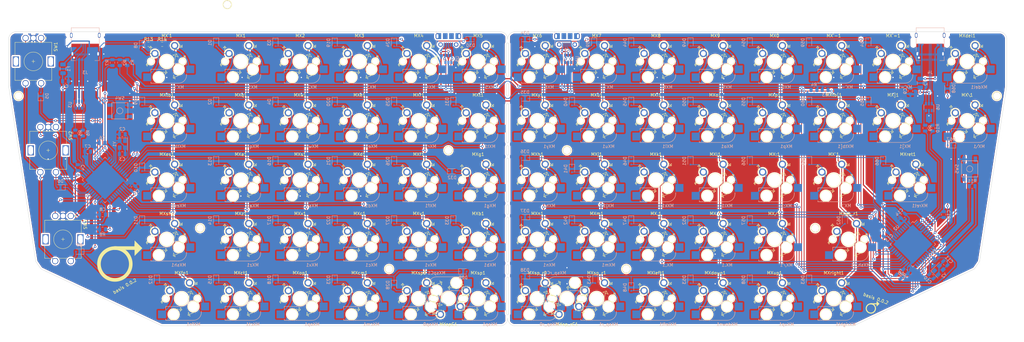
<source format=kicad_pcb>
(kicad_pcb (version 20171130) (host pcbnew "(5.1.6-0-10_14)")
  (layers (0 F.Cu signal) (31 B.Cu signal) (34 B.Paste user) (35 F.Paste user) (36 B.SilkS user) (37 F.SilkS user) (38 B.Mask user) (39 F.Mask user) (44 Edge.Cuts user))
  (net 0 "")
  (net 1 "Net-(D1-Pad2)")
  (net 2 ROW0)
  (net 3 "Net-(D2-Pad2)")
  (net 4 ROW1)
  (net 5 "Net-(D3-Pad2)")
  (net 6 "Net-(D4-Pad2)")
  (net 7 "Net-(D5-Pad2)")
  (net 8 "Net-(D6-Pad2)")
  (net 9 "Net-(D7-Pad2)")
  (net 10 ROW2)
  (net 11 "Net-(D8-Pad2)")
  (net 12 "Net-(D9-Pad2)")
  (net 13 "Net-(D10-Pad2)")
  (net 14 "Net-(D11-Pad2)")
  (net 15 ROW3)
  (net 16 "Net-(D12-Pad2)")
  (net 17 ROW4)
  (net 18 "Net-(D13-Pad2)")
  (net 19 "Net-(D14-Pad2)")
  (net 20 "Net-(D15-Pad2)")
  (net 21 "Net-(D16-Pad2)")
  (net 22 "Net-(D17-Pad2)")
  (net 23 "Net-(D18-Pad2)")
  (net 24 "Net-(D19-Pad2)")
  (net 25 "Net-(D20-Pad2)")
  (net 26 "Net-(D21-Pad2)")
  (net 27 "Net-(D22-Pad2)")
  (net 28 "Net-(D23-Pad2)")
  (net 29 "Net-(D24-Pad2)")
  (net 30 "Net-(D25-Pad2)")
  (net 31 "Net-(D26-Pad2)")
  (net 32 "Net-(D27-Pad2)")
  (net 33 "Net-(D28-Pad2)")
  (net 34 "Net-(D29-Pad2)")
  (net 35 "Net-(D30-Pad2)")
  (net 36 "Net-(D31-Pad2)")
  (net 37 "Net-(D32-Pad2)")
  (net 38 "Net-(D33-Pad2)")
  (net 39 COL2)
  (net 40 COL3)
  (net 41 COL4)
  (net 42 COL5)
  (net 43 COL6)
  (net 44 COL1)
  (net 45 ROT0A)
  (net 46 GND)
  (net 47 ROT0B)
  (net 48 COL0)
  (net 49 ROT1A)
  (net 50 ROT1B)
  (net 51 ROT2A)
  (net 52 ROT2B)
  (net 53 TRRS0)
  (net 54 TRRS1)
  (net 55 +5V)
  (net 56 "Net-(D34-Pad2)")
  (net 57 ROW5)
  (net 58 "Net-(D35-Pad2)")
  (net 59 ROW6)
  (net 60 "Net-(D36-Pad2)")
  (net 61 ROW7)
  (net 62 "Net-(D37-Pad2)")
  (net 63 ROW8)
  (net 64 "Net-(D38-Pad2)")
  (net 65 ROW9)
  (net 66 "Net-(D39-Pad2)")
  (net 67 "Net-(D40-Pad2)")
  (net 68 "Net-(D41-Pad2)")
  (net 69 "Net-(D42-Pad2)")
  (net 70 "Net-(D43-Pad2)")
  (net 71 "Net-(D44-Pad2)")
  (net 72 "Net-(D45-Pad2)")
  (net 73 "Net-(D46-Pad2)")
  (net 74 "Net-(D47-Pad2)")
  (net 75 "Net-(D48-Pad2)")
  (net 76 "Net-(D49-Pad2)")
  (net 77 "Net-(D50-Pad2)")
  (net 78 "Net-(D51-Pad2)")
  (net 79 "Net-(D52-Pad2)")
  (net 80 "Net-(D53-Pad2)")
  (net 81 "Net-(D54-Pad2)")
  (net 82 "Net-(D55-Pad2)")
  (net 83 "Net-(D56-Pad2)")
  (net 84 "Net-(D57-Pad2)")
  (net 85 "Net-(D58-Pad2)")
  (net 86 "Net-(D59-Pad2)")
  (net 87 "Net-(D60-Pad2)")
  (net 88 "Net-(D61-Pad2)")
  (net 89 "Net-(D62-Pad2)")
  (net 90 "Net-(D63-Pad2)")
  (net 91 "Net-(D64-Pad2)")
  (net 92 "Net-(D65-Pad2)")
  (net 93 "Net-(D66-Pad2)")
  (net 94 "Net-(D67-Pad2)")
  (net 95 "Net-(D68-Pad2)")
  (net 96 COL11)
  (net 97 COL10)
  (net 98 COL9)
  (net 99 COL7)
  (net 100 COL8)
  (net 101 COL12)
  (net 102 VCC)
  (net 103 "Net-(C2-Pad1)")
  (net 104 "Net-(C3-Pad1)")
  (net 105 "Net-(C7-Pad1)")
  (net 106 "Net-(C10-Pad1)")
  (net 107 "Net-(C11-Pad1)")
  (net 108 "Net-(C15-Pad1)")
  (net 109 D-)
  (net 110 "Net-(R5-Pad1)")
  (net 111 D+)
  (net 112 "Net-(R6-Pad1)")
  (net 113 "Net-(R7-Pad2)")
  (net 114 "Net-(R8-Pad2)")
  (net 115 "Net-(R9-Pad1)")
  (net 116 "Net-(R10-Pad1)")
  (net 117 "Net-(R11-Pad2)")
  (net 118 "Net-(R12-Pad2)")
  (net 119 "Net-(U1-Pad42)")
  (net 120 "Net-(U1-Pad32)")
  (net 121 LED)
  (net 122 "Net-(U1-Pad29)")
  (net 123 "Net-(U2-Pad42)")
  (net 124 "Net-(U2-Pad41)")
  (net 125 "Net-(U2-Pad40)")
  (net 126 "Net-(U2-Pad39)")
  (net 127 "Net-(U2-Pad12)")
  (net 128 "Net-(U2-Pad1)")
  (net 129 COL13)
  (net 130 LED2)
  (net 131 "Net-(U2-Pad21)")
  (net 132 "Net-(U2-Pad20)")
  (net 133 "Net-(U2-Pad22)")
  (net 134 "Net-(U2-Pad8)")
  (net 135 "Net-(U1-Pad8)")
  (net 136 "Net-(U1-Pad31)")
  (net 137 "Net-(J1-Pad6)")
  (net 138 "Net-(J1-Pad4)")
  (net 139 "Net-(J2-Pad6)")
  (net 140 "Net-(J2-Pad4)")
  (net 141 "Net-(U4-Pad3)")
  (net 142 "Net-(U4-Pad1)")
  (net 143 "Net-(U5-Pad3)")
  (net 144 "Net-(U5-Pad1)")
  (net 145 "Net-(J3-PadA8)")
  (net 146 "Net-(J3-PadB5)")
  (net 147 "Net-(J3-PadB8)")
  (net 148 "Net-(J3-PadA5)")
  (net 149 "Net-(J4-PadA8)")
  (net 150 "Net-(J4-PadB5)")
  (net 151 "Net-(J4-PadB8)")
  (net 152 "Net-(J4-PadA5)")
  (module Connector_USB:USB_Micro-B_Molex-105017-0001 (layer B.Cu) (at 55.57 116.14625)
    (fp_text reference J2 (at 0 3.3 -180) (layer B.SilkS) (effects (justify mirror)))
    (fp_text value USB_B_Micro)
    (pad 6 smd rect (at -2.9 -1.2375) (size 1.2 1.9) (layers B.Cu B.Mask) (net 139 "Net-(J2-Pad6)"))
    (pad 6 smd rect (at 2.9 -1.2375) (size 1.2 1.9) (layers B.Cu B.Mask) (net 139 "Net-(J2-Pad6)"))
    (pad 6 thru_hole oval (at 3.5 -1.2375) (size 1.2 1.9) (drill oval 0.6 1.3) (layers *.Cu *.Mask) (net 139 "Net-(J2-Pad6)"))
    (pad 6 thru_hole oval (at -3.5 -1.2375 180) (size 1.2 1.9) (drill oval 0.6 1.3) (layers *.Cu *.Mask) (net 139 "Net-(J2-Pad6)"))
    (pad 6 smd rect (at -1 -1.2375) (size 1.5 1.9) (layers B.Cu B.Paste B.Mask) (net 139 "Net-(J2-Pad6)"))
    (pad 6 thru_hole circle (at 2.5 1.4625) (size 1.45 1.45) (drill 0.85) (layers *.Cu *.Mask) (net 139 "Net-(J2-Pad6)"))
    (pad 3 smd rect (at 0 1.4625) (size 0.4 1.35) (layers B.Cu B.Paste B.Mask) (net 53 TRRS0))
    (pad 4 smd rect (at 0.65 1.4625) (size 0.4 1.35) (layers B.Cu B.Paste B.Mask) (net 140 "Net-(J2-Pad4)"))
    (pad 5 smd rect (at 1.3 1.4625) (size 0.4 1.35) (layers B.Cu B.Paste B.Mask) (net 46 GND))
    (pad 1 smd rect (at -1.3 1.4625) (size 0.4 1.35) (layers B.Cu B.Paste B.Mask) (net 55 +5V))
    (pad 2 smd rect (at -0.65 1.4625) (size 0.4 1.35) (layers B.Cu B.Paste B.Mask) (net 54 TRRS1))
    (pad 6 thru_hole circle (at -2.5 1.4625) (size 1.45 1.45) (drill 0.85) (layers *.Cu *.Mask) (net 139 "Net-(J2-Pad6)"))
    (pad 6 smd rect (at 1 -1.2375) (size 1.5 1.9) (layers B.Cu B.Paste B.Mask) (net 139 "Net-(J2-Pad6)"))
  )
  (module Connector_USB:USB_Micro-B_Molex-105017-0001 (layer B.Cu) (at 17.4525 116.14875)
    (fp_text reference J1 (at 0 3.3 -180) (layer B.SilkS) (effects (justify mirror)))
    (fp_text value USB_B_Micro)
    (pad 6 smd rect (at -2.9 -1.2375) (size 1.2 1.9) (layers B.Cu B.Mask) (net 137 "Net-(J1-Pad6)"))
    (pad 6 smd rect (at 2.9 -1.2375) (size 1.2 1.9) (layers B.Cu B.Mask) (net 137 "Net-(J1-Pad6)"))
    (pad 6 thru_hole oval (at 3.5 -1.2375) (size 1.2 1.9) (drill oval 0.6 1.3) (layers *.Cu *.Mask) (net 137 "Net-(J1-Pad6)"))
    (pad 6 thru_hole oval (at -3.5 -1.2375 180) (size 1.2 1.9) (drill oval 0.6 1.3) (layers *.Cu *.Mask) (net 137 "Net-(J1-Pad6)"))
    (pad 6 smd rect (at -1 -1.2375) (size 1.5 1.9) (layers B.Cu B.Paste B.Mask) (net 137 "Net-(J1-Pad6)"))
    (pad 6 thru_hole circle (at 2.5 1.4625) (size 1.45 1.45) (drill 0.85) (layers *.Cu *.Mask) (net 137 "Net-(J1-Pad6)"))
    (pad 3 smd rect (at 0 1.4625) (size 0.4 1.35) (layers B.Cu B.Paste B.Mask) (net 53 TRRS0))
    (pad 4 smd rect (at 0.65 1.4625) (size 0.4 1.35) (layers B.Cu B.Paste B.Mask) (net 138 "Net-(J1-Pad4)"))
    (pad 5 smd rect (at 1.3 1.4625) (size 0.4 1.35) (layers B.Cu B.Paste B.Mask) (net 46 GND))
    (pad 1 smd rect (at -1.3 1.4625) (size 0.4 1.35) (layers B.Cu B.Paste B.Mask) (net 55 +5V))
    (pad 2 smd rect (at -0.65 1.4625) (size 0.4 1.35) (layers B.Cu B.Paste B.Mask) (net 54 TRRS1))
    (pad 6 thru_hole circle (at -2.5 1.4625) (size 1.45 1.45) (drill 0.85) (layers *.Cu *.Mask) (net 137 "Net-(J1-Pad6)"))
    (pad 6 smd rect (at 1 -1.2375) (size 1.5 1.9) (layers B.Cu B.Paste B.Mask) (net 137 "Net-(J1-Pad6)"))
  )
  (module 12401598E4_2A:AMPHENOL_12401598E4#2A (layer B.Cu) (at 172.24375 121.840625)
    (fp_text reference J4 (at 0 4.75) (layer B.SilkS) (effects (justify mirror)))
    (fp_text value USB_C_Receptacle_USB2.0)
    (fp_arc (start 3.45 0) (end 3.45 0.325) (angle 180) (layer Edge.Cuts) (width 0.0001))
    (fp_arc (start 3.75 0) (end 3.75 -0.325) (angle 180) (layer Edge.Cuts) (width 0.0001))
    (fp_line (start 3.45 0.325) (end 3.75 0.325) (layer Edge.Cuts) (width 0.0001))
    (fp_line (start 3.75 -0.325) (end 3.45 -0.325) (layer Edge.Cuts) (width 0.0001))
    (pad SH1 thru_hole oval (at -4.13 -1.25) (size 0.8 1.6) (drill oval 0.5 1.1) (layers *.Cu *.Mask))
    (pad SH4 thru_hole oval (at 4.13 -1.25) (size 0.8 1.6) (drill oval 0.5 1.1) (layers *.Cu *.Mask))
    (pad SH3 thru_hole oval (at 4.49 -7.2) (size 0.8 1.6) (drill oval 0.5 1.1) (layers *.Cu *.Mask))
    (pad None np_thru_hole circle (at -3.6 0) (size 0.65 0.65) (drill 0.65) (layers *.Cu *.Mask))
    (pad A12 smd rect (at 2.75 0.66) (size 0.3 0.7) (layers B.Cu B.Paste B.Mask) (net 46 GND))
    (pad A11 smd rect (at 2.25 0.66) (size 0.3 0.7) (layers B.Cu B.Paste B.Mask))
    (pad A10 smd rect (at 1.75 0.66) (size 0.3 0.7) (layers B.Cu B.Paste B.Mask))
    (pad A9 smd rect (at 1.25 0.66) (size 0.3 0.7) (layers B.Cu B.Paste B.Mask) (net 102 VCC))
    (pad A8 smd rect (at 0.75 0.66) (size 0.3 0.7) (layers B.Cu B.Paste B.Mask) (net 149 "Net-(J4-PadA8)"))
    (pad A7 smd rect (at 0.25 0.66) (size 0.3 0.7) (layers B.Cu B.Paste B.Mask) (net 109 D-))
    (pad A6 smd rect (at -0.25 0.66) (size 0.3 0.7) (layers B.Cu B.Paste B.Mask) (net 111 D+))
    (pad A5 smd rect (at -0.75 0.66) (size 0.3 0.7) (layers B.Cu B.Paste B.Mask) (net 152 "Net-(J4-PadA5)"))
    (pad A4 smd rect (at -1.25 0.66) (size 0.3 0.7) (layers B.Cu B.Paste B.Mask) (net 102 VCC))
    (pad A3 smd rect (at -1.75 0.66) (size 0.3 0.7) (layers B.Cu B.Paste B.Mask))
    (pad A2 smd rect (at -2.25 0.66) (size 0.3 0.7) (layers B.Cu B.Paste B.Mask))
    (pad B12 smd rect (at -3 -1.04) (size 0.3 0.7) (layers B.Cu B.Paste B.Mask) (net 46 GND))
    (pad B11 smd rect (at -2.5 -1.04) (size 0.3 0.7) (layers B.Cu B.Paste B.Mask))
    (pad B10 smd rect (at -2 -1.04) (size 0.3 0.7) (layers B.Cu B.Paste B.Mask))
    (pad B9 smd rect (at -1.5 -1.04) (size 0.3 0.7) (layers B.Cu B.Paste B.Mask) (net 102 VCC))
    (pad B8 smd rect (at -1 -1.04) (size 0.3 0.7) (layers B.Cu B.Paste B.Mask) (net 151 "Net-(J4-PadB8)"))
    (pad B7 smd rect (at -0.5 -1.04) (size 0.3 0.7) (layers B.Cu B.Paste B.Mask) (net 109 D-))
    (pad B6 smd rect (at 0 -1.04) (size 0.3 0.7) (layers B.Cu B.Paste B.Mask) (net 111 D+))
    (pad B5 smd rect (at 0.5 -1.04) (size 0.3 0.7) (layers B.Cu B.Paste B.Mask) (net 150 "Net-(J4-PadB5)"))
    (pad B4 smd rect (at 1 -1.04) (size 0.3 0.7) (layers B.Cu B.Paste B.Mask) (net 102 VCC))
    (pad B3 smd rect (at 1.5 -1.04) (size 0.3 0.7) (layers B.Cu B.Paste B.Mask))
    (pad B2 smd rect (at 2 -1.04) (size 0.3 0.7) (layers B.Cu B.Paste B.Mask))
    (pad B1 smd rect (at 2.5 -1.04) (size 0.3 0.7) (layers B.Cu B.Paste B.Mask) (net 46 GND))
    (pad A1 smd rect (at -2.75 0.66) (size 0.3 0.7) (layers B.Cu B.Paste B.Mask) (net 46 GND))
    (pad SH2 thru_hole oval (at -4.49 -7.2) (size 0.8 1.6) (drill oval 0.5 1.1) (layers *.Cu *.Mask))
  )
  (module 12401598E4_2A:AMPHENOL_12401598E4#2A (layer B.Cu) (at -99.21875 121.840625)
    (fp_text reference J3 (at 0 4.75) (layer B.SilkS) (effects (justify mirror)))
    (fp_text value USB_C_Receptacle_USB2.0)
    (fp_arc (start 3.45 0) (end 3.45 0.325) (angle 180) (layer Edge.Cuts) (width 0.0001))
    (fp_arc (start 3.75 0) (end 3.75 -0.325) (angle 180) (layer Edge.Cuts) (width 0.0001))
    (fp_line (start 3.45 0.325) (end 3.75 0.325) (layer Edge.Cuts) (width 0.0001))
    (fp_line (start 3.75 -0.325) (end 3.45 -0.325) (layer Edge.Cuts) (width 0.0001))
    (pad SH1 thru_hole oval (at -4.13 -1.25) (size 0.8 1.6) (drill oval 0.5 1.1) (layers *.Cu *.Mask))
    (pad SH4 thru_hole oval (at 4.13 -1.25) (size 0.8 1.6) (drill oval 0.5 1.1) (layers *.Cu *.Mask))
    (pad SH3 thru_hole oval (at 4.49 -7.2) (size 0.8 1.6) (drill oval 0.5 1.1) (layers *.Cu *.Mask))
    (pad None np_thru_hole circle (at -3.6 0) (size 0.65 0.65) (drill 0.65) (layers *.Cu *.Mask))
    (pad A12 smd rect (at 2.75 0.66) (size 0.3 0.7) (layers B.Cu B.Paste B.Mask) (net 46 GND))
    (pad A11 smd rect (at 2.25 0.66) (size 0.3 0.7) (layers B.Cu B.Paste B.Mask))
    (pad A10 smd rect (at 1.75 0.66) (size 0.3 0.7) (layers B.Cu B.Paste B.Mask))
    (pad A9 smd rect (at 1.25 0.66) (size 0.3 0.7) (layers B.Cu B.Paste B.Mask) (net 102 VCC))
    (pad A8 smd rect (at 0.75 0.66) (size 0.3 0.7) (layers B.Cu B.Paste B.Mask) (net 145 "Net-(J3-PadA8)"))
    (pad A7 smd rect (at 0.25 0.66) (size 0.3 0.7) (layers B.Cu B.Paste B.Mask) (net 109 D-))
    (pad A6 smd rect (at -0.25 0.66) (size 0.3 0.7) (layers B.Cu B.Paste B.Mask) (net 111 D+))
    (pad A5 smd rect (at -0.75 0.66) (size 0.3 0.7) (layers B.Cu B.Paste B.Mask) (net 148 "Net-(J3-PadA5)"))
    (pad A4 smd rect (at -1.25 0.66) (size 0.3 0.7) (layers B.Cu B.Paste B.Mask) (net 102 VCC))
    (pad A3 smd rect (at -1.75 0.66) (size 0.3 0.7) (layers B.Cu B.Paste B.Mask))
    (pad A2 smd rect (at -2.25 0.66) (size 0.3 0.7) (layers B.Cu B.Paste B.Mask))
    (pad B12 smd rect (at -3 -1.04) (size 0.3 0.7) (layers B.Cu B.Paste B.Mask) (net 46 GND))
    (pad B11 smd rect (at -2.5 -1.04) (size 0.3 0.7) (layers B.Cu B.Paste B.Mask))
    (pad B10 smd rect (at -2 -1.04) (size 0.3 0.7) (layers B.Cu B.Paste B.Mask))
    (pad B9 smd rect (at -1.5 -1.04) (size 0.3 0.7) (layers B.Cu B.Paste B.Mask) (net 102 VCC))
    (pad B8 smd rect (at -1 -1.04) (size 0.3 0.7) (layers B.Cu B.Paste B.Mask) (net 147 "Net-(J3-PadB8)"))
    (pad B7 smd rect (at -0.5 -1.04) (size 0.3 0.7) (layers B.Cu B.Paste B.Mask) (net 109 D-))
    (pad B6 smd rect (at 0 -1.04) (size 0.3 0.7) (layers B.Cu B.Paste B.Mask) (net 111 D+))
    (pad B5 smd rect (at 0.5 -1.04) (size 0.3 0.7) (layers B.Cu B.Paste B.Mask) (net 146 "Net-(J3-PadB5)"))
    (pad B4 smd rect (at 1 -1.04) (size 0.3 0.7) (layers B.Cu B.Paste B.Mask) (net 102 VCC))
    (pad B3 smd rect (at 1.5 -1.04) (size 0.3 0.7) (layers B.Cu B.Paste B.Mask))
    (pad B2 smd rect (at 2 -1.04) (size 0.3 0.7) (layers B.Cu B.Paste B.Mask))
    (pad B1 smd rect (at 2.5 -1.04) (size 0.3 0.7) (layers B.Cu B.Paste B.Mask) (net 46 GND))
    (pad A1 smd rect (at -2.75 0.66) (size 0.3 0.7) (layers B.Cu B.Paste B.Mask) (net 46 GND))
    (pad SH2 thru_hole oval (at -4.49 -7.2) (size 0.8 1.6) (drill oval 0.5 1.1) (layers *.Cu *.Mask))
  )
  (module 3d-split-keeb:MountingHole-m2 (layer F.Cu) (at -53.578125 104.775)
    (fp_text reference H9 hide)
    (fp_text value Hole)
    (pad "" thru_hole circle (at 0 0) (size 2.4 2.4) (drill 2.4) (layers *.Cu *.Mask F.SilkS))
  )
  (module Resistor_SMD:R_0805_2012Metric (layer F.Cu) (at -74.491249 117.528126)
    (fp_text reference R14 (at 0 -1.65) (layer F.SilkS))
    (fp_text value 4.7k)
    (pad 2 smd roundrect (at 0.9375 0) (size 0.975 1.4) (layers F.Cu F.Paste F.Mask) (net 146 "Net-(J3-PadB5)"))
    (pad 1 smd roundrect (at -0.9375 0) (size 0.975 1.4) (layers F.Cu F.Paste F.Mask) (net 46 GND))
  )
  (module Resistor_SMD:R_0805_2012Metric (layer F.Cu) (at -78.901249 117.528126)
    (fp_text reference R13 (at 0 -1.65) (layer F.SilkS))
    (fp_text value 4.7k)
    (pad 2 smd roundrect (at 0.9375 0) (size 0.975 1.4) (layers F.Cu F.Paste F.Mask) (net 148 "Net-(J3-PadA5)"))
    (pad 1 smd roundrect (at -0.9375 0) (size 0.975 1.4) (layers F.Cu F.Paste F.Mask) (net 46 GND))
  )
  (module 3d-split-keeb:Kailh_socket_MX_optional_FLIPPED_COPPER (layer F.Cu) (at 55.5625 199.23125 180)
    (fp_text reference MXsp_rC1 (at 0 -8.255) (layer F.SilkS))
    (fp_text value MX-NoLED)
    (fp_text user %R (at 3.81 8.255) (layer B.SilkS) (effects (justify mirror)))
    (pad 2 smd custom (at -2.87 -2.7 115) (size 0.2 0.2) (layers B.Cu) (net 70 "Net-(D43-Pad2)") (options (clearance outline) (anchor circle)) (primitives (gr_arc (start -1.5 6.5) (end 0 0) (angle 75) (width 0.38))))
    (pad 1 smd custom (at 2.32 -4.14 180) (size 0.2 0.2) (layers B.Cu) (net 99 COL7) (options (clearance outline) (anchor circle)) (primitives (gr_arc (start -1.5 6) (end 0 0) (angle 75) (width 0.38))))
    (pad 2 smd rect (at -6.29 5.08 180) (size 2.55 2.5) (layers B.Cu B.Paste B.Mask) (net 70 "Net-(D43-Pad2)"))
    (pad "" np_thru_hole circle (at -2.54 5.08 180) (size 3 3) (drill 3) (layers *.Cu *.Mask))
    (pad "" np_thru_hole circle (at 3.81 2.54 180) (size 3 3) (drill 3) (layers *.Cu *.Mask))
    (pad 1 thru_hole circle (at 2.54 -5.08 180) (size 2.286 2.286) (drill 1.524) (layers *.Cu *.Mask) (net 99 COL7))
    (pad "" np_thru_hole circle (at 0 0 180) (size 3.9878 3.9878) (drill 3.9878) (layers *.Cu *.Mask))
    (pad 2 thru_hole circle (at -3.81 -2.54 180) (size 2.286 2.286) (drill 1.524) (layers *.Cu *.Mask) (net 70 "Net-(D43-Pad2)"))
    (pad "" np_thru_hole circle (at 5.08 0 180) (size 1.7018 1.7018) (drill 1.7018) (layers *.Cu *.Mask))
    (pad "" np_thru_hole circle (at -5.08 0 180) (size 1.7018 1.7018) (drill 1.7018) (layers *.Cu *.Mask))
    (pad 1 smd rect (at 7.56 2.54 180) (size 2.55 2.5) (layers B.Cu B.Paste B.Mask) (net 99 COL7))
  )
  (module 3d-split-keeb:Kailh_socket_MX_optional_FLIPPED_COPPER (layer F.Cu) (at -11.1125 123.03125)
    (fp_text reference MX3 (at 0 -8.255) (layer F.SilkS))
    (fp_text value MX-NoLED)
    (fp_text user %R (at 3.81 8.255) (layer B.SilkS) (effects (justify mirror)))
    (pad 2 smd custom (at -2.87 -2.7 295) (size 0.2 0.2) (layers B.Cu) (net 24 "Net-(D19-Pad2)") (options (clearance outline) (anchor circle)) (primitives (gr_arc (start -1.5 6.5) (end 0 0) (angle 75) (width 0.38))))
    (pad 1 smd custom (at 2.32 -4.14) (size 0.2 0.2) (layers B.Cu) (net 41 COL4) (options (clearance outline) (anchor circle)) (primitives (gr_arc (start -1.5 6) (end 0 0) (angle 75) (width 0.38))))
    (pad 2 smd rect (at -6.29 5.08) (size 2.55 2.5) (layers B.Cu B.Paste B.Mask) (net 24 "Net-(D19-Pad2)"))
    (pad "" np_thru_hole circle (at -2.54 5.08) (size 3 3) (drill 3) (layers *.Cu *.Mask))
    (pad "" np_thru_hole circle (at 3.81 2.54) (size 3 3) (drill 3) (layers *.Cu *.Mask))
    (pad 1 thru_hole circle (at 2.54 -5.08) (size 2.286 2.286) (drill 1.524) (layers *.Cu *.Mask) (net 41 COL4))
    (pad "" np_thru_hole circle (at 0 0) (size 3.9878 3.9878) (drill 3.9878) (layers *.Cu *.Mask))
    (pad 2 thru_hole circle (at -3.81 -2.54) (size 2.286 2.286) (drill 1.524) (layers *.Cu *.Mask) (net 24 "Net-(D19-Pad2)"))
    (pad "" np_thru_hole circle (at 5.08 0) (size 1.7018 1.7018) (drill 1.7018) (layers *.Cu *.Mask))
    (pad "" np_thru_hole circle (at -5.08 0) (size 1.7018 1.7018) (drill 1.7018) (layers *.Cu *.Mask))
    (pad 1 smd rect (at 7.56 2.54) (size 2.55 2.5) (layers B.Cu B.Paste B.Mask) (net 41 COL4))
  )
  (module 3d-split-keeb:Kailh_socket_MX_optional_FLIPPED_COPPER (layer F.Cu) (at -73.025 180.18125)
    (fp_text reference MXsh1 (at 0 -8.255) (layer F.SilkS))
    (fp_text value MX-NoLED)
    (fp_text user %R (at 3.81 8.255) (layer B.SilkS) (effects (justify mirror)))
    (pad 2 smd custom (at -2.87 -2.7 295) (size 0.2 0.2) (layers B.Cu) (net 14 "Net-(D11-Pad2)") (options (clearance outline) (anchor circle)) (primitives (gr_arc (start -1.5 6.5) (end 0 0) (angle 75) (width 0.38))))
    (pad 1 smd custom (at 2.32 -4.14) (size 0.2 0.2) (layers B.Cu) (net 44 COL1) (options (clearance outline) (anchor circle)) (primitives (gr_arc (start -1.5 6) (end 0 0) (angle 75) (width 0.38))))
    (pad 2 smd rect (at -6.29 5.08) (size 2.55 2.5) (layers B.Cu B.Paste B.Mask) (net 14 "Net-(D11-Pad2)"))
    (pad "" np_thru_hole circle (at -2.54 5.08) (size 3 3) (drill 3) (layers *.Cu *.Mask))
    (pad "" np_thru_hole circle (at 3.81 2.54) (size 3 3) (drill 3) (layers *.Cu *.Mask))
    (pad 1 thru_hole circle (at 2.54 -5.08) (size 2.286 2.286) (drill 1.524) (layers *.Cu *.Mask) (net 44 COL1))
    (pad "" np_thru_hole circle (at 0 0) (size 3.9878 3.9878) (drill 3.9878) (layers *.Cu *.Mask))
    (pad 2 thru_hole circle (at -3.81 -2.54) (size 2.286 2.286) (drill 1.524) (layers *.Cu *.Mask) (net 14 "Net-(D11-Pad2)"))
    (pad "" np_thru_hole circle (at 5.08 0) (size 1.7018 1.7018) (drill 1.7018) (layers *.Cu *.Mask))
    (pad "" np_thru_hole circle (at -5.08 0) (size 1.7018 1.7018) (drill 1.7018) (layers *.Cu *.Mask))
    (pad 1 smd rect (at 7.56 2.54) (size 2.55 2.5) (layers B.Cu B.Paste B.Mask) (net 44 COL1))
  )
  (module 3d-split-keeb:Kailh_socket_MX_optional_FLIPPED_COPPER (layer F.Cu) (at 165.1 161.13125)
    (fp_text reference MXret1 (at 0 -8.255) (layer F.SilkS))
    (fp_text value MX-NoLED)
    (fp_text user %R (at 3.81 8.255) (layer B.SilkS) (effects (justify mirror)))
    (pad 2 smd custom (at -2.87 -2.7 295) (size 0.2 0.2) (layers B.Cu) (net 93 "Net-(D66-Pad2)") (options (clearance outline) (anchor circle)) (primitives (gr_arc (start -1.5 6.5) (end 0 0) (angle 75) (width 0.38))))
    (pad 1 smd custom (at 2.32 -4.14) (size 0.2 0.2) (layers B.Cu) (net 129 COL13) (options (clearance outline) (anchor circle)) (primitives (gr_arc (start -1.5 6) (end 0 0) (angle 75) (width 0.38))))
    (pad 2 smd rect (at -6.29 5.08) (size 2.55 2.5) (layers B.Cu B.Paste B.Mask) (net 93 "Net-(D66-Pad2)"))
    (pad "" np_thru_hole circle (at -2.54 5.08) (size 3 3) (drill 3) (layers *.Cu *.Mask))
    (pad "" np_thru_hole circle (at 3.81 2.54) (size 3 3) (drill 3) (layers *.Cu *.Mask))
    (pad 1 thru_hole circle (at 2.54 -5.08) (size 2.286 2.286) (drill 1.524) (layers *.Cu *.Mask) (net 129 COL13))
    (pad "" np_thru_hole circle (at 0 0) (size 3.9878 3.9878) (drill 3.9878) (layers *.Cu *.Mask))
    (pad 2 thru_hole circle (at -3.81 -2.54) (size 2.286 2.286) (drill 1.524) (layers *.Cu *.Mask) (net 93 "Net-(D66-Pad2)"))
    (pad "" np_thru_hole circle (at 5.08 0) (size 1.7018 1.7018) (drill 1.7018) (layers *.Cu *.Mask))
    (pad "" np_thru_hole circle (at -5.08 0) (size 1.7018 1.7018) (drill 1.7018) (layers *.Cu *.Mask))
    (pad 1 smd rect (at 7.56 2.54) (size 2.55 2.5) (layers B.Cu B.Paste B.Mask) (net 129 COL13))
  )
  (module 3d-split-keeb:Kailh_socket_MX_optional_FLIPPED_COPPER (layer F.Cu) (at 184.15 142.08125)
    (fp_text reference MX\1 (at 0 -8.255) (layer F.SilkS))
    (fp_text value MX-NoLED)
    (fp_text user %R (at 3.81 8.255) (layer B.SilkS) (effects (justify mirror)))
    (pad 2 smd custom (at -2.87 -2.7 295) (size 0.2 0.2) (layers B.Cu) (net 94 "Net-(D67-Pad2)") (options (clearance outline) (anchor circle)) (primitives (gr_arc (start -1.5 6.5) (end 0 0) (angle 75) (width 0.38))))
    (pad 1 smd custom (at 2.32 -4.14) (size 0.2 0.2) (layers B.Cu) (net 129 COL13) (options (clearance outline) (anchor circle)) (primitives (gr_arc (start -1.5 6) (end 0 0) (angle 75) (width 0.38))))
    (pad 2 smd rect (at -6.29 5.08) (size 2.55 2.5) (layers B.Cu B.Paste B.Mask) (net 94 "Net-(D67-Pad2)"))
    (pad "" np_thru_hole circle (at -2.54 5.08) (size 3 3) (drill 3) (layers *.Cu *.Mask))
    (pad "" np_thru_hole circle (at 3.81 2.54) (size 3 3) (drill 3) (layers *.Cu *.Mask))
    (pad 1 thru_hole circle (at 2.54 -5.08) (size 2.286 2.286) (drill 1.524) (layers *.Cu *.Mask) (net 129 COL13))
    (pad "" np_thru_hole circle (at 0 0) (size 3.9878 3.9878) (drill 3.9878) (layers *.Cu *.Mask))
    (pad 2 thru_hole circle (at -3.81 -2.54) (size 2.286 2.286) (drill 1.524) (layers *.Cu *.Mask) (net 94 "Net-(D67-Pad2)"))
    (pad "" np_thru_hole circle (at 5.08 0) (size 1.7018 1.7018) (drill 1.7018) (layers *.Cu *.Mask))
    (pad "" np_thru_hole circle (at -5.08 0) (size 1.7018 1.7018) (drill 1.7018) (layers *.Cu *.Mask))
    (pad 1 smd rect (at 7.56 2.54) (size 2.55 2.5) (layers B.Cu B.Paste B.Mask) (net 129 COL13))
  )
  (module 3d-split-keeb:Kailh_socket_MX_optional_FLIPPED_COPPER (layer F.Cu) (at 184.15 123.03125)
    (fp_text reference MXdel1 (at 0 -8.255) (layer F.SilkS))
    (fp_text value MX-NoLED)
    (fp_text user %R (at 3.81 8.255) (layer B.SilkS) (effects (justify mirror)))
    (pad 2 smd custom (at -2.87 -2.7 295) (size 0.2 0.2) (layers B.Cu) (net 95 "Net-(D68-Pad2)") (options (clearance outline) (anchor circle)) (primitives (gr_arc (start -1.5 6.5) (end 0 0) (angle 75) (width 0.38))))
    (pad 1 smd custom (at 2.32 -4.14) (size 0.2 0.2) (layers B.Cu) (net 129 COL13) (options (clearance outline) (anchor circle)) (primitives (gr_arc (start -1.5 6) (end 0 0) (angle 75) (width 0.38))))
    (pad 2 smd rect (at -6.29 5.08) (size 2.55 2.5) (layers B.Cu B.Paste B.Mask) (net 95 "Net-(D68-Pad2)"))
    (pad "" np_thru_hole circle (at -2.54 5.08) (size 3 3) (drill 3) (layers *.Cu *.Mask))
    (pad "" np_thru_hole circle (at 3.81 2.54) (size 3 3) (drill 3) (layers *.Cu *.Mask))
    (pad 1 thru_hole circle (at 2.54 -5.08) (size 2.286 2.286) (drill 1.524) (layers *.Cu *.Mask) (net 129 COL13))
    (pad "" np_thru_hole circle (at 0 0) (size 3.9878 3.9878) (drill 3.9878) (layers *.Cu *.Mask))
    (pad 2 thru_hole circle (at -3.81 -2.54) (size 2.286 2.286) (drill 1.524) (layers *.Cu *.Mask) (net 95 "Net-(D68-Pad2)"))
    (pad "" np_thru_hole circle (at 5.08 0) (size 1.7018 1.7018) (drill 1.7018) (layers *.Cu *.Mask))
    (pad "" np_thru_hole circle (at -5.08 0) (size 1.7018 1.7018) (drill 1.7018) (layers *.Cu *.Mask))
    (pad 1 smd rect (at 7.56 2.54) (size 2.55 2.5) (layers B.Cu B.Paste B.Mask) (net 129 COL13))
  )
  (module 3d-split-keeb:Kailh_socket_MX_optional_FLIPPED_COPPER (layer F.Cu) (at 146.05 180.18125)
    (fp_text reference MXsh_r1 (at 0 -8.255) (layer F.SilkS))
    (fp_text value MX-NoLED)
    (fp_text user %R (at 3.81 8.255) (layer B.SilkS) (effects (justify mirror)))
    (pad 2 smd custom (at -2.87 -2.7 295) (size 0.2 0.2) (layers B.Cu) (net 89 "Net-(D62-Pad2)") (options (clearance outline) (anchor circle)) (primitives (gr_arc (start -1.5 6.5) (end 0 0) (angle 75) (width 0.38))))
    (pad 1 smd custom (at 2.32 -4.14) (size 0.2 0.2) (layers B.Cu) (net 101 COL12) (options (clearance outline) (anchor circle)) (primitives (gr_arc (start -1.5 6) (end 0 0) (angle 75) (width 0.38))))
    (pad 2 smd rect (at -6.29 5.08) (size 2.55 2.5) (layers B.Cu B.Paste B.Mask) (net 89 "Net-(D62-Pad2)"))
    (pad "" np_thru_hole circle (at -2.54 5.08) (size 3 3) (drill 3) (layers *.Cu *.Mask))
    (pad "" np_thru_hole circle (at 3.81 2.54) (size 3 3) (drill 3) (layers *.Cu *.Mask))
    (pad 1 thru_hole circle (at 2.54 -5.08) (size 2.286 2.286) (drill 1.524) (layers *.Cu *.Mask) (net 101 COL12))
    (pad "" np_thru_hole circle (at 0 0) (size 3.9878 3.9878) (drill 3.9878) (layers *.Cu *.Mask))
    (pad 2 thru_hole circle (at -3.81 -2.54) (size 2.286 2.286) (drill 1.524) (layers *.Cu *.Mask) (net 89 "Net-(D62-Pad2)"))
    (pad "" np_thru_hole circle (at 5.08 0) (size 1.7018 1.7018) (drill 1.7018) (layers *.Cu *.Mask))
    (pad "" np_thru_hole circle (at -5.08 0) (size 1.7018 1.7018) (drill 1.7018) (layers *.Cu *.Mask))
    (pad 1 smd rect (at 7.56 2.54) (size 2.55 2.5) (layers B.Cu B.Paste B.Mask) (net 101 COL12))
  )
  (module 3d-split-keeb:Kailh_socket_MX_optional_FLIPPED_COPPER (layer F.Cu) (at 122.2375 123.03125)
    (fp_text reference MX0 (at 0 -8.255) (layer F.SilkS))
    (fp_text value MX-NoLED)
    (fp_text user %R (at 3.81 8.255) (layer B.SilkS) (effects (justify mirror)))
    (pad 2 smd custom (at -2.87 -2.7 295) (size 0.2 0.2) (layers B.Cu) (net 81 "Net-(D54-Pad2)") (options (clearance outline) (anchor circle)) (primitives (gr_arc (start -1.5 6.5) (end 0 0) (angle 75) (width 0.38))))
    (pad 1 smd custom (at 2.32 -4.14) (size 0.2 0.2) (layers B.Cu) (net 96 COL11) (options (clearance outline) (anchor circle)) (primitives (gr_arc (start -1.5 6) (end 0 0) (angle 75) (width 0.38))))
    (pad 2 smd rect (at -6.29 5.08) (size 2.55 2.5) (layers B.Cu B.Paste B.Mask) (net 81 "Net-(D54-Pad2)"))
    (pad "" np_thru_hole circle (at -2.54 5.08) (size 3 3) (drill 3) (layers *.Cu *.Mask))
    (pad "" np_thru_hole circle (at 3.81 2.54) (size 3 3) (drill 3) (layers *.Cu *.Mask))
    (pad 1 thru_hole circle (at 2.54 -5.08) (size 2.286 2.286) (drill 1.524) (layers *.Cu *.Mask) (net 96 COL11))
    (pad "" np_thru_hole circle (at 0 0) (size 3.9878 3.9878) (drill 3.9878) (layers *.Cu *.Mask))
    (pad 2 thru_hole circle (at -3.81 -2.54) (size 2.286 2.286) (drill 1.524) (layers *.Cu *.Mask) (net 81 "Net-(D54-Pad2)"))
    (pad "" np_thru_hole circle (at 5.08 0) (size 1.7018 1.7018) (drill 1.7018) (layers *.Cu *.Mask))
    (pad "" np_thru_hole circle (at -5.08 0) (size 1.7018 1.7018) (drill 1.7018) (layers *.Cu *.Mask))
    (pad 1 smd rect (at 7.56 2.54) (size 2.55 2.5) (layers B.Cu B.Paste B.Mask) (net 96 COL11))
  )
  (module 3d-split-keeb:Kailh_socket_MX_optional_FLIPPED_COPPER (layer F.Cu) (at 103.1875 180.18125)
    (fp_text reference MX.1 (at 0 -8.255) (layer F.SilkS))
    (fp_text value MX-NoLED)
    (fp_text user %R (at 3.81 8.255) (layer B.SilkS) (effects (justify mirror)))
    (pad 2 smd custom (at -2.87 -2.7 295) (size 0.2 0.2) (layers B.Cu) (net 79 "Net-(D52-Pad2)") (options (clearance outline) (anchor circle)) (primitives (gr_arc (start -1.5 6.5) (end 0 0) (angle 75) (width 0.38))))
    (pad 1 smd custom (at 2.32 -4.14) (size 0.2 0.2) (layers B.Cu) (net 97 COL10) (options (clearance outline) (anchor circle)) (primitives (gr_arc (start -1.5 6) (end 0 0) (angle 75) (width 0.38))))
    (pad 2 smd rect (at -6.29 5.08) (size 2.55 2.5) (layers B.Cu B.Paste B.Mask) (net 79 "Net-(D52-Pad2)"))
    (pad "" np_thru_hole circle (at -2.54 5.08) (size 3 3) (drill 3) (layers *.Cu *.Mask))
    (pad "" np_thru_hole circle (at 3.81 2.54) (size 3 3) (drill 3) (layers *.Cu *.Mask))
    (pad 1 thru_hole circle (at 2.54 -5.08) (size 2.286 2.286) (drill 1.524) (layers *.Cu *.Mask) (net 97 COL10))
    (pad "" np_thru_hole circle (at 0 0) (size 3.9878 3.9878) (drill 3.9878) (layers *.Cu *.Mask))
    (pad 2 thru_hole circle (at -3.81 -2.54) (size 2.286 2.286) (drill 1.524) (layers *.Cu *.Mask) (net 79 "Net-(D52-Pad2)"))
    (pad "" np_thru_hole circle (at 5.08 0) (size 1.7018 1.7018) (drill 1.7018) (layers *.Cu *.Mask))
    (pad "" np_thru_hole circle (at -5.08 0) (size 1.7018 1.7018) (drill 1.7018) (layers *.Cu *.Mask))
    (pad 1 smd rect (at 7.56 2.54) (size 2.55 2.5) (layers B.Cu B.Paste B.Mask) (net 97 COL10))
  )
  (module 3d-split-keeb:Kailh_socket_MX_optional_FLIPPED_COPPER (layer F.Cu) (at 84.1375 180.18125)
    (fp_text reference MX,1 (at 0 -8.255) (layer F.SilkS))
    (fp_text value MX-NoLED)
    (fp_text user %R (at 3.81 8.255) (layer B.SilkS) (effects (justify mirror)))
    (pad 2 smd custom (at -2.87 -2.7 295) (size 0.2 0.2) (layers B.Cu) (net 74 "Net-(D47-Pad2)") (options (clearance outline) (anchor circle)) (primitives (gr_arc (start -1.5 6.5) (end 0 0) (angle 75) (width 0.38))))
    (pad 1 smd custom (at 2.32 -4.14) (size 0.2 0.2) (layers B.Cu) (net 98 COL9) (options (clearance outline) (anchor circle)) (primitives (gr_arc (start -1.5 6) (end 0 0) (angle 75) (width 0.38))))
    (pad 2 smd rect (at -6.29 5.08) (size 2.55 2.5) (layers B.Cu B.Paste B.Mask) (net 74 "Net-(D47-Pad2)"))
    (pad "" np_thru_hole circle (at -2.54 5.08) (size 3 3) (drill 3) (layers *.Cu *.Mask))
    (pad "" np_thru_hole circle (at 3.81 2.54) (size 3 3) (drill 3) (layers *.Cu *.Mask))
    (pad 1 thru_hole circle (at 2.54 -5.08) (size 2.286 2.286) (drill 1.524) (layers *.Cu *.Mask) (net 98 COL9))
    (pad "" np_thru_hole circle (at 0 0) (size 3.9878 3.9878) (drill 3.9878) (layers *.Cu *.Mask))
    (pad 2 thru_hole circle (at -3.81 -2.54) (size 2.286 2.286) (drill 1.524) (layers *.Cu *.Mask) (net 74 "Net-(D47-Pad2)"))
    (pad "" np_thru_hole circle (at 5.08 0) (size 1.7018 1.7018) (drill 1.7018) (layers *.Cu *.Mask))
    (pad "" np_thru_hole circle (at -5.08 0) (size 1.7018 1.7018) (drill 1.7018) (layers *.Cu *.Mask))
    (pad 1 smd rect (at 7.56 2.54) (size 2.55 2.5) (layers B.Cu B.Paste B.Mask) (net 98 COL9))
  )
  (module 3d-split-keeb:Kailh_socket_MX_optional_FLIPPED_COPPER (layer F.Cu) (at 46.0375 123.03125)
    (fp_text reference MX6 (at 0 -8.255) (layer F.SilkS))
    (fp_text value MX-NoLED)
    (fp_text user %R (at 3.81 8.255) (layer B.SilkS) (effects (justify mirror)))
    (pad 2 smd custom (at -2.87 -2.7 295) (size 0.2 0.2) (layers B.Cu) (net 56 "Net-(D34-Pad2)") (options (clearance outline) (anchor circle)) (primitives (gr_arc (start -1.5 6.5) (end 0 0) (angle 75) (width 0.38))))
    (pad 1 smd custom (at 2.32 -4.14) (size 0.2 0.2) (layers B.Cu) (net 99 COL7) (options (clearance outline) (anchor circle)) (primitives (gr_arc (start -1.5 6) (end 0 0) (angle 75) (width 0.38))))
    (pad 2 smd rect (at -6.29 5.08) (size 2.55 2.5) (layers B.Cu B.Paste B.Mask) (net 56 "Net-(D34-Pad2)"))
    (pad "" np_thru_hole circle (at -2.54 5.08) (size 3 3) (drill 3) (layers *.Cu *.Mask))
    (pad "" np_thru_hole circle (at 3.81 2.54) (size 3 3) (drill 3) (layers *.Cu *.Mask))
    (pad 1 thru_hole circle (at 2.54 -5.08) (size 2.286 2.286) (drill 1.524) (layers *.Cu *.Mask) (net 99 COL7))
    (pad "" np_thru_hole circle (at 0 0) (size 3.9878 3.9878) (drill 3.9878) (layers *.Cu *.Mask))
    (pad 2 thru_hole circle (at -3.81 -2.54) (size 2.286 2.286) (drill 1.524) (layers *.Cu *.Mask) (net 56 "Net-(D34-Pad2)"))
    (pad "" np_thru_hole circle (at 5.08 0) (size 1.7018 1.7018) (drill 1.7018) (layers *.Cu *.Mask))
    (pad "" np_thru_hole circle (at -5.08 0) (size 1.7018 1.7018) (drill 1.7018) (layers *.Cu *.Mask))
    (pad 1 smd rect (at 7.56 2.54) (size 2.55 2.5) (layers B.Cu B.Paste B.Mask) (net 99 COL7))
  )
  (module 3d-split-keeb:Kailh_socket_MX_optional_FLIPPED_COPPER (layer F.Cu) (at 65.0875 123.03125)
    (fp_text reference MX7 (at 0 -8.255) (layer F.SilkS))
    (fp_text value MX-NoLED)
    (fp_text user %R (at 3.81 8.255) (layer B.SilkS) (effects (justify mirror)))
    (pad 2 smd custom (at -2.87 -2.7 295) (size 0.2 0.2) (layers B.Cu) (net 66 "Net-(D39-Pad2)") (options (clearance outline) (anchor circle)) (primitives (gr_arc (start -1.5 6.5) (end 0 0) (angle 75) (width 0.38))))
    (pad 1 smd custom (at 2.32 -4.14) (size 0.2 0.2) (layers B.Cu) (net 100 COL8) (options (clearance outline) (anchor circle)) (primitives (gr_arc (start -1.5 6) (end 0 0) (angle 75) (width 0.38))))
    (pad 2 smd rect (at -6.29 5.08) (size 2.55 2.5) (layers B.Cu B.Paste B.Mask) (net 66 "Net-(D39-Pad2)"))
    (pad "" np_thru_hole circle (at -2.54 5.08) (size 3 3) (drill 3) (layers *.Cu *.Mask))
    (pad "" np_thru_hole circle (at 3.81 2.54) (size 3 3) (drill 3) (layers *.Cu *.Mask))
    (pad 1 thru_hole circle (at 2.54 -5.08) (size 2.286 2.286) (drill 1.524) (layers *.Cu *.Mask) (net 100 COL8))
    (pad "" np_thru_hole circle (at 0 0) (size 3.9878 3.9878) (drill 3.9878) (layers *.Cu *.Mask))
    (pad 2 thru_hole circle (at -3.81 -2.54) (size 2.286 2.286) (drill 1.524) (layers *.Cu *.Mask) (net 66 "Net-(D39-Pad2)"))
    (pad "" np_thru_hole circle (at 5.08 0) (size 1.7018 1.7018) (drill 1.7018) (layers *.Cu *.Mask))
    (pad "" np_thru_hole circle (at -5.08 0) (size 1.7018 1.7018) (drill 1.7018) (layers *.Cu *.Mask))
    (pad 1 smd rect (at 7.56 2.54) (size 2.55 2.5) (layers B.Cu B.Paste B.Mask) (net 100 COL8))
  )
  (module 3d-split-keeb:Kailh_socket_MX_optional_FLIPPED_COPPER (layer F.Cu) (at 84.1375 123.03125)
    (fp_text reference MX8 (at 0 -8.255) (layer F.SilkS))
    (fp_text value MX-NoLED)
    (fp_text user %R (at 3.81 8.255) (layer B.SilkS) (effects (justify mirror)))
    (pad 2 smd custom (at -2.87 -2.7 295) (size 0.2 0.2) (layers B.Cu) (net 71 "Net-(D44-Pad2)") (options (clearance outline) (anchor circle)) (primitives (gr_arc (start -1.5 6.5) (end 0 0) (angle 75) (width 0.38))))
    (pad 1 smd custom (at 2.32 -4.14) (size 0.2 0.2) (layers B.Cu) (net 98 COL9) (options (clearance outline) (anchor circle)) (primitives (gr_arc (start -1.5 6) (end 0 0) (angle 75) (width 0.38))))
    (pad 2 smd rect (at -6.29 5.08) (size 2.55 2.5) (layers B.Cu B.Paste B.Mask) (net 71 "Net-(D44-Pad2)"))
    (pad "" np_thru_hole circle (at -2.54 5.08) (size 3 3) (drill 3) (layers *.Cu *.Mask))
    (pad "" np_thru_hole circle (at 3.81 2.54) (size 3 3) (drill 3) (layers *.Cu *.Mask))
    (pad 1 thru_hole circle (at 2.54 -5.08) (size 2.286 2.286) (drill 1.524) (layers *.Cu *.Mask) (net 98 COL9))
    (pad "" np_thru_hole circle (at 0 0) (size 3.9878 3.9878) (drill 3.9878) (layers *.Cu *.Mask))
    (pad 2 thru_hole circle (at -3.81 -2.54) (size 2.286 2.286) (drill 1.524) (layers *.Cu *.Mask) (net 71 "Net-(D44-Pad2)"))
    (pad "" np_thru_hole circle (at 5.08 0) (size 1.7018 1.7018) (drill 1.7018) (layers *.Cu *.Mask))
    (pad "" np_thru_hole circle (at -5.08 0) (size 1.7018 1.7018) (drill 1.7018) (layers *.Cu *.Mask))
    (pad 1 smd rect (at 7.56 2.54) (size 2.55 2.5) (layers B.Cu B.Paste B.Mask) (net 98 COL9))
  )
  (module 3d-split-keeb:Kailh_socket_MX_optional_FLIPPED_COPPER (layer F.Cu) (at 103.1875 123.03125)
    (fp_text reference MX9 (at 0 -8.255) (layer F.SilkS))
    (fp_text value MX-NoLED)
    (fp_text user %R (at 3.81 8.255) (layer B.SilkS) (effects (justify mirror)))
    (pad 2 smd custom (at -2.87 -2.7 295) (size 0.2 0.2) (layers B.Cu) (net 76 "Net-(D49-Pad2)") (options (clearance outline) (anchor circle)) (primitives (gr_arc (start -1.5 6.5) (end 0 0) (angle 75) (width 0.38))))
    (pad 1 smd custom (at 2.32 -4.14) (size 0.2 0.2) (layers B.Cu) (net 97 COL10) (options (clearance outline) (anchor circle)) (primitives (gr_arc (start -1.5 6) (end 0 0) (angle 75) (width 0.38))))
    (pad 2 smd rect (at -6.29 5.08) (size 2.55 2.5) (layers B.Cu B.Paste B.Mask) (net 76 "Net-(D49-Pad2)"))
    (pad "" np_thru_hole circle (at -2.54 5.08) (size 3 3) (drill 3) (layers *.Cu *.Mask))
    (pad "" np_thru_hole circle (at 3.81 2.54) (size 3 3) (drill 3) (layers *.Cu *.Mask))
    (pad 1 thru_hole circle (at 2.54 -5.08) (size 2.286 2.286) (drill 1.524) (layers *.Cu *.Mask) (net 97 COL10))
    (pad "" np_thru_hole circle (at 0 0) (size 3.9878 3.9878) (drill 3.9878) (layers *.Cu *.Mask))
    (pad 2 thru_hole circle (at -3.81 -2.54) (size 2.286 2.286) (drill 1.524) (layers *.Cu *.Mask) (net 76 "Net-(D49-Pad2)"))
    (pad "" np_thru_hole circle (at 5.08 0) (size 1.7018 1.7018) (drill 1.7018) (layers *.Cu *.Mask))
    (pad "" np_thru_hole circle (at -5.08 0) (size 1.7018 1.7018) (drill 1.7018) (layers *.Cu *.Mask))
    (pad 1 smd rect (at 7.56 2.54) (size 2.55 2.5) (layers B.Cu B.Paste B.Mask) (net 97 COL10))
  )
  (module 3d-split-keeb:Kailh_socket_MX_optional_FLIPPED_COPPER (layer F.Cu) (at 141.2875 161.13125)
    (fp_text reference MX'1 (at 0 -8.255) (layer F.SilkS))
    (fp_text value MX-NoLED)
    (fp_text user %R (at 3.81 8.255) (layer B.SilkS) (effects (justify mirror)))
    (pad 2 smd custom (at -2.87 -2.7 295) (size 0.2 0.2) (layers B.Cu) (net 88 "Net-(D61-Pad2)") (options (clearance outline) (anchor circle)) (primitives (gr_arc (start -1.5 6.5) (end 0 0) (angle 75) (width 0.38))))
    (pad 1 smd custom (at 2.32 -4.14) (size 0.2 0.2) (layers B.Cu) (net 101 COL12) (options (clearance outline) (anchor circle)) (primitives (gr_arc (start -1.5 6) (end 0 0) (angle 75) (width 0.38))))
    (pad 2 smd rect (at -6.29 5.08) (size 2.55 2.5) (layers B.Cu B.Paste B.Mask) (net 88 "Net-(D61-Pad2)"))
    (pad "" np_thru_hole circle (at -2.54 5.08) (size 3 3) (drill 3) (layers *.Cu *.Mask))
    (pad "" np_thru_hole circle (at 3.81 2.54) (size 3 3) (drill 3) (layers *.Cu *.Mask))
    (pad 1 thru_hole circle (at 2.54 -5.08) (size 2.286 2.286) (drill 1.524) (layers *.Cu *.Mask) (net 101 COL12))
    (pad "" np_thru_hole circle (at 0 0) (size 3.9878 3.9878) (drill 3.9878) (layers *.Cu *.Mask))
    (pad 2 thru_hole circle (at -3.81 -2.54) (size 2.286 2.286) (drill 1.524) (layers *.Cu *.Mask) (net 88 "Net-(D61-Pad2)"))
    (pad "" np_thru_hole circle (at 5.08 0) (size 1.7018 1.7018) (drill 1.7018) (layers *.Cu *.Mask))
    (pad "" np_thru_hole circle (at -5.08 0) (size 1.7018 1.7018) (drill 1.7018) (layers *.Cu *.Mask))
    (pad 1 smd rect (at 7.56 2.54) (size 2.55 2.5) (layers B.Cu B.Paste B.Mask) (net 101 COL12))
  )
  (module 3d-split-keeb:Kailh_socket_MX_optional_FLIPPED_COPPER (layer F.Cu) (at 122.2375 180.18125)
    (fp_text reference MX/1 (at 0 -8.255) (layer F.SilkS))
    (fp_text value MX-NoLED)
    (fp_text user %R (at 3.81 8.255) (layer B.SilkS) (effects (justify mirror)))
    (pad 2 smd custom (at -2.87 -2.7 295) (size 0.2 0.2) (layers B.Cu) (net 84 "Net-(D57-Pad2)") (options (clearance outline) (anchor circle)) (primitives (gr_arc (start -1.5 6.5) (end 0 0) (angle 75) (width 0.38))))
    (pad 1 smd custom (at 2.32 -4.14) (size 0.2 0.2) (layers B.Cu) (net 96 COL11) (options (clearance outline) (anchor circle)) (primitives (gr_arc (start -1.5 6) (end 0 0) (angle 75) (width 0.38))))
    (pad 2 smd rect (at -6.29 5.08) (size 2.55 2.5) (layers B.Cu B.Paste B.Mask) (net 84 "Net-(D57-Pad2)"))
    (pad "" np_thru_hole circle (at -2.54 5.08) (size 3 3) (drill 3) (layers *.Cu *.Mask))
    (pad "" np_thru_hole circle (at 3.81 2.54) (size 3 3) (drill 3) (layers *.Cu *.Mask))
    (pad 1 thru_hole circle (at 2.54 -5.08) (size 2.286 2.286) (drill 1.524) (layers *.Cu *.Mask) (net 96 COL11))
    (pad "" np_thru_hole circle (at 0 0) (size 3.9878 3.9878) (drill 3.9878) (layers *.Cu *.Mask))
    (pad 2 thru_hole circle (at -3.81 -2.54) (size 2.286 2.286) (drill 1.524) (layers *.Cu *.Mask) (net 84 "Net-(D57-Pad2)"))
    (pad "" np_thru_hole circle (at 5.08 0) (size 1.7018 1.7018) (drill 1.7018) (layers *.Cu *.Mask))
    (pad "" np_thru_hole circle (at -5.08 0) (size 1.7018 1.7018) (drill 1.7018) (layers *.Cu *.Mask))
    (pad 1 smd rect (at 7.56 2.54) (size 2.55 2.5) (layers B.Cu B.Paste B.Mask) (net 96 COL11))
  )
  (module 3d-split-keeb:Kailh_socket_MX_optional_FLIPPED_COPPER (layer F.Cu) (at 122.2375 161.13125)
    (fp_text reference MX;1 (at 0 -8.255) (layer F.SilkS))
    (fp_text value MX-NoLED)
    (fp_text user %R (at 3.81 8.255) (layer B.SilkS) (effects (justify mirror)))
    (pad 2 smd custom (at -2.87 -2.7 295) (size 0.2 0.2) (layers B.Cu) (net 83 "Net-(D56-Pad2)") (options (clearance outline) (anchor circle)) (primitives (gr_arc (start -1.5 6.5) (end 0 0) (angle 75) (width 0.38))))
    (pad 1 smd custom (at 2.32 -4.14) (size 0.2 0.2) (layers B.Cu) (net 96 COL11) (options (clearance outline) (anchor circle)) (primitives (gr_arc (start -1.5 6) (end 0 0) (angle 75) (width 0.38))))
    (pad 2 smd rect (at -6.29 5.08) (size 2.55 2.5) (layers B.Cu B.Paste B.Mask) (net 83 "Net-(D56-Pad2)"))
    (pad "" np_thru_hole circle (at -2.54 5.08) (size 3 3) (drill 3) (layers *.Cu *.Mask))
    (pad "" np_thru_hole circle (at 3.81 2.54) (size 3 3) (drill 3) (layers *.Cu *.Mask))
    (pad 1 thru_hole circle (at 2.54 -5.08) (size 2.286 2.286) (drill 1.524) (layers *.Cu *.Mask) (net 96 COL11))
    (pad "" np_thru_hole circle (at 0 0) (size 3.9878 3.9878) (drill 3.9878) (layers *.Cu *.Mask))
    (pad 2 thru_hole circle (at -3.81 -2.54) (size 2.286 2.286) (drill 1.524) (layers *.Cu *.Mask) (net 83 "Net-(D56-Pad2)"))
    (pad "" np_thru_hole circle (at 5.08 0) (size 1.7018 1.7018) (drill 1.7018) (layers *.Cu *.Mask))
    (pad "" np_thru_hole circle (at -5.08 0) (size 1.7018 1.7018) (drill 1.7018) (layers *.Cu *.Mask))
    (pad 1 smd rect (at 7.56 2.54) (size 2.55 2.5) (layers B.Cu B.Paste B.Mask) (net 96 COL11))
  )
  (module 3d-split-keeb:Kailh_socket_MX_optional_FLIPPED_COPPER (layer F.Cu) (at 160.3375 142.08125)
    (fp_text reference MX]1 (at 0 -8.255) (layer F.SilkS))
    (fp_text value MX-NoLED)
    (fp_text user %R (at 3.81 8.255) (layer B.SilkS) (effects (justify mirror)))
    (pad 2 smd custom (at -2.87 -2.7 295) (size 0.2 0.2) (layers B.Cu) (net 92 "Net-(D65-Pad2)") (options (clearance outline) (anchor circle)) (primitives (gr_arc (start -1.5 6.5) (end 0 0) (angle 75) (width 0.38))))
    (pad 1 smd custom (at 2.32 -4.14) (size 0.2 0.2) (layers B.Cu) (net 129 COL13) (options (clearance outline) (anchor circle)) (primitives (gr_arc (start -1.5 6) (end 0 0) (angle 75) (width 0.38))))
    (pad 2 smd rect (at -6.29 5.08) (size 2.55 2.5) (layers B.Cu B.Paste B.Mask) (net 92 "Net-(D65-Pad2)"))
    (pad "" np_thru_hole circle (at -2.54 5.08) (size 3 3) (drill 3) (layers *.Cu *.Mask))
    (pad "" np_thru_hole circle (at 3.81 2.54) (size 3 3) (drill 3) (layers *.Cu *.Mask))
    (pad 1 thru_hole circle (at 2.54 -5.08) (size 2.286 2.286) (drill 1.524) (layers *.Cu *.Mask) (net 129 COL13))
    (pad "" np_thru_hole circle (at 0 0) (size 3.9878 3.9878) (drill 3.9878) (layers *.Cu *.Mask))
    (pad 2 thru_hole circle (at -3.81 -2.54) (size 2.286 2.286) (drill 1.524) (layers *.Cu *.Mask) (net 92 "Net-(D65-Pad2)"))
    (pad "" np_thru_hole circle (at 5.08 0) (size 1.7018 1.7018) (drill 1.7018) (layers *.Cu *.Mask))
    (pad "" np_thru_hole circle (at -5.08 0) (size 1.7018 1.7018) (drill 1.7018) (layers *.Cu *.Mask))
    (pad 1 smd rect (at 7.56 2.54) (size 2.55 2.5) (layers B.Cu B.Paste B.Mask) (net 129 COL13))
  )
  (module 3d-split-keeb:Kailh_socket_MX_optional_FLIPPED_COPPER (layer F.Cu) (at 141.2875 123.03125)
    (fp_text reference MX`-1 (at 0 -8.255) (layer F.SilkS))
    (fp_text value MX-NoLED)
    (fp_text user %R (at 3.81 8.255) (layer B.SilkS) (effects (justify mirror)))
    (pad 2 smd custom (at -2.87 -2.7 295) (size 0.2 0.2) (layers B.Cu) (net 86 "Net-(D59-Pad2)") (options (clearance outline) (anchor circle)) (primitives (gr_arc (start -1.5 6.5) (end 0 0) (angle 75) (width 0.38))))
    (pad 1 smd custom (at 2.32 -4.14) (size 0.2 0.2) (layers B.Cu) (net 101 COL12) (options (clearance outline) (anchor circle)) (primitives (gr_arc (start -1.5 6) (end 0 0) (angle 75) (width 0.38))))
    (pad 2 smd rect (at -6.29 5.08) (size 2.55 2.5) (layers B.Cu B.Paste B.Mask) (net 86 "Net-(D59-Pad2)"))
    (pad "" np_thru_hole circle (at -2.54 5.08) (size 3 3) (drill 3) (layers *.Cu *.Mask))
    (pad "" np_thru_hole circle (at 3.81 2.54) (size 3 3) (drill 3) (layers *.Cu *.Mask))
    (pad 1 thru_hole circle (at 2.54 -5.08) (size 2.286 2.286) (drill 1.524) (layers *.Cu *.Mask) (net 101 COL12))
    (pad "" np_thru_hole circle (at 0 0) (size 3.9878 3.9878) (drill 3.9878) (layers *.Cu *.Mask))
    (pad 2 thru_hole circle (at -3.81 -2.54) (size 2.286 2.286) (drill 1.524) (layers *.Cu *.Mask) (net 86 "Net-(D59-Pad2)"))
    (pad "" np_thru_hole circle (at 5.08 0) (size 1.7018 1.7018) (drill 1.7018) (layers *.Cu *.Mask))
    (pad "" np_thru_hole circle (at -5.08 0) (size 1.7018 1.7018) (drill 1.7018) (layers *.Cu *.Mask))
    (pad 1 smd rect (at 7.56 2.54) (size 2.55 2.5) (layers B.Cu B.Paste B.Mask) (net 101 COL12))
  )
  (module 3d-split-keeb:Kailh_socket_MX_optional_FLIPPED_COPPER (layer F.Cu) (at 160.3375 123.03125)
    (fp_text reference MX`=1 (at 0 -8.255) (layer F.SilkS))
    (fp_text value MX-NoLED)
    (fp_text user %R (at 3.81 8.255) (layer B.SilkS) (effects (justify mirror)))
    (pad 2 smd custom (at -2.87 -2.7 295) (size 0.2 0.2) (layers B.Cu) (net 91 "Net-(D64-Pad2)") (options (clearance outline) (anchor circle)) (primitives (gr_arc (start -1.5 6.5) (end 0 0) (angle 75) (width 0.38))))
    (pad 1 smd custom (at 2.32 -4.14) (size 0.2 0.2) (layers B.Cu) (net 129 COL13) (options (clearance outline) (anchor circle)) (primitives (gr_arc (start -1.5 6) (end 0 0) (angle 75) (width 0.38))))
    (pad 2 smd rect (at -6.29 5.08) (size 2.55 2.5) (layers B.Cu B.Paste B.Mask) (net 91 "Net-(D64-Pad2)"))
    (pad "" np_thru_hole circle (at -2.54 5.08) (size 3 3) (drill 3) (layers *.Cu *.Mask))
    (pad "" np_thru_hole circle (at 3.81 2.54) (size 3 3) (drill 3) (layers *.Cu *.Mask))
    (pad 1 thru_hole circle (at 2.54 -5.08) (size 2.286 2.286) (drill 1.524) (layers *.Cu *.Mask) (net 129 COL13))
    (pad "" np_thru_hole circle (at 0 0) (size 3.9878 3.9878) (drill 3.9878) (layers *.Cu *.Mask))
    (pad 2 thru_hole circle (at -3.81 -2.54) (size 2.286 2.286) (drill 1.524) (layers *.Cu *.Mask) (net 91 "Net-(D64-Pad2)"))
    (pad "" np_thru_hole circle (at 5.08 0) (size 1.7018 1.7018) (drill 1.7018) (layers *.Cu *.Mask))
    (pad "" np_thru_hole circle (at -5.08 0) (size 1.7018 1.7018) (drill 1.7018) (layers *.Cu *.Mask))
    (pad 1 smd rect (at 7.56 2.54) (size 2.55 2.5) (layers B.Cu B.Paste B.Mask) (net 129 COL13))
  )
  (module 3d-split-keeb:Kailh_socket_MX_optional_FLIPPED_COPPER (layer F.Cu) (at 103.1875 199.23125)
    (fp_text reference MXdown1 (at 0 -8.255) (layer F.SilkS))
    (fp_text value MX-NoLED)
    (fp_text user %R (at 3.81 8.255) (layer B.SilkS) (effects (justify mirror)))
    (pad 2 smd custom (at -2.87 -2.7 295) (size 0.2 0.2) (layers B.Cu) (net 80 "Net-(D53-Pad2)") (options (clearance outline) (anchor circle)) (primitives (gr_arc (start -1.5 6.5) (end 0 0) (angle 75) (width 0.38))))
    (pad 1 smd custom (at 2.32 -4.14) (size 0.2 0.2) (layers B.Cu) (net 97 COL10) (options (clearance outline) (anchor circle)) (primitives (gr_arc (start -1.5 6) (end 0 0) (angle 75) (width 0.38))))
    (pad 2 smd rect (at -6.29 5.08) (size 2.55 2.5) (layers B.Cu B.Paste B.Mask) (net 80 "Net-(D53-Pad2)"))
    (pad "" np_thru_hole circle (at -2.54 5.08) (size 3 3) (drill 3) (layers *.Cu *.Mask))
    (pad "" np_thru_hole circle (at 3.81 2.54) (size 3 3) (drill 3) (layers *.Cu *.Mask))
    (pad 1 thru_hole circle (at 2.54 -5.08) (size 2.286 2.286) (drill 1.524) (layers *.Cu *.Mask) (net 97 COL10))
    (pad "" np_thru_hole circle (at 0 0) (size 3.9878 3.9878) (drill 3.9878) (layers *.Cu *.Mask))
    (pad 2 thru_hole circle (at -3.81 -2.54) (size 2.286 2.286) (drill 1.524) (layers *.Cu *.Mask) (net 80 "Net-(D53-Pad2)"))
    (pad "" np_thru_hole circle (at 5.08 0) (size 1.7018 1.7018) (drill 1.7018) (layers *.Cu *.Mask))
    (pad "" np_thru_hole circle (at -5.08 0) (size 1.7018 1.7018) (drill 1.7018) (layers *.Cu *.Mask))
    (pad 1 smd rect (at 7.56 2.54) (size 2.55 2.5) (layers B.Cu B.Paste B.Mask) (net 97 COL10))
  )
  (module 3d-split-keeb:Kailh_socket_MX_optional_FLIPPED_COPPER (layer F.Cu) (at 46.0375 161.13125)
    (fp_text reference MXh1 (at 0 -8.255) (layer F.SilkS))
    (fp_text value MX-NoLED)
    (fp_text user %R (at 3.81 8.255) (layer B.SilkS) (effects (justify mirror)))
    (pad 2 smd custom (at -2.87 -2.7 295) (size 0.2 0.2) (layers B.Cu) (net 60 "Net-(D36-Pad2)") (options (clearance outline) (anchor circle)) (primitives (gr_arc (start -1.5 6.5) (end 0 0) (angle 75) (width 0.38))))
    (pad 1 smd custom (at 2.32 -4.14) (size 0.2 0.2) (layers B.Cu) (net 99 COL7) (options (clearance outline) (anchor circle)) (primitives (gr_arc (start -1.5 6) (end 0 0) (angle 75) (width 0.38))))
    (pad 2 smd rect (at -6.29 5.08) (size 2.55 2.5) (layers B.Cu B.Paste B.Mask) (net 60 "Net-(D36-Pad2)"))
    (pad "" np_thru_hole circle (at -2.54 5.08) (size 3 3) (drill 3) (layers *.Cu *.Mask))
    (pad "" np_thru_hole circle (at 3.81 2.54) (size 3 3) (drill 3) (layers *.Cu *.Mask))
    (pad 1 thru_hole circle (at 2.54 -5.08) (size 2.286 2.286) (drill 1.524) (layers *.Cu *.Mask) (net 99 COL7))
    (pad "" np_thru_hole circle (at 0 0) (size 3.9878 3.9878) (drill 3.9878) (layers *.Cu *.Mask))
    (pad 2 thru_hole circle (at -3.81 -2.54) (size 2.286 2.286) (drill 1.524) (layers *.Cu *.Mask) (net 60 "Net-(D36-Pad2)"))
    (pad "" np_thru_hole circle (at 5.08 0) (size 1.7018 1.7018) (drill 1.7018) (layers *.Cu *.Mask))
    (pad "" np_thru_hole circle (at -5.08 0) (size 1.7018 1.7018) (drill 1.7018) (layers *.Cu *.Mask))
    (pad 1 smd rect (at 7.56 2.54) (size 2.55 2.5) (layers B.Cu B.Paste B.Mask) (net 99 COL7))
  )
  (module 3d-split-keeb:Kailh_socket_MX_optional_FLIPPED_COPPER (layer F.Cu) (at 84.1375 142.08125)
    (fp_text reference MXi1 (at 0 -8.255) (layer F.SilkS))
    (fp_text value MX-NoLED)
    (fp_text user %R (at 3.81 8.255) (layer B.SilkS) (effects (justify mirror)))
    (pad 2 smd custom (at -2.87 -2.7 295) (size 0.2 0.2) (layers B.Cu) (net 72 "Net-(D45-Pad2)") (options (clearance outline) (anchor circle)) (primitives (gr_arc (start -1.5 6.5) (end 0 0) (angle 75) (width 0.38))))
    (pad 1 smd custom (at 2.32 -4.14) (size 0.2 0.2) (layers B.Cu) (net 98 COL9) (options (clearance outline) (anchor circle)) (primitives (gr_arc (start -1.5 6) (end 0 0) (angle 75) (width 0.38))))
    (pad 2 smd rect (at -6.29 5.08) (size 2.55 2.5) (layers B.Cu B.Paste B.Mask) (net 72 "Net-(D45-Pad2)"))
    (pad "" np_thru_hole circle (at -2.54 5.08) (size 3 3) (drill 3) (layers *.Cu *.Mask))
    (pad "" np_thru_hole circle (at 3.81 2.54) (size 3 3) (drill 3) (layers *.Cu *.Mask))
    (pad 1 thru_hole circle (at 2.54 -5.08) (size 2.286 2.286) (drill 1.524) (layers *.Cu *.Mask) (net 98 COL9))
    (pad "" np_thru_hole circle (at 0 0) (size 3.9878 3.9878) (drill 3.9878) (layers *.Cu *.Mask))
    (pad 2 thru_hole circle (at -3.81 -2.54) (size 2.286 2.286) (drill 1.524) (layers *.Cu *.Mask) (net 72 "Net-(D45-Pad2)"))
    (pad "" np_thru_hole circle (at 5.08 0) (size 1.7018 1.7018) (drill 1.7018) (layers *.Cu *.Mask))
    (pad "" np_thru_hole circle (at -5.08 0) (size 1.7018 1.7018) (drill 1.7018) (layers *.Cu *.Mask))
    (pad 1 smd rect (at 7.56 2.54) (size 2.55 2.5) (layers B.Cu B.Paste B.Mask) (net 98 COL9))
  )
  (module 3d-split-keeb:Kailh_socket_MX_optional_FLIPPED_COPPER (layer F.Cu) (at 65.0875 161.13125)
    (fp_text reference MXj1 (at 0 -8.255) (layer F.SilkS))
    (fp_text value MX-NoLED)
    (fp_text user %R (at 3.81 8.255) (layer B.SilkS) (effects (justify mirror)))
    (pad 2 smd custom (at -2.87 -2.7 295) (size 0.2 0.2) (layers B.Cu) (net 68 "Net-(D41-Pad2)") (options (clearance outline) (anchor circle)) (primitives (gr_arc (start -1.5 6.5) (end 0 0) (angle 75) (width 0.38))))
    (pad 1 smd custom (at 2.32 -4.14) (size 0.2 0.2) (layers B.Cu) (net 100 COL8) (options (clearance outline) (anchor circle)) (primitives (gr_arc (start -1.5 6) (end 0 0) (angle 75) (width 0.38))))
    (pad 2 smd rect (at -6.29 5.08) (size 2.55 2.5) (layers B.Cu B.Paste B.Mask) (net 68 "Net-(D41-Pad2)"))
    (pad "" np_thru_hole circle (at -2.54 5.08) (size 3 3) (drill 3) (layers *.Cu *.Mask))
    (pad "" np_thru_hole circle (at 3.81 2.54) (size 3 3) (drill 3) (layers *.Cu *.Mask))
    (pad 1 thru_hole circle (at 2.54 -5.08) (size 2.286 2.286) (drill 1.524) (layers *.Cu *.Mask) (net 100 COL8))
    (pad "" np_thru_hole circle (at 0 0) (size 3.9878 3.9878) (drill 3.9878) (layers *.Cu *.Mask))
    (pad 2 thru_hole circle (at -3.81 -2.54) (size 2.286 2.286) (drill 1.524) (layers *.Cu *.Mask) (net 68 "Net-(D41-Pad2)"))
    (pad "" np_thru_hole circle (at 5.08 0) (size 1.7018 1.7018) (drill 1.7018) (layers *.Cu *.Mask))
    (pad "" np_thru_hole circle (at -5.08 0) (size 1.7018 1.7018) (drill 1.7018) (layers *.Cu *.Mask))
    (pad 1 smd rect (at 7.56 2.54) (size 2.55 2.5) (layers B.Cu B.Paste B.Mask) (net 100 COL8))
  )
  (module 3d-split-keeb:Kailh_socket_MX_optional_FLIPPED_COPPER (layer F.Cu) (at 84.1375 161.13125)
    (fp_text reference MXk1 (at 0 -8.255) (layer F.SilkS))
    (fp_text value MX-NoLED)
    (fp_text user %R (at 3.81 8.255) (layer B.SilkS) (effects (justify mirror)))
    (pad 2 smd custom (at -2.87 -2.7 295) (size 0.2 0.2) (layers B.Cu) (net 73 "Net-(D46-Pad2)") (options (clearance outline) (anchor circle)) (primitives (gr_arc (start -1.5 6.5) (end 0 0) (angle 75) (width 0.38))))
    (pad 1 smd custom (at 2.32 -4.14) (size 0.2 0.2) (layers B.Cu) (net 98 COL9) (options (clearance outline) (anchor circle)) (primitives (gr_arc (start -1.5 6) (end 0 0) (angle 75) (width 0.38))))
    (pad 2 smd rect (at -6.29 5.08) (size 2.55 2.5) (layers B.Cu B.Paste B.Mask) (net 73 "Net-(D46-Pad2)"))
    (pad "" np_thru_hole circle (at -2.54 5.08) (size 3 3) (drill 3) (layers *.Cu *.Mask))
    (pad "" np_thru_hole circle (at 3.81 2.54) (size 3 3) (drill 3) (layers *.Cu *.Mask))
    (pad 1 thru_hole circle (at 2.54 -5.08) (size 2.286 2.286) (drill 1.524) (layers *.Cu *.Mask) (net 98 COL9))
    (pad "" np_thru_hole circle (at 0 0) (size 3.9878 3.9878) (drill 3.9878) (layers *.Cu *.Mask))
    (pad 2 thru_hole circle (at -3.81 -2.54) (size 2.286 2.286) (drill 1.524) (layers *.Cu *.Mask) (net 73 "Net-(D46-Pad2)"))
    (pad "" np_thru_hole circle (at 5.08 0) (size 1.7018 1.7018) (drill 1.7018) (layers *.Cu *.Mask))
    (pad "" np_thru_hole circle (at -5.08 0) (size 1.7018 1.7018) (drill 1.7018) (layers *.Cu *.Mask))
    (pad 1 smd rect (at 7.56 2.54) (size 2.55 2.5) (layers B.Cu B.Paste B.Mask) (net 98 COL9))
  )
  (module 3d-split-keeb:Kailh_socket_MX_optional_FLIPPED_COPPER (layer F.Cu) (at 103.1875 161.13125)
    (fp_text reference MXl1 (at 0 -8.255) (layer F.SilkS))
    (fp_text value MX-NoLED)
    (fp_text user %R (at 3.81 8.255) (layer B.SilkS) (effects (justify mirror)))
    (pad 2 smd custom (at -2.87 -2.7 295) (size 0.2 0.2) (layers B.Cu) (net 78 "Net-(D51-Pad2)") (options (clearance outline) (anchor circle)) (primitives (gr_arc (start -1.5 6.5) (end 0 0) (angle 75) (width 0.38))))
    (pad 1 smd custom (at 2.32 -4.14) (size 0.2 0.2) (layers B.Cu) (net 97 COL10) (options (clearance outline) (anchor circle)) (primitives (gr_arc (start -1.5 6) (end 0 0) (angle 75) (width 0.38))))
    (pad 2 smd rect (at -6.29 5.08) (size 2.55 2.5) (layers B.Cu B.Paste B.Mask) (net 78 "Net-(D51-Pad2)"))
    (pad "" np_thru_hole circle (at -2.54 5.08) (size 3 3) (drill 3) (layers *.Cu *.Mask))
    (pad "" np_thru_hole circle (at 3.81 2.54) (size 3 3) (drill 3) (layers *.Cu *.Mask))
    (pad 1 thru_hole circle (at 2.54 -5.08) (size 2.286 2.286) (drill 1.524) (layers *.Cu *.Mask) (net 97 COL10))
    (pad "" np_thru_hole circle (at 0 0) (size 3.9878 3.9878) (drill 3.9878) (layers *.Cu *.Mask))
    (pad 2 thru_hole circle (at -3.81 -2.54) (size 2.286 2.286) (drill 1.524) (layers *.Cu *.Mask) (net 78 "Net-(D51-Pad2)"))
    (pad "" np_thru_hole circle (at 5.08 0) (size 1.7018 1.7018) (drill 1.7018) (layers *.Cu *.Mask))
    (pad "" np_thru_hole circle (at -5.08 0) (size 1.7018 1.7018) (drill 1.7018) (layers *.Cu *.Mask))
    (pad 1 smd rect (at 7.56 2.54) (size 2.55 2.5) (layers B.Cu B.Paste B.Mask) (net 97 COL10))
  )
  (module 3d-split-keeb:Kailh_socket_MX_optional_FLIPPED_COPPER (layer F.Cu) (at 84.1375 199.23125)
    (fp_text reference MXleft1 (at 0 -8.255) (layer F.SilkS))
    (fp_text value MX-NoLED)
    (fp_text user %R (at 3.81 8.255) (layer B.SilkS) (effects (justify mirror)))
    (pad 2 smd custom (at -2.87 -2.7 295) (size 0.2 0.2) (layers B.Cu) (net 75 "Net-(D48-Pad2)") (options (clearance outline) (anchor circle)) (primitives (gr_arc (start -1.5 6.5) (end 0 0) (angle 75) (width 0.38))))
    (pad 1 smd custom (at 2.32 -4.14) (size 0.2 0.2) (layers B.Cu) (net 98 COL9) (options (clearance outline) (anchor circle)) (primitives (gr_arc (start -1.5 6) (end 0 0) (angle 75) (width 0.38))))
    (pad 2 smd rect (at -6.29 5.08) (size 2.55 2.5) (layers B.Cu B.Paste B.Mask) (net 75 "Net-(D48-Pad2)"))
    (pad "" np_thru_hole circle (at -2.54 5.08) (size 3 3) (drill 3) (layers *.Cu *.Mask))
    (pad "" np_thru_hole circle (at 3.81 2.54) (size 3 3) (drill 3) (layers *.Cu *.Mask))
    (pad 1 thru_hole circle (at 2.54 -5.08) (size 2.286 2.286) (drill 1.524) (layers *.Cu *.Mask) (net 98 COL9))
    (pad "" np_thru_hole circle (at 0 0) (size 3.9878 3.9878) (drill 3.9878) (layers *.Cu *.Mask))
    (pad 2 thru_hole circle (at -3.81 -2.54) (size 2.286 2.286) (drill 1.524) (layers *.Cu *.Mask) (net 75 "Net-(D48-Pad2)"))
    (pad "" np_thru_hole circle (at 5.08 0) (size 1.7018 1.7018) (drill 1.7018) (layers *.Cu *.Mask))
    (pad "" np_thru_hole circle (at -5.08 0) (size 1.7018 1.7018) (drill 1.7018) (layers *.Cu *.Mask))
    (pad 1 smd rect (at 7.56 2.54) (size 2.55 2.5) (layers B.Cu B.Paste B.Mask) (net 98 COL9))
  )
  (module 3d-split-keeb:Kailh_socket_MX_optional_FLIPPED_COPPER (layer F.Cu) (at 65.0875 180.18125)
    (fp_text reference MXm1 (at 0 -8.255) (layer F.SilkS))
    (fp_text value MX-NoLED)
    (fp_text user %R (at 3.81 8.255) (layer B.SilkS) (effects (justify mirror)))
    (pad 2 smd custom (at -2.87 -2.7 295) (size 0.2 0.2) (layers B.Cu) (net 69 "Net-(D42-Pad2)") (options (clearance outline) (anchor circle)) (primitives (gr_arc (start -1.5 6.5) (end 0 0) (angle 75) (width 0.38))))
    (pad 1 smd custom (at 2.32 -4.14) (size 0.2 0.2) (layers B.Cu) (net 100 COL8) (options (clearance outline) (anchor circle)) (primitives (gr_arc (start -1.5 6) (end 0 0) (angle 75) (width 0.38))))
    (pad 2 smd rect (at -6.29 5.08) (size 2.55 2.5) (layers B.Cu B.Paste B.Mask) (net 69 "Net-(D42-Pad2)"))
    (pad "" np_thru_hole circle (at -2.54 5.08) (size 3 3) (drill 3) (layers *.Cu *.Mask))
    (pad "" np_thru_hole circle (at 3.81 2.54) (size 3 3) (drill 3) (layers *.Cu *.Mask))
    (pad 1 thru_hole circle (at 2.54 -5.08) (size 2.286 2.286) (drill 1.524) (layers *.Cu *.Mask) (net 100 COL8))
    (pad "" np_thru_hole circle (at 0 0) (size 3.9878 3.9878) (drill 3.9878) (layers *.Cu *.Mask))
    (pad 2 thru_hole circle (at -3.81 -2.54) (size 2.286 2.286) (drill 1.524) (layers *.Cu *.Mask) (net 69 "Net-(D42-Pad2)"))
    (pad "" np_thru_hole circle (at 5.08 0) (size 1.7018 1.7018) (drill 1.7018) (layers *.Cu *.Mask))
    (pad "" np_thru_hole circle (at -5.08 0) (size 1.7018 1.7018) (drill 1.7018) (layers *.Cu *.Mask))
    (pad 1 smd rect (at 7.56 2.54) (size 2.55 2.5) (layers B.Cu B.Paste B.Mask) (net 100 COL8))
  )
  (module 3d-split-keeb:Kailh_socket_MX_optional_FLIPPED_COPPER (layer F.Cu) (at 46.0375 180.18125)
    (fp_text reference MXn1 (at 0 -8.255) (layer F.SilkS))
    (fp_text value MX-NoLED)
    (fp_text user %R (at 3.81 8.255) (layer B.SilkS) (effects (justify mirror)))
    (pad 2 smd custom (at -2.87 -2.7 295) (size 0.2 0.2) (layers B.Cu) (net 62 "Net-(D37-Pad2)") (options (clearance outline) (anchor circle)) (primitives (gr_arc (start -1.5 6.5) (end 0 0) (angle 75) (width 0.38))))
    (pad 1 smd custom (at 2.32 -4.14) (size 0.2 0.2) (layers B.Cu) (net 99 COL7) (options (clearance outline) (anchor circle)) (primitives (gr_arc (start -1.5 6) (end 0 0) (angle 75) (width 0.38))))
    (pad 2 smd rect (at -6.29 5.08) (size 2.55 2.5) (layers B.Cu B.Paste B.Mask) (net 62 "Net-(D37-Pad2)"))
    (pad "" np_thru_hole circle (at -2.54 5.08) (size 3 3) (drill 3) (layers *.Cu *.Mask))
    (pad "" np_thru_hole circle (at 3.81 2.54) (size 3 3) (drill 3) (layers *.Cu *.Mask))
    (pad 1 thru_hole circle (at 2.54 -5.08) (size 2.286 2.286) (drill 1.524) (layers *.Cu *.Mask) (net 99 COL7))
    (pad "" np_thru_hole circle (at 0 0) (size 3.9878 3.9878) (drill 3.9878) (layers *.Cu *.Mask))
    (pad 2 thru_hole circle (at -3.81 -2.54) (size 2.286 2.286) (drill 1.524) (layers *.Cu *.Mask) (net 62 "Net-(D37-Pad2)"))
    (pad "" np_thru_hole circle (at 5.08 0) (size 1.7018 1.7018) (drill 1.7018) (layers *.Cu *.Mask))
    (pad "" np_thru_hole circle (at -5.08 0) (size 1.7018 1.7018) (drill 1.7018) (layers *.Cu *.Mask))
    (pad 1 smd rect (at 7.56 2.54) (size 2.55 2.5) (layers B.Cu B.Paste B.Mask) (net 99 COL7))
  )
  (module 3d-split-keeb:Kailh_socket_MX_optional_FLIPPED_COPPER (layer F.Cu) (at 103.1875 142.08125)
    (fp_text reference MXo1 (at 0 -8.255) (layer F.SilkS))
    (fp_text value MX-NoLED)
    (fp_text user %R (at 3.81 8.255) (layer B.SilkS) (effects (justify mirror)))
    (pad 2 smd custom (at -2.87 -2.7 295) (size 0.2 0.2) (layers B.Cu) (net 77 "Net-(D50-Pad2)") (options (clearance outline) (anchor circle)) (primitives (gr_arc (start -1.5 6.5) (end 0 0) (angle 75) (width 0.38))))
    (pad 1 smd custom (at 2.32 -4.14) (size 0.2 0.2) (layers B.Cu) (net 97 COL10) (options (clearance outline) (anchor circle)) (primitives (gr_arc (start -1.5 6) (end 0 0) (angle 75) (width 0.38))))
    (pad 2 smd rect (at -6.29 5.08) (size 2.55 2.5) (layers B.Cu B.Paste B.Mask) (net 77 "Net-(D50-Pad2)"))
    (pad "" np_thru_hole circle (at -2.54 5.08) (size 3 3) (drill 3) (layers *.Cu *.Mask))
    (pad "" np_thru_hole circle (at 3.81 2.54) (size 3 3) (drill 3) (layers *.Cu *.Mask))
    (pad 1 thru_hole circle (at 2.54 -5.08) (size 2.286 2.286) (drill 1.524) (layers *.Cu *.Mask) (net 97 COL10))
    (pad "" np_thru_hole circle (at 0 0) (size 3.9878 3.9878) (drill 3.9878) (layers *.Cu *.Mask))
    (pad 2 thru_hole circle (at -3.81 -2.54) (size 2.286 2.286) (drill 1.524) (layers *.Cu *.Mask) (net 77 "Net-(D50-Pad2)"))
    (pad "" np_thru_hole circle (at 5.08 0) (size 1.7018 1.7018) (drill 1.7018) (layers *.Cu *.Mask))
    (pad "" np_thru_hole circle (at -5.08 0) (size 1.7018 1.7018) (drill 1.7018) (layers *.Cu *.Mask))
    (pad 1 smd rect (at 7.56 2.54) (size 2.55 2.5) (layers B.Cu B.Paste B.Mask) (net 97 COL10))
  )
  (module 3d-split-keeb:Kailh_socket_MX_optional_FLIPPED_COPPER (layer F.Cu) (at 122.2375 142.08125)
    (fp_text reference MXp1 (at 0 -8.255) (layer F.SilkS))
    (fp_text value MX-NoLED)
    (fp_text user %R (at 3.81 8.255) (layer B.SilkS) (effects (justify mirror)))
    (pad 2 smd custom (at -2.87 -2.7 295) (size 0.2 0.2) (layers B.Cu) (net 82 "Net-(D55-Pad2)") (options (clearance outline) (anchor circle)) (primitives (gr_arc (start -1.5 6.5) (end 0 0) (angle 75) (width 0.38))))
    (pad 1 smd custom (at 2.32 -4.14) (size 0.2 0.2) (layers B.Cu) (net 96 COL11) (options (clearance outline) (anchor circle)) (primitives (gr_arc (start -1.5 6) (end 0 0) (angle 75) (width 0.38))))
    (pad 2 smd rect (at -6.29 5.08) (size 2.55 2.5) (layers B.Cu B.Paste B.Mask) (net 82 "Net-(D55-Pad2)"))
    (pad "" np_thru_hole circle (at -2.54 5.08) (size 3 3) (drill 3) (layers *.Cu *.Mask))
    (pad "" np_thru_hole circle (at 3.81 2.54) (size 3 3) (drill 3) (layers *.Cu *.Mask))
    (pad 1 thru_hole circle (at 2.54 -5.08) (size 2.286 2.286) (drill 1.524) (layers *.Cu *.Mask) (net 96 COL11))
    (pad "" np_thru_hole circle (at 0 0) (size 3.9878 3.9878) (drill 3.9878) (layers *.Cu *.Mask))
    (pad 2 thru_hole circle (at -3.81 -2.54) (size 2.286 2.286) (drill 1.524) (layers *.Cu *.Mask) (net 82 "Net-(D55-Pad2)"))
    (pad "" np_thru_hole circle (at 5.08 0) (size 1.7018 1.7018) (drill 1.7018) (layers *.Cu *.Mask))
    (pad "" np_thru_hole circle (at -5.08 0) (size 1.7018 1.7018) (drill 1.7018) (layers *.Cu *.Mask))
    (pad 1 smd rect (at 7.56 2.54) (size 2.55 2.5) (layers B.Cu B.Paste B.Mask) (net 96 COL11))
  )
  (module 3d-split-keeb:Kailh_socket_MX_optional_FLIPPED_COPPER (layer F.Cu) (at 141.2875 199.23125)
    (fp_text reference MXright1 (at 0 -8.255) (layer F.SilkS))
    (fp_text value MX-NoLED)
    (fp_text user %R (at 3.81 8.255) (layer B.SilkS) (effects (justify mirror)))
    (pad 2 smd custom (at -2.87 -2.7 295) (size 0.2 0.2) (layers B.Cu) (net 90 "Net-(D63-Pad2)") (options (clearance outline) (anchor circle)) (primitives (gr_arc (start -1.5 6.5) (end 0 0) (angle 75) (width 0.38))))
    (pad 1 smd custom (at 2.32 -4.14) (size 0.2 0.2) (layers B.Cu) (net 101 COL12) (options (clearance outline) (anchor circle)) (primitives (gr_arc (start -1.5 6) (end 0 0) (angle 75) (width 0.38))))
    (pad 2 smd rect (at -6.29 5.08) (size 2.55 2.5) (layers B.Cu B.Paste B.Mask) (net 90 "Net-(D63-Pad2)"))
    (pad "" np_thru_hole circle (at -2.54 5.08) (size 3 3) (drill 3) (layers *.Cu *.Mask))
    (pad "" np_thru_hole circle (at 3.81 2.54) (size 3 3) (drill 3) (layers *.Cu *.Mask))
    (pad 1 thru_hole circle (at 2.54 -5.08) (size 2.286 2.286) (drill 1.524) (layers *.Cu *.Mask) (net 101 COL12))
    (pad "" np_thru_hole circle (at 0 0) (size 3.9878 3.9878) (drill 3.9878) (layers *.Cu *.Mask))
    (pad 2 thru_hole circle (at -3.81 -2.54) (size 2.286 2.286) (drill 1.524) (layers *.Cu *.Mask) (net 90 "Net-(D63-Pad2)"))
    (pad "" np_thru_hole circle (at 5.08 0) (size 1.7018 1.7018) (drill 1.7018) (layers *.Cu *.Mask))
    (pad "" np_thru_hole circle (at -5.08 0) (size 1.7018 1.7018) (drill 1.7018) (layers *.Cu *.Mask))
    (pad 1 smd rect (at 7.56 2.54) (size 2.55 2.5) (layers B.Cu B.Paste B.Mask) (net 101 COL12))
  )
  (module 3d-split-keeb:Kailh_socket_MX_optional_FLIPPED_COPPER (layer F.Cu) (at 46.0375 199.23125)
    (fp_text reference MXsp_r0 (at 0 -8.255) (layer F.SilkS))
    (fp_text value MX-NoLED)
    (fp_text user %R (at 3.81 8.255) (layer B.SilkS) (effects (justify mirror)))
    (pad 2 smd custom (at -2.87 -2.7 295) (size 0.2 0.2) (layers B.Cu) (net 64 "Net-(D38-Pad2)") (options (clearance outline) (anchor circle)) (primitives (gr_arc (start -1.5 6.5) (end 0 0) (angle 75) (width 0.38))))
    (pad 1 smd custom (at 2.32 -4.14) (size 0.2 0.2) (layers B.Cu) (net 99 COL7) (options (clearance outline) (anchor circle)) (primitives (gr_arc (start -1.5 6) (end 0 0) (angle 75) (width 0.38))))
    (pad 2 smd rect (at -6.29 5.08) (size 2.55 2.5) (layers B.Cu B.Paste B.Mask) (net 64 "Net-(D38-Pad2)"))
    (pad "" np_thru_hole circle (at -2.54 5.08) (size 3 3) (drill 3) (layers *.Cu *.Mask))
    (pad "" np_thru_hole circle (at 3.81 2.54) (size 3 3) (drill 3) (layers *.Cu *.Mask))
    (pad 1 thru_hole circle (at 2.54 -5.08) (size 2.286 2.286) (drill 1.524) (layers *.Cu *.Mask) (net 99 COL7))
    (pad "" np_thru_hole circle (at 0 0) (size 3.9878 3.9878) (drill 3.9878) (layers *.Cu *.Mask))
    (pad 2 thru_hole circle (at -3.81 -2.54) (size 2.286 2.286) (drill 1.524) (layers *.Cu *.Mask) (net 64 "Net-(D38-Pad2)"))
    (pad "" np_thru_hole circle (at 5.08 0) (size 1.7018 1.7018) (drill 1.7018) (layers *.Cu *.Mask))
    (pad "" np_thru_hole circle (at -5.08 0) (size 1.7018 1.7018) (drill 1.7018) (layers *.Cu *.Mask))
    (pad 1 smd rect (at 7.56 2.54) (size 2.55 2.5) (layers B.Cu B.Paste B.Mask) (net 99 COL7))
  )
  (module 3d-split-keeb:Kailh_socket_MX_optional_FLIPPED_COPPER (layer F.Cu) (at 65.0875 199.23125)
    (fp_text reference MXsp_r1 (at 0 -8.255) (layer F.SilkS))
    (fp_text value MX-NoLED)
    (fp_text user %R (at 3.81 8.255) (layer B.SilkS) (effects (justify mirror)))
    (pad 2 smd custom (at -2.87 -2.7 295) (size 0.2 0.2) (layers B.Cu) (net 70 "Net-(D43-Pad2)") (options (clearance outline) (anchor circle)) (primitives (gr_arc (start -1.5 6.5) (end 0 0) (angle 75) (width 0.38))))
    (pad 1 smd custom (at 2.32 -4.14) (size 0.2 0.2) (layers B.Cu) (net 100 COL8) (options (clearance outline) (anchor circle)) (primitives (gr_arc (start -1.5 6) (end 0 0) (angle 75) (width 0.38))))
    (pad 2 smd rect (at -6.29 5.08) (size 2.55 2.5) (layers B.Cu B.Paste B.Mask) (net 70 "Net-(D43-Pad2)"))
    (pad "" np_thru_hole circle (at -2.54 5.08) (size 3 3) (drill 3) (layers *.Cu *.Mask))
    (pad "" np_thru_hole circle (at 3.81 2.54) (size 3 3) (drill 3) (layers *.Cu *.Mask))
    (pad 1 thru_hole circle (at 2.54 -5.08) (size 2.286 2.286) (drill 1.524) (layers *.Cu *.Mask) (net 100 COL8))
    (pad "" np_thru_hole circle (at 0 0) (size 3.9878 3.9878) (drill 3.9878) (layers *.Cu *.Mask))
    (pad 2 thru_hole circle (at -3.81 -2.54) (size 2.286 2.286) (drill 1.524) (layers *.Cu *.Mask) (net 70 "Net-(D43-Pad2)"))
    (pad "" np_thru_hole circle (at 5.08 0) (size 1.7018 1.7018) (drill 1.7018) (layers *.Cu *.Mask))
    (pad "" np_thru_hole circle (at -5.08 0) (size 1.7018 1.7018) (drill 1.7018) (layers *.Cu *.Mask))
    (pad 1 smd rect (at 7.56 2.54) (size 2.55 2.5) (layers B.Cu B.Paste B.Mask) (net 100 COL8))
  )
  (module 3d-split-keeb:Kailh_socket_MX_optional_FLIPPED_COPPER (layer F.Cu) (at 65.0875 142.08125)
    (fp_text reference MXu1 (at 0 -8.255) (layer F.SilkS))
    (fp_text value MX-NoLED)
    (fp_text user %R (at 3.81 8.255) (layer B.SilkS) (effects (justify mirror)))
    (pad 2 smd custom (at -2.87 -2.7 295) (size 0.2 0.2) (layers B.Cu) (net 67 "Net-(D40-Pad2)") (options (clearance outline) (anchor circle)) (primitives (gr_arc (start -1.5 6.5) (end 0 0) (angle 75) (width 0.38))))
    (pad 1 smd custom (at 2.32 -4.14) (size 0.2 0.2) (layers B.Cu) (net 100 COL8) (options (clearance outline) (anchor circle)) (primitives (gr_arc (start -1.5 6) (end 0 0) (angle 75) (width 0.38))))
    (pad 2 smd rect (at -6.29 5.08) (size 2.55 2.5) (layers B.Cu B.Paste B.Mask) (net 67 "Net-(D40-Pad2)"))
    (pad "" np_thru_hole circle (at -2.54 5.08) (size 3 3) (drill 3) (layers *.Cu *.Mask))
    (pad "" np_thru_hole circle (at 3.81 2.54) (size 3 3) (drill 3) (layers *.Cu *.Mask))
    (pad 1 thru_hole circle (at 2.54 -5.08) (size 2.286 2.286) (drill 1.524) (layers *.Cu *.Mask) (net 100 COL8))
    (pad "" np_thru_hole circle (at 0 0) (size 3.9878 3.9878) (drill 3.9878) (layers *.Cu *.Mask))
    (pad 2 thru_hole circle (at -3.81 -2.54) (size 2.286 2.286) (drill 1.524) (layers *.Cu *.Mask) (net 67 "Net-(D40-Pad2)"))
    (pad "" np_thru_hole circle (at 5.08 0) (size 1.7018 1.7018) (drill 1.7018) (layers *.Cu *.Mask))
    (pad "" np_thru_hole circle (at -5.08 0) (size 1.7018 1.7018) (drill 1.7018) (layers *.Cu *.Mask))
    (pad 1 smd rect (at 7.56 2.54) (size 2.55 2.5) (layers B.Cu B.Paste B.Mask) (net 100 COL8))
  )
  (module 3d-split-keeb:Kailh_socket_MX_optional_FLIPPED_COPPER (layer F.Cu) (at 122.2375 199.23125)
    (fp_text reference MXup1 (at 0 -8.255) (layer F.SilkS))
    (fp_text value MX-NoLED)
    (fp_text user %R (at 3.81 8.255) (layer B.SilkS) (effects (justify mirror)))
    (pad 2 smd custom (at -2.87 -2.7 295) (size 0.2 0.2) (layers B.Cu) (net 85 "Net-(D58-Pad2)") (options (clearance outline) (anchor circle)) (primitives (gr_arc (start -1.5 6.5) (end 0 0) (angle 75) (width 0.38))))
    (pad 1 smd custom (at 2.32 -4.14) (size 0.2 0.2) (layers B.Cu) (net 96 COL11) (options (clearance outline) (anchor circle)) (primitives (gr_arc (start -1.5 6) (end 0 0) (angle 75) (width 0.38))))
    (pad 2 smd rect (at -6.29 5.08) (size 2.55 2.5) (layers B.Cu B.Paste B.Mask) (net 85 "Net-(D58-Pad2)"))
    (pad "" np_thru_hole circle (at -2.54 5.08) (size 3 3) (drill 3) (layers *.Cu *.Mask))
    (pad "" np_thru_hole circle (at 3.81 2.54) (size 3 3) (drill 3) (layers *.Cu *.Mask))
    (pad 1 thru_hole circle (at 2.54 -5.08) (size 2.286 2.286) (drill 1.524) (layers *.Cu *.Mask) (net 96 COL11))
    (pad "" np_thru_hole circle (at 0 0) (size 3.9878 3.9878) (drill 3.9878) (layers *.Cu *.Mask))
    (pad 2 thru_hole circle (at -3.81 -2.54) (size 2.286 2.286) (drill 1.524) (layers *.Cu *.Mask) (net 85 "Net-(D58-Pad2)"))
    (pad "" np_thru_hole circle (at 5.08 0) (size 1.7018 1.7018) (drill 1.7018) (layers *.Cu *.Mask))
    (pad "" np_thru_hole circle (at -5.08 0) (size 1.7018 1.7018) (drill 1.7018) (layers *.Cu *.Mask))
    (pad 1 smd rect (at 7.56 2.54) (size 2.55 2.5) (layers B.Cu B.Paste B.Mask) (net 96 COL11))
  )
  (module 3d-split-keeb:Kailh_socket_MX_optional_FLIPPED_COPPER (layer F.Cu) (at 46.0375 142.08125)
    (fp_text reference MXy1 (at 0 -8.255) (layer F.SilkS))
    (fp_text value MX-NoLED)
    (fp_text user %R (at 3.81 8.255) (layer B.SilkS) (effects (justify mirror)))
    (pad 2 smd custom (at -2.87 -2.7 295) (size 0.2 0.2) (layers B.Cu) (net 58 "Net-(D35-Pad2)") (options (clearance outline) (anchor circle)) (primitives (gr_arc (start -1.5 6.5) (end 0 0) (angle 75) (width 0.38))))
    (pad 1 smd custom (at 2.32 -4.14) (size 0.2 0.2) (layers B.Cu) (net 99 COL7) (options (clearance outline) (anchor circle)) (primitives (gr_arc (start -1.5 6) (end 0 0) (angle 75) (width 0.38))))
    (pad 2 smd rect (at -6.29 5.08) (size 2.55 2.5) (layers B.Cu B.Paste B.Mask) (net 58 "Net-(D35-Pad2)"))
    (pad "" np_thru_hole circle (at -2.54 5.08) (size 3 3) (drill 3) (layers *.Cu *.Mask))
    (pad "" np_thru_hole circle (at 3.81 2.54) (size 3 3) (drill 3) (layers *.Cu *.Mask))
    (pad 1 thru_hole circle (at 2.54 -5.08) (size 2.286 2.286) (drill 1.524) (layers *.Cu *.Mask) (net 99 COL7))
    (pad "" np_thru_hole circle (at 0 0) (size 3.9878 3.9878) (drill 3.9878) (layers *.Cu *.Mask))
    (pad 2 thru_hole circle (at -3.81 -2.54) (size 2.286 2.286) (drill 1.524) (layers *.Cu *.Mask) (net 58 "Net-(D35-Pad2)"))
    (pad "" np_thru_hole circle (at 5.08 0) (size 1.7018 1.7018) (drill 1.7018) (layers *.Cu *.Mask))
    (pad "" np_thru_hole circle (at -5.08 0) (size 1.7018 1.7018) (drill 1.7018) (layers *.Cu *.Mask))
    (pad 1 smd rect (at 7.56 2.54) (size 2.55 2.5) (layers B.Cu B.Paste B.Mask) (net 99 COL7))
  )
  (module 3d-split-keeb:Kailh_socket_MX_optional_FLIPPED_COPPER (layer F.Cu) (at 26.9875 180.18125)
    (fp_text reference MXb1 (at 0 -8.255) (layer F.SilkS))
    (fp_text value MX-NoLED)
    (fp_text user %R (at 3.81 8.255) (layer B.SilkS) (effects (justify mirror)))
    (pad 2 smd custom (at -2.87 -2.7 295) (size 0.2 0.2) (layers B.Cu) (net 38 "Net-(D33-Pad2)") (options (clearance outline) (anchor circle)) (primitives (gr_arc (start -1.5 6.5) (end 0 0) (angle 75) (width 0.38))))
    (pad 1 smd custom (at 2.32 -4.14) (size 0.2 0.2) (layers B.Cu) (net 43 COL6) (options (clearance outline) (anchor circle)) (primitives (gr_arc (start -1.5 6) (end 0 0) (angle 75) (width 0.38))))
    (pad 2 smd rect (at -6.29 5.08) (size 2.55 2.5) (layers B.Cu B.Paste B.Mask) (net 38 "Net-(D33-Pad2)"))
    (pad "" np_thru_hole circle (at -2.54 5.08) (size 3 3) (drill 3) (layers *.Cu *.Mask))
    (pad "" np_thru_hole circle (at 3.81 2.54) (size 3 3) (drill 3) (layers *.Cu *.Mask))
    (pad 1 thru_hole circle (at 2.54 -5.08) (size 2.286 2.286) (drill 1.524) (layers *.Cu *.Mask) (net 43 COL6))
    (pad "" np_thru_hole circle (at 0 0) (size 3.9878 3.9878) (drill 3.9878) (layers *.Cu *.Mask))
    (pad 2 thru_hole circle (at -3.81 -2.54) (size 2.286 2.286) (drill 1.524) (layers *.Cu *.Mask) (net 38 "Net-(D33-Pad2)"))
    (pad "" np_thru_hole circle (at 5.08 0) (size 1.7018 1.7018) (drill 1.7018) (layers *.Cu *.Mask))
    (pad "" np_thru_hole circle (at -5.08 0) (size 1.7018 1.7018) (drill 1.7018) (layers *.Cu *.Mask))
    (pad 1 smd rect (at 7.56 2.54) (size 2.55 2.5) (layers B.Cu B.Paste B.Mask) (net 43 COL6))
  )
  (module 3d-split-keeb:Kailh_socket_MX_optional_FLIPPED_COPPER (layer F.Cu) (at 26.9875 123.03125)
    (fp_text reference MX5 (at 0 -8.255) (layer F.SilkS))
    (fp_text value MX-NoLED)
    (fp_text user %R (at 3.81 8.255) (layer B.SilkS) (effects (justify mirror)))
    (pad 2 smd custom (at -2.87 -2.7 295) (size 0.2 0.2) (layers B.Cu) (net 35 "Net-(D30-Pad2)") (options (clearance outline) (anchor circle)) (primitives (gr_arc (start -1.5 6.5) (end 0 0) (angle 75) (width 0.38))))
    (pad 1 smd custom (at 2.32 -4.14) (size 0.2 0.2) (layers B.Cu) (net 43 COL6) (options (clearance outline) (anchor circle)) (primitives (gr_arc (start -1.5 6) (end 0 0) (angle 75) (width 0.38))))
    (pad 2 smd rect (at -6.29 5.08) (size 2.55 2.5) (layers B.Cu B.Paste B.Mask) (net 35 "Net-(D30-Pad2)"))
    (pad "" np_thru_hole circle (at -2.54 5.08) (size 3 3) (drill 3) (layers *.Cu *.Mask))
    (pad "" np_thru_hole circle (at 3.81 2.54) (size 3 3) (drill 3) (layers *.Cu *.Mask))
    (pad 1 thru_hole circle (at 2.54 -5.08) (size 2.286 2.286) (drill 1.524) (layers *.Cu *.Mask) (net 43 COL6))
    (pad "" np_thru_hole circle (at 0 0) (size 3.9878 3.9878) (drill 3.9878) (layers *.Cu *.Mask))
    (pad 2 thru_hole circle (at -3.81 -2.54) (size 2.286 2.286) (drill 1.524) (layers *.Cu *.Mask) (net 35 "Net-(D30-Pad2)"))
    (pad "" np_thru_hole circle (at 5.08 0) (size 1.7018 1.7018) (drill 1.7018) (layers *.Cu *.Mask))
    (pad "" np_thru_hole circle (at -5.08 0) (size 1.7018 1.7018) (drill 1.7018) (layers *.Cu *.Mask))
    (pad 1 smd rect (at 7.56 2.54) (size 2.55 2.5) (layers B.Cu B.Paste B.Mask) (net 43 COL6))
  )
  (module 3d-split-keeb:Kailh_socket_MX_optional_FLIPPED_COPPER (layer F.Cu) (at -73.025 142.08125)
    (fp_text reference MXtb1 (at 0 -8.255) (layer F.SilkS))
    (fp_text value MX-NoLED)
    (fp_text user %R (at 3.81 8.255) (layer B.SilkS) (effects (justify mirror)))
    (pad 2 smd custom (at -2.87 -2.7 295) (size 0.2 0.2) (layers B.Cu) (net 12 "Net-(D9-Pad2)") (options (clearance outline) (anchor circle)) (primitives (gr_arc (start -1.5 6.5) (end 0 0) (angle 75) (width 0.38))))
    (pad 1 smd custom (at 2.32 -4.14) (size 0.2 0.2) (layers B.Cu) (net 44 COL1) (options (clearance outline) (anchor circle)) (primitives (gr_arc (start -1.5 6) (end 0 0) (angle 75) (width 0.38))))
    (pad 2 smd rect (at -6.29 5.08) (size 2.55 2.5) (layers B.Cu B.Paste B.Mask) (net 12 "Net-(D9-Pad2)"))
    (pad "" np_thru_hole circle (at -2.54 5.08) (size 3 3) (drill 3) (layers *.Cu *.Mask))
    (pad "" np_thru_hole circle (at 3.81 2.54) (size 3 3) (drill 3) (layers *.Cu *.Mask))
    (pad 1 thru_hole circle (at 2.54 -5.08) (size 2.286 2.286) (drill 1.524) (layers *.Cu *.Mask) (net 44 COL1))
    (pad "" np_thru_hole circle (at 0 0) (size 3.9878 3.9878) (drill 3.9878) (layers *.Cu *.Mask))
    (pad 2 thru_hole circle (at -3.81 -2.54) (size 2.286 2.286) (drill 1.524) (layers *.Cu *.Mask) (net 12 "Net-(D9-Pad2)"))
    (pad "" np_thru_hole circle (at 5.08 0) (size 1.7018 1.7018) (drill 1.7018) (layers *.Cu *.Mask))
    (pad "" np_thru_hole circle (at -5.08 0) (size 1.7018 1.7018) (drill 1.7018) (layers *.Cu *.Mask))
    (pad 1 smd rect (at 7.56 2.54) (size 2.55 2.5) (layers B.Cu B.Paste B.Mask) (net 44 COL1))
  )
  (module 3d-split-keeb:Kailh_socket_MX_optional_FLIPPED_COPPER (layer F.Cu) (at -73.025 123.03125)
    (fp_text reference MX`1 (at 0 -8.255) (layer F.SilkS))
    (fp_text value MX-NoLED)
    (fp_text user %R (at 3.81 8.255) (layer B.SilkS) (effects (justify mirror)))
    (pad 2 smd custom (at -2.87 -2.7 295) (size 0.2 0.2) (layers B.Cu) (net 11 "Net-(D8-Pad2)") (options (clearance outline) (anchor circle)) (primitives (gr_arc (start -1.5 6.5) (end 0 0) (angle 75) (width 0.38))))
    (pad 1 smd custom (at 2.32 -4.14) (size 0.2 0.2) (layers B.Cu) (net 44 COL1) (options (clearance outline) (anchor circle)) (primitives (gr_arc (start -1.5 6) (end 0 0) (angle 75) (width 0.38))))
    (pad 2 smd rect (at -6.29 5.08) (size 2.55 2.5) (layers B.Cu B.Paste B.Mask) (net 11 "Net-(D8-Pad2)"))
    (pad "" np_thru_hole circle (at -2.54 5.08) (size 3 3) (drill 3) (layers *.Cu *.Mask))
    (pad "" np_thru_hole circle (at 3.81 2.54) (size 3 3) (drill 3) (layers *.Cu *.Mask))
    (pad 1 thru_hole circle (at 2.54 -5.08) (size 2.286 2.286) (drill 1.524) (layers *.Cu *.Mask) (net 44 COL1))
    (pad "" np_thru_hole circle (at 0 0) (size 3.9878 3.9878) (drill 3.9878) (layers *.Cu *.Mask))
    (pad 2 thru_hole circle (at -3.81 -2.54) (size 2.286 2.286) (drill 1.524) (layers *.Cu *.Mask) (net 11 "Net-(D8-Pad2)"))
    (pad "" np_thru_hole circle (at 5.08 0) (size 1.7018 1.7018) (drill 1.7018) (layers *.Cu *.Mask))
    (pad "" np_thru_hole circle (at -5.08 0) (size 1.7018 1.7018) (drill 1.7018) (layers *.Cu *.Mask))
    (pad 1 smd rect (at 7.56 2.54) (size 2.55 2.5) (layers B.Cu B.Paste B.Mask) (net 44 COL1))
  )
  (module 3d-split-keeb:Kailh_socket_MX_optional_FLIPPED_COPPER (layer F.Cu) (at -49.2125 180.18125)
    (fp_text reference MXz1 (at 0 -8.255) (layer F.SilkS))
    (fp_text value MX-NoLED)
    (fp_text user %R (at 3.81 8.255) (layer B.SilkS) (effects (justify mirror)))
    (pad 2 smd custom (at -2.87 -2.7 295) (size 0.2 0.2) (layers B.Cu) (net 19 "Net-(D14-Pad2)") (options (clearance outline) (anchor circle)) (primitives (gr_arc (start -1.5 6.5) (end 0 0) (angle 75) (width 0.38))))
    (pad 1 smd custom (at 2.32 -4.14) (size 0.2 0.2) (layers B.Cu) (net 39 COL2) (options (clearance outline) (anchor circle)) (primitives (gr_arc (start -1.5 6) (end 0 0) (angle 75) (width 0.38))))
    (pad 2 smd rect (at -6.29 5.08) (size 2.55 2.5) (layers B.Cu B.Paste B.Mask) (net 19 "Net-(D14-Pad2)"))
    (pad "" np_thru_hole circle (at -2.54 5.08) (size 3 3) (drill 3) (layers *.Cu *.Mask))
    (pad "" np_thru_hole circle (at 3.81 2.54) (size 3 3) (drill 3) (layers *.Cu *.Mask))
    (pad 1 thru_hole circle (at 2.54 -5.08) (size 2.286 2.286) (drill 1.524) (layers *.Cu *.Mask) (net 39 COL2))
    (pad "" np_thru_hole circle (at 0 0) (size 3.9878 3.9878) (drill 3.9878) (layers *.Cu *.Mask))
    (pad 2 thru_hole circle (at -3.81 -2.54) (size 2.286 2.286) (drill 1.524) (layers *.Cu *.Mask) (net 19 "Net-(D14-Pad2)"))
    (pad "" np_thru_hole circle (at 5.08 0) (size 1.7018 1.7018) (drill 1.7018) (layers *.Cu *.Mask))
    (pad "" np_thru_hole circle (at -5.08 0) (size 1.7018 1.7018) (drill 1.7018) (layers *.Cu *.Mask))
    (pad 1 smd rect (at 7.56 2.54) (size 2.55 2.5) (layers B.Cu B.Paste B.Mask) (net 39 COL2))
  )
  (module 3d-split-keeb:Kailh_socket_MX_optional_FLIPPED_COPPER (layer F.Cu) (at -30.1625 180.18125)
    (fp_text reference MXx1 (at 0 -8.255) (layer F.SilkS))
    (fp_text value MX-NoLED)
    (fp_text user %R (at 3.81 8.255) (layer B.SilkS) (effects (justify mirror)))
    (pad 2 smd custom (at -2.87 -2.7 295) (size 0.2 0.2) (layers B.Cu) (net 22 "Net-(D17-Pad2)") (options (clearance outline) (anchor circle)) (primitives (gr_arc (start -1.5 6.5) (end 0 0) (angle 75) (width 0.38))))
    (pad 1 smd custom (at 2.32 -4.14) (size 0.2 0.2) (layers B.Cu) (net 40 COL3) (options (clearance outline) (anchor circle)) (primitives (gr_arc (start -1.5 6) (end 0 0) (angle 75) (width 0.38))))
    (pad 2 smd rect (at -6.29 5.08) (size 2.55 2.5) (layers B.Cu B.Paste B.Mask) (net 22 "Net-(D17-Pad2)"))
    (pad "" np_thru_hole circle (at -2.54 5.08) (size 3 3) (drill 3) (layers *.Cu *.Mask))
    (pad "" np_thru_hole circle (at 3.81 2.54) (size 3 3) (drill 3) (layers *.Cu *.Mask))
    (pad 1 thru_hole circle (at 2.54 -5.08) (size 2.286 2.286) (drill 1.524) (layers *.Cu *.Mask) (net 40 COL3))
    (pad "" np_thru_hole circle (at 0 0) (size 3.9878 3.9878) (drill 3.9878) (layers *.Cu *.Mask))
    (pad 2 thru_hole circle (at -3.81 -2.54) (size 2.286 2.286) (drill 1.524) (layers *.Cu *.Mask) (net 22 "Net-(D17-Pad2)"))
    (pad "" np_thru_hole circle (at 5.08 0) (size 1.7018 1.7018) (drill 1.7018) (layers *.Cu *.Mask))
    (pad "" np_thru_hole circle (at -5.08 0) (size 1.7018 1.7018) (drill 1.7018) (layers *.Cu *.Mask))
    (pad 1 smd rect (at 7.56 2.54) (size 2.55 2.5) (layers B.Cu B.Paste B.Mask) (net 40 COL3))
  )
  (module 3d-split-keeb:Kailh_socket_MX_optional_FLIPPED_COPPER (layer F.Cu) (at -30.1625 142.08125)
    (fp_text reference MXw1 (at 0 -8.255) (layer F.SilkS))
    (fp_text value MX-NoLED)
    (fp_text user %R (at 3.81 8.255) (layer B.SilkS) (effects (justify mirror)))
    (pad 2 smd custom (at -2.87 -2.7 295) (size 0.2 0.2) (layers B.Cu) (net 6 "Net-(D4-Pad2)") (options (clearance outline) (anchor circle)) (primitives (gr_arc (start -1.5 6.5) (end 0 0) (angle 75) (width 0.38))))
    (pad 1 smd custom (at 2.32 -4.14) (size 0.2 0.2) (layers B.Cu) (net 40 COL3) (options (clearance outline) (anchor circle)) (primitives (gr_arc (start -1.5 6) (end 0 0) (angle 75) (width 0.38))))
    (pad 2 smd rect (at -6.29 5.08) (size 2.55 2.5) (layers B.Cu B.Paste B.Mask) (net 6 "Net-(D4-Pad2)"))
    (pad "" np_thru_hole circle (at -2.54 5.08) (size 3 3) (drill 3) (layers *.Cu *.Mask))
    (pad "" np_thru_hole circle (at 3.81 2.54) (size 3 3) (drill 3) (layers *.Cu *.Mask))
    (pad 1 thru_hole circle (at 2.54 -5.08) (size 2.286 2.286) (drill 1.524) (layers *.Cu *.Mask) (net 40 COL3))
    (pad "" np_thru_hole circle (at 0 0) (size 3.9878 3.9878) (drill 3.9878) (layers *.Cu *.Mask))
    (pad 2 thru_hole circle (at -3.81 -2.54) (size 2.286 2.286) (drill 1.524) (layers *.Cu *.Mask) (net 6 "Net-(D4-Pad2)"))
    (pad "" np_thru_hole circle (at 5.08 0) (size 1.7018 1.7018) (drill 1.7018) (layers *.Cu *.Mask))
    (pad "" np_thru_hole circle (at -5.08 0) (size 1.7018 1.7018) (drill 1.7018) (layers *.Cu *.Mask))
    (pad 1 smd rect (at 7.56 2.54) (size 2.55 2.5) (layers B.Cu B.Paste B.Mask) (net 40 COL3))
  )
  (module 3d-split-keeb:Kailh_socket_MX_optional_FLIPPED_COPPER (layer F.Cu) (at 7.9375 180.18125)
    (fp_text reference MXv1 (at 0 -8.255) (layer F.SilkS))
    (fp_text value MX-NoLED)
    (fp_text user %R (at 3.81 8.255) (layer B.SilkS) (effects (justify mirror)))
    (pad 2 smd custom (at -2.87 -2.7 295) (size 0.2 0.2) (layers B.Cu) (net 32 "Net-(D27-Pad2)") (options (clearance outline) (anchor circle)) (primitives (gr_arc (start -1.5 6.5) (end 0 0) (angle 75) (width 0.38))))
    (pad 1 smd custom (at 2.32 -4.14) (size 0.2 0.2) (layers B.Cu) (net 42 COL5) (options (clearance outline) (anchor circle)) (primitives (gr_arc (start -1.5 6) (end 0 0) (angle 75) (width 0.38))))
    (pad 2 smd rect (at -6.29 5.08) (size 2.55 2.5) (layers B.Cu B.Paste B.Mask) (net 32 "Net-(D27-Pad2)"))
    (pad "" np_thru_hole circle (at -2.54 5.08) (size 3 3) (drill 3) (layers *.Cu *.Mask))
    (pad "" np_thru_hole circle (at 3.81 2.54) (size 3 3) (drill 3) (layers *.Cu *.Mask))
    (pad 1 thru_hole circle (at 2.54 -5.08) (size 2.286 2.286) (drill 1.524) (layers *.Cu *.Mask) (net 42 COL5))
    (pad "" np_thru_hole circle (at 0 0) (size 3.9878 3.9878) (drill 3.9878) (layers *.Cu *.Mask))
    (pad 2 thru_hole circle (at -3.81 -2.54) (size 2.286 2.286) (drill 1.524) (layers *.Cu *.Mask) (net 32 "Net-(D27-Pad2)"))
    (pad "" np_thru_hole circle (at 5.08 0) (size 1.7018 1.7018) (drill 1.7018) (layers *.Cu *.Mask))
    (pad "" np_thru_hole circle (at -5.08 0) (size 1.7018 1.7018) (drill 1.7018) (layers *.Cu *.Mask))
    (pad 1 smd rect (at 7.56 2.54) (size 2.55 2.5) (layers B.Cu B.Paste B.Mask) (net 42 COL5))
  )
  (module 3d-split-keeb:Kailh_socket_MX_optional_FLIPPED_COPPER (layer F.Cu) (at 26.9875 142.08125)
    (fp_text reference MXt1 (at 0 -8.255) (layer F.SilkS))
    (fp_text value MX-NoLED)
    (fp_text user %R (at 3.81 8.255) (layer B.SilkS) (effects (justify mirror)))
    (pad 2 smd custom (at -2.87 -2.7 295) (size 0.2 0.2) (layers B.Cu) (net 36 "Net-(D31-Pad2)") (options (clearance outline) (anchor circle)) (primitives (gr_arc (start -1.5 6.5) (end 0 0) (angle 75) (width 0.38))))
    (pad 1 smd custom (at 2.32 -4.14) (size 0.2 0.2) (layers B.Cu) (net 43 COL6) (options (clearance outline) (anchor circle)) (primitives (gr_arc (start -1.5 6) (end 0 0) (angle 75) (width 0.38))))
    (pad 2 smd rect (at -6.29 5.08) (size 2.55 2.5) (layers B.Cu B.Paste B.Mask) (net 36 "Net-(D31-Pad2)"))
    (pad "" np_thru_hole circle (at -2.54 5.08) (size 3 3) (drill 3) (layers *.Cu *.Mask))
    (pad "" np_thru_hole circle (at 3.81 2.54) (size 3 3) (drill 3) (layers *.Cu *.Mask))
    (pad 1 thru_hole circle (at 2.54 -5.08) (size 2.286 2.286) (drill 1.524) (layers *.Cu *.Mask) (net 43 COL6))
    (pad "" np_thru_hole circle (at 0 0) (size 3.9878 3.9878) (drill 3.9878) (layers *.Cu *.Mask))
    (pad 2 thru_hole circle (at -3.81 -2.54) (size 2.286 2.286) (drill 1.524) (layers *.Cu *.Mask) (net 36 "Net-(D31-Pad2)"))
    (pad "" np_thru_hole circle (at 5.08 0) (size 1.7018 1.7018) (drill 1.7018) (layers *.Cu *.Mask))
    (pad "" np_thru_hole circle (at -5.08 0) (size 1.7018 1.7018) (drill 1.7018) (layers *.Cu *.Mask))
    (pad 1 smd rect (at 7.56 2.54) (size 2.55 2.5) (layers B.Cu B.Paste B.Mask) (net 43 COL6))
  )
  (module 3d-split-keeb:Kailh_socket_MX_optional_FLIPPED_COPPER (layer F.Cu) (at 17.4625 199.23125 180)
    (fp_text reference MXspC1 (at 0 -8.255) (layer F.SilkS))
    (fp_text value MX-NoLED)
    (fp_text user %R (at 3.81 8.255) (layer B.SilkS) (effects (justify mirror)))
    (pad 2 smd custom (at -2.87 -2.7 115) (size 0.2 0.2) (layers B.Cu) (net 34 "Net-(D29-Pad2)") (options (clearance outline) (anchor circle)) (primitives (gr_arc (start -1.5 6.5) (end 0 0) (angle 75) (width 0.38))))
    (pad 1 smd custom (at 2.32 -4.14 180) (size 0.2 0.2) (layers B.Cu) (net 42 COL5) (options (clearance outline) (anchor circle)) (primitives (gr_arc (start -1.5 6) (end 0 0) (angle 75) (width 0.38))))
    (pad 2 smd rect (at -6.29 5.08 180) (size 2.55 2.5) (layers B.Cu B.Paste B.Mask) (net 34 "Net-(D29-Pad2)"))
    (pad "" np_thru_hole circle (at -2.54 5.08 180) (size 3 3) (drill 3) (layers *.Cu *.Mask))
    (pad "" np_thru_hole circle (at 3.81 2.54 180) (size 3 3) (drill 3) (layers *.Cu *.Mask))
    (pad 1 thru_hole circle (at 2.54 -5.08 180) (size 2.286 2.286) (drill 1.524) (layers *.Cu *.Mask) (net 42 COL5))
    (pad "" np_thru_hole circle (at 0 0 180) (size 3.9878 3.9878) (drill 3.9878) (layers *.Cu *.Mask))
    (pad 2 thru_hole circle (at -3.81 -2.54 180) (size 2.286 2.286) (drill 1.524) (layers *.Cu *.Mask) (net 34 "Net-(D29-Pad2)"))
    (pad "" np_thru_hole circle (at 5.08 0 180) (size 1.7018 1.7018) (drill 1.7018) (layers *.Cu *.Mask))
    (pad "" np_thru_hole circle (at -5.08 0 180) (size 1.7018 1.7018) (drill 1.7018) (layers *.Cu *.Mask))
    (pad 1 smd rect (at 7.56 2.54 180) (size 2.55 2.5) (layers B.Cu B.Paste B.Mask) (net 42 COL5))
  )
  (module 3d-split-keeb:Kailh_socket_MX_optional_FLIPPED_COPPER (layer F.Cu) (at 26.9875 199.23125)
    (fp_text reference MXsp1 (at 0 -8.255) (layer F.SilkS))
    (fp_text value MX-NoLED)
    (fp_text user %R (at 3.81 8.255) (layer B.SilkS) (effects (justify mirror)))
    (pad 2 smd custom (at -2.87 -2.7 295) (size 0.2 0.2) (layers B.Cu) (net 34 "Net-(D29-Pad2)") (options (clearance outline) (anchor circle)) (primitives (gr_arc (start -1.5 6.5) (end 0 0) (angle 75) (width 0.38))))
    (pad 1 smd custom (at 2.32 -4.14) (size 0.2 0.2) (layers B.Cu) (net 43 COL6) (options (clearance outline) (anchor circle)) (primitives (gr_arc (start -1.5 6) (end 0 0) (angle 75) (width 0.38))))
    (pad 2 smd rect (at -6.29 5.08) (size 2.55 2.5) (layers B.Cu B.Paste B.Mask) (net 34 "Net-(D29-Pad2)"))
    (pad "" np_thru_hole circle (at -2.54 5.08) (size 3 3) (drill 3) (layers *.Cu *.Mask))
    (pad "" np_thru_hole circle (at 3.81 2.54) (size 3 3) (drill 3) (layers *.Cu *.Mask))
    (pad 1 thru_hole circle (at 2.54 -5.08) (size 2.286 2.286) (drill 1.524) (layers *.Cu *.Mask) (net 43 COL6))
    (pad "" np_thru_hole circle (at 0 0) (size 3.9878 3.9878) (drill 3.9878) (layers *.Cu *.Mask))
    (pad 2 thru_hole circle (at -3.81 -2.54) (size 2.286 2.286) (drill 1.524) (layers *.Cu *.Mask) (net 34 "Net-(D29-Pad2)"))
    (pad "" np_thru_hole circle (at 5.08 0) (size 1.7018 1.7018) (drill 1.7018) (layers *.Cu *.Mask))
    (pad "" np_thru_hole circle (at -5.08 0) (size 1.7018 1.7018) (drill 1.7018) (layers *.Cu *.Mask))
    (pad 1 smd rect (at 7.56 2.54) (size 2.55 2.5) (layers B.Cu B.Paste B.Mask) (net 43 COL6))
  )
  (module 3d-split-keeb:Kailh_socket_MX_optional_FLIPPED_COPPER (layer F.Cu) (at 7.9375 199.23125)
    (fp_text reference MXsp0 (at 0 -8.255) (layer F.SilkS))
    (fp_text value MX-NoLED)
    (fp_text user %R (at 3.81 8.255) (layer B.SilkS) (effects (justify mirror)))
    (pad 2 smd custom (at -2.87 -2.7 295) (size 0.2 0.2) (layers B.Cu) (net 33 "Net-(D28-Pad2)") (options (clearance outline) (anchor circle)) (primitives (gr_arc (start -1.5 6.5) (end 0 0) (angle 75) (width 0.38))))
    (pad 1 smd custom (at 2.32 -4.14) (size 0.2 0.2) (layers B.Cu) (net 42 COL5) (options (clearance outline) (anchor circle)) (primitives (gr_arc (start -1.5 6) (end 0 0) (angle 75) (width 0.38))))
    (pad 2 smd rect (at -6.29 5.08) (size 2.55 2.5) (layers B.Cu B.Paste B.Mask) (net 33 "Net-(D28-Pad2)"))
    (pad "" np_thru_hole circle (at -2.54 5.08) (size 3 3) (drill 3) (layers *.Cu *.Mask))
    (pad "" np_thru_hole circle (at 3.81 2.54) (size 3 3) (drill 3) (layers *.Cu *.Mask))
    (pad 1 thru_hole circle (at 2.54 -5.08) (size 2.286 2.286) (drill 1.524) (layers *.Cu *.Mask) (net 42 COL5))
    (pad "" np_thru_hole circle (at 0 0) (size 3.9878 3.9878) (drill 3.9878) (layers *.Cu *.Mask))
    (pad 2 thru_hole circle (at -3.81 -2.54) (size 2.286 2.286) (drill 1.524) (layers *.Cu *.Mask) (net 33 "Net-(D28-Pad2)"))
    (pad "" np_thru_hole circle (at 5.08 0) (size 1.7018 1.7018) (drill 1.7018) (layers *.Cu *.Mask))
    (pad "" np_thru_hole circle (at -5.08 0) (size 1.7018 1.7018) (drill 1.7018) (layers *.Cu *.Mask))
    (pad 1 smd rect (at 7.56 2.54) (size 2.55 2.5) (layers B.Cu B.Paste B.Mask) (net 42 COL5))
  )
  (module 3d-split-keeb:Kailh_socket_MX_optional_FLIPPED_COPPER (layer F.Cu) (at -30.1625 161.13125)
    (fp_text reference MXs1 (at 0 -8.255) (layer F.SilkS))
    (fp_text value MX-NoLED)
    (fp_text user %R (at 3.81 8.255) (layer B.SilkS) (effects (justify mirror)))
    (pad 2 smd custom (at -2.87 -2.7 295) (size 0.2 0.2) (layers B.Cu) (net 21 "Net-(D16-Pad2)") (options (clearance outline) (anchor circle)) (primitives (gr_arc (start -1.5 6.5) (end 0 0) (angle 75) (width 0.38))))
    (pad 1 smd custom (at 2.32 -4.14) (size 0.2 0.2) (layers B.Cu) (net 40 COL3) (options (clearance outline) (anchor circle)) (primitives (gr_arc (start -1.5 6) (end 0 0) (angle 75) (width 0.38))))
    (pad 2 smd rect (at -6.29 5.08) (size 2.55 2.5) (layers B.Cu B.Paste B.Mask) (net 21 "Net-(D16-Pad2)"))
    (pad "" np_thru_hole circle (at -2.54 5.08) (size 3 3) (drill 3) (layers *.Cu *.Mask))
    (pad "" np_thru_hole circle (at 3.81 2.54) (size 3 3) (drill 3) (layers *.Cu *.Mask))
    (pad 1 thru_hole circle (at 2.54 -5.08) (size 2.286 2.286) (drill 1.524) (layers *.Cu *.Mask) (net 40 COL3))
    (pad "" np_thru_hole circle (at 0 0) (size 3.9878 3.9878) (drill 3.9878) (layers *.Cu *.Mask))
    (pad 2 thru_hole circle (at -3.81 -2.54) (size 2.286 2.286) (drill 1.524) (layers *.Cu *.Mask) (net 21 "Net-(D16-Pad2)"))
    (pad "" np_thru_hole circle (at 5.08 0) (size 1.7018 1.7018) (drill 1.7018) (layers *.Cu *.Mask))
    (pad "" np_thru_hole circle (at -5.08 0) (size 1.7018 1.7018) (drill 1.7018) (layers *.Cu *.Mask))
    (pad 1 smd rect (at 7.56 2.54) (size 2.55 2.5) (layers B.Cu B.Paste B.Mask) (net 40 COL3))
  )
  (module 3d-split-keeb:Kailh_socket_MX_optional_FLIPPED_COPPER (layer F.Cu) (at 7.9375 142.08125)
    (fp_text reference MXr1 (at 0 -8.255) (layer F.SilkS))
    (fp_text value MX-NoLED)
    (fp_text user %R (at 3.81 8.255) (layer B.SilkS) (effects (justify mirror)))
    (pad 2 smd custom (at -2.87 -2.7 295) (size 0.2 0.2) (layers B.Cu) (net 30 "Net-(D25-Pad2)") (options (clearance outline) (anchor circle)) (primitives (gr_arc (start -1.5 6.5) (end 0 0) (angle 75) (width 0.38))))
    (pad 1 smd custom (at 2.32 -4.14) (size 0.2 0.2) (layers B.Cu) (net 42 COL5) (options (clearance outline) (anchor circle)) (primitives (gr_arc (start -1.5 6) (end 0 0) (angle 75) (width 0.38))))
    (pad 2 smd rect (at -6.29 5.08) (size 2.55 2.5) (layers B.Cu B.Paste B.Mask) (net 30 "Net-(D25-Pad2)"))
    (pad "" np_thru_hole circle (at -2.54 5.08) (size 3 3) (drill 3) (layers *.Cu *.Mask))
    (pad "" np_thru_hole circle (at 3.81 2.54) (size 3 3) (drill 3) (layers *.Cu *.Mask))
    (pad 1 thru_hole circle (at 2.54 -5.08) (size 2.286 2.286) (drill 1.524) (layers *.Cu *.Mask) (net 42 COL5))
    (pad "" np_thru_hole circle (at 0 0) (size 3.9878 3.9878) (drill 3.9878) (layers *.Cu *.Mask))
    (pad 2 thru_hole circle (at -3.81 -2.54) (size 2.286 2.286) (drill 1.524) (layers *.Cu *.Mask) (net 30 "Net-(D25-Pad2)"))
    (pad "" np_thru_hole circle (at 5.08 0) (size 1.7018 1.7018) (drill 1.7018) (layers *.Cu *.Mask))
    (pad "" np_thru_hole circle (at -5.08 0) (size 1.7018 1.7018) (drill 1.7018) (layers *.Cu *.Mask))
    (pad 1 smd rect (at 7.56 2.54) (size 2.55 2.5) (layers B.Cu B.Paste B.Mask) (net 42 COL5))
  )
  (module 3d-split-keeb:Kailh_socket_MX_optional_FLIPPED_COPPER (layer F.Cu) (at -49.2125 142.08125)
    (fp_text reference MXq1 (at 0 -8.255) (layer F.SilkS))
    (fp_text value MX-NoLED)
    (fp_text user %R (at 3.81 8.255) (layer B.SilkS) (effects (justify mirror)))
    (pad 2 smd custom (at -2.87 -2.7 295) (size 0.2 0.2) (layers B.Cu) (net 3 "Net-(D2-Pad2)") (options (clearance outline) (anchor circle)) (primitives (gr_arc (start -1.5 6.5) (end 0 0) (angle 75) (width 0.38))))
    (pad 1 smd custom (at 2.32 -4.14) (size 0.2 0.2) (layers B.Cu) (net 39 COL2) (options (clearance outline) (anchor circle)) (primitives (gr_arc (start -1.5 6) (end 0 0) (angle 75) (width 0.38))))
    (pad 2 smd rect (at -6.29 5.08) (size 2.55 2.5) (layers B.Cu B.Paste B.Mask) (net 3 "Net-(D2-Pad2)"))
    (pad "" np_thru_hole circle (at -2.54 5.08) (size 3 3) (drill 3) (layers *.Cu *.Mask))
    (pad "" np_thru_hole circle (at 3.81 2.54) (size 3 3) (drill 3) (layers *.Cu *.Mask))
    (pad 1 thru_hole circle (at 2.54 -5.08) (size 2.286 2.286) (drill 1.524) (layers *.Cu *.Mask) (net 39 COL2))
    (pad "" np_thru_hole circle (at 0 0) (size 3.9878 3.9878) (drill 3.9878) (layers *.Cu *.Mask))
    (pad 2 thru_hole circle (at -3.81 -2.54) (size 2.286 2.286) (drill 1.524) (layers *.Cu *.Mask) (net 3 "Net-(D2-Pad2)"))
    (pad "" np_thru_hole circle (at 5.08 0) (size 1.7018 1.7018) (drill 1.7018) (layers *.Cu *.Mask))
    (pad "" np_thru_hole circle (at -5.08 0) (size 1.7018 1.7018) (drill 1.7018) (layers *.Cu *.Mask))
    (pad 1 smd rect (at 7.56 2.54) (size 2.55 2.5) (layers B.Cu B.Paste B.Mask) (net 39 COL2))
  )
  (module 3d-split-keeb:Kailh_socket_MX_optional_FLIPPED_COPPER (layer F.Cu) (at 26.9875 161.13125)
    (fp_text reference MXg1 (at 0 -8.255) (layer F.SilkS))
    (fp_text value MX-NoLED)
    (fp_text user %R (at 3.81 8.255) (layer B.SilkS) (effects (justify mirror)))
    (pad 2 smd custom (at -2.87 -2.7 295) (size 0.2 0.2) (layers B.Cu) (net 37 "Net-(D32-Pad2)") (options (clearance outline) (anchor circle)) (primitives (gr_arc (start -1.5 6.5) (end 0 0) (angle 75) (width 0.38))))
    (pad 1 smd custom (at 2.32 -4.14) (size 0.2 0.2) (layers B.Cu) (net 43 COL6) (options (clearance outline) (anchor circle)) (primitives (gr_arc (start -1.5 6) (end 0 0) (angle 75) (width 0.38))))
    (pad 2 smd rect (at -6.29 5.08) (size 2.55 2.5) (layers B.Cu B.Paste B.Mask) (net 37 "Net-(D32-Pad2)"))
    (pad "" np_thru_hole circle (at -2.54 5.08) (size 3 3) (drill 3) (layers *.Cu *.Mask))
    (pad "" np_thru_hole circle (at 3.81 2.54) (size 3 3) (drill 3) (layers *.Cu *.Mask))
    (pad 1 thru_hole circle (at 2.54 -5.08) (size 2.286 2.286) (drill 1.524) (layers *.Cu *.Mask) (net 43 COL6))
    (pad "" np_thru_hole circle (at 0 0) (size 3.9878 3.9878) (drill 3.9878) (layers *.Cu *.Mask))
    (pad 2 thru_hole circle (at -3.81 -2.54) (size 2.286 2.286) (drill 1.524) (layers *.Cu *.Mask) (net 37 "Net-(D32-Pad2)"))
    (pad "" np_thru_hole circle (at 5.08 0) (size 1.7018 1.7018) (drill 1.7018) (layers *.Cu *.Mask))
    (pad "" np_thru_hole circle (at -5.08 0) (size 1.7018 1.7018) (drill 1.7018) (layers *.Cu *.Mask))
    (pad 1 smd rect (at 7.56 2.54) (size 2.55 2.5) (layers B.Cu B.Paste B.Mask) (net 43 COL6))
  )
  (module 3d-split-keeb:Kailh_socket_MX_optional_FLIPPED_COPPER (layer F.Cu) (at -68.2625 199.23125)
    (fp_text reference MXfn1 (at 0 -8.255) (layer F.SilkS))
    (fp_text value MX-NoLED)
    (fp_text user %R (at 3.81 8.255) (layer B.SilkS) (effects (justify mirror)))
    (pad 2 smd custom (at -2.87 -2.7 295) (size 0.2 0.2) (layers B.Cu) (net 16 "Net-(D12-Pad2)") (options (clearance outline) (anchor circle)) (primitives (gr_arc (start -1.5 6.5) (end 0 0) (angle 75) (width 0.38))))
    (pad 1 smd custom (at 2.32 -4.14) (size 0.2 0.2) (layers B.Cu) (net 44 COL1) (options (clearance outline) (anchor circle)) (primitives (gr_arc (start -1.5 6) (end 0 0) (angle 75) (width 0.38))))
    (pad 2 smd rect (at -6.29 5.08) (size 2.55 2.5) (layers B.Cu B.Paste B.Mask) (net 16 "Net-(D12-Pad2)"))
    (pad "" np_thru_hole circle (at -2.54 5.08) (size 3 3) (drill 3) (layers *.Cu *.Mask))
    (pad "" np_thru_hole circle (at 3.81 2.54) (size 3 3) (drill 3) (layers *.Cu *.Mask))
    (pad 1 thru_hole circle (at 2.54 -5.08) (size 2.286 2.286) (drill 1.524) (layers *.Cu *.Mask) (net 44 COL1))
    (pad "" np_thru_hole circle (at 0 0) (size 3.9878 3.9878) (drill 3.9878) (layers *.Cu *.Mask))
    (pad 2 thru_hole circle (at -3.81 -2.54) (size 2.286 2.286) (drill 1.524) (layers *.Cu *.Mask) (net 16 "Net-(D12-Pad2)"))
    (pad "" np_thru_hole circle (at 5.08 0) (size 1.7018 1.7018) (drill 1.7018) (layers *.Cu *.Mask))
    (pad "" np_thru_hole circle (at -5.08 0) (size 1.7018 1.7018) (drill 1.7018) (layers *.Cu *.Mask))
    (pad 1 smd rect (at 7.56 2.54) (size 2.55 2.5) (layers B.Cu B.Paste B.Mask) (net 44 COL1))
  )
  (module 3d-split-keeb:Kailh_socket_MX_optional_FLIPPED_COPPER (layer F.Cu) (at 7.9375 161.13125)
    (fp_text reference MXf1 (at 0 -8.255) (layer F.SilkS))
    (fp_text value MX-NoLED)
    (fp_text user %R (at 3.81 8.255) (layer B.SilkS) (effects (justify mirror)))
    (pad 2 smd custom (at -2.87 -2.7 295) (size 0.2 0.2) (layers B.Cu) (net 31 "Net-(D26-Pad2)") (options (clearance outline) (anchor circle)) (primitives (gr_arc (start -1.5 6.5) (end 0 0) (angle 75) (width 0.38))))
    (pad 1 smd custom (at 2.32 -4.14) (size 0.2 0.2) (layers B.Cu) (net 42 COL5) (options (clearance outline) (anchor circle)) (primitives (gr_arc (start -1.5 6) (end 0 0) (angle 75) (width 0.38))))
    (pad 2 smd rect (at -6.29 5.08) (size 2.55 2.5) (layers B.Cu B.Paste B.Mask) (net 31 "Net-(D26-Pad2)"))
    (pad "" np_thru_hole circle (at -2.54 5.08) (size 3 3) (drill 3) (layers *.Cu *.Mask))
    (pad "" np_thru_hole circle (at 3.81 2.54) (size 3 3) (drill 3) (layers *.Cu *.Mask))
    (pad 1 thru_hole circle (at 2.54 -5.08) (size 2.286 2.286) (drill 1.524) (layers *.Cu *.Mask) (net 42 COL5))
    (pad "" np_thru_hole circle (at 0 0) (size 3.9878 3.9878) (drill 3.9878) (layers *.Cu *.Mask))
    (pad 2 thru_hole circle (at -3.81 -2.54) (size 2.286 2.286) (drill 1.524) (layers *.Cu *.Mask) (net 31 "Net-(D26-Pad2)"))
    (pad "" np_thru_hole circle (at 5.08 0) (size 1.7018 1.7018) (drill 1.7018) (layers *.Cu *.Mask))
    (pad "" np_thru_hole circle (at -5.08 0) (size 1.7018 1.7018) (drill 1.7018) (layers *.Cu *.Mask))
    (pad 1 smd rect (at 7.56 2.54) (size 2.55 2.5) (layers B.Cu B.Paste B.Mask) (net 42 COL5))
  )
  (module 3d-split-keeb:Kailh_socket_MX_optional_FLIPPED_COPPER (layer F.Cu) (at -11.1125 142.08125)
    (fp_text reference MXe1 (at 0 -8.255) (layer F.SilkS))
    (fp_text value MX-NoLED)
    (fp_text user %R (at 3.81 8.255) (layer B.SilkS) (effects (justify mirror)))
    (pad 2 smd custom (at -2.87 -2.7 295) (size 0.2 0.2) (layers B.Cu) (net 25 "Net-(D20-Pad2)") (options (clearance outline) (anchor circle)) (primitives (gr_arc (start -1.5 6.5) (end 0 0) (angle 75) (width 0.38))))
    (pad 1 smd custom (at 2.32 -4.14) (size 0.2 0.2) (layers B.Cu) (net 41 COL4) (options (clearance outline) (anchor circle)) (primitives (gr_arc (start -1.5 6) (end 0 0) (angle 75) (width 0.38))))
    (pad 2 smd rect (at -6.29 5.08) (size 2.55 2.5) (layers B.Cu B.Paste B.Mask) (net 25 "Net-(D20-Pad2)"))
    (pad "" np_thru_hole circle (at -2.54 5.08) (size 3 3) (drill 3) (layers *.Cu *.Mask))
    (pad "" np_thru_hole circle (at 3.81 2.54) (size 3 3) (drill 3) (layers *.Cu *.Mask))
    (pad 1 thru_hole circle (at 2.54 -5.08) (size 2.286 2.286) (drill 1.524) (layers *.Cu *.Mask) (net 41 COL4))
    (pad "" np_thru_hole circle (at 0 0) (size 3.9878 3.9878) (drill 3.9878) (layers *.Cu *.Mask))
    (pad 2 thru_hole circle (at -3.81 -2.54) (size 2.286 2.286) (drill 1.524) (layers *.Cu *.Mask) (net 25 "Net-(D20-Pad2)"))
    (pad "" np_thru_hole circle (at 5.08 0) (size 1.7018 1.7018) (drill 1.7018) (layers *.Cu *.Mask))
    (pad "" np_thru_hole circle (at -5.08 0) (size 1.7018 1.7018) (drill 1.7018) (layers *.Cu *.Mask))
    (pad 1 smd rect (at 7.56 2.54) (size 2.55 2.5) (layers B.Cu B.Paste B.Mask) (net 41 COL4))
  )
  (module 3d-split-keeb:Kailh_socket_MX_optional_FLIPPED_COPPER (layer F.Cu) (at -11.1125 161.13125)
    (fp_text reference MXd1 (at 0 -8.255) (layer F.SilkS))
    (fp_text value MX-NoLED)
    (fp_text user %R (at 3.81 8.255) (layer B.SilkS) (effects (justify mirror)))
    (pad 2 smd custom (at -2.87 -2.7 295) (size 0.2 0.2) (layers B.Cu) (net 26 "Net-(D21-Pad2)") (options (clearance outline) (anchor circle)) (primitives (gr_arc (start -1.5 6.5) (end 0 0) (angle 75) (width 0.38))))
    (pad 1 smd custom (at 2.32 -4.14) (size 0.2 0.2) (layers B.Cu) (net 41 COL4) (options (clearance outline) (anchor circle)) (primitives (gr_arc (start -1.5 6) (end 0 0) (angle 75) (width 0.38))))
    (pad 2 smd rect (at -6.29 5.08) (size 2.55 2.5) (layers B.Cu B.Paste B.Mask) (net 26 "Net-(D21-Pad2)"))
    (pad "" np_thru_hole circle (at -2.54 5.08) (size 3 3) (drill 3) (layers *.Cu *.Mask))
    (pad "" np_thru_hole circle (at 3.81 2.54) (size 3 3) (drill 3) (layers *.Cu *.Mask))
    (pad 1 thru_hole circle (at 2.54 -5.08) (size 2.286 2.286) (drill 1.524) (layers *.Cu *.Mask) (net 41 COL4))
    (pad "" np_thru_hole circle (at 0 0) (size 3.9878 3.9878) (drill 3.9878) (layers *.Cu *.Mask))
    (pad 2 thru_hole circle (at -3.81 -2.54) (size 2.286 2.286) (drill 1.524) (layers *.Cu *.Mask) (net 26 "Net-(D21-Pad2)"))
    (pad "" np_thru_hole circle (at 5.08 0) (size 1.7018 1.7018) (drill 1.7018) (layers *.Cu *.Mask))
    (pad "" np_thru_hole circle (at -5.08 0) (size 1.7018 1.7018) (drill 1.7018) (layers *.Cu *.Mask))
    (pad 1 smd rect (at 7.56 2.54) (size 2.55 2.5) (layers B.Cu B.Paste B.Mask) (net 41 COL4))
  )
  (module 3d-split-keeb:Kailh_socket_MX_optional_FLIPPED_COPPER (layer F.Cu) (at -49.2125 199.23125)
    (fp_text reference MXct1 (at 0 -8.255) (layer F.SilkS))
    (fp_text value MX-NoLED)
    (fp_text user %R (at 3.81 8.255) (layer B.SilkS) (effects (justify mirror)))
    (pad 2 smd custom (at -2.87 -2.7 295) (size 0.2 0.2) (layers B.Cu) (net 20 "Net-(D15-Pad2)") (options (clearance outline) (anchor circle)) (primitives (gr_arc (start -1.5 6.5) (end 0 0) (angle 75) (width 0.38))))
    (pad 1 smd custom (at 2.32 -4.14) (size 0.2 0.2) (layers B.Cu) (net 39 COL2) (options (clearance outline) (anchor circle)) (primitives (gr_arc (start -1.5 6) (end 0 0) (angle 75) (width 0.38))))
    (pad 2 smd rect (at -6.29 5.08) (size 2.55 2.5) (layers B.Cu B.Paste B.Mask) (net 20 "Net-(D15-Pad2)"))
    (pad "" np_thru_hole circle (at -2.54 5.08) (size 3 3) (drill 3) (layers *.Cu *.Mask))
    (pad "" np_thru_hole circle (at 3.81 2.54) (size 3 3) (drill 3) (layers *.Cu *.Mask))
    (pad 1 thru_hole circle (at 2.54 -5.08) (size 2.286 2.286) (drill 1.524) (layers *.Cu *.Mask) (net 39 COL2))
    (pad "" np_thru_hole circle (at 0 0) (size 3.9878 3.9878) (drill 3.9878) (layers *.Cu *.Mask))
    (pad 2 thru_hole circle (at -3.81 -2.54) (size 2.286 2.286) (drill 1.524) (layers *.Cu *.Mask) (net 20 "Net-(D15-Pad2)"))
    (pad "" np_thru_hole circle (at 5.08 0) (size 1.7018 1.7018) (drill 1.7018) (layers *.Cu *.Mask))
    (pad "" np_thru_hole circle (at -5.08 0) (size 1.7018 1.7018) (drill 1.7018) (layers *.Cu *.Mask))
    (pad 1 smd rect (at 7.56 2.54) (size 2.55 2.5) (layers B.Cu B.Paste B.Mask) (net 39 COL2))
  )
  (module 3d-split-keeb:Kailh_socket_MX_optional_FLIPPED_COPPER (layer F.Cu) (at -11.1125 199.23125)
    (fp_text reference MXcm1 (at 0 -8.255) (layer F.SilkS))
    (fp_text value MX-NoLED)
    (fp_text user %R (at 3.81 8.255) (layer B.SilkS) (effects (justify mirror)))
    (pad 2 smd custom (at -2.87 -2.7 295) (size 0.2 0.2) (layers B.Cu) (net 28 "Net-(D23-Pad2)") (options (clearance outline) (anchor circle)) (primitives (gr_arc (start -1.5 6.5) (end 0 0) (angle 75) (width 0.38))))
    (pad 1 smd custom (at 2.32 -4.14) (size 0.2 0.2) (layers B.Cu) (net 41 COL4) (options (clearance outline) (anchor circle)) (primitives (gr_arc (start -1.5 6) (end 0 0) (angle 75) (width 0.38))))
    (pad 2 smd rect (at -6.29 5.08) (size 2.55 2.5) (layers B.Cu B.Paste B.Mask) (net 28 "Net-(D23-Pad2)"))
    (pad "" np_thru_hole circle (at -2.54 5.08) (size 3 3) (drill 3) (layers *.Cu *.Mask))
    (pad "" np_thru_hole circle (at 3.81 2.54) (size 3 3) (drill 3) (layers *.Cu *.Mask))
    (pad 1 thru_hole circle (at 2.54 -5.08) (size 2.286 2.286) (drill 1.524) (layers *.Cu *.Mask) (net 41 COL4))
    (pad "" np_thru_hole circle (at 0 0) (size 3.9878 3.9878) (drill 3.9878) (layers *.Cu *.Mask))
    (pad 2 thru_hole circle (at -3.81 -2.54) (size 2.286 2.286) (drill 1.524) (layers *.Cu *.Mask) (net 28 "Net-(D23-Pad2)"))
    (pad "" np_thru_hole circle (at 5.08 0) (size 1.7018 1.7018) (drill 1.7018) (layers *.Cu *.Mask))
    (pad "" np_thru_hole circle (at -5.08 0) (size 1.7018 1.7018) (drill 1.7018) (layers *.Cu *.Mask))
    (pad 1 smd rect (at 7.56 2.54) (size 2.55 2.5) (layers B.Cu B.Paste B.Mask) (net 41 COL4))
  )
  (module 3d-split-keeb:Kailh_socket_MX_optional_FLIPPED_COPPER (layer F.Cu) (at -11.1125 180.18125)
    (fp_text reference MXc1 (at 0 -8.255) (layer F.SilkS))
    (fp_text value MX-NoLED)
    (fp_text user %R (at 3.81 8.255) (layer B.SilkS) (effects (justify mirror)))
    (pad 2 smd custom (at -2.87 -2.7 295) (size 0.2 0.2) (layers B.Cu) (net 27 "Net-(D22-Pad2)") (options (clearance outline) (anchor circle)) (primitives (gr_arc (start -1.5 6.5) (end 0 0) (angle 75) (width 0.38))))
    (pad 1 smd custom (at 2.32 -4.14) (size 0.2 0.2) (layers B.Cu) (net 41 COL4) (options (clearance outline) (anchor circle)) (primitives (gr_arc (start -1.5 6) (end 0 0) (angle 75) (width 0.38))))
    (pad 2 smd rect (at -6.29 5.08) (size 2.55 2.5) (layers B.Cu B.Paste B.Mask) (net 27 "Net-(D22-Pad2)"))
    (pad "" np_thru_hole circle (at -2.54 5.08) (size 3 3) (drill 3) (layers *.Cu *.Mask))
    (pad "" np_thru_hole circle (at 3.81 2.54) (size 3 3) (drill 3) (layers *.Cu *.Mask))
    (pad 1 thru_hole circle (at 2.54 -5.08) (size 2.286 2.286) (drill 1.524) (layers *.Cu *.Mask) (net 41 COL4))
    (pad "" np_thru_hole circle (at 0 0) (size 3.9878 3.9878) (drill 3.9878) (layers *.Cu *.Mask))
    (pad 2 thru_hole circle (at -3.81 -2.54) (size 2.286 2.286) (drill 1.524) (layers *.Cu *.Mask) (net 27 "Net-(D22-Pad2)"))
    (pad "" np_thru_hole circle (at 5.08 0) (size 1.7018 1.7018) (drill 1.7018) (layers *.Cu *.Mask))
    (pad "" np_thru_hole circle (at -5.08 0) (size 1.7018 1.7018) (drill 1.7018) (layers *.Cu *.Mask))
    (pad 1 smd rect (at 7.56 2.54) (size 2.55 2.5) (layers B.Cu B.Paste B.Mask) (net 41 COL4))
  )
  (module 3d-split-keeb:Kailh_socket_MX_optional_FLIPPED_COPPER (layer F.Cu) (at -49.2125 161.13125)
    (fp_text reference MXa1 (at 0 -8.255) (layer F.SilkS))
    (fp_text value MX-NoLED)
    (fp_text user %R (at 3.81 8.255) (layer B.SilkS) (effects (justify mirror)))
    (pad 2 smd custom (at -2.87 -2.7 295) (size 0.2 0.2) (layers B.Cu) (net 18 "Net-(D13-Pad2)") (options (clearance outline) (anchor circle)) (primitives (gr_arc (start -1.5 6.5) (end 0 0) (angle 75) (width 0.38))))
    (pad 1 smd custom (at 2.32 -4.14) (size 0.2 0.2) (layers B.Cu) (net 39 COL2) (options (clearance outline) (anchor circle)) (primitives (gr_arc (start -1.5 6) (end 0 0) (angle 75) (width 0.38))))
    (pad 2 smd rect (at -6.29 5.08) (size 2.55 2.5) (layers B.Cu B.Paste B.Mask) (net 18 "Net-(D13-Pad2)"))
    (pad "" np_thru_hole circle (at -2.54 5.08) (size 3 3) (drill 3) (layers *.Cu *.Mask))
    (pad "" np_thru_hole circle (at 3.81 2.54) (size 3 3) (drill 3) (layers *.Cu *.Mask))
    (pad 1 thru_hole circle (at 2.54 -5.08) (size 2.286 2.286) (drill 1.524) (layers *.Cu *.Mask) (net 39 COL2))
    (pad "" np_thru_hole circle (at 0 0) (size 3.9878 3.9878) (drill 3.9878) (layers *.Cu *.Mask))
    (pad 2 thru_hole circle (at -3.81 -2.54) (size 2.286 2.286) (drill 1.524) (layers *.Cu *.Mask) (net 18 "Net-(D13-Pad2)"))
    (pad "" np_thru_hole circle (at 5.08 0) (size 1.7018 1.7018) (drill 1.7018) (layers *.Cu *.Mask))
    (pad "" np_thru_hole circle (at -5.08 0) (size 1.7018 1.7018) (drill 1.7018) (layers *.Cu *.Mask))
    (pad 1 smd rect (at 7.56 2.54) (size 2.55 2.5) (layers B.Cu B.Paste B.Mask) (net 39 COL2))
  )
  (module 3d-split-keeb:Kailh_socket_MX_optional_FLIPPED_COPPER (layer F.Cu) (at 7.9375 123.03125)
    (fp_text reference MX4 (at 0 -8.255) (layer F.SilkS))
    (fp_text value MX-NoLED)
    (fp_text user %R (at 3.81 8.255) (layer B.SilkS) (effects (justify mirror)))
    (pad 2 smd custom (at -2.87 -2.7 295) (size 0.2 0.2) (layers B.Cu) (net 29 "Net-(D24-Pad2)") (options (clearance outline) (anchor circle)) (primitives (gr_arc (start -1.5 6.5) (end 0 0) (angle 75) (width 0.38))))
    (pad 1 smd custom (at 2.32 -4.14) (size 0.2 0.2) (layers B.Cu) (net 42 COL5) (options (clearance outline) (anchor circle)) (primitives (gr_arc (start -1.5 6) (end 0 0) (angle 75) (width 0.38))))
    (pad 2 smd rect (at -6.29 5.08) (size 2.55 2.5) (layers B.Cu B.Paste B.Mask) (net 29 "Net-(D24-Pad2)"))
    (pad "" np_thru_hole circle (at -2.54 5.08) (size 3 3) (drill 3) (layers *.Cu *.Mask))
    (pad "" np_thru_hole circle (at 3.81 2.54) (size 3 3) (drill 3) (layers *.Cu *.Mask))
    (pad 1 thru_hole circle (at 2.54 -5.08) (size 2.286 2.286) (drill 1.524) (layers *.Cu *.Mask) (net 42 COL5))
    (pad "" np_thru_hole circle (at 0 0) (size 3.9878 3.9878) (drill 3.9878) (layers *.Cu *.Mask))
    (pad 2 thru_hole circle (at -3.81 -2.54) (size 2.286 2.286) (drill 1.524) (layers *.Cu *.Mask) (net 29 "Net-(D24-Pad2)"))
    (pad "" np_thru_hole circle (at 5.08 0) (size 1.7018 1.7018) (drill 1.7018) (layers *.Cu *.Mask))
    (pad "" np_thru_hole circle (at -5.08 0) (size 1.7018 1.7018) (drill 1.7018) (layers *.Cu *.Mask))
    (pad 1 smd rect (at 7.56 2.54) (size 2.55 2.5) (layers B.Cu B.Paste B.Mask) (net 42 COL5))
  )
  (module 3d-split-keeb:Kailh_socket_MX_optional_FLIPPED_COPPER (layer F.Cu) (at -30.1625 123.03125)
    (fp_text reference MX2 (at 0 -8.255) (layer F.SilkS))
    (fp_text value MX-NoLED)
    (fp_text user %R (at 3.81 8.255) (layer B.SilkS) (effects (justify mirror)))
    (pad 2 smd custom (at -2.87 -2.7 295) (size 0.2 0.2) (layers B.Cu) (net 5 "Net-(D3-Pad2)") (options (clearance outline) (anchor circle)) (primitives (gr_arc (start -1.5 6.5) (end 0 0) (angle 75) (width 0.38))))
    (pad 1 smd custom (at 2.32 -4.14) (size 0.2 0.2) (layers B.Cu) (net 40 COL3) (options (clearance outline) (anchor circle)) (primitives (gr_arc (start -1.5 6) (end 0 0) (angle 75) (width 0.38))))
    (pad 2 smd rect (at -6.29 5.08) (size 2.55 2.5) (layers B.Cu B.Paste B.Mask) (net 5 "Net-(D3-Pad2)"))
    (pad "" np_thru_hole circle (at -2.54 5.08) (size 3 3) (drill 3) (layers *.Cu *.Mask))
    (pad "" np_thru_hole circle (at 3.81 2.54) (size 3 3) (drill 3) (layers *.Cu *.Mask))
    (pad 1 thru_hole circle (at 2.54 -5.08) (size 2.286 2.286) (drill 1.524) (layers *.Cu *.Mask) (net 40 COL3))
    (pad "" np_thru_hole circle (at 0 0) (size 3.9878 3.9878) (drill 3.9878) (layers *.Cu *.Mask))
    (pad 2 thru_hole circle (at -3.81 -2.54) (size 2.286 2.286) (drill 1.524) (layers *.Cu *.Mask) (net 5 "Net-(D3-Pad2)"))
    (pad "" np_thru_hole circle (at 5.08 0) (size 1.7018 1.7018) (drill 1.7018) (layers *.Cu *.Mask))
    (pad "" np_thru_hole circle (at -5.08 0) (size 1.7018 1.7018) (drill 1.7018) (layers *.Cu *.Mask))
    (pad 1 smd rect (at 7.56 2.54) (size 2.55 2.5) (layers B.Cu B.Paste B.Mask) (net 40 COL3))
  )
  (module 3d-split-keeb:Kailh_socket_MX_optional_FLIPPED_COPPER (layer F.Cu) (at -30.1625 199.23125)
    (fp_text reference MXop1 (at 0 -8.255) (layer F.SilkS))
    (fp_text value MX-NoLED)
    (fp_text user %R (at 3.81 8.255) (layer B.SilkS) (effects (justify mirror)))
    (pad 2 smd custom (at -2.87 -2.7 295) (size 0.2 0.2) (layers B.Cu) (net 23 "Net-(D18-Pad2)") (options (clearance outline) (anchor circle)) (primitives (gr_arc (start -1.5 6.5) (end 0 0) (angle 75) (width 0.38))))
    (pad 1 smd custom (at 2.32 -4.14) (size 0.2 0.2) (layers B.Cu) (net 40 COL3) (options (clearance outline) (anchor circle)) (primitives (gr_arc (start -1.5 6) (end 0 0) (angle 75) (width 0.38))))
    (pad 2 smd rect (at -6.29 5.08) (size 2.55 2.5) (layers B.Cu B.Paste B.Mask) (net 23 "Net-(D18-Pad2)"))
    (pad "" np_thru_hole circle (at -2.54 5.08) (size 3 3) (drill 3) (layers *.Cu *.Mask))
    (pad "" np_thru_hole circle (at 3.81 2.54) (size 3 3) (drill 3) (layers *.Cu *.Mask))
    (pad 1 thru_hole circle (at 2.54 -5.08) (size 2.286 2.286) (drill 1.524) (layers *.Cu *.Mask) (net 40 COL3))
    (pad "" np_thru_hole circle (at 0 0) (size 3.9878 3.9878) (drill 3.9878) (layers *.Cu *.Mask))
    (pad 2 thru_hole circle (at -3.81 -2.54) (size 2.286 2.286) (drill 1.524) (layers *.Cu *.Mask) (net 23 "Net-(D18-Pad2)"))
    (pad "" np_thru_hole circle (at 5.08 0) (size 1.7018 1.7018) (drill 1.7018) (layers *.Cu *.Mask))
    (pad "" np_thru_hole circle (at -5.08 0) (size 1.7018 1.7018) (drill 1.7018) (layers *.Cu *.Mask))
    (pad 1 smd rect (at 7.56 2.54) (size 2.55 2.5) (layers B.Cu B.Paste B.Mask) (net 40 COL3))
  )
  (module 3d-split-keeb:Kailh_socket_MX_optional_FLIPPED_COPPER (layer F.Cu) (at -49.2125 123.03125)
    (fp_text reference MX1 (at 0 -8.255) (layer F.SilkS))
    (fp_text value MX-NoLED)
    (fp_text user %R (at 3.81 8.255) (layer B.SilkS) (effects (justify mirror)))
    (pad 2 smd custom (at -2.87 -2.7 295) (size 0.2 0.2) (layers B.Cu) (net 1 "Net-(D1-Pad2)") (options (clearance outline) (anchor circle)) (primitives (gr_arc (start -1.5 6.5) (end 0 0) (angle 75) (width 0.38))))
    (pad 1 smd custom (at 2.32 -4.14) (size 0.2 0.2) (layers B.Cu) (net 39 COL2) (options (clearance outline) (anchor circle)) (primitives (gr_arc (start -1.5 6) (end 0 0) (angle 75) (width 0.38))))
    (pad 2 smd rect (at -6.29 5.08) (size 2.55 2.5) (layers B.Cu B.Paste B.Mask) (net 1 "Net-(D1-Pad2)"))
    (pad "" np_thru_hole circle (at -2.54 5.08) (size 3 3) (drill 3) (layers *.Cu *.Mask))
    (pad "" np_thru_hole circle (at 3.81 2.54) (size 3 3) (drill 3) (layers *.Cu *.Mask))
    (pad 1 thru_hole circle (at 2.54 -5.08) (size 2.286 2.286) (drill 1.524) (layers *.Cu *.Mask) (net 39 COL2))
    (pad "" np_thru_hole circle (at 0 0) (size 3.9878 3.9878) (drill 3.9878) (layers *.Cu *.Mask))
    (pad 2 thru_hole circle (at -3.81 -2.54) (size 2.286 2.286) (drill 1.524) (layers *.Cu *.Mask) (net 1 "Net-(D1-Pad2)"))
    (pad "" np_thru_hole circle (at 5.08 0) (size 1.7018 1.7018) (drill 1.7018) (layers *.Cu *.Mask))
    (pad "" np_thru_hole circle (at -5.08 0) (size 1.7018 1.7018) (drill 1.7018) (layers *.Cu *.Mask))
    (pad 1 smd rect (at 7.56 2.54) (size 2.55 2.5) (layers B.Cu B.Paste B.Mask) (net 39 COL2))
  )
  (module 3d-split-keeb:Kailh_socket_MX_optional_FLIPPED_COPPER (layer F.Cu) (at -73.025 161.13125)
    (fp_text reference MXes1 (at 0 -8.255) (layer F.SilkS))
    (fp_text value MX-NoLED)
    (fp_text user %R (at 3.81 8.255) (layer B.SilkS) (effects (justify mirror)))
    (pad 2 smd custom (at -2.87 -2.7 295) (size 0.2 0.2) (layers B.Cu) (net 13 "Net-(D10-Pad2)") (options (clearance outline) (anchor circle)) (primitives (gr_arc (start -1.5 6.5) (end 0 0) (angle 75) (width 0.38))))
    (pad 1 smd custom (at 2.32 -4.14) (size 0.2 0.2) (layers B.Cu) (net 44 COL1) (options (clearance outline) (anchor circle)) (primitives (gr_arc (start -1.5 6) (end 0 0) (angle 75) (width 0.38))))
    (pad 2 smd rect (at -6.29 5.08) (size 2.55 2.5) (layers B.Cu B.Paste B.Mask) (net 13 "Net-(D10-Pad2)"))
    (pad "" np_thru_hole circle (at -2.54 5.08) (size 3 3) (drill 3) (layers *.Cu *.Mask))
    (pad "" np_thru_hole circle (at 3.81 2.54) (size 3 3) (drill 3) (layers *.Cu *.Mask))
    (pad 1 thru_hole circle (at 2.54 -5.08) (size 2.286 2.286) (drill 1.524) (layers *.Cu *.Mask) (net 44 COL1))
    (pad "" np_thru_hole circle (at 0 0) (size 3.9878 3.9878) (drill 3.9878) (layers *.Cu *.Mask))
    (pad 2 thru_hole circle (at -3.81 -2.54) (size 2.286 2.286) (drill 1.524) (layers *.Cu *.Mask) (net 13 "Net-(D10-Pad2)"))
    (pad "" np_thru_hole circle (at 5.08 0) (size 1.7018 1.7018) (drill 1.7018) (layers *.Cu *.Mask))
    (pad "" np_thru_hole circle (at -5.08 0) (size 1.7018 1.7018) (drill 1.7018) (layers *.Cu *.Mask))
    (pad 1 smd rect (at 7.56 2.54) (size 2.55 2.5) (layers B.Cu B.Paste B.Mask) (net 44 COL1))
  )
  (module 3d-split-keeb:Kailh_socket_MX_optional_FLIPPED_COPPER (layer F.Cu) (at 141.2875 142.08125)
    (fp_text reference MXtb[1 (at 0 -8.255) (layer F.SilkS))
    (fp_text value MX-NoLED)
    (fp_text user %R (at 3.81 8.255) (layer B.SilkS) (effects (justify mirror)))
    (pad 2 smd custom (at -2.87 -2.7 295) (size 0.2 0.2) (layers B.Cu) (net 87 "Net-(D60-Pad2)") (options (clearance outline) (anchor circle)) (primitives (gr_arc (start -1.5 6.5) (end 0 0) (angle 75) (width 0.38))))
    (pad 1 smd custom (at 2.32 -4.14) (size 0.2 0.2) (layers B.Cu) (net 101 COL12) (options (clearance outline) (anchor circle)) (primitives (gr_arc (start -1.5 6) (end 0 0) (angle 75) (width 0.38))))
    (pad 2 smd rect (at -6.29 5.08) (size 2.55 2.5) (layers B.Cu B.Paste B.Mask) (net 87 "Net-(D60-Pad2)"))
    (pad "" np_thru_hole circle (at -2.54 5.08) (size 3 3) (drill 3) (layers *.Cu *.Mask))
    (pad "" np_thru_hole circle (at 3.81 2.54) (size 3 3) (drill 3) (layers *.Cu *.Mask))
    (pad 1 thru_hole circle (at 2.54 -5.08) (size 2.286 2.286) (drill 1.524) (layers *.Cu *.Mask) (net 101 COL12))
    (pad "" np_thru_hole circle (at 0 0) (size 3.9878 3.9878) (drill 3.9878) (layers *.Cu *.Mask))
    (pad 2 thru_hole circle (at -3.81 -2.54) (size 2.286 2.286) (drill 1.524) (layers *.Cu *.Mask) (net 87 "Net-(D60-Pad2)"))
    (pad "" np_thru_hole circle (at 5.08 0) (size 1.7018 1.7018) (drill 1.7018) (layers *.Cu *.Mask))
    (pad "" np_thru_hole circle (at -5.08 0) (size 1.7018 1.7018) (drill 1.7018) (layers *.Cu *.Mask))
    (pad 1 smd rect (at 7.56 2.54) (size 2.55 2.5) (layers B.Cu B.Paste B.Mask) (net 101 COL12))
  )
  (module Package_TO_SOT_SMD:SOT-23-6 (layer B.Cu) (at 171.846875 137.715625 90)
    (fp_text reference U6 (at 0 2.9 270) (layer B.SilkS) (effects (justify mirror)))
    (fp_text value SRV05-4)
    (pad 1 smd rect (at -1.1 0.95 90) (size 1.06 0.65) (layers B.Cu B.Paste B.Mask) (net 109 D-))
    (pad 2 smd rect (at -1.1 0 90) (size 1.06 0.65) (layers B.Cu B.Paste B.Mask) (net 46 GND))
    (pad 3 smd rect (at -1.1 -0.95 90) (size 1.06 0.65) (layers B.Cu B.Paste B.Mask) (net 111 D+))
    (pad 4 smd rect (at 1.1 -0.95 90) (size 1.06 0.65) (layers B.Cu B.Paste B.Mask) (net 109 D-))
    (pad 6 smd rect (at 1.1 0.95 90) (size 1.06 0.65) (layers B.Cu B.Paste B.Mask) (net 111 D+))
    (pad 5 smd rect (at 1.1 0 90) (size 1.06 0.65) (layers B.Cu B.Paste B.Mask) (net 55 +5V))
  )
  (module Package_TO_SOT_SMD:SOT-23-6 (layer B.Cu) (at 17.4625 122.2375 90)
    (fp_text reference U5 (at 0 2.9 90) (layer B.SilkS) (effects (justify mirror)))
    (fp_text value SRV05-4)
    (pad 5 smd rect (at 1.1 0 90) (size 1.06 0.65) (layers B.Cu B.Paste B.Mask) (net 55 +5V))
    (pad 6 smd rect (at 1.1 0.95 90) (size 1.06 0.65) (layers B.Cu B.Paste B.Mask) (net 53 TRRS0))
    (pad 4 smd rect (at 1.1 -0.95 90) (size 1.06 0.65) (layers B.Cu B.Paste B.Mask) (net 54 TRRS1))
    (pad 3 smd rect (at -1.1 -0.95 90) (size 1.06 0.65) (layers B.Cu B.Paste B.Mask) (net 143 "Net-(U5-Pad3)"))
    (pad 2 smd rect (at -1.1 0 90) (size 1.06 0.65) (layers B.Cu B.Paste B.Mask) (net 46 GND))
    (pad 1 smd rect (at -1.1 0.95 90) (size 1.06 0.65) (layers B.Cu B.Paste B.Mask) (net 144 "Net-(U5-Pad1)"))
  )
  (module Package_TO_SOT_SMD:SOT-23-6 (layer B.Cu) (at 55.959375 122.2375 90)
    (fp_text reference U4 (at 0 2.9 -90) (layer B.SilkS) (effects (justify mirror)))
    (fp_text value SRV05-4)
    (pad 5 smd rect (at 1.1 0 90) (size 1.06 0.65) (layers B.Cu B.Paste B.Mask) (net 55 +5V))
    (pad 6 smd rect (at 1.1 0.95 90) (size 1.06 0.65) (layers B.Cu B.Paste B.Mask) (net 53 TRRS0))
    (pad 4 smd rect (at 1.1 -0.95 90) (size 1.06 0.65) (layers B.Cu B.Paste B.Mask) (net 54 TRRS1))
    (pad 3 smd rect (at -1.1 -0.95 90) (size 1.06 0.65) (layers B.Cu B.Paste B.Mask) (net 141 "Net-(U4-Pad3)"))
    (pad 2 smd rect (at -1.1 0 90) (size 1.06 0.65) (layers B.Cu B.Paste B.Mask) (net 46 GND))
    (pad 1 smd rect (at -1.1 0.95 90) (size 1.06 0.65) (layers B.Cu B.Paste B.Mask) (net 142 "Net-(U4-Pad1)"))
  )
  (module Package_TO_SOT_SMD:SOT-23-6 (layer B.Cu) (at -101.203125 136.921875 270)
    (fp_text reference U3 (at 0 2.9 90) (layer B.SilkS) (effects (justify mirror)))
    (fp_text value SRV05-4)
    (pad 1 smd rect (at -1.1 0.95 270) (size 1.06 0.65) (layers B.Cu B.Paste B.Mask) (net 109 D-))
    (pad 2 smd rect (at -1.1 0 270) (size 1.06 0.65) (layers B.Cu B.Paste B.Mask) (net 46 GND))
    (pad 3 smd rect (at -1.1 -0.95 270) (size 1.06 0.65) (layers B.Cu B.Paste B.Mask) (net 111 D+))
    (pad 4 smd rect (at 1.1 -0.95 270) (size 1.06 0.65) (layers B.Cu B.Paste B.Mask) (net 109 D-))
    (pad 6 smd rect (at 1.1 0.95 270) (size 1.06 0.65) (layers B.Cu B.Paste B.Mask) (net 111 D+))
    (pad 5 smd rect (at 1.1 0 270) (size 1.06 0.65) (layers B.Cu B.Paste B.Mask) (net 55 +5V))
  )
  (module Diode_SMD:D_SOD-323F (layer B.Cu) (at 177.8 131.7625 90)
    (fp_text reference D68 (at 0 2 90) (layer B.SilkS) (effects (justify mirror)))
    (fp_text value D_Small)
    (pad 2 smd rect (at 1.1 0 90) (size 0.5 0.5) (layers B.Cu B.Paste B.Mask) (net 95 "Net-(D68-Pad2)"))
    (pad 1 smd rect (at -1.1 0 90) (size 0.5 0.5) (layers B.Cu B.Paste B.Mask) (net 65 ROW9))
  )
  (module Diode_SMD:D_SOD-323F (layer B.Cu) (at 178.990625 150.01875 180)
    (fp_text reference D67 (at 0 2) (layer B.SilkS) (effects (justify mirror)))
    (fp_text value D_Small)
    (pad 2 smd rect (at 1.1 0 180) (size 0.5 0.5) (layers B.Cu B.Paste B.Mask) (net 94 "Net-(D67-Pad2)"))
    (pad 1 smd rect (at -1.1 0 180) (size 0.5 0.5) (layers B.Cu B.Paste B.Mask) (net 63 ROW8))
  )
  (module Diode_SMD:D_SOD-323F (layer B.Cu) (at 157.1625 155.067 270)
    (fp_text reference D66 (at 0 2 90) (layer B.SilkS) (effects (justify mirror)))
    (fp_text value D_Small)
    (pad 2 smd rect (at 1.1 0 270) (size 0.5 0.5) (layers B.Cu B.Paste B.Mask) (net 93 "Net-(D66-Pad2)"))
    (pad 1 smd rect (at -1.1 0 270) (size 0.5 0.5) (layers B.Cu B.Paste B.Mask) (net 61 ROW7))
  )
  (module Diode_SMD:D_SOD-323F (layer B.Cu) (at 152.4 136.017 270)
    (fp_text reference D65 (at 0 2 90) (layer B.SilkS) (effects (justify mirror)))
    (fp_text value D_Small)
    (pad 2 smd rect (at 1.1 0 270) (size 0.5 0.5) (layers B.Cu B.Paste B.Mask) (net 92 "Net-(D65-Pad2)"))
    (pad 1 smd rect (at -1.1 0 270) (size 0.5 0.5) (layers B.Cu B.Paste B.Mask) (net 59 ROW6))
  )
  (module Diode_SMD:D_SOD-323F (layer B.Cu) (at 152.4 116.967 270)
    (fp_text reference D64 (at 0 2 90) (layer B.SilkS) (effects (justify mirror)))
    (fp_text value D_Small)
    (pad 2 smd rect (at 1.1 0 270) (size 0.5 0.5) (layers B.Cu B.Paste B.Mask) (net 91 "Net-(D64-Pad2)"))
    (pad 1 smd rect (at -1.1 0 270) (size 0.5 0.5) (layers B.Cu B.Paste B.Mask) (net 57 ROW5))
  )
  (module Diode_SMD:D_SOD-323F (layer B.Cu) (at 133.35 193.167 270)
    (fp_text reference D63 (at 0 2 90) (layer B.SilkS) (effects (justify mirror)))
    (fp_text value D_Small)
    (pad 2 smd rect (at 1.1 0 270) (size 0.5 0.5) (layers B.Cu B.Paste B.Mask) (net 90 "Net-(D63-Pad2)"))
    (pad 1 smd rect (at -1.1 0 270) (size 0.5 0.5) (layers B.Cu B.Paste B.Mask) (net 65 ROW9))
  )
  (module Diode_SMD:D_SOD-323F (layer B.Cu) (at 144.859375 174.117 270)
    (fp_text reference D62 (at 0 2 90) (layer B.SilkS) (effects (justify mirror)))
    (fp_text value D_Small)
    (pad 2 smd rect (at 1.1 0 270) (size 0.5 0.5) (layers B.Cu B.Paste B.Mask) (net 89 "Net-(D62-Pad2)"))
    (pad 1 smd rect (at -1.1 0 270) (size 0.5 0.5) (layers B.Cu B.Paste B.Mask) (net 63 ROW8))
  )
  (module Diode_SMD:D_SOD-323F (layer B.Cu) (at 133.35 155.067 270)
    (fp_text reference D61 (at 0 2 90) (layer B.SilkS) (effects (justify mirror)))
    (fp_text value D_Small)
    (pad 2 smd rect (at 1.1 0 270) (size 0.5 0.5) (layers B.Cu B.Paste B.Mask) (net 88 "Net-(D61-Pad2)"))
    (pad 1 smd rect (at -1.1 0 270) (size 0.5 0.5) (layers B.Cu B.Paste B.Mask) (net 61 ROW7))
  )
  (module Diode_SMD:D_SOD-323F (layer B.Cu) (at 133.35 136.017 270)
    (fp_text reference D60 (at 0 2 90) (layer B.SilkS) (effects (justify mirror)))
    (fp_text value D_Small)
    (pad 2 smd rect (at 1.1 0 270) (size 0.5 0.5) (layers B.Cu B.Paste B.Mask) (net 87 "Net-(D60-Pad2)"))
    (pad 1 smd rect (at -1.1 0 270) (size 0.5 0.5) (layers B.Cu B.Paste B.Mask) (net 59 ROW6))
  )
  (module Diode_SMD:D_SOD-323F (layer B.Cu) (at 133.35 116.967 270)
    (fp_text reference D59 (at 0 2 90) (layer B.SilkS) (effects (justify mirror)))
    (fp_text value D_Small)
    (pad 2 smd rect (at 1.1 0 270) (size 0.5 0.5) (layers B.Cu B.Paste B.Mask) (net 86 "Net-(D59-Pad2)"))
    (pad 1 smd rect (at -1.1 0 270) (size 0.5 0.5) (layers B.Cu B.Paste B.Mask) (net 57 ROW5))
  )
  (module Diode_SMD:D_SOD-323F (layer B.Cu) (at 114.3 193.167 270)
    (fp_text reference D58 (at 0 2 90) (layer B.SilkS) (effects (justify mirror)))
    (fp_text value D_Small)
    (pad 2 smd rect (at 1.1 0 270) (size 0.5 0.5) (layers B.Cu B.Paste B.Mask) (net 85 "Net-(D58-Pad2)"))
    (pad 1 smd rect (at -1.1 0 270) (size 0.5 0.5) (layers B.Cu B.Paste B.Mask) (net 65 ROW9))
  )
  (module Diode_SMD:D_SOD-323F (layer B.Cu) (at 114.3 174.117 270)
    (fp_text reference D57 (at 0 2 90) (layer B.SilkS) (effects (justify mirror)))
    (fp_text value D_Small)
    (pad 2 smd rect (at 1.1 0 270) (size 0.5 0.5) (layers B.Cu B.Paste B.Mask) (net 84 "Net-(D57-Pad2)"))
    (pad 1 smd rect (at -1.1 0 270) (size 0.5 0.5) (layers B.Cu B.Paste B.Mask) (net 63 ROW8))
  )
  (module Diode_SMD:D_SOD-323F (layer B.Cu) (at 114.3 155.067 270)
    (fp_text reference D56 (at 0 2 90) (layer B.SilkS) (effects (justify mirror)))
    (fp_text value D_Small)
    (pad 2 smd rect (at 1.1 0 270) (size 0.5 0.5) (layers B.Cu B.Paste B.Mask) (net 83 "Net-(D56-Pad2)"))
    (pad 1 smd rect (at -1.1 0 270) (size 0.5 0.5) (layers B.Cu B.Paste B.Mask) (net 61 ROW7))
  )
  (module Diode_SMD:D_SOD-323F (layer B.Cu) (at 114.3 136.017 270)
    (fp_text reference D55 (at 0 2 90) (layer B.SilkS) (effects (justify mirror)))
    (fp_text value D_Small)
    (pad 2 smd rect (at 1.1 0 270) (size 0.5 0.5) (layers B.Cu B.Paste B.Mask) (net 82 "Net-(D55-Pad2)"))
    (pad 1 smd rect (at -1.1 0 270) (size 0.5 0.5) (layers B.Cu B.Paste B.Mask) (net 59 ROW6))
  )
  (module Diode_SMD:D_SOD-323F (layer B.Cu) (at 114.3 116.967 270)
    (fp_text reference D54 (at 0 2 90) (layer B.SilkS) (effects (justify mirror)))
    (fp_text value D_Small)
    (pad 2 smd rect (at 1.1 0 270) (size 0.5 0.5) (layers B.Cu B.Paste B.Mask) (net 81 "Net-(D54-Pad2)"))
    (pad 1 smd rect (at -1.1 0 270) (size 0.5 0.5) (layers B.Cu B.Paste B.Mask) (net 57 ROW5))
  )
  (module Diode_SMD:D_SOD-323F (layer B.Cu) (at 95.25 193.167 270)
    (fp_text reference D53 (at 0 2 90) (layer B.SilkS) (effects (justify mirror)))
    (fp_text value D_Small)
    (pad 2 smd rect (at 1.1 0 270) (size 0.5 0.5) (layers B.Cu B.Paste B.Mask) (net 80 "Net-(D53-Pad2)"))
    (pad 1 smd rect (at -1.1 0 270) (size 0.5 0.5) (layers B.Cu B.Paste B.Mask) (net 65 ROW9))
  )
  (module Diode_SMD:D_SOD-323F (layer B.Cu) (at 95.25 174.117 270)
    (fp_text reference D52 (at 0 2 90) (layer B.SilkS) (effects (justify mirror)))
    (fp_text value D_Small)
    (pad 2 smd rect (at 1.1 0 270) (size 0.5 0.5) (layers B.Cu B.Paste B.Mask) (net 79 "Net-(D52-Pad2)"))
    (pad 1 smd rect (at -1.1 0 270) (size 0.5 0.5) (layers B.Cu B.Paste B.Mask) (net 63 ROW8))
  )
  (module Diode_SMD:D_SOD-323F (layer B.Cu) (at 95.25 155.067 270)
    (fp_text reference D51 (at 0 2 90) (layer B.SilkS) (effects (justify mirror)))
    (fp_text value D_Small)
    (pad 2 smd rect (at 1.1 0 270) (size 0.5 0.5) (layers B.Cu B.Paste B.Mask) (net 78 "Net-(D51-Pad2)"))
    (pad 1 smd rect (at -1.1 0 270) (size 0.5 0.5) (layers B.Cu B.Paste B.Mask) (net 61 ROW7))
  )
  (module Diode_SMD:D_SOD-323F (layer B.Cu) (at 95.25 136.017 270)
    (fp_text reference D50 (at 0 2 90) (layer B.SilkS) (effects (justify mirror)))
    (fp_text value D_Small)
    (pad 2 smd rect (at 1.1 0 270) (size 0.5 0.5) (layers B.Cu B.Paste B.Mask) (net 77 "Net-(D50-Pad2)"))
    (pad 1 smd rect (at -1.1 0 270) (size 0.5 0.5) (layers B.Cu B.Paste B.Mask) (net 59 ROW6))
  )
  (module Diode_SMD:D_SOD-323F (layer B.Cu) (at 95.25 116.967 270)
    (fp_text reference D49 (at 0 2 90) (layer B.SilkS) (effects (justify mirror)))
    (fp_text value D_Small)
    (pad 2 smd rect (at 1.1 0 270) (size 0.5 0.5) (layers B.Cu B.Paste B.Mask) (net 76 "Net-(D49-Pad2)"))
    (pad 1 smd rect (at -1.1 0 270) (size 0.5 0.5) (layers B.Cu B.Paste B.Mask) (net 57 ROW5))
  )
  (module Diode_SMD:D_SOD-323F (layer B.Cu) (at 76.2 195.659375 270)
    (fp_text reference D48 (at 0 2 90) (layer B.SilkS) (effects (justify mirror)))
    (fp_text value D_Small)
    (pad 2 smd rect (at 1.1 0 270) (size 0.5 0.5) (layers B.Cu B.Paste B.Mask) (net 75 "Net-(D48-Pad2)"))
    (pad 1 smd rect (at -1.1 0 270) (size 0.5 0.5) (layers B.Cu B.Paste B.Mask) (net 65 ROW9))
  )
  (module Diode_SMD:D_SOD-323F (layer B.Cu) (at 76.2 174.117 270)
    (fp_text reference D47 (at 0 2 90) (layer B.SilkS) (effects (justify mirror)))
    (fp_text value D_Small)
    (pad 2 smd rect (at 1.1 0 270) (size 0.5 0.5) (layers B.Cu B.Paste B.Mask) (net 74 "Net-(D47-Pad2)"))
    (pad 1 smd rect (at -1.1 0 270) (size 0.5 0.5) (layers B.Cu B.Paste B.Mask) (net 63 ROW8))
  )
  (module Diode_SMD:D_SOD-323F (layer B.Cu) (at 76.2 155.067 270)
    (fp_text reference D46 (at 0 2 90) (layer B.SilkS) (effects (justify mirror)))
    (fp_text value D_Small)
    (pad 2 smd rect (at 1.1 0 270) (size 0.5 0.5) (layers B.Cu B.Paste B.Mask) (net 73 "Net-(D46-Pad2)"))
    (pad 1 smd rect (at -1.1 0 270) (size 0.5 0.5) (layers B.Cu B.Paste B.Mask) (net 61 ROW7))
  )
  (module Diode_SMD:D_SOD-323F (layer B.Cu) (at 76.2 136.017 270)
    (fp_text reference D45 (at 0 2 90) (layer B.SilkS) (effects (justify mirror)))
    (fp_text value D_Small)
    (pad 2 smd rect (at 1.1 0 270) (size 0.5 0.5) (layers B.Cu B.Paste B.Mask) (net 72 "Net-(D45-Pad2)"))
    (pad 1 smd rect (at -1.1 0 270) (size 0.5 0.5) (layers B.Cu B.Paste B.Mask) (net 59 ROW6))
  )
  (module Diode_SMD:D_SOD-323F (layer B.Cu) (at 76.2 116.967 270)
    (fp_text reference D44 (at 0 2 90) (layer B.SilkS) (effects (justify mirror)))
    (fp_text value D_Small)
    (pad 2 smd rect (at 1.1 0 270) (size 0.5 0.5) (layers B.Cu B.Paste B.Mask) (net 71 "Net-(D44-Pad2)"))
    (pad 1 smd rect (at -1.1 0 270) (size 0.5 0.5) (layers B.Cu B.Paste B.Mask) (net 57 ROW5))
  )
  (module Diode_SMD:D_SOD-323F (layer B.Cu) (at 64.690625 193.167 270)
    (fp_text reference D43 (at 0 2 90) (layer B.SilkS) (effects (justify mirror)))
    (fp_text value D_Small)
    (pad 2 smd rect (at 1.1 0 270) (size 0.5 0.5) (layers B.Cu B.Paste B.Mask) (net 70 "Net-(D43-Pad2)"))
    (pad 1 smd rect (at -1.1 0 270) (size 0.5 0.5) (layers B.Cu B.Paste B.Mask) (net 65 ROW9))
  )
  (module Diode_SMD:D_SOD-323F (layer B.Cu) (at 57.15 174.117 270)
    (fp_text reference D42 (at 0 2 90) (layer B.SilkS) (effects (justify mirror)))
    (fp_text value D_Small)
    (pad 2 smd rect (at 1.1 0 270) (size 0.5 0.5) (layers B.Cu B.Paste B.Mask) (net 69 "Net-(D42-Pad2)"))
    (pad 1 smd rect (at -1.1 0 270) (size 0.5 0.5) (layers B.Cu B.Paste B.Mask) (net 63 ROW8))
  )
  (module Diode_SMD:D_SOD-323F (layer B.Cu) (at 57.15 157.559375 270)
    (fp_text reference D41 (at 0 2 270) (layer B.SilkS) (effects (justify mirror)))
    (fp_text value D_Small)
    (pad 2 smd rect (at 1.1 0 270) (size 0.5 0.5) (layers B.Cu B.Paste B.Mask) (net 68 "Net-(D41-Pad2)"))
    (pad 1 smd rect (at -1.1 0 270) (size 0.5 0.5) (layers B.Cu B.Paste B.Mask) (net 61 ROW7))
  )
  (module Diode_SMD:D_SOD-323F (layer B.Cu) (at 57.15 136.017 270)
    (fp_text reference D40 (at 0 2 90) (layer B.SilkS) (effects (justify mirror)))
    (fp_text value D_Small)
    (pad 2 smd rect (at 1.1 0 270) (size 0.5 0.5) (layers B.Cu B.Paste B.Mask) (net 67 "Net-(D40-Pad2)"))
    (pad 1 smd rect (at -1.1 0 270) (size 0.5 0.5) (layers B.Cu B.Paste B.Mask) (net 59 ROW6))
  )
  (module Diode_SMD:D_SOD-323F (layer B.Cu) (at 64.29375 116.967 270)
    (fp_text reference D39 (at 0 2 90) (layer B.SilkS) (effects (justify mirror)))
    (fp_text value D_Small)
    (pad 2 smd rect (at 1.1 0 270) (size 0.5 0.5) (layers B.Cu B.Paste B.Mask) (net 66 "Net-(D39-Pad2)"))
    (pad 1 smd rect (at -1.1 0 270) (size 0.5 0.5) (layers B.Cu B.Paste B.Mask) (net 57 ROW5))
  )
  (module Diode_SMD:D_SOD-323F (layer B.Cu) (at 42.06875 192.0875 180)
    (fp_text reference D38 (at 0 2) (layer B.SilkS) (effects (justify mirror)))
    (fp_text value D_Small)
    (pad 2 smd rect (at 1.1 0 180) (size 0.5 0.5) (layers B.Cu B.Paste B.Mask) (net 64 "Net-(D38-Pad2)"))
    (pad 1 smd rect (at -1.1 0 180) (size 0.5 0.5) (layers B.Cu B.Paste B.Mask) (net 65 ROW9))
  )
  (module Diode_SMD:D_SOD-323F (layer B.Cu) (at 42.06875 173.0375 180)
    (fp_text reference D37 (at 0 2) (layer B.SilkS) (effects (justify mirror)))
    (fp_text value D_Small)
    (pad 2 smd rect (at 1.1 0 180) (size 0.5 0.5) (layers B.Cu B.Paste B.Mask) (net 62 "Net-(D37-Pad2)"))
    (pad 1 smd rect (at -1.1 0 180) (size 0.5 0.5) (layers B.Cu B.Paste B.Mask) (net 63 ROW8))
  )
  (module Diode_SMD:D_SOD-323F (layer B.Cu) (at 42.06875 153.9875 180)
    (fp_text reference D36 (at 0 2) (layer B.SilkS) (effects (justify mirror)))
    (fp_text value D_Small)
    (pad 2 smd rect (at 1.1 0 180) (size 0.5 0.5) (layers B.Cu B.Paste B.Mask) (net 60 "Net-(D36-Pad2)"))
    (pad 1 smd rect (at -1.1 0 180) (size 0.5 0.5) (layers B.Cu B.Paste B.Mask) (net 61 ROW7))
  )
  (module Diode_SMD:D_SOD-323F (layer B.Cu) (at 42.06875 134.9375 180)
    (fp_text reference D35 (at 0 2) (layer B.SilkS) (effects (justify mirror)))
    (fp_text value D_Small)
    (pad 2 smd rect (at 1.1 0 180) (size 0.5 0.5) (layers B.Cu B.Paste B.Mask) (net 58 "Net-(D35-Pad2)"))
    (pad 1 smd rect (at -1.1 0 180) (size 0.5 0.5) (layers B.Cu B.Paste B.Mask) (net 59 ROW6))
  )
  (module Diode_SMD:D_SOD-323F (layer B.Cu) (at 42.06875 115.8875 180)
    (fp_text reference D34 (at 0 2) (layer B.SilkS) (effects (justify mirror)))
    (fp_text value D_Small)
    (pad 2 smd rect (at 1.1 0 180) (size 0.5 0.5) (layers B.Cu B.Paste B.Mask) (net 56 "Net-(D34-Pad2)"))
    (pad 1 smd rect (at -1.1 0 180) (size 0.5 0.5) (layers B.Cu B.Paste B.Mask) (net 57 ROW5))
  )
  (module Diode_SMD:D_SOD-323F (layer B.Cu) (at 19.05 174.117 270)
    (fp_text reference D33 (at 0 2 90) (layer B.SilkS) (effects (justify mirror)))
    (fp_text value D_Small)
    (pad 2 smd rect (at 1.1 0 270) (size 0.5 0.5) (layers B.Cu B.Paste B.Mask) (net 38 "Net-(D33-Pad2)"))
    (pad 1 smd rect (at -1.1 0 270) (size 0.5 0.5) (layers B.Cu B.Paste B.Mask) (net 15 ROW3))
  )
  (module Diode_SMD:D_SOD-323F (layer B.Cu) (at 18.653125 158.353125)
    (fp_text reference D32 (at 0 2) (layer B.SilkS) (effects (justify mirror)))
    (fp_text value D_Small)
    (pad 2 smd rect (at 1.1 0) (size 0.5 0.5) (layers B.Cu B.Paste B.Mask) (net 37 "Net-(D32-Pad2)"))
    (pad 1 smd rect (at -1.1 0) (size 0.5 0.5) (layers B.Cu B.Paste B.Mask) (net 10 ROW2))
  )
  (module Diode_SMD:D_SOD-323F (layer B.Cu) (at 19.05 136.017 270)
    (fp_text reference D31 (at 0 2 90) (layer B.SilkS) (effects (justify mirror)))
    (fp_text value D_Small)
    (pad 2 smd rect (at 1.1 0 270) (size 0.5 0.5) (layers B.Cu B.Paste B.Mask) (net 36 "Net-(D31-Pad2)"))
    (pad 1 smd rect (at -1.1 0 270) (size 0.5 0.5) (layers B.Cu B.Paste B.Mask) (net 4 ROW1))
  )
  (module Diode_SMD:D_SOD-323F (layer B.Cu) (at 24.60625 115.8875)
    (fp_text reference D30 (at 0 2) (layer B.SilkS) (effects (justify mirror)))
    (fp_text value D_Small)
    (pad 2 smd rect (at 1.1 0) (size 0.5 0.5) (layers B.Cu B.Paste B.Mask) (net 35 "Net-(D30-Pad2)"))
    (pad 1 smd rect (at -1.1 0) (size 0.5 0.5) (layers B.Cu B.Paste B.Mask) (net 2 ROW0))
  )
  (module Diode_SMD:D_SOD-323F (layer B.Cu) (at 22.225 190.5)
    (fp_text reference D29 (at 0 2) (layer B.SilkS) (effects (justify mirror)))
    (fp_text value D_Small)
    (pad 2 smd rect (at 1.1 0) (size 0.5 0.5) (layers B.Cu B.Paste B.Mask) (net 34 "Net-(D29-Pad2)"))
    (pad 1 smd rect (at -1.1 0) (size 0.5 0.5) (layers B.Cu B.Paste B.Mask) (net 17 ROW4))
  )
  (module Diode_SMD:D_SOD-323F (layer B.Cu) (at 0 194.865625 270)
    (fp_text reference D28 (at 0 2 90) (layer B.SilkS) (effects (justify mirror)))
    (fp_text value D_Small)
    (pad 2 smd rect (at 1.1 0 270) (size 0.5 0.5) (layers B.Cu B.Paste B.Mask) (net 33 "Net-(D28-Pad2)"))
    (pad 1 smd rect (at -1.1 0 270) (size 0.5 0.5) (layers B.Cu B.Paste B.Mask) (net 17 ROW4))
  )
  (module Diode_SMD:D_SOD-323F (layer B.Cu) (at 0 174.117 270)
    (fp_text reference D27 (at 0 2 90) (layer B.SilkS) (effects (justify mirror)))
    (fp_text value D_Small)
    (pad 2 smd rect (at 1.1 0 270) (size 0.5 0.5) (layers B.Cu B.Paste B.Mask) (net 32 "Net-(D27-Pad2)"))
    (pad 1 smd rect (at -1.1 0 270) (size 0.5 0.5) (layers B.Cu B.Paste B.Mask) (net 15 ROW3))
  )
  (module Diode_SMD:D_SOD-323F (layer B.Cu) (at 0 155.067 270)
    (fp_text reference D26 (at 0 2 90) (layer B.SilkS) (effects (justify mirror)))
    (fp_text value D_Small)
    (pad 2 smd rect (at 1.1 0 270) (size 0.5 0.5) (layers B.Cu B.Paste B.Mask) (net 31 "Net-(D26-Pad2)"))
    (pad 1 smd rect (at -1.1 0 270) (size 0.5 0.5) (layers B.Cu B.Paste B.Mask) (net 10 ROW2))
  )
  (module Diode_SMD:D_SOD-323F (layer B.Cu) (at 0 136.017 270)
    (fp_text reference D25 (at 0 2 90) (layer B.SilkS) (effects (justify mirror)))
    (fp_text value D_Small)
    (pad 2 smd rect (at 1.1 0 270) (size 0.5 0.5) (layers B.Cu B.Paste B.Mask) (net 30 "Net-(D25-Pad2)"))
    (pad 1 smd rect (at -1.1 0 270) (size 0.5 0.5) (layers B.Cu B.Paste B.Mask) (net 4 ROW1))
  )
  (module Diode_SMD:D_SOD-323F (layer B.Cu) (at 0 117.0305 270)
    (fp_text reference D24 (at 0 2 90) (layer B.SilkS) (effects (justify mirror)))
    (fp_text value D_Small)
    (pad 2 smd rect (at 1.1 0 270) (size 0.5 0.5) (layers B.Cu B.Paste B.Mask) (net 29 "Net-(D24-Pad2)"))
    (pad 1 smd rect (at -1.1 0 270) (size 0.5 0.5) (layers B.Cu B.Paste B.Mask) (net 2 ROW0))
  )
  (module Diode_SMD:D_SOD-323F (layer B.Cu) (at -19.05 193.167 270)
    (fp_text reference D23 (at 0 2 90) (layer B.SilkS) (effects (justify mirror)))
    (fp_text value D_Small)
    (pad 2 smd rect (at 1.1 0 270) (size 0.5 0.5) (layers B.Cu B.Paste B.Mask) (net 28 "Net-(D23-Pad2)"))
    (pad 1 smd rect (at -1.1 0 270) (size 0.5 0.5) (layers B.Cu B.Paste B.Mask) (net 17 ROW4))
  )
  (module Diode_SMD:D_SOD-323F (layer B.Cu) (at -19.05 174.117 270)
    (fp_text reference D22 (at 0 2 90) (layer B.SilkS) (effects (justify mirror)))
    (fp_text value D_Small)
    (pad 2 smd rect (at 1.1 0 270) (size 0.5 0.5) (layers B.Cu B.Paste B.Mask) (net 27 "Net-(D22-Pad2)"))
    (pad 1 smd rect (at -1.1 0 270) (size 0.5 0.5) (layers B.Cu B.Paste B.Mask) (net 15 ROW3))
  )
  (module Diode_SMD:D_SOD-323F (layer B.Cu) (at -19.05 155.067 270)
    (fp_text reference D21 (at 0 2 90) (layer B.SilkS) (effects (justify mirror)))
    (fp_text value D_Small)
    (pad 2 smd rect (at 1.1 0 270) (size 0.5 0.5) (layers B.Cu B.Paste B.Mask) (net 26 "Net-(D21-Pad2)"))
    (pad 1 smd rect (at -1.1 0 270) (size 0.5 0.5) (layers B.Cu B.Paste B.Mask) (net 10 ROW2))
  )
  (module Diode_SMD:D_SOD-323F (layer B.Cu) (at -19.05 136.017 270)
    (fp_text reference D20 (at 0 2 90) (layer B.SilkS) (effects (justify mirror)))
    (fp_text value D_Small)
    (pad 2 smd rect (at 1.1 0 270) (size 0.5 0.5) (layers B.Cu B.Paste B.Mask) (net 25 "Net-(D20-Pad2)"))
    (pad 1 smd rect (at -1.1 0 270) (size 0.5 0.5) (layers B.Cu B.Paste B.Mask) (net 4 ROW1))
  )
  (module Diode_SMD:D_SOD-323F (layer B.Cu) (at -19.05 117.0305 270)
    (fp_text reference D19 (at 0 2 90) (layer B.SilkS) (effects (justify mirror)))
    (fp_text value D_Small)
    (pad 2 smd rect (at 1.1 0 270) (size 0.5 0.5) (layers B.Cu B.Paste B.Mask) (net 24 "Net-(D19-Pad2)"))
    (pad 1 smd rect (at -1.1 0 270) (size 0.5 0.5) (layers B.Cu B.Paste B.Mask) (net 2 ROW0))
  )
  (module Diode_SMD:D_SOD-323F (layer B.Cu) (at -38.1 193.167 270)
    (fp_text reference D18 (at 0 2 90) (layer B.SilkS) (effects (justify mirror)))
    (fp_text value D_Small)
    (pad 2 smd rect (at 1.1 0 270) (size 0.5 0.5) (layers B.Cu B.Paste B.Mask) (net 23 "Net-(D18-Pad2)"))
    (pad 1 smd rect (at -1.1 0 270) (size 0.5 0.5) (layers B.Cu B.Paste B.Mask) (net 17 ROW4))
  )
  (module Diode_SMD:D_SOD-323F (layer B.Cu) (at -38.1 174.117 270)
    (fp_text reference D17 (at 0 2 90) (layer B.SilkS) (effects (justify mirror)))
    (fp_text value D_Small)
    (pad 2 smd rect (at 1.1 0 270) (size 0.5 0.5) (layers B.Cu B.Paste B.Mask) (net 22 "Net-(D17-Pad2)"))
    (pad 1 smd rect (at -1.1 0 270) (size 0.5 0.5) (layers B.Cu B.Paste B.Mask) (net 15 ROW3))
  )
  (module Diode_SMD:D_SOD-323F (layer B.Cu) (at -38.1 155.067 270)
    (fp_text reference D16 (at 0 2 90) (layer B.SilkS) (effects (justify mirror)))
    (fp_text value D_Small)
    (pad 2 smd rect (at 1.1 0 270) (size 0.5 0.5) (layers B.Cu B.Paste B.Mask) (net 21 "Net-(D16-Pad2)"))
    (pad 1 smd rect (at -1.1 0 270) (size 0.5 0.5) (layers B.Cu B.Paste B.Mask) (net 10 ROW2))
  )
  (module Diode_SMD:D_SOD-323F (layer B.Cu) (at -57.15 193.167 270)
    (fp_text reference D15 (at 0 2 90) (layer B.SilkS) (effects (justify mirror)))
    (fp_text value D_Small)
    (pad 2 smd rect (at 1.1 0 270) (size 0.5 0.5) (layers B.Cu B.Paste B.Mask) (net 20 "Net-(D15-Pad2)"))
    (pad 1 smd rect (at -1.1 0 270) (size 0.5 0.5) (layers B.Cu B.Paste B.Mask) (net 17 ROW4))
  )
  (module Diode_SMD:D_SOD-323F (layer B.Cu) (at -57.15 174.117 270)
    (fp_text reference D14 (at 0 2 90) (layer B.SilkS) (effects (justify mirror)))
    (fp_text value D_Small)
    (pad 2 smd rect (at 1.1 0 270) (size 0.5 0.5) (layers B.Cu B.Paste B.Mask) (net 19 "Net-(D14-Pad2)"))
    (pad 1 smd rect (at -1.1 0 270) (size 0.5 0.5) (layers B.Cu B.Paste B.Mask) (net 15 ROW3))
  )
  (module Diode_SMD:D_SOD-323F (layer B.Cu) (at -57.15 155.067 270)
    (fp_text reference D13 (at 0 2 90) (layer B.SilkS) (effects (justify mirror)))
    (fp_text value D_Small)
    (pad 2 smd rect (at 1.1 0 270) (size 0.5 0.5) (layers B.Cu B.Paste B.Mask) (net 18 "Net-(D13-Pad2)"))
    (pad 1 smd rect (at -1.1 0 270) (size 0.5 0.5) (layers B.Cu B.Paste B.Mask) (net 10 ROW2))
  )
  (module Diode_SMD:D_SOD-323F (layer B.Cu) (at -76.2 193.167 270)
    (fp_text reference D12 (at 0 2 90) (layer B.SilkS) (effects (justify mirror)))
    (fp_text value D_Small)
    (pad 2 smd rect (at 1.1 0 270) (size 0.5 0.5) (layers B.Cu B.Paste B.Mask) (net 16 "Net-(D12-Pad2)"))
    (pad 1 smd rect (at -1.1 0 270) (size 0.5 0.5) (layers B.Cu B.Paste B.Mask) (net 17 ROW4))
  )
  (module Diode_SMD:D_SOD-323F (layer B.Cu) (at -80.9625 174.117 270)
    (fp_text reference D11 (at 0 2 90) (layer B.SilkS) (effects (justify mirror)))
    (fp_text value D_Small)
    (pad 2 smd rect (at 1.1 0 270) (size 0.5 0.5) (layers B.Cu B.Paste B.Mask) (net 14 "Net-(D11-Pad2)"))
    (pad 1 smd rect (at -1.1 0 270) (size 0.5 0.5) (layers B.Cu B.Paste B.Mask) (net 15 ROW3))
  )
  (module Diode_SMD:D_SOD-323F (layer B.Cu) (at -80.9625 157.1625 270)
    (fp_text reference D10 (at 0 2 90) (layer B.SilkS) (effects (justify mirror)))
    (fp_text value D_Small)
    (pad 2 smd rect (at 1.1 0 270) (size 0.5 0.5) (layers B.Cu B.Paste B.Mask) (net 13 "Net-(D10-Pad2)"))
    (pad 1 smd rect (at -1.1 0 270) (size 0.5 0.5) (layers B.Cu B.Paste B.Mask) (net 10 ROW2))
  )
  (module Diode_SMD:D_SOD-323F (layer B.Cu) (at -80.9625 136.017 270)
    (fp_text reference D9 (at 0 2 90) (layer B.SilkS) (effects (justify mirror)))
    (fp_text value D_Small)
    (pad 2 smd rect (at 1.1 0 270) (size 0.5 0.5) (layers B.Cu B.Paste B.Mask) (net 12 "Net-(D9-Pad2)"))
    (pad 1 smd rect (at -1.1 0 270) (size 0.5 0.5) (layers B.Cu B.Paste B.Mask) (net 4 ROW1))
  )
  (module Diode_SMD:D_SOD-323F (layer B.Cu) (at -80.9625 117.856 270)
    (fp_text reference D8 (at 0 2 90) (layer B.SilkS) (effects (justify mirror)))
    (fp_text value D_Small)
    (pad 2 smd rect (at 1.1 0 270) (size 0.5 0.5) (layers B.Cu B.Paste B.Mask) (net 11 "Net-(D8-Pad2)"))
    (pad 1 smd rect (at -1.1 0 270) (size 0.5 0.5) (layers B.Cu B.Paste B.Mask) (net 2 ROW0))
  )
  (module Diode_SMD:D_SOD-323F (layer B.Cu) (at -101.092 184.15 180)
    (fp_text reference D7 (at 0 2) (layer B.SilkS) (effects (justify mirror)))
    (fp_text value D_Small)
    (pad 2 smd rect (at 1.1 0 180) (size 0.5 0.5) (layers B.Cu B.Paste B.Mask) (net 9 "Net-(D7-Pad2)"))
    (pad 1 smd rect (at -1.1 0 180) (size 0.5 0.5) (layers B.Cu B.Paste B.Mask) (net 17 ROW4))
  )
  (module Diode_SMD:D_SOD-323F (layer B.Cu) (at -107.15625 163.5125 180)
    (fp_text reference D6 (at 0 2) (layer B.SilkS) (effects (justify mirror)))
    (fp_text value D_Small)
    (pad 2 smd rect (at 1.1 0 180) (size 0.5 0.5) (layers B.Cu B.Paste B.Mask) (net 8 "Net-(D6-Pad2)"))
    (pad 1 smd rect (at -1.1 0 180) (size 0.5 0.5) (layers B.Cu B.Paste B.Mask) (net 15 ROW3))
  )
  (module Diode_SMD:D_SOD-323F (layer B.Cu) (at -113.50625 134.14375 90)
    (fp_text reference D5 (at 0 2 90) (layer B.SilkS) (effects (justify mirror)))
    (fp_text value D_Small)
    (pad 2 smd rect (at 1.1 0 90) (size 0.5 0.5) (layers B.Cu B.Paste B.Mask) (net 7 "Net-(D5-Pad2)"))
    (pad 1 smd rect (at -1.1 0 90) (size 0.5 0.5) (layers B.Cu B.Paste B.Mask) (net 2 ROW0))
  )
  (module Diode_SMD:D_SOD-323F (layer B.Cu) (at -38.1 136.017 270)
    (fp_text reference D4 (at 0 2 90) (layer B.SilkS) (effects (justify mirror)))
    (fp_text value D_Small)
    (pad 2 smd rect (at 1.1 0 270) (size 0.5 0.5) (layers B.Cu B.Paste B.Mask) (net 6 "Net-(D4-Pad2)"))
    (pad 1 smd rect (at -1.1 0 270) (size 0.5 0.5) (layers B.Cu B.Paste B.Mask) (net 4 ROW1))
  )
  (module Diode_SMD:D_SOD-323F (layer B.Cu) (at -38.1 117.0295 270)
    (fp_text reference D3 (at 0 2 90) (layer B.SilkS) (effects (justify mirror)))
    (fp_text value D_Small)
    (pad 2 smd rect (at 1.1 0 270) (size 0.5 0.5) (layers B.Cu B.Paste B.Mask) (net 5 "Net-(D3-Pad2)"))
    (pad 1 smd rect (at -1.1 0 270) (size 0.5 0.5) (layers B.Cu B.Paste B.Mask) (net 2 ROW0))
  )
  (module Diode_SMD:D_SOD-323F (layer B.Cu) (at -57.15 136.017 270)
    (fp_text reference D2 (at 0 2 90) (layer B.SilkS) (effects (justify mirror)))
    (fp_text value D_Small)
    (pad 2 smd rect (at 1.1 0 270) (size 0.5 0.5) (layers B.Cu B.Paste B.Mask) (net 3 "Net-(D2-Pad2)"))
    (pad 1 smd rect (at -1.1 0 270) (size 0.5 0.5) (layers B.Cu B.Paste B.Mask) (net 4 ROW1))
  )
  (module Diode_SMD:D_SOD-323F (layer B.Cu) (at -57.15 117.0295 270)
    (fp_text reference D1 (at 0 2 90) (layer B.SilkS) (effects (justify mirror)))
    (fp_text value D_Small)
    (pad 2 smd rect (at 1.1 0 270) (size 0.5 0.5) (layers B.Cu B.Paste B.Mask) (net 1 "Net-(D1-Pad2)"))
    (pad 1 smd rect (at -1.1 0 270) (size 0.5 0.5) (layers B.Cu B.Paste B.Mask) (net 2 ROW0))
  )
  (module 3d-split-keeb:MountingHole-m2 (layer F.Cu) (at -62.309375 176.609375)
    (fp_text reference H8 hide)
    (fp_text value Hole)
    (pad "" thru_hole circle (at 0 0) (size 2.4 2.4) (drill 2.4) (layers *.Cu *.Mask F.SilkS))
  )
  (module 3d-split-keeb:MountingHole-m2 (layer F.Cu) (at -120.65 134.14375)
    (fp_text reference H7 hide)
    (fp_text value Hole)
    (pad "" thru_hole circle (at 0 0) (size 2.4 2.4) (drill 2.4) (layers *.Cu *.Mask F.SilkS))
  )
  (module 3d-split-keeb:MountingHole-m2 (layer F.Cu) (at 17.4625 151.60625)
    (fp_text reference H6 hide)
    (fp_text value Hole)
    (pad "" thru_hole circle (at 0 0) (size 2.4 2.4) (drill 2.4) (layers *.Cu *.Mask F.SilkS))
  )
  (module 3d-split-keeb:MountingHole-m2 (layer F.Cu) (at -1.5875 189.70625)
    (fp_text reference H5 hide)
    (fp_text value Hole)
    (pad "" thru_hole circle (at 0 0) (size 2.4 2.4) (drill 2.4) (layers *.Cu *.Mask F.SilkS))
  )
  (module 3d-split-keeb:MountingHole-m2 (layer F.Cu) (at 74.6125 189.70625)
    (fp_text reference H4 hide)
    (fp_text value Hole)
    (pad "" thru_hole circle (at 0 0) (size 2.4 2.4) (drill 2.4) (layers *.Cu *.Mask F.SilkS))
  )
  (module 3d-split-keeb:MountingHole-m2 (layer F.Cu) (at 135.334375 176.609375)
    (fp_text reference H3 hide)
    (fp_text value Hole)
    (pad "" thru_hole circle (at 0 0) (size 2.4 2.4) (drill 2.4) (layers *.Cu *.Mask F.SilkS))
  )
  (module 3d-split-keeb:MountingHole-m2 (layer F.Cu) (at 55.5625 151.60625)
    (fp_text reference H2 hide)
    (fp_text value Hole)
    (pad "" thru_hole circle (at 0 0) (size 2.4 2.4) (drill 2.4) (layers *.Cu *.Mask F.SilkS))
  )
  (module 3d-split-keeb:MountingHole-m2 (layer F.Cu) (at 193.675 134.14375)
    (fp_text reference H1 hide)
    (fp_text value Hole)
    (pad "" thru_hole circle (at 0 0) (size 2.4 2.4) (drill 2.4) (layers *.Cu *.Mask F.SilkS))
  )
  (module 3d-split-keeb:Rotary_encoder_switch_HOTSWAP (layer F.Cu) (at -115.8875 123.03125 270)
    (fp_text reference SW1 (at -4.7 -7.2 90) (layer F.SilkS))
    (fp_text value Rotary_Encoder_Switch)
    (pad A thru_hole circle (at -7.5 -2.5 270) (size 2 2) (drill 1.53) (layers *.Cu *.Mask) (net 45 ROT0A))
    (pad C thru_hole circle (at -7.5 0 270) (size 2 2) (drill 1.54) (layers *.Cu *.Mask) (net 46 GND))
    (pad B thru_hole circle (at -7.5 2.5 270) (size 2 2) (drill 1.53) (layers *.Cu *.Mask) (net 47 ROT0B))
    (pad MP thru_hole rect (at 0 -5.6 270) (size 3.2 2) (drill oval 2.8 1.5) (layers *.Cu *.Mask))
    (pad MP thru_hole rect (at 0 5.6 270) (size 3.2 2) (drill oval 2.8 1.5) (layers *.Cu *.Mask))
    (pad S2 thru_hole circle (at 7 -2.5 270) (size 2 2) (drill 1.53) (layers *.Cu *.Mask) (net 7 "Net-(D5-Pad2)"))
    (pad S1 thru_hole circle (at 7 2.5 270) (size 2 2) (drill 1.53) (layers *.Cu *.Mask) (net 48 COL0))
  )
  (module 3d-split-keeb:Rotary_encoder_switch_HOTSWAP (layer F.Cu) (at -111.125 151.60625 270)
    (fp_text reference SW2 (at -4.7 -7.2 90) (layer F.SilkS))
    (fp_text value Rotary_Encoder_Switch)
    (pad A thru_hole circle (at -7.5 -2.5 270) (size 2 2) (drill 1.53) (layers *.Cu *.Mask) (net 49 ROT1A))
    (pad C thru_hole circle (at -7.5 0 270) (size 2 2) (drill 1.54) (layers *.Cu *.Mask) (net 46 GND))
    (pad B thru_hole circle (at -7.5 2.5 270) (size 2 2) (drill 1.53) (layers *.Cu *.Mask) (net 50 ROT1B))
    (pad MP thru_hole rect (at 0 -5.6 270) (size 3.2 2) (drill oval 2.8 1.5) (layers *.Cu *.Mask))
    (pad MP thru_hole rect (at 0 5.6 270) (size 3.2 2) (drill oval 2.8 1.5) (layers *.Cu *.Mask))
    (pad S2 thru_hole circle (at 7 -2.5 270) (size 2 2) (drill 1.53) (layers *.Cu *.Mask) (net 8 "Net-(D6-Pad2)"))
    (pad S1 thru_hole circle (at 7 2.5 270) (size 2 2) (drill 1.53) (layers *.Cu *.Mask) (net 48 COL0))
  )
  (module 3d-split-keeb:Rotary_encoder_switch_HOTSWAP (layer F.Cu) (at -106.3625 180.18125 270)
    (fp_text reference SW3 (at -4.7 -7.2 270) (layer F.SilkS))
    (fp_text value Rotary_Encoder_Switch)
    (pad A thru_hole circle (at -7.5 -2.5 270) (size 2 2) (drill 1.53) (layers *.Cu *.Mask) (net 51 ROT2A))
    (pad C thru_hole circle (at -7.5 0 270) (size 2 2) (drill 1.54) (layers *.Cu *.Mask) (net 46 GND))
    (pad B thru_hole circle (at -7.5 2.5 270) (size 2 2) (drill 1.53) (layers *.Cu *.Mask) (net 52 ROT2B))
    (pad MP thru_hole rect (at 0 -5.6 270) (size 3.2 2) (drill oval 2.8 1.5) (layers *.Cu *.Mask))
    (pad MP thru_hole rect (at 0 5.6 270) (size 3.2 2) (drill oval 2.8 1.5) (layers *.Cu *.Mask))
    (pad S2 thru_hole circle (at 7 -2.5 270) (size 2 2) (drill 1.53) (layers *.Cu *.Mask) (net 9 "Net-(D7-Pad2)"))
    (pad S1 thru_hole circle (at 7 2.5 270) (size 2 2) (drill 1.53) (layers *.Cu *.Mask) (net 48 COL0))
  )
  (module Package_QFP:TQFP-44_10x10mm_P0.8mm (layer B.Cu) (at 166.6875 181.76875 225)
    (fp_text reference U2 (at 0 7.45 45) (layer B.SilkS) (effects (justify mirror)))
    (fp_text value ATmega32U4-AU)
    (pad 44 smd rect (at -4 5.7 135) (size 1.5 0.55) (layers B.Cu B.Paste B.Mask) (net 55 +5V))
    (pad 43 smd rect (at -3.2 5.7 135) (size 1.5 0.55) (layers B.Cu B.Paste B.Mask) (net 46 GND))
    (pad 42 smd rect (at -2.4 5.7 135) (size 1.5 0.55) (layers B.Cu B.Paste B.Mask) (net 123 "Net-(U2-Pad42)"))
    (pad 41 smd rect (at -1.6 5.7 135) (size 1.5 0.55) (layers B.Cu B.Paste B.Mask) (net 124 "Net-(U2-Pad41)"))
    (pad 40 smd rect (at -0.8 5.7 135) (size 1.5 0.55) (layers B.Cu B.Paste B.Mask) (net 125 "Net-(U2-Pad40)"))
    (pad 39 smd rect (at 0 5.7 135) (size 1.5 0.55) (layers B.Cu B.Paste B.Mask) (net 126 "Net-(U2-Pad39)"))
    (pad 38 smd rect (at 0.8 5.7 135) (size 1.5 0.55) (layers B.Cu B.Paste B.Mask) (net 61 ROW7))
    (pad 37 smd rect (at 1.6 5.7 135) (size 1.5 0.55) (layers B.Cu B.Paste B.Mask) (net 59 ROW6))
    (pad 36 smd rect (at 2.4 5.7 135) (size 1.5 0.55) (layers B.Cu B.Paste B.Mask) (net 57 ROW5))
    (pad 35 smd rect (at 3.2 5.7 135) (size 1.5 0.55) (layers B.Cu B.Paste B.Mask) (net 46 GND))
    (pad 34 smd rect (at 4 5.7 135) (size 1.5 0.55) (layers B.Cu B.Paste B.Mask) (net 55 +5V))
    (pad 33 smd rect (at 5.7 4 225) (size 1.5 0.55) (layers B.Cu B.Paste B.Mask) (net 118 "Net-(R12-Pad2)"))
    (pad 32 smd rect (at 5.7 3.2 225) (size 1.5 0.55) (layers B.Cu B.Paste B.Mask) (net 101 COL12))
    (pad 31 smd rect (at 5.7 2.4 225) (size 1.5 0.55) (layers B.Cu B.Paste B.Mask) (net 96 COL11))
    (pad 30 smd rect (at 5.7 1.6 225) (size 1.5 0.55) (layers B.Cu B.Paste B.Mask) (net 121 LED))
    (pad 29 smd rect (at 5.7 0.8 225) (size 1.5 0.55) (layers B.Cu B.Paste B.Mask) (net 130 LED2))
    (pad 28 smd rect (at 5.7 0 225) (size 1.5 0.55) (layers B.Cu B.Paste B.Mask) (net 97 COL10))
    (pad 27 smd rect (at 5.7 -0.8 225) (size 1.5 0.55) (layers B.Cu B.Paste B.Mask) (net 98 COL9))
    (pad 26 smd rect (at 5.7 -1.6 225) (size 1.5 0.55) (layers B.Cu B.Paste B.Mask) (net 100 COL8))
    (pad 25 smd rect (at 5.7 -2.4 225) (size 1.5 0.55) (layers B.Cu B.Paste B.Mask) (net 99 COL7))
    (pad 24 smd rect (at 5.7 -3.2 225) (size 1.5 0.55) (layers B.Cu B.Paste B.Mask) (net 55 +5V))
    (pad 23 smd rect (at 5.7 -4 225) (size 1.5 0.55) (layers B.Cu B.Paste B.Mask) (net 46 GND))
    (pad 22 smd rect (at 4 -5.7 135) (size 1.5 0.55) (layers B.Cu B.Paste B.Mask) (net 133 "Net-(U2-Pad22)"))
    (pad 21 smd rect (at 3.2 -5.7 135) (size 1.5 0.55) (layers B.Cu B.Paste B.Mask) (net 131 "Net-(U2-Pad21)"))
    (pad 20 smd rect (at 2.4 -5.7 135) (size 1.5 0.55) (layers B.Cu B.Paste B.Mask) (net 132 "Net-(U2-Pad20)"))
    (pad 19 smd rect (at 1.6 -5.7 135) (size 1.5 0.55) (layers B.Cu B.Paste B.Mask) (net 54 TRRS1))
    (pad 18 smd rect (at 0.8 -5.7 135) (size 1.5 0.55) (layers B.Cu B.Paste B.Mask) (net 53 TRRS0))
    (pad 17 smd rect (at 0 -5.7 135) (size 1.5 0.55) (layers B.Cu B.Paste B.Mask) (net 106 "Net-(C10-Pad1)"))
    (pad 16 smd rect (at -0.8 -5.7 135) (size 1.5 0.55) (layers B.Cu B.Paste B.Mask) (net 107 "Net-(C11-Pad1)"))
    (pad 15 smd rect (at -1.6 -5.7 135) (size 1.5 0.55) (layers B.Cu B.Paste B.Mask) (net 46 GND))
    (pad 14 smd rect (at -2.4 -5.7 135) (size 1.5 0.55) (layers B.Cu B.Paste B.Mask) (net 55 +5V))
    (pad 13 smd rect (at -3.2 -5.7 135) (size 1.5 0.55) (layers B.Cu B.Paste B.Mask) (net 117 "Net-(R11-Pad2)"))
    (pad 12 smd rect (at -4 -5.7 135) (size 1.5 0.55) (layers B.Cu B.Paste B.Mask) (net 127 "Net-(U2-Pad12)"))
    (pad 11 smd rect (at -5.7 -4 225) (size 1.5 0.55) (layers B.Cu B.Paste B.Mask) (net 63 ROW8))
    (pad 10 smd rect (at -5.7 -3.2 225) (size 1.5 0.55) (layers B.Cu B.Paste B.Mask) (net 65 ROW9))
    (pad 9 smd rect (at -5.7 -2.4 225) (size 1.5 0.55) (layers B.Cu B.Paste B.Mask) (net 129 COL13))
    (pad 8 smd rect (at -5.7 -1.6 225) (size 1.5 0.55) (layers B.Cu B.Paste B.Mask) (net 134 "Net-(U2-Pad8)"))
    (pad 7 smd rect (at -5.7 -0.8 225) (size 1.5 0.55) (layers B.Cu B.Paste B.Mask) (net 55 +5V))
    (pad 6 smd rect (at -5.7 0 225) (size 1.5 0.55) (layers B.Cu B.Paste B.Mask) (net 108 "Net-(C15-Pad1)"))
    (pad 5 smd rect (at -5.7 0.8 225) (size 1.5 0.55) (layers B.Cu B.Paste B.Mask) (net 46 GND))
    (pad 4 smd rect (at -5.7 1.6 225) (size 1.5 0.55) (layers B.Cu B.Paste B.Mask) (net 116 "Net-(R10-Pad1)"))
    (pad 3 smd rect (at -5.7 2.4 225) (size 1.5 0.55) (layers B.Cu B.Paste B.Mask) (net 115 "Net-(R9-Pad1)"))
    (pad 2 smd rect (at -5.7 3.2 225) (size 1.5 0.55) (layers B.Cu B.Paste B.Mask) (net 55 +5V))
    (pad 1 smd rect (at -5.7 4 225) (size 1.5 0.55) (layers B.Cu B.Paste B.Mask) (net 128 "Net-(U2-Pad1)"))
  )
  (module Package_QFP:TQFP-44_10x10mm_P0.8mm (layer B.Cu) (at -92.86875 161.13125 315)
    (fp_text reference U1 (at 0 7.450001 315) (layer B.SilkS) (effects (justify mirror)))
    (fp_text value ATmega32U4-AU)
    (pad 44 smd rect (at -4 5.7 225) (size 1.5 0.55) (layers B.Cu B.Paste B.Mask) (net 55 +5V))
    (pad 43 smd rect (at -3.2 5.7 225) (size 1.5 0.55) (layers B.Cu B.Paste B.Mask) (net 46 GND))
    (pad 42 smd rect (at -2.4 5.7 225) (size 1.5 0.55) (layers B.Cu B.Paste B.Mask) (net 119 "Net-(U1-Pad42)"))
    (pad 41 smd rect (at -1.6 5.7 225) (size 1.5 0.55) (layers B.Cu B.Paste B.Mask) (net 49 ROT1A))
    (pad 40 smd rect (at -0.8 5.7 225) (size 1.5 0.55) (layers B.Cu B.Paste B.Mask) (net 50 ROT1B))
    (pad 39 smd rect (at 0 5.7 225) (size 1.5 0.55) (layers B.Cu B.Paste B.Mask) (net 15 ROW3))
    (pad 38 smd rect (at 0.8 5.7 225) (size 1.5 0.55) (layers B.Cu B.Paste B.Mask) (net 52 ROT2B))
    (pad 37 smd rect (at 1.6 5.7 225) (size 1.5 0.55) (layers B.Cu B.Paste B.Mask) (net 51 ROT2A))
    (pad 36 smd rect (at 2.4 5.7 225) (size 1.5 0.55) (layers B.Cu B.Paste B.Mask) (net 17 ROW4))
    (pad 35 smd rect (at 3.2 5.7 225) (size 1.5 0.55) (layers B.Cu B.Paste B.Mask) (net 46 GND))
    (pad 34 smd rect (at 4 5.7 225) (size 1.5 0.55) (layers B.Cu B.Paste B.Mask) (net 55 +5V))
    (pad 33 smd rect (at 5.7 4 315) (size 1.5 0.55) (layers B.Cu B.Paste B.Mask) (net 114 "Net-(R8-Pad2)"))
    (pad 32 smd rect (at 5.7 3.2 315) (size 1.5 0.55) (layers B.Cu B.Paste B.Mask) (net 120 "Net-(U1-Pad32)"))
    (pad 31 smd rect (at 5.7 2.4 315) (size 1.5 0.55) (layers B.Cu B.Paste B.Mask) (net 136 "Net-(U1-Pad31)"))
    (pad 30 smd rect (at 5.7 1.6 315) (size 1.5 0.55) (layers B.Cu B.Paste B.Mask) (net 121 LED))
    (pad 29 smd rect (at 5.7 0.8 315) (size 1.5 0.55) (layers B.Cu B.Paste B.Mask) (net 122 "Net-(U1-Pad29)"))
    (pad 28 smd rect (at 5.7 0 315) (size 1.5 0.55) (layers B.Cu B.Paste B.Mask) (net 44 COL1))
    (pad 27 smd rect (at 5.7 -0.8 315) (size 1.5 0.55) (layers B.Cu B.Paste B.Mask) (net 39 COL2))
    (pad 26 smd rect (at 5.7 -1.6 315) (size 1.5 0.55) (layers B.Cu B.Paste B.Mask) (net 40 COL3))
    (pad 25 smd rect (at 5.7 -2.4 315) (size 1.5 0.55) (layers B.Cu B.Paste B.Mask) (net 41 COL4))
    (pad 24 smd rect (at 5.7 -3.2 315) (size 1.5 0.55) (layers B.Cu B.Paste B.Mask) (net 55 +5V))
    (pad 23 smd rect (at 5.7 -4 315) (size 1.5 0.55) (layers B.Cu B.Paste B.Mask) (net 46 GND))
    (pad 22 smd rect (at 4 -5.7 225) (size 1.5 0.55) (layers B.Cu B.Paste B.Mask) (net 10 ROW2))
    (pad 21 smd rect (at 3.2 -5.7 225) (size 1.5 0.55) (layers B.Cu B.Paste B.Mask) (net 42 COL5))
    (pad 20 smd rect (at 2.4 -5.7 225) (size 1.5 0.55) (layers B.Cu B.Paste B.Mask) (net 43 COL6))
    (pad 19 smd rect (at 1.6 -5.7 225) (size 1.5 0.55) (layers B.Cu B.Paste B.Mask) (net 54 TRRS1))
    (pad 18 smd rect (at 0.8 -5.7 225) (size 1.5 0.55) (layers B.Cu B.Paste B.Mask) (net 53 TRRS0))
    (pad 17 smd rect (at 0 -5.7 225) (size 1.5 0.55) (layers B.Cu B.Paste B.Mask) (net 103 "Net-(C2-Pad1)"))
    (pad 16 smd rect (at -0.8 -5.7 225) (size 1.5 0.55) (layers B.Cu B.Paste B.Mask) (net 104 "Net-(C3-Pad1)"))
    (pad 15 smd rect (at -1.6 -5.7 225) (size 1.5 0.55) (layers B.Cu B.Paste B.Mask) (net 46 GND))
    (pad 14 smd rect (at -2.4 -5.7 225) (size 1.5 0.55) (layers B.Cu B.Paste B.Mask) (net 55 +5V))
    (pad 13 smd rect (at -3.2 -5.7 225) (size 1.5 0.55) (layers B.Cu B.Paste B.Mask) (net 113 "Net-(R7-Pad2)"))
    (pad 12 smd rect (at -4 -5.7 225) (size 1.5 0.55) (layers B.Cu B.Paste B.Mask) (net 4 ROW1))
    (pad 11 smd rect (at -5.7 -4 315) (size 1.5 0.55) (layers B.Cu B.Paste B.Mask) (net 2 ROW0))
    (pad 10 smd rect (at -5.7 -3.2 315) (size 1.5 0.55) (layers B.Cu B.Paste B.Mask) (net 45 ROT0A))
    (pad 9 smd rect (at -5.7 -2.4 315) (size 1.5 0.55) (layers B.Cu B.Paste B.Mask) (net 47 ROT0B))
    (pad 8 smd rect (at -5.7 -1.6 315) (size 1.5 0.55) (layers B.Cu B.Paste B.Mask) (net 135 "Net-(U1-Pad8)"))
    (pad 7 smd rect (at -5.7 -0.8 315) (size 1.5 0.55) (layers B.Cu B.Paste B.Mask) (net 55 +5V))
    (pad 6 smd rect (at -5.7 0 315) (size 1.5 0.55) (layers B.Cu B.Paste B.Mask) (net 105 "Net-(C7-Pad1)"))
    (pad 5 smd rect (at -5.7 0.8 315) (size 1.5 0.55) (layers B.Cu B.Paste B.Mask) (net 46 GND))
    (pad 4 smd rect (at -5.7 1.6 315) (size 1.5 0.55) (layers B.Cu B.Paste B.Mask) (net 112 "Net-(R6-Pad1)"))
    (pad 3 smd rect (at -5.7 2.4 315) (size 1.5 0.55) (layers B.Cu B.Paste B.Mask) (net 110 "Net-(R5-Pad1)"))
    (pad 2 smd rect (at -5.7 3.2 315) (size 1.5 0.55) (layers B.Cu B.Paste B.Mask) (net 55 +5V))
    (pad 1 smd rect (at -5.7 4 315) (size 1.5 0.55) (layers B.Cu B.Paste B.Mask) (net 48 COL0))
  )
  (module Crystal:Crystal_SMD_3225-4Pin_3.2x2.5mm (layer B.Cu) (at 175.021875 190.103125 45)
    (fp_text reference Y2 (at 0 2.45 45) (layer B.SilkS) (effects (justify mirror)))
    (fp_text value Crystal_GND24_Small)
    (pad 1 smd rect (at -1.1 -0.85 45) (size 1.4 1.2) (layers B.Cu B.Paste B.Mask) (net 106 "Net-(C10-Pad1)"))
    (pad 2 smd rect (at 1.1 -0.85 45) (size 1.4 1.2) (layers B.Cu B.Paste B.Mask) (net 46 GND))
    (pad 3 smd rect (at 1.1 0.85 45) (size 1.4 1.2) (layers B.Cu B.Paste B.Mask) (net 107 "Net-(C11-Pad1)"))
    (pad 4 smd rect (at -1.1 0.85 45) (size 1.4 1.2) (layers B.Cu B.Paste B.Mask) (net 46 GND))
  )
  (module Crystal:Crystal_SMD_3225-4Pin_3.2x2.5mm (layer B.Cu) (at -87.3125 149.621875 270)
    (fp_text reference Y1 (at 0 2.45 90) (layer B.SilkS) (effects (justify mirror)))
    (fp_text value Crystal_GND24_Small)
    (pad 4 smd rect (at -1.1 0.85 270) (size 1.4 1.2) (layers B.Cu B.Paste B.Mask) (net 46 GND))
    (pad 3 smd rect (at 1.1 0.85 270) (size 1.4 1.2) (layers B.Cu B.Paste B.Mask) (net 104 "Net-(C3-Pad1)"))
    (pad 2 smd rect (at 1.1 -0.85 270) (size 1.4 1.2) (layers B.Cu B.Paste B.Mask) (net 46 GND))
    (pad 1 smd rect (at -1.1 -0.85 270) (size 1.4 1.2) (layers B.Cu B.Paste B.Mask) (net 103 "Net-(C2-Pad1)"))
  )
  (module random-keyboard-parts:SKQG-1155865 (layer B.Cu) (at 184.94375 157.559375 90)
    (fp_text reference SW5 (at 0 -4.064 90) (layer B.SilkS) (effects (justify mirror)))
    (fp_text value SW_Push)
    (pad 4 smd rect (at -3.1 -1.85 90) (size 1.8 1.1) (layers B.Cu B.Paste B.Mask))
    (pad 3 smd rect (at 3.1 1.85 90) (size 1.8 1.1) (layers B.Cu B.Paste B.Mask))
    (pad 2 smd rect (at -3.1 1.85 90) (size 1.8 1.1) (layers B.Cu B.Paste B.Mask) (net 117 "Net-(R11-Pad2)"))
    (pad 1 smd rect (at 3.1 -1.85 90) (size 1.8 1.1) (layers B.Cu B.Paste B.Mask) (net 46 GND))
  )
  (module random-keyboard-parts:SKQG-1155865 (layer B.Cu) (at -88.10625 138.90625)
    (fp_text reference SW4 (at 0 -4.064) (layer B.SilkS) (effects (justify mirror)))
    (fp_text value SW_Push)
    (pad 1 smd rect (at 3.1 -1.85) (size 1.8 1.1) (layers B.Cu B.Paste B.Mask) (net 46 GND))
    (pad 2 smd rect (at -3.1 1.85) (size 1.8 1.1) (layers B.Cu B.Paste B.Mask) (net 113 "Net-(R7-Pad2)"))
    (pad 3 smd rect (at 3.1 1.85) (size 1.8 1.1) (layers B.Cu B.Paste B.Mask))
    (pad 4 smd rect (at -3.1 -1.85) (size 1.8 1.1) (layers B.Cu B.Paste B.Mask))
  )
  (module Resistor_SMD:R_0805_2012Metric (layer B.Cu) (at 162.055837 192.218337 135)
    (fp_text reference R12 (at 0 1.65 135) (layer B.SilkS) (effects (justify mirror)))
    (fp_text value 10k)
    (pad 2 smd roundrect (at 0.9375 0 135) (size 0.975 1.4) (layers B.Cu B.Paste B.Mask) (net 118 "Net-(R12-Pad2)"))
    (pad 1 smd roundrect (at -0.9375 0 135) (size 0.975 1.4) (layers B.Cu B.Paste B.Mask) (net 46 GND))
  )
  (module Resistor_SMD:R_0805_2012Metric (layer B.Cu) (at 185.7375 163.115625 180)
    (fp_text reference R11 (at 0 1.65) (layer B.SilkS) (effects (justify mirror)))
    (fp_text value 10k)
    (pad 1 smd roundrect (at -0.9375 0 180) (size 0.975 1.4) (layers B.Cu B.Paste B.Mask) (net 55 +5V))
    (pad 2 smd roundrect (at 0.9375 0 180) (size 0.975 1.4) (layers B.Cu B.Paste B.Mask) (net 117 "Net-(R11-Pad2)"))
  )
  (module Resistor_SMD:R_0805_2012Metric (layer B.Cu) (at 173.0375 144.4625 90)
    (fp_text reference R10 (at 0 1.65 90) (layer B.SilkS) (effects (justify mirror)))
    (fp_text value 22)
    (pad 2 smd roundrect (at 0.9375 0 90) (size 0.975 1.4) (layers B.Cu B.Paste B.Mask) (net 111 D+))
    (pad 1 smd roundrect (at -0.9375 0 90) (size 0.975 1.4) (layers B.Cu B.Paste B.Mask) (net 116 "Net-(R10-Pad1)"))
  )
  (module Resistor_SMD:R_0805_2012Metric (layer B.Cu) (at 170.65625 144.4625 90)
    (fp_text reference R9 (at 0 1.65 90) (layer B.SilkS) (effects (justify mirror)))
    (fp_text value 22)
    (pad 2 smd roundrect (at 0.9375 0 90) (size 0.975 1.4) (layers B.Cu B.Paste B.Mask) (net 109 D-))
    (pad 1 smd roundrect (at -0.9375 0 90) (size 0.975 1.4) (layers B.Cu B.Paste B.Mask) (net 115 "Net-(R9-Pad1)"))
  )
  (module Resistor_SMD:R_0805_2012Metric (layer B.Cu) (at -93.6625 177.00625)
    (fp_text reference R8 (at 0 1.65) (layer B.SilkS) (effects (justify mirror)))
    (fp_text value 10k)
    (pad 2 smd roundrect (at 0.9375 0) (size 0.975 1.4) (layers B.Cu B.Paste B.Mask) (net 114 "Net-(R8-Pad2)"))
    (pad 1 smd roundrect (at -0.9375 0) (size 0.975 1.4) (layers B.Cu B.Paste B.Mask) (net 46 GND))
  )
  (module Resistor_SMD:R_0805_2012Metric (layer B.Cu) (at -90.4875 123.428125 270)
    (fp_text reference R7 (at 0 1.65 90) (layer B.SilkS) (effects (justify mirror)))
    (fp_text value 10k)
    (pad 2 smd roundrect (at 0.9375 0 270) (size 0.975 1.4) (layers B.Cu B.Paste B.Mask) (net 113 "Net-(R7-Pad2)"))
    (pad 1 smd roundrect (at -0.9375 0 270) (size 0.975 1.4) (layers B.Cu B.Paste B.Mask) (net 55 +5V))
  )
  (module Resistor_SMD:R_0805_2012Metric (layer B.Cu) (at -100.0125 146.05 90)
    (fp_text reference R6 (at 0 1.65 90) (layer B.SilkS) (effects (justify mirror)))
    (fp_text value 22)
    (pad 2 smd roundrect (at 0.9375 0 90) (size 0.975 1.4) (layers B.Cu B.Paste B.Mask) (net 111 D+))
    (pad 1 smd roundrect (at -0.9375 0 90) (size 0.975 1.4) (layers B.Cu B.Paste B.Mask) (net 112 "Net-(R6-Pad1)"))
  )
  (module Resistor_SMD:R_0805_2012Metric (layer B.Cu) (at -102.39375 146.05 90)
    (fp_text reference R5 (at 0 1.65 90) (layer B.SilkS) (effects (justify mirror)))
    (fp_text value 22)
    (pad 2 smd roundrect (at 0.9375 0 90) (size 0.975 1.4) (layers B.Cu B.Paste B.Mask) (net 109 D-))
    (pad 1 smd roundrect (at -0.9375 0 90) (size 0.975 1.4) (layers B.Cu B.Paste B.Mask) (net 110 "Net-(R5-Pad1)"))
  )
  (module Fuse:Fuse_1206_3216Metric (layer B.Cu) (at 169.06875 129.9875 90)
    (fp_text reference F2 (at 0 1.82 90) (layer B.SilkS) (effects (justify mirror)))
    (fp_text value 500mA)
    (pad 2 smd roundrect (at 1.4 0 90) (size 1.25 1.75) (layers B.Cu B.Paste B.Mask) (roundrect_rratio 0.2) (net 102 VCC))
    (pad 1 smd roundrect (at -1.4 0 90) (size 1.25 1.75) (layers B.Cu B.Paste B.Mask) (roundrect_rratio 0.2) (net 55 +5V))
  )
  (module Fuse:Fuse_1206_3216Metric (layer B.Cu) (at -106.3625 125.4125 90)
    (fp_text reference F1 (at 0 1.82 90) (layer B.SilkS) (effects (justify mirror)))
    (fp_text value 500mA)
    (pad 2 smd roundrect (at 1.4 0 90) (size 1.25 1.75) (layers B.Cu B.Paste B.Mask) (roundrect_rratio 0.2) (net 102 VCC))
    (pad 1 smd roundrect (at -1.4 0 90) (size 1.25 1.75) (layers B.Cu B.Paste B.Mask) (roundrect_rratio 0.2) (net 55 +5V))
  )
  (module Capacitor_SMD:C_0805_2012Metric (layer B.Cu) (at 164.30625 190.5 315)
    (fp_text reference C16 (at 0 1.65 135) (layer B.SilkS) (effects (justify mirror)))
    (fp_text value 0.1uf)
    (pad 2 smd roundrect (at 0.9375 0 315) (size 0.975 1.4) (layers B.Cu B.Paste B.Mask) (net 46 GND))
    (pad 1 smd roundrect (at -0.9375 0 315) (size 0.975 1.4) (layers B.Cu B.Paste B.Mask) (net 55 +5V))
  )
  (module Capacitor_SMD:C_0805_2012Metric (layer B.Cu) (at 176.609375 172.24375 90)
    (fp_text reference C15 (at 0 1.65 90) (layer B.SilkS) (effects (justify mirror)))
    (fp_text value 1uF)
    (pad 2 smd roundrect (at 0.9375 0 90) (size 0.975 1.4) (layers B.Cu B.Paste B.Mask) (net 46 GND))
    (pad 1 smd roundrect (at -0.9375 0 90) (size 0.975 1.4) (layers B.Cu B.Paste B.Mask) (net 108 "Net-(C15-Pad1)"))
  )
  (module Capacitor_SMD:C_0805_2012Metric (layer B.Cu) (at 163.5125 172.640625 225)
    (fp_text reference C14 (at 0 1.65 45) (layer B.SilkS) (effects (justify mirror)))
    (fp_text value 0.1uf)
    (pad 2 smd roundrect (at 0.9375 0 225) (size 0.975 1.4) (layers B.Cu B.Paste B.Mask) (net 46 GND))
    (pad 1 smd roundrect (at -0.9375 0 225) (size 0.975 1.4) (layers B.Cu B.Paste B.Mask) (net 55 +5V))
  )
  (module Capacitor_SMD:C_0805_2012Metric (layer B.Cu) (at 157.95625 178.59375 45)
    (fp_text reference C13 (at 0 1.65 45) (layer B.SilkS) (effects (justify mirror)))
    (fp_text value 0.1uf)
    (pad 2 smd roundrect (at 0.9375 0 45) (size 0.975 1.4) (layers B.Cu B.Paste B.Mask) (net 46 GND))
    (pad 1 smd roundrect (at -0.9375 0 45) (size 0.975 1.4) (layers B.Cu B.Paste B.Mask) (net 55 +5V))
  )
  (module Capacitor_SMD:C_0805_2012Metric (layer B.Cu) (at 174.228125 185.7375 225)
    (fp_text reference C12 (at 0 1.65 45) (layer B.SilkS) (effects (justify mirror)))
    (fp_text value 0.1uF)
    (pad 2 smd roundrect (at 0.9375 0 225) (size 0.975 1.4) (layers B.Cu B.Paste B.Mask) (net 46 GND))
    (pad 1 smd roundrect (at -0.9375 0 225) (size 0.975 1.4) (layers B.Cu B.Paste B.Mask) (net 55 +5V))
  )
  (module Capacitor_SMD:C_0805_2012Metric (layer B.Cu) (at 177.137087 187.852712 135)
    (fp_text reference C11 (at 0 1.65 135) (layer B.SilkS) (effects (justify mirror)))
    (fp_text value 22pF)
    (pad 2 smd roundrect (at 0.9375 0 135) (size 0.975 1.4) (layers B.Cu B.Paste B.Mask) (net 46 GND))
    (pad 1 smd roundrect (at -0.9375 0 135) (size 0.975 1.4) (layers B.Cu B.Paste B.Mask) (net 107 "Net-(C11-Pad1)"))
  )
  (module Capacitor_SMD:C_0805_2012Metric (layer B.Cu) (at 172.640625 192.0875 315)
    (fp_text reference C10 (at 0 1.65 135) (layer B.SilkS) (effects (justify mirror)))
    (fp_text value 22pF)
    (pad 2 smd roundrect (at 0.9375 0 315) (size 0.975 1.4) (layers B.Cu B.Paste B.Mask) (net 46 GND))
    (pad 1 smd roundrect (at -0.9375 0 315) (size 0.975 1.4) (layers B.Cu B.Paste B.Mask) (net 106 "Net-(C10-Pad1)"))
  )
  (module Capacitor_SMD:C_0805_2012Metric (layer B.Cu) (at 165.89375 132.55625 270)
    (fp_text reference C9 (at 0 1.65 90) (layer B.SilkS) (effects (justify mirror)))
    (fp_text value 10uf)
    (pad 2 smd roundrect (at 0.9375 0 270) (size 0.975 1.4) (layers B.Cu B.Paste B.Mask) (net 46 GND))
    (pad 1 smd roundrect (at -0.9375 0 270) (size 0.975 1.4) (layers B.Cu B.Paste B.Mask) (net 55 +5V))
  )
  (module Capacitor_SMD:C_0805_2012Metric (layer B.Cu) (at -93.6625 172.24375 180)
    (fp_text reference C8 (at 0 1.65) (layer B.SilkS) (effects (justify mirror)))
    (fp_text value 0.1uf)
    (pad 2 smd roundrect (at 0.9375 0 180) (size 0.975 1.4) (layers B.Cu B.Paste B.Mask) (net 46 GND))
    (pad 1 smd roundrect (at -0.9375 0 180) (size 0.975 1.4) (layers B.Cu B.Paste B.Mask) (net 55 +5V))
  )
  (module Capacitor_SMD:C_0805_2012Metric (layer B.Cu) (at -98.425 152.003125 180)
    (fp_text reference C7 (at 0 1.65) (layer B.SilkS) (effects (justify mirror)))
    (fp_text value 1uF)
    (pad 2 smd roundrect (at 0.9375 0 180) (size 0.975 1.4) (layers B.Cu B.Paste B.Mask) (net 46 GND))
    (pad 1 smd roundrect (at -0.9375 0 180) (size 0.975 1.4) (layers B.Cu B.Paste B.Mask) (net 105 "Net-(C7-Pad1)"))
  )
  (module Capacitor_SMD:C_0805_2012Metric (layer B.Cu) (at -93.80625 149.225 180)
    (fp_text reference C6 (at 0 1.65) (layer B.SilkS) (effects (justify mirror)))
    (fp_text value 0.1uf)
    (pad 2 smd roundrect (at 0.9375 0 180) (size 0.975 1.4) (layers B.Cu B.Paste B.Mask) (net 46 GND))
    (pad 1 smd roundrect (at -0.9375 0 180) (size 0.975 1.4) (layers B.Cu B.Paste B.Mask) (net 55 +5V))
  )
  (module Capacitor_SMD:C_0805_2012Metric (layer B.Cu) (at -83.82 163.83 45)
    (fp_text reference C5 (at 0 1.65 45) (layer B.SilkS) (effects (justify mirror)))
    (fp_text value 0.1uf)
    (pad 2 smd roundrect (at 0.9375 0 45) (size 0.975 1.4) (layers B.Cu B.Paste B.Mask) (net 46 GND))
    (pad 1 smd roundrect (at -0.9375 0 45) (size 0.975 1.4) (layers B.Cu B.Paste B.Mask) (net 55 +5V))
  )
  (module Capacitor_SMD:C_0805_2012Metric (layer B.Cu) (at -101.6 157.1625 90)
    (fp_text reference C4 (at 0 1.65 90) (layer B.SilkS) (effects (justify mirror)))
    (fp_text value 0.1uF)
    (pad 2 smd roundrect (at 0.9375 0 90) (size 0.975 1.4) (layers B.Cu B.Paste B.Mask) (net 46 GND))
    (pad 1 smd roundrect (at -0.9375 0 90) (size 0.975 1.4) (layers B.Cu B.Paste B.Mask) (net 55 +5V))
  )
  (module Capacitor_SMD:C_0805_2012Metric (layer B.Cu) (at -87.3125 152.796875)
    (fp_text reference C3 (at 0 1.65) (layer B.SilkS) (effects (justify mirror)))
    (fp_text value 22pF)
    (pad 2 smd roundrect (at 0.9375 0) (size 0.975 1.4) (layers B.Cu B.Paste B.Mask) (net 46 GND))
    (pad 1 smd roundrect (at -0.9375 0) (size 0.975 1.4) (layers B.Cu B.Paste B.Mask) (net 104 "Net-(C3-Pad1)"))
  )
  (module Capacitor_SMD:C_0805_2012Metric (layer B.Cu) (at -87.3125 146.446875 180)
    (fp_text reference C2 (at 0 1.65) (layer B.SilkS) (effects (justify mirror)))
    (fp_text value 22pF)
    (pad 2 smd roundrect (at 0.9375 0 180) (size 0.975 1.4) (layers B.Cu B.Paste B.Mask) (net 46 GND))
    (pad 1 smd roundrect (at -0.9375 0 180) (size 0.975 1.4) (layers B.Cu B.Paste B.Mask) (net 103 "Net-(C2-Pad1)"))
  )
  (module Capacitor_SMD:C_0805_2012Metric (layer B.Cu) (at -105.56875 129.38125)
    (fp_text reference C1 (at 0 1.65) (layer B.SilkS) (effects (justify mirror)))
    (fp_text value 10uf)
    (pad 2 smd roundrect (at 0.9375 0) (size 0.975 1.4) (layers B.Cu B.Paste B.Mask) (net 46 GND))
    (pad 1 smd roundrect (at -0.9375 0) (size 0.975 1.4) (layers B.Cu B.Paste B.Mask) (net 55 +5V))
  )
  (module Resistor_SMD:R_0805_2012Metric (layer B.Cu) (at 134.9375 132.159375 180)
    (fp_text reference R4 (at 0 1.65) (layer B.SilkS) (effects (justify mirror)))
    (fp_text value 4.7k)
    (pad 2 smd roundrect (at 0.9375 0 180) (size 0.975 1.4) (layers B.Cu B.Paste B.Mask) (net 54 TRRS1))
    (pad 1 smd roundrect (at -0.9375 0 180) (size 0.975 1.4) (layers B.Cu B.Paste B.Mask) (net 55 +5V))
  )
  (module Resistor_SMD:R_0805_2012Metric (layer B.Cu) (at 138.509375 132.159375)
    (fp_text reference R3 (at 0 1.65) (layer B.SilkS) (effects (justify mirror)))
    (fp_text value 4.7k)
    (pad 1 smd roundrect (at -0.9375 0) (size 0.975 1.4) (layers B.Cu B.Paste B.Mask) (net 55 +5V))
    (pad 2 smd roundrect (at 0.9375 0) (size 0.975 1.4) (layers B.Cu B.Paste B.Mask) (net 53 TRRS0))
  )
  (module Resistor_SMD:R_0805_2012Metric (layer B.Cu) (at -88.10625 123.428125 90)
    (fp_text reference R2 (at 0 1.65 90) (layer B.SilkS) (effects (justify mirror)))
    (fp_text value 4.7k)
    (pad 2 smd roundrect (at 0.9375 0 90) (size 0.975 1.4) (layers B.Cu B.Paste B.Mask) (net 55 +5V))
    (pad 1 smd roundrect (at -0.9375 0 90) (size 0.975 1.4) (layers B.Cu B.Paste B.Mask) (net 53 TRRS0))
  )
  (module Resistor_SMD:R_0805_2012Metric (layer B.Cu) (at -85.725 123.428125 90)
    (fp_text reference R1 (at 0 1.65 90) (layer B.SilkS) (effects (justify mirror)))
    (fp_text value 4.7k)
    (pad 1 smd roundrect (at -0.9375 0 90) (size 0.975 1.4) (layers B.Cu B.Paste B.Mask) (net 54 TRRS1))
    (pad 2 smd roundrect (at 0.9375 0 90) (size 0.975 1.4) (layers B.Cu B.Paste B.Mask) (net 55 +5V))
  )
  (gr_line (start 50.8 113.50625) (end 60.325 113.50625) (layer Edge.Cuts) (width 0.1))
  (gr_arc (start 36.5 204) (end 36.1 204) (angle -180) (layer Edge.Cuts) (width 0.1))
  (gr_arc (start 36.5 192.75) (end 36.9 192.75) (angle -180) (layer Edge.Cuts) (width 0.1))
  (gr_arc (start 36.5 191) (end 36.1 191) (angle -180) (layer Edge.Cuts) (width 0.1))
  (gr_arc (start 36.5 188.75) (end 36.9 188.75) (angle -180) (layer Edge.Cuts) (width 0.1))
  (gr_arc (start 36.5 187) (end 36.1 187) (angle -180) (layer Edge.Cuts) (width 0.1))
  (gr_arc (start 36.5 173.5) (end 36.9 173.5) (angle -180) (layer Edge.Cuts) (width 0.1))
  (gr_arc (start 36.5 171.75) (end 36.1 171.75) (angle -180) (layer Edge.Cuts) (width 0.1))
  (gr_arc (start 36.5 169.5) (end 36.9 169.5) (angle -180) (layer Edge.Cuts) (width 0.1))
  (gr_arc (start 36.5 167.75) (end 36.1 167.75) (angle -180) (layer Edge.Cuts) (width 0.1))
  (gr_arc (start 36.5 154.5) (end 36.9 154.5) (angle -180) (layer Edge.Cuts) (width 0.1))
  (gr_arc (start 36.5 152.75) (end 36.1 152.75) (angle -180) (layer Edge.Cuts) (width 0.1))
  (gr_arc (start 36.5 150.5) (end 36.9 150.5) (angle -180) (layer Edge.Cuts) (width 0.1))
  (gr_arc (start 36.5 148.75) (end 36.1 148.75) (angle -180) (layer Edge.Cuts) (width 0.1))
  (gr_arc (start 36.5 137) (end 36.9 137) (angle -180) (layer Edge.Cuts) (width 0.1))
  (gr_arc (start 36.5 133.75) (end 36.1 133.75) (angle -180) (layer Edge.Cuts) (width 0.1))
  (gr_arc (start 36.5 130.5) (end 36.9 130.5) (angle -180) (layer Edge.Cuts) (width 0.1))
  (gr_arc (start 36.5 127.5) (end 36.1 127.5) (angle -180) (layer Edge.Cuts) (width 0.1))
  (gr_arc (start 36.5 117.5) (end 36.9 117.5) (angle -180) (layer Edge.Cuts) (width 0.1))
  (gr_line (start 36.1 133.75) (end 36.1 130.5) (layer Edge.Cuts) (width 0.1))
  (gr_line (start 36.9 130.5) (end 36.9 133.75) (layer Edge.Cuts) (width 0.1))
  (gr_line (start 36.1 152.75) (end 36.1 150.5) (layer Edge.Cuts) (width 0.1))
  (gr_line (start 36.9 150.5) (end 36.9 152.75) (layer Edge.Cuts) (width 0.1))
  (gr_line (start 36.1 171.75) (end 36.1 169.5) (layer Edge.Cuts) (width 0.1))
  (gr_line (start 36.9 169.5) (end 36.9 171.75) (layer Edge.Cuts) (width 0.1))
  (gr_line (start 36.1 191) (end 36.1 188.75) (layer Edge.Cuts) (width 0.1))
  (gr_line (start 36.9 188.75) (end 36.9 191) (layer Edge.Cuts) (width 0.1))
  (gr_line (start 36.9 192.75) (end 36.9 204) (layer Edge.Cuts) (width 0.1))
  (gr_line (start 36.1 204) (end 36.1 192.75) (layer Edge.Cuts) (width 0.1))
  (gr_line (start 36.1 187) (end 36.1 173.5) (layer Edge.Cuts) (width 0.1))
  (gr_line (start 36.9 173.5) (end 36.9 187) (layer Edge.Cuts) (width 0.1))
  (gr_line (start 36.9 167.75) (end 36.9 154.5) (layer Edge.Cuts) (width 0.1))
  (gr_line (start 36.1 154.5) (end 36.1 167.75) (layer Edge.Cuts) (width 0.1))
  (gr_line (start 36.1 148.75) (end 36.1 137) (layer Edge.Cuts) (width 0.1))
  (gr_line (start 36.9 137) (end 36.9 148.75) (layer Edge.Cuts) (width 0.1))
  (gr_line (start 36.9 127.5) (end 36.9 117.5) (layer Edge.Cuts) (width 0.1))
  (gr_line (start 36.1 117.5) (end 36.1 127.5) (layer Edge.Cuts) (width 0.1))
  (gr_line (start 22.225 113.50625) (end 12.7 113.50625) (layer Edge.Cuts) (width 0.1))
  (gr_poly (pts (xy -80.9475 183.03875) (xy -83.32875 185.42) (xy -83.32875 180.6575)) (layer F.SilkS) (width 0.1))
  (gr_poly (pts (xy 155.89375 200.90625) (xy 155.1 201.7) (xy 155.1 200.1125)) (layer F.SilkS) (width 0.1))
  (gr_line (start 153.15875 200.90625) (end 155.54 200.90625) (layer F.SilkS) (width 0.35))
  (gr_circle (center 153.19375 202.40625) (end 154.68125 202.40625) (layer F.SilkS) (width 0.35))
  (gr_line (start -83.34375 183.35625) (end -82.55 182.5625) (layer F.SilkS) (width 0.15))
  (gr_line (start -83.34375 181.76875) (end -83.34375 183.35625) (layer F.SilkS) (width 0.15))
  (gr_line (start -82.55 182.5625) (end -83.34375 181.76875) (layer F.SilkS) (width 0.15))
  (gr_line (start -89.69375 183.00609) (end -82.55 183.00609) (layer F.SilkS) (width 1.15))
  (gr_circle (center -89.69375 188.11875) (end -84.58109 188.11875) (layer F.SilkS) (width 1.15))
  (gr_text "basis 0.0.2" (at 154.78125 199.23125 -20) (layer F.SilkS) (effects (font (size 1 1))))
  (gr_text "basis 0.0.2" (at -86.51875 195.2625 30) (layer F.SilkS) (effects (font (size 1 1))))
  (gr_line (start 12.7 113.50625) (end -118.26875 113.50625) (layer Edge.Cuts) (width 0.1))
  (gr_line (start 22.225 113.50625) (end 33.3375 113.50625) (layer Edge.Cuts) (width 0.1))
  (gr_line (start 60.325 113.50625) (end 191.29375 113.50625) (layer Edge.Cuts) (width 0.1))
  (gr_line (start 50.8 113.50625) (end 39.6875 113.50625) (layer Edge.Cuts) (width 0.1))
  (gr_line (start 191.29375 113.50625) (end 194.46875 113.50625) (layer Edge.Cuts) (width 0.1))
  (gr_arc (start 194.46875 115.8875) (end 194.46875 113.50625) (angle 90) (layer Edge.Cuts) (width 0.1))
  (gr_arc (start 38.89375 115.8875) (end 36.5125 115.8875) (angle 90) (layer Edge.Cuts) (width 0.1))
  (gr_line (start 39.6875 113.50625) (end 38.89375 113.50625) (layer Edge.Cuts) (width 0.1))
  (gr_arc (start 38.89375 205.58125) (end 38.89375 207.9625) (angle 90) (layer Edge.Cuts) (width 0.1))
  (gr_line (start 196.85 115.8875) (end 196.85 130.96875) (layer Edge.Cuts) (width 0.1))
  (gr_line (start 196.85 130.96875) (end 188.11875 187.325) (layer Edge.Cuts) (width 0.1))
  (gr_line (start 38.89375 207.9625) (end 147.6375 207.9625) (layer Edge.Cuts) (width 0.1))
  (gr_line (start 147.6375 207.9625) (end 186.467464 189.70625) (layer Edge.Cuts) (width 0.1))
  (gr_line (start 188.11875 187.325) (end 186.467464 189.70625) (layer Edge.Cuts) (width 0.1))
  (gr_line (start -115.09375 187.325) (end -113.442464 189.70625) (layer Edge.Cuts) (width 0.1))
  (gr_line (start -74.6125 207.9625) (end -113.442464 189.70625) (layer Edge.Cuts) (width 0.1))
  (gr_line (start 34.13125 207.9625) (end -74.6125 207.9625) (layer Edge.Cuts) (width 0.1))
  (gr_line (start -123.825 130.96875) (end -115.09375 187.325) (layer Edge.Cuts) (width 0.1))
  (gr_line (start -123.825 115.8875) (end -123.825 130.96875) (layer Edge.Cuts) (width 0.1))
  (gr_arc (start 34.13125 205.58125) (end 34.13125 207.9625) (angle -90) (layer Edge.Cuts) (width 0.1))
  (gr_line (start 33.3375 113.50625) (end 34.13125 113.50625) (layer Edge.Cuts) (width 0.1))
  (gr_arc (start 34.13125 115.8875) (end 36.5125 115.8875) (angle -90) (layer Edge.Cuts) (width 0.1))
  (gr_arc (start -121.44375 115.8875) (end -121.44375 113.50625) (angle -90) (layer Edge.Cuts) (width 0.1))
  (gr_line (start -118.26875 113.50625) (end -121.44375 113.50625) (layer Edge.Cuts) (width 0.1))
  (segment (start -54.78825 120.49125) (end -57.15 118.1295) (width 0.254) (layer B.Cu) (net 1))
  (segment (start -53.0225 120.49125) (end -54.78825 120.49125) (width 0.254) (layer B.Cu) (net 1))
  (segment (start -55.5025 119.777) (end -57.15 118.1295) (width 0.254) (layer B.Cu) (net 1))
  (via (at 2.38125 115.8875) (size 0.8) (drill 0.4) (layers F.Cu B.Cu) (net 2))
  (segment (start 2.38125 115.8875) (end -57.15 115.8875) (width 0.254) (layer B.Cu) (net 2))
  (segment (start 2.974999 116.481249) (end 2.38125 115.8875) (width 0.254) (layer F.Cu) (net 2))
  (segment (start 22.024999 116.481249) (end 2.974999 116.481249) (width 0.254) (layer F.Cu) (net 2))
  (segment (start 22.225 116.68125) (end 22.024999 116.481249) (width 0.254) (layer F.Cu) (net 2))
  (via (at 22.225 116.68125) (size 0.8) (drill 0.4) (layers F.Cu B.Cu) (net 2))
  (segment (start -79.756 115.825) (end -80.9625 116.84) (width 0.254) (layer B.Cu) (net 2))
  (segment (start -57.15 115.8875) (end -57.2125 115.825) (width 0.254) (layer B.Cu) (net 2))
  (segment (start -57.2125 115.825) (end -79.756 115.825) (width 0.254) (layer B.Cu) (net 2))
  (segment (start -94.45625 134.9375) (end -94.45625 136.525) (width 0.254) (layer F.Cu) (net 2))
  (via (at -108.74375 142.08125) (size 0.8) (drill 0.4) (layers F.Cu B.Cu) (net 2))
  (segment (start -113.50625 139.7) (end -113.50625 135.24375) (width 0.254) (layer B.Cu) (net 2))
  (segment (start -111.125 142.08125) (end -113.50625 139.7) (width 0.254) (layer B.Cu) (net 2))
  (segment (start -108.74375 142.08125) (end -111.125 142.08125) (width 0.254) (layer B.Cu) (net 2))
  (segment (start -94.45625 153.886896) (end -94.070832 154.272314) (width 0.254) (layer B.Cu) (net 2))
  (segment (start -94.45625 152.4) (end -94.45625 153.886896) (width 0.254) (layer B.Cu) (net 2))
  (via (at -94.45625 152.4) (size 0.8) (drill 0.4) (layers F.Cu B.Cu) (net 2))
  (segment (start -81.289511 117.083011) (end -80.9625 116.756) (width 0.254) (layer B.Cu) (net 2))
  (segment (start -93.270511 117.083011) (end -81.289511 117.083011) (width 0.254) (layer B.Cu) (net 2))
  (segment (start -94.45625 118.26875) (end -93.270511 117.083011) (width 0.254) (layer B.Cu) (net 2))
  (segment (start -94.45625 130.175) (end -94.45625 118.26875) (width 0.254) (layer B.Cu) (net 2))
  (via (at -94.45625 130.175) (size 0.8) (drill 0.4) (layers F.Cu B.Cu) (net 2))
  (via (at -96.8375 142.08125) (size 0.8) (drill 0.4) (layers F.Cu B.Cu) (net 2))
  (segment (start -108.74375 142.08125) (end -96.8375 142.08125) (width 0.254) (layer F.Cu) (net 2))
  (via (at -94.45625 142.08125) (size 0.8) (drill 0.4) (layers F.Cu B.Cu) (net 2))
  (segment (start -96.8375 142.08125) (end -94.45625 142.08125) (width 0.254) (layer B.Cu) (net 2))
  (segment (start -94.45625 142.08125) (end -94.45625 152.4) (width 0.254) (layer F.Cu) (net 2))
  (segment (start -94.45625 130.175) (end -94.45625 142.08125) (width 0.254) (layer F.Cu) (net 2))
  (segment (start 23.01875 115.8875) (end 22.225 116.68125) (width 0.254) (layer B.Cu) (net 2))
  (segment (start 23.50625 115.8875) (end 23.01875 115.8875) (width 0.254) (layer B.Cu) (net 2))
  (segment (start -53.830304 137.117) (end -57.15 137.117) (width 0.254) (layer B.Cu) (net 3))
  (segment (start -53.0225 137.924804) (end -53.830304 137.117) (width 0.254) (layer B.Cu) (net 3))
  (segment (start -53.0225 139.54125) (end -53.0225 137.924804) (width 0.254) (layer B.Cu) (net 3))
  (segment (start -80.9625 134.875) (end -57.15 134.875) (width 0.254) (layer B.Cu) (net 4))
  (segment (start -57.15 134.875) (end -38.1 134.875) (width 0.254) (layer B.Cu) (net 4))
  (segment (start -38.1 134.875) (end -19.05 134.875) (width 0.254) (layer B.Cu) (net 4))
  (segment (start -19.05 134.875) (end 0 134.875) (width 0.254) (layer B.Cu) (net 4))
  (segment (start 0 134.875) (end 19.05 134.875) (width 0.254) (layer B.Cu) (net 4))
  (segment (start -93.6 150.75) (end -93.6 134.875) (width 0.254) (layer F.Cu) (net 4))
  (segment (start -93.6625 151.60625) (end -93.6 150.75) (width 0.254) (layer F.Cu) (net 4))
  (via (at -93.6625 151.60625) (size 0.8) (drill 0.4) (layers F.Cu B.Cu) (net 4))
  (segment (start -92.075 152.796875) (end -91.666668 154.272314) (width 0.254) (layer B.Cu) (net 4))
  (segment (start -93.6625 151.60625) (end -92.075 152.796875) (width 0.254) (layer B.Cu) (net 4))
  (via (at -93.6 134.875) (size 0.8) (drill 0.4) (layers F.Cu B.Cu) (net 4))
  (segment (start -80.9625 134.875) (end -93.6 134.875) (width 0.254) (layer B.Cu) (net 4))
  (segment (start -36.33425 118.1295) (end -38.1 118.1295) (width 0.254) (layer B.Cu) (net 5))
  (segment (start -33.9725 120.49125) (end -36.33425 118.1295) (width 0.254) (layer B.Cu) (net 5))
  (segment (start -34.780304 137.117) (end -38.1 137.117) (width 0.254) (layer B.Cu) (net 6))
  (segment (start -33.9725 137.924804) (end -34.780304 137.117) (width 0.254) (layer B.Cu) (net 6))
  (segment (start -33.9725 139.54125) (end -33.9725 137.924804) (width 0.254) (layer B.Cu) (net 6))
  (segment (start -113.01875 130.4) (end -113.3875 130.03125) (width 0.254) (layer B.Cu) (net 7))
  (segment (start -113.3875 132.925) (end -113.50625 133.04375) (width 0.254) (layer B.Cu) (net 7))
  (segment (start -113.3875 130.03125) (end -113.3875 132.925) (width 0.254) (layer B.Cu) (net 7))
  (segment (start -108.625 163.14375) (end -108.25625 163.5125) (width 0.254) (layer B.Cu) (net 8))
  (segment (start -108.625 158.60625) (end -108.625 163.14375) (width 0.254) (layer B.Cu) (net 8))
  (segment (start -102.192 185.51075) (end -102.192 184.15) (width 0.254) (layer B.Cu) (net 9))
  (segment (start -103.8625 187.18125) (end -102.192 185.51075) (width 0.254) (layer B.Cu) (net 9))
  (segment (start 17.553125 158.353125) (end 17.4625 158.353125) (width 0.254) (layer B.Cu) (net 10))
  (segment (start 13.076375 153.967) (end 0 153.967) (width 0.254) (layer B.Cu) (net 10))
  (segment (start 17.4625 158.353125) (end 13.076375 153.967) (width 0.254) (layer B.Cu) (net 10))
  (segment (start -80.9625 156.0625) (end -82.143145 156.0625) (width 0.254) (layer B.Cu) (net 10))
  (segment (start -82.143145 156.0625) (end -83.491885 157.41124) (width 0.254) (layer B.Cu) (net 10))
  (segment (start -83.491885 157.41124) (end -86.009814 159.929168) (width 0.254) (layer B.Cu) (net 10))
  (segment (start -83.333771 157.253125) (end -83.491885 157.41124) (width 0.254) (layer B.Cu) (net 10))
  (segment (start -79.756 154.856) (end -80.9625 156.0625) (width 0.254) (layer B.Cu) (net 10))
  (segment (start -78.978125 153.9875) (end -79.756 154.856) (width 0.254) (layer B.Cu) (net 10))
  (segment (start 0 153.925) (end -78.978125 153.9875) (width 0.254) (layer B.Cu) (net 10))
  (segment (start -76.1375 119.79375) (end -76.835 120.49125) (width 0.254) (layer B.Cu) (net 11))
  (segment (start -79.315 120.6035) (end -80.9625 118.956) (width 0.254) (layer B.Cu) (net 11))
  (segment (start -79.42725 120.49125) (end -80.9625 118.956) (width 0.254) (layer B.Cu) (net 11))
  (segment (start -76.835 120.49125) (end -79.42725 120.49125) (width 0.254) (layer B.Cu) (net 11))
  (segment (start -77.642804 137.117) (end -80.9625 137.117) (width 0.254) (layer B.Cu) (net 12))
  (segment (start -76.835 137.924804) (end -77.642804 137.117) (width 0.254) (layer B.Cu) (net 12))
  (segment (start -76.835 139.54125) (end -76.835 137.924804) (width 0.254) (layer B.Cu) (net 12))
  (segment (start -77.16375 158.2625) (end -76.835 158.59125) (width 0.254) (layer B.Cu) (net 13))
  (segment (start -80.9625 158.2625) (end -77.16375 158.2625) (width 0.254) (layer B.Cu) (net 13))
  (segment (start -77.642804 175.217) (end -80.9625 175.217) (width 0.254) (layer B.Cu) (net 14))
  (segment (start -76.835 176.024804) (end -77.642804 175.217) (width 0.254) (layer B.Cu) (net 14))
  (segment (start -76.835 177.64125) (end -76.835 176.024804) (width 0.254) (layer B.Cu) (net 14))
  (segment (start -80.9625 172.975) (end -57.15 172.975) (width 0.254) (layer B.Cu) (net 15))
  (segment (start -57.15 172.975) (end -38.1 172.975) (width 0.254) (layer B.Cu) (net 15))
  (segment (start -38.1 172.975) (end -19.05 172.975) (width 0.254) (layer B.Cu) (net 15))
  (segment (start -19.05 172.975) (end 0 172.975) (width 0.254) (layer B.Cu) (net 15))
  (segment (start 0 172.975) (end 19.05 172.975) (width 0.254) (layer B.Cu) (net 15))
  (segment (start -97.74552 166.00802) (end -96.899259 165.161759) (width 0.254) (layer B.Cu) (net 15))
  (segment (start -81.8165 172.975) (end -80.9625 172.975) (width 0.254) (layer B.Cu) (net 15))
  (segment (start -86.51875 179.3875) (end -81.8165 172.975) (width 0.254) (layer B.Cu) (net 15))
  (segment (start -98.425 179.3875) (end -86.51875 179.3875) (width 0.254) (layer B.Cu) (net 15))
  (via (at -98.425 179.3875) (size 0.8) (drill 0.4) (layers F.Cu B.Cu) (net 15))
  (segment (start -98.01851 166.28101) (end -96.899259 165.161759) (width 0.254) (layer B.Cu) (net 15))
  (segment (start -98.425 166.290625) (end -98.01851 166.28101) (width 0.254) (layer B.Cu) (net 15))
  (segment (start -104.80225 163.5125) (end -106.172 163.5125) (width 0.254) (layer B.Cu) (net 15))
  (segment (start -102.03374 166.28101) (end -104.80225 163.5125) (width 0.254) (layer B.Cu) (net 15))
  (segment (start -100.578185 166.28101) (end -102.03374 166.28101) (width 0.254) (layer B.Cu) (net 15))
  (segment (start -98.425 166.290625) (end -100.578185 166.28101) (width 0.254) (layer B.Cu) (net 15))
  (segment (start -98.425 179.3875) (end -98.425 166.290625) (width 0.254) (layer F.Cu) (net 15))
  (via (at -98.425 166.290625) (size 0.8) (drill 0.4) (layers F.Cu B.Cu) (net 15))
  (segment (start -72.880304 194.267) (end -76.2 194.267) (width 0.254) (layer B.Cu) (net 16))
  (segment (start -72.0725 195.074804) (end -72.880304 194.267) (width 0.254) (layer B.Cu) (net 16))
  (segment (start -72.0725 196.69125) (end -72.0725 195.074804) (width 0.254) (layer B.Cu) (net 16))
  (segment (start -99.95 185.004) (end -99.95 184.15) (width 0.254) (layer B.Cu) (net 17))
  (segment (start -92.929 192.025) (end -99.95 185.004) (width 0.254) (layer B.Cu) (net 17))
  (segment (start -76.2 192.025) (end -92.929 192.025) (width 0.254) (layer B.Cu) (net 17))
  (via (at -96.04375 182.5625) (size 0.8) (drill 0.4) (layers F.Cu B.Cu) (net 17))
  (segment (start -97.63125 184.15) (end -96.04375 182.5625) (width 0.254) (layer B.Cu) (net 17))
  (segment (start -99.95 184.15) (end -97.63125 184.15) (width 0.254) (layer B.Cu) (net 17))
  (via (at -96.04375 168.275) (size 0.8) (drill 0.4) (layers F.Cu B.Cu) (net 17))
  (segment (start -96.04375 182.5625) (end -96.04375 168.275) (width 0.254) (layer F.Cu) (net 17))
  (segment (start -96.04375 167.700363) (end -95.202202 166.858815) (width 0.254) (layer B.Cu) (net 17))
  (segment (start -96.04375 168.275) (end -96.04375 167.700363) (width 0.254) (layer B.Cu) (net 17))
  (segment (start 21.082 190.5) (end 19.05 190.5) (width 0.254) (layer B.Cu) (net 17))
  (segment (start 0 192.025) (end -76.2 192.024) (width 0.254) (layer B.Cu) (net 17))
  (segment (start 1.567 190.5) (end 0 192.067) (width 0.254) (layer B.Cu) (net 17))
  (segment (start 19.07725 190.5) (end 1.567 190.5) (width 0.254) (layer B.Cu) (net 17))
  (segment (start 0 193.765625) (end 0 192.067) (width 0.254) (layer B.Cu) (net 17))
  (segment (start -53.830304 156.167) (end -57.15 156.167) (width 0.254) (layer B.Cu) (net 18))
  (segment (start -53.0225 156.974804) (end -53.830304 156.167) (width 0.254) (layer B.Cu) (net 18))
  (segment (start -53.0225 158.59125) (end -53.0225 156.974804) (width 0.254) (layer B.Cu) (net 18))
  (segment (start -53.830304 175.217) (end -57.15 175.217) (width 0.254) (layer B.Cu) (net 19))
  (segment (start -53.0225 176.024804) (end -53.830304 175.217) (width 0.254) (layer B.Cu) (net 19))
  (segment (start -53.0225 177.64125) (end -53.0225 176.024804) (width 0.254) (layer B.Cu) (net 19))
  (segment (start -53.830304 194.267) (end -57.15 194.267) (width 0.254) (layer B.Cu) (net 20))
  (segment (start -53.0225 195.074804) (end -53.830304 194.267) (width 0.254) (layer B.Cu) (net 20))
  (segment (start -53.0225 196.69125) (end -53.0225 195.074804) (width 0.254) (layer B.Cu) (net 20))
  (segment (start -34.780304 156.167) (end -38.1 156.167) (width 0.254) (layer B.Cu) (net 21))
  (segment (start -33.9725 156.974804) (end -34.780304 156.167) (width 0.254) (layer B.Cu) (net 21))
  (segment (start -33.9725 158.59125) (end -33.9725 156.974804) (width 0.254) (layer B.Cu) (net 21))
  (segment (start -34.780304 175.217) (end -38.1 175.217) (width 0.254) (layer B.Cu) (net 22))
  (segment (start -33.9725 176.024804) (end -34.780304 175.217) (width 0.254) (layer B.Cu) (net 22))
  (segment (start -33.9725 177.64125) (end -33.9725 176.024804) (width 0.254) (layer B.Cu) (net 22))
  (segment (start -34.780304 194.267) (end -38.1 194.267) (width 0.254) (layer B.Cu) (net 23))
  (segment (start -33.9725 195.074804) (end -34.780304 194.267) (width 0.254) (layer B.Cu) (net 23))
  (segment (start -33.9725 196.69125) (end -33.9725 195.074804) (width 0.254) (layer B.Cu) (net 23))
  (segment (start -15.666804 118.1305) (end -19.05 118.1305) (width 0.254) (layer B.Cu) (net 24))
  (segment (start -14.9225 118.874804) (end -15.666804 118.1305) (width 0.254) (layer B.Cu) (net 24))
  (segment (start -14.9225 120.49125) (end -14.9225 118.874804) (width 0.254) (layer B.Cu) (net 24))
  (segment (start -15.730304 137.117) (end -19.05 137.117) (width 0.254) (layer B.Cu) (net 25))
  (segment (start -14.9225 137.924804) (end -15.730304 137.117) (width 0.254) (layer B.Cu) (net 25))
  (segment (start -14.9225 139.54125) (end -14.9225 137.924804) (width 0.254) (layer B.Cu) (net 25))
  (segment (start -17.34675 156.167) (end -19.05 156.167) (width 0.254) (layer B.Cu) (net 26))
  (segment (start -14.9225 158.59125) (end -17.34675 156.167) (width 0.254) (layer B.Cu) (net 26))
  (segment (start -15.730304 175.217) (end -19.05 175.217) (width 0.254) (layer B.Cu) (net 27))
  (segment (start -14.9225 176.024804) (end -15.730304 175.217) (width 0.254) (layer B.Cu) (net 27))
  (segment (start -14.9225 177.64125) (end -14.9225 176.024804) (width 0.254) (layer B.Cu) (net 27))
  (segment (start -15.730304 194.267) (end -19.05 194.267) (width 0.254) (layer B.Cu) (net 28))
  (segment (start -14.9225 195.074804) (end -15.730304 194.267) (width 0.254) (layer B.Cu) (net 28))
  (segment (start -14.9225 196.69125) (end -14.9225 195.074804) (width 0.254) (layer B.Cu) (net 28))
  (segment (start 1.83025 118.194) (end 0 118.194) (width 0.254) (layer B.Cu) (net 29))
  (segment (start 4.1275 120.49125) (end 1.83025 118.194) (width 0.254) (layer B.Cu) (net 29))
  (segment (start 1.70325 137.117) (end 0 137.117) (width 0.254) (layer B.Cu) (net 30))
  (segment (start 4.1275 139.54125) (end 1.70325 137.117) (width 0.254) (layer B.Cu) (net 30))
  (segment (start 3.319696 156.167) (end 0 156.167) (width 0.254) (layer B.Cu) (net 31))
  (segment (start 4.1275 156.974804) (end 3.319696 156.167) (width 0.254) (layer B.Cu) (net 31))
  (segment (start 4.1275 158.59125) (end 4.1275 156.974804) (width 0.254) (layer B.Cu) (net 31))
  (segment (start 3.319696 175.217) (end 0 175.217) (width 0.254) (layer B.Cu) (net 32))
  (segment (start 4.1275 176.024804) (end 3.319696 175.217) (width 0.254) (layer B.Cu) (net 32))
  (segment (start 4.1275 177.64125) (end 4.1275 176.024804) (width 0.254) (layer B.Cu) (net 32))
  (segment (start 0.725625 196.69125) (end 0 195.965625) (width 0.254) (layer B.Cu) (net 33))
  (segment (start 4.1275 196.69125) (end 0.725625 196.69125) (width 0.254) (layer B.Cu) (net 33))
  (segment (start 23.1775 190.6475) (end 23.325 190.5) (width 0.254) (layer B.Cu) (net 34))
  (segment (start 23.1775 196.69125) (end 23.1775 190.6475) (width 0.254) (layer B.Cu) (net 34))
  (segment (start 20.6975 202.34625) (end 21.2725 201.77125) (width 0.254) (layer B.Cu) (net 34))
  (segment (start 20.6975 204.31125) (end 20.6975 202.34625) (width 0.254) (layer B.Cu) (net 34))
  (segment (start 23.1775 194.72625) (end 23.7525 194.15125) (width 0.254) (layer B.Cu) (net 34))
  (segment (start 23.1775 196.69125) (end 23.1775 194.72625) (width 0.254) (layer B.Cu) (net 34))
  (segment (start 23.8125 121.12625) (end 23.1775 120.49125) (width 0.254) (layer B.Cu) (net 35))
  (segment (start 25.70625 117.9625) (end 23.1775 120.49125) (width 0.254) (layer B.Cu) (net 35))
  (segment (start 25.70625 115.8875) (end 25.70625 117.9625) (width 0.254) (layer B.Cu) (net 35))
  (segment (start 20.75325 137.117) (end 19.05 137.117) (width 0.254) (layer B.Cu) (net 36))
  (segment (start 23.1775 139.54125) (end 20.75325 137.117) (width 0.254) (layer B.Cu) (net 36))
  (segment (start 19.99125 158.59125) (end 19.753125 158.353125) (width 0.254) (layer B.Cu) (net 37))
  (segment (start 23.1775 158.59125) (end 19.99125 158.59125) (width 0.254) (layer B.Cu) (net 37))
  (segment (start 20.75325 175.217) (end 19.05 175.217) (width 0.254) (layer B.Cu) (net 38))
  (segment (start 23.1775 177.64125) (end 20.75325 175.217) (width 0.254) (layer B.Cu) (net 38))
  (segment (start -47.229501 162.794289) (end -47.229501 174.544249) (width 0.254) (layer F.Cu) (net 39))
  (segment (start -46.6725 162.237288) (end -47.229501 162.794289) (width 0.254) (layer F.Cu) (net 39))
  (segment (start -47.229501 174.544249) (end -46.6725 175.10125) (width 0.254) (layer F.Cu) (net 39))
  (segment (start -46.6725 156.05125) (end -46.6725 162.237288) (width 0.254) (layer F.Cu) (net 39))
  (segment (start -47.229501 155.494249) (end -46.6725 156.05125) (width 0.254) (layer F.Cu) (net 39))
  (segment (start -47.229501 143.744289) (end -47.229501 155.494249) (width 0.254) (layer F.Cu) (net 39))
  (segment (start -46.6725 143.187288) (end -47.229501 143.744289) (width 0.254) (layer F.Cu) (net 39))
  (segment (start -46.6725 137.00125) (end -46.6725 143.187288) (width 0.254) (layer F.Cu) (net 39))
  (segment (start -47.229501 136.444249) (end -46.6725 137.00125) (width 0.254) (layer F.Cu) (net 39))
  (segment (start -47.229501 124.694289) (end -47.229501 136.444249) (width 0.254) (layer F.Cu) (net 39))
  (segment (start -46.6725 124.137288) (end -47.229501 124.694289) (width 0.254) (layer F.Cu) (net 39))
  (segment (start -46.6725 117.95125) (end -46.6725 124.137288) (width 0.254) (layer F.Cu) (net 39))
  (segment (start -47.229501 193.594249) (end -46.6725 194.15125) (width 0.254) (layer F.Cu) (net 39))
  (segment (start -46.6725 181.287288) (end -47.229501 181.844289) (width 0.254) (layer F.Cu) (net 39))
  (segment (start -47.229501 181.844289) (end -47.229501 193.594249) (width 0.254) (layer F.Cu) (net 39))
  (segment (start -46.6725 175.10125) (end -46.6725 181.287288) (width 0.254) (layer F.Cu) (net 39))
  (segment (start -47.229501 170.654874) (end -82.212379 170.65625) (width 0.254) (layer B.Cu) (net 39))
  (segment (start -82.212379 170.65625) (end -88.272556 164.596073) (width 0.254) (layer B.Cu) (net 39))
  (via (at -47.229501 170.654874) (size 0.8) (drill 0.4) (layers F.Cu B.Cu) (net 39))
  (segment (start -28.179501 136.444249) (end -27.6225 137.00125) (width 0.254) (layer F.Cu) (net 40))
  (segment (start -28.179501 124.694289) (end -28.179501 136.444249) (width 0.254) (layer F.Cu) (net 40))
  (segment (start -27.6225 124.137288) (end -28.179501 124.694289) (width 0.254) (layer F.Cu) (net 40))
  (segment (start -27.6225 117.95125) (end -27.6225 124.137288) (width 0.254) (layer F.Cu) (net 40))
  (segment (start -28.179501 155.494249) (end -27.6225 156.05125) (width 0.254) (layer F.Cu) (net 40))
  (segment (start -27.6225 143.187288) (end -28.179501 143.744289) (width 0.254) (layer F.Cu) (net 40))
  (segment (start -28.179501 143.744289) (end -28.179501 155.494249) (width 0.254) (layer F.Cu) (net 40))
  (segment (start -27.6225 137.00125) (end -27.6225 143.187288) (width 0.254) (layer F.Cu) (net 40))
  (segment (start -28.179501 162.794289) (end -28.179501 174.544249) (width 0.254) (layer F.Cu) (net 40))
  (segment (start -27.6225 162.237288) (end -28.179501 162.794289) (width 0.254) (layer F.Cu) (net 40))
  (segment (start -28.179501 174.544249) (end -27.6225 175.10125) (width 0.254) (layer F.Cu) (net 40))
  (segment (start -27.6225 156.05125) (end -27.6225 162.237288) (width 0.254) (layer F.Cu) (net 40))
  (segment (start -28.179501 181.844289) (end -28.179501 193.594249) (width 0.254) (layer F.Cu) (net 40))
  (segment (start -27.6225 181.287288) (end -28.179501 181.844289) (width 0.254) (layer F.Cu) (net 40))
  (segment (start -28.179501 193.594249) (end -27.6225 194.15125) (width 0.254) (layer F.Cu) (net 40))
  (segment (start -27.6225 175.10125) (end -27.6225 181.287288) (width 0.254) (layer F.Cu) (net 40))
  (segment (start -87.70687 164.042408) (end -87.70687 164.030388) (width 0.254) (layer B.Cu) (net 40))
  (segment (start -81.886778 169.8625) (end -87.70687 164.042408) (width 0.254) (layer B.Cu) (net 40))
  (segment (start -28.179501 169.863876) (end -81.886778 169.8625) (width 0.254) (layer B.Cu) (net 40))
  (via (at -28.179501 169.863876) (size 0.8) (drill 0.4) (layers F.Cu B.Cu) (net 40))
  (segment (start -9.715499 182.219183) (end -8.5725 181.076184) (width 0.254) (layer F.Cu) (net 41))
  (segment (start -9.715499 193.008251) (end -9.715499 182.219183) (width 0.254) (layer F.Cu) (net 41))
  (segment (start -8.5725 181.076184) (end -8.5725 175.10125) (width 0.254) (layer F.Cu) (net 41))
  (segment (start -8.5725 194.15125) (end -9.715499 193.008251) (width 0.254) (layer F.Cu) (net 41))
  (segment (start -8.5725 162.026184) (end -8.5725 156.05125) (width 0.254) (layer F.Cu) (net 41))
  (segment (start -9.715499 163.169183) (end -8.5725 162.026184) (width 0.254) (layer F.Cu) (net 41))
  (segment (start -9.715499 173.958251) (end -9.715499 163.169183) (width 0.254) (layer F.Cu) (net 41))
  (segment (start -8.5725 175.10125) (end -9.715499 173.958251) (width 0.254) (layer F.Cu) (net 41))
  (segment (start -9.129501 155.494249) (end -8.5725 156.05125) (width 0.254) (layer F.Cu) (net 41))
  (segment (start -9.129501 143.744289) (end -9.129501 155.494249) (width 0.254) (layer F.Cu) (net 41))
  (segment (start -8.5725 143.187288) (end -9.129501 143.744289) (width 0.254) (layer F.Cu) (net 41))
  (segment (start -8.5725 137.00125) (end -8.5725 143.187288) (width 0.254) (layer F.Cu) (net 41))
  (segment (start -9.129501 136.444249) (end -8.5725 137.00125) (width 0.254) (layer F.Cu) (net 41))
  (segment (start -8.5725 124.137288) (end -9.129501 124.694289) (width 0.254) (layer F.Cu) (net 41))
  (segment (start -9.129501 124.694289) (end -9.129501 136.444249) (width 0.254) (layer F.Cu) (net 41))
  (segment (start -8.5725 117.95125) (end -8.5725 124.137288) (width 0.254) (layer F.Cu) (net 41))
  (via (at -9.715499 168.862374) (size 0.8) (drill 0.4) (layers F.Cu B.Cu) (net 41))
  (segment (start -86.655076 163.950811) (end -87.141185 163.464702) (width 0.254) (layer B.Cu) (net 41))
  (segment (start -86.2 164.4) (end -86.655076 163.950811) (width 0.254) (layer B.Cu) (net 41))
  (segment (start -81.4 169.2) (end -86.2 164.4) (width 0.254) (layer B.Cu) (net 41))
  (segment (start -9.715499 168.862374) (end -81.4 169.2) (width 0.254) (layer B.Cu) (net 41))
  (segment (start 9.9025 194.72625) (end 10.4775 194.15125) (width 0.254) (layer B.Cu) (net 42))
  (segment (start 9.920499 124.694289) (end 9.920499 136.444249) (width 0.254) (layer F.Cu) (net 42))
  (segment (start 9.920499 136.444249) (end 10.4775 137.00125) (width 0.254) (layer F.Cu) (net 42))
  (segment (start 10.4775 124.137288) (end 9.920499 124.694289) (width 0.254) (layer F.Cu) (net 42))
  (segment (start 10.4775 117.95125) (end 10.4775 124.137288) (width 0.254) (layer F.Cu) (net 42))
  (segment (start 9.920499 155.494249) (end 10.4775 156.05125) (width 0.254) (layer F.Cu) (net 42))
  (segment (start 9.920499 143.744289) (end 9.920499 155.494249) (width 0.254) (layer F.Cu) (net 42))
  (segment (start 10.4775 143.187288) (end 9.920499 143.744289) (width 0.254) (layer F.Cu) (net 42))
  (segment (start 10.4775 137.00125) (end 10.4775 143.187288) (width 0.254) (layer F.Cu) (net 42))
  (segment (start 9.334501 173.958251) (end 10.4775 175.10125) (width 0.254) (layer F.Cu) (net 42))
  (segment (start 9.334501 163.380287) (end 9.334501 173.958251) (width 0.254) (layer F.Cu) (net 42))
  (segment (start 10.4775 162.237288) (end 9.334501 163.380287) (width 0.254) (layer F.Cu) (net 42))
  (segment (start 10.4775 156.05125) (end 10.4775 162.237288) (width 0.254) (layer F.Cu) (net 42))
  (segment (start 9.920499 193.594249) (end 10.4775 194.15125) (width 0.254) (layer F.Cu) (net 42))
  (segment (start 9.920499 181.844289) (end 9.920499 193.594249) (width 0.254) (layer F.Cu) (net 42))
  (segment (start 10.4775 181.287288) (end 9.920499 181.844289) (width 0.254) (layer F.Cu) (net 42))
  (segment (start 10.4775 175.10125) (end 10.4775 181.287288) (width 0.254) (layer F.Cu) (net 42))
  (segment (start 10.4775 196.11625) (end 9.9025 196.69125) (width 0.254) (layer B.Cu) (net 42))
  (segment (start 10.4775 194.15125) (end 10.4775 196.11625) (width 0.254) (layer B.Cu) (net 42))
  (segment (start 11.583538 204.31125) (end 14.9225 204.31125) (width 0.254) (layer B.Cu) (net 42))
  (segment (start 9.920499 202.648211) (end 11.583538 204.31125) (width 0.254) (layer B.Cu) (net 42))
  (segment (start 10.258401 200.345283) (end 9.920499 200.683185) (width 0.254) (layer B.Cu) (net 42))
  (segment (start 9.920499 200.683185) (end 9.920499 202.648211) (width 0.254) (layer B.Cu) (net 42))
  (segment (start 10.258401 197.047151) (end 10.258401 200.345283) (width 0.254) (layer B.Cu) (net 42))
  (segment (start 9.9025 196.69125) (end 10.258401 197.047151) (width 0.254) (layer B.Cu) (net 42))
  (segment (start -84.47724 157.265223) (end -86.5755 159.363483) (width 0.254) (layer B.Cu) (net 42))
  (segment (start -82.55 155.178125) (end -84.47724 157.265223) (width 0.254) (layer B.Cu) (net 42))
  (segment (start -79.375 151.60625) (end -82.55 155.178125) (width 0.254) (layer B.Cu) (net 42))
  (segment (start 9.920499 151.604874) (end -79.375 151.60625) (width 0.254) (layer B.Cu) (net 42))
  (via (at 9.920499 151.604874) (size 0.8) (drill 0.4) (layers F.Cu B.Cu) (net 42))
  (segment (start 15.4975 203.73625) (end 14.9225 204.31125) (width 0.254) (layer B.Cu) (net 42))
  (segment (start 15.4975 201.77125) (end 15.4975 203.73625) (width 0.254) (layer B.Cu) (net 42))
  (segment (start 29.5275 175.10125) (end 29.5275 175.26) (width 0.254) (layer B.Cu) (net 43))
  (segment (start 34.5225 163.67125) (end 34.5475 163.67125) (width 0.254) (layer B.Cu) (net 43))
  (segment (start 34.5225 182.72125) (end 34.5475 182.72125) (width 0.254) (layer B.Cu) (net 43))
  (segment (start 29.5275 175.10125) (end 29.68625 175.10125) (width 0.254) (layer F.Cu) (net 43))
  (segment (start 29.5275 181.076184) (end 29.5275 175.10125) (width 0.254) (layer F.Cu) (net 43))
  (segment (start 28.384501 182.219183) (end 29.5275 181.076184) (width 0.254) (layer F.Cu) (net 43))
  (segment (start 28.384501 193.008251) (end 28.384501 182.219183) (width 0.254) (layer F.Cu) (net 43))
  (segment (start 29.5275 194.15125) (end 28.384501 193.008251) (width 0.254) (layer F.Cu) (net 43))
  (segment (start 29.5275 162.026184) (end 29.5275 156.05125) (width 0.254) (layer F.Cu) (net 43))
  (segment (start 28.384501 163.169183) (end 29.5275 162.026184) (width 0.254) (layer F.Cu) (net 43))
  (segment (start 28.384501 173.958251) (end 28.384501 163.169183) (width 0.254) (layer F.Cu) (net 43))
  (segment (start 29.5275 175.10125) (end 28.384501 173.958251) (width 0.254) (layer F.Cu) (net 43))
  (segment (start 29.5275 142.976184) (end 29.5275 137.00125) (width 0.254) (layer F.Cu) (net 43))
  (segment (start 28.384501 154.908251) (end 28.384501 144.119183) (width 0.254) (layer F.Cu) (net 43))
  (segment (start 28.384501 144.119183) (end 29.5275 142.976184) (width 0.254) (layer F.Cu) (net 43))
  (segment (start 29.5275 156.05125) (end 28.384501 154.908251) (width 0.254) (layer F.Cu) (net 43))
  (segment (start 29.5275 123.926184) (end 29.5275 117.95125) (width 0.254) (layer F.Cu) (net 43))
  (segment (start 28.384501 125.069183) (end 29.5275 123.926184) (width 0.254) (layer F.Cu) (net 43))
  (segment (start 28.384501 135.858251) (end 28.384501 125.069183) (width 0.254) (layer F.Cu) (net 43))
  (segment (start 29.5275 137.00125) (end 28.384501 135.858251) (width 0.254) (layer F.Cu) (net 43))
  (segment (start -84.93125 156.587863) (end -87.141185 158.797798) (width 0.254) (layer B.Cu) (net 43))
  (segment (start -82.946875 154.384375) (end -84.93125 156.587863) (width 0.254) (layer B.Cu) (net 43))
  (segment (start -79.375 150.415625) (end -82.946875 154.384375) (width 0.254) (layer B.Cu) (net 43))
  (segment (start 15.4975 150.39625) (end -79.375 150.415625) (width 0.254) (layer B.Cu) (net 43))
  (segment (start 17.4625 149.225) (end 15.4975 150.39625) (width 0.254) (layer B.Cu) (net 43))
  (segment (start 19.46625 150.39625) (end 17.4625 149.225) (width 0.254) (layer B.Cu) (net 43))
  (segment (start 28.384501 150.344501) (end 19.46625 150.39625) (width 0.254) (layer B.Cu) (net 43))
  (via (at 28.384501 150.344501) (size 0.8) (drill 0.4) (layers F.Cu B.Cu) (net 43))
  (segment (start -71.042001 124.694289) (end -71.042001 136.444249) (width 0.254) (layer F.Cu) (net 44))
  (segment (start -70.485 124.137288) (end -71.042001 124.694289) (width 0.254) (layer F.Cu) (net 44))
  (segment (start -71.042001 136.444249) (end -70.485 137.00125) (width 0.254) (layer F.Cu) (net 44))
  (segment (start -70.485 117.95125) (end -70.485 124.137288) (width 0.254) (layer F.Cu) (net 44))
  (segment (start -71.042001 155.494249) (end -70.485 156.05125) (width 0.254) (layer F.Cu) (net 44))
  (segment (start -71.042001 143.744289) (end -71.042001 155.494249) (width 0.254) (layer F.Cu) (net 44))
  (segment (start -70.485 143.187288) (end -71.042001 143.744289) (width 0.254) (layer F.Cu) (net 44))
  (segment (start -70.485 137.00125) (end -70.485 143.187288) (width 0.254) (layer F.Cu) (net 44))
  (segment (start -71.042001 174.544249) (end -70.485 175.10125) (width 0.254) (layer F.Cu) (net 44))
  (segment (start -71.042001 162.794289) (end -71.042001 174.544249) (width 0.254) (layer F.Cu) (net 44))
  (segment (start -70.485 162.237288) (end -71.042001 162.794289) (width 0.254) (layer F.Cu) (net 44))
  (segment (start -70.485 156.05125) (end -70.485 162.237288) (width 0.254) (layer F.Cu) (net 44))
  (segment (start -71.042001 188.831749) (end -65.7225 194.15125) (width 0.254) (layer F.Cu) (net 44))
  (segment (start -71.042001 181.844289) (end -71.042001 188.831749) (width 0.254) (layer F.Cu) (net 44))
  (segment (start -70.485 181.287288) (end -71.042001 181.844289) (width 0.254) (layer F.Cu) (net 44))
  (segment (start -70.485 175.10125) (end -70.485 181.287288) (width 0.254) (layer F.Cu) (net 44))
  (segment (start -82.55 171.45) (end -88.838241 165.161759) (width 0.254) (layer B.Cu) (net 44))
  (segment (start -71.042001 171.451376) (end -82.55 171.45) (width 0.254) (layer B.Cu) (net 44))
  (via (at -71.042001 171.451376) (size 0.8) (drill 0.4) (layers F.Cu B.Cu) (net 44))
  (segment (start -113.220445 115.53125) (end -113.3875 115.53125) (width 0.254) (layer F.Cu) (net 45))
  (via (at -95.25 153.19375) (size 0.8) (drill 0.4) (layers F.Cu B.Cu) (net 45))
  (segment (start -95.25 154.224517) (end -94.636517 154.838) (width 0.254) (layer B.Cu) (net 45))
  (segment (start -95.25 153.19375) (end -95.25 154.224517) (width 0.254) (layer B.Cu) (net 45))
  (segment (start -113.3875 125.928125) (end -113.3875 115.53125) (width 0.254) (layer F.Cu) (net 45))
  (segment (start -108.346875 139.945192) (end -108.346875 130.96875) (width 0.254) (layer F.Cu) (net 45))
  (segment (start -107.798317 140.49375) (end -108.346875 139.945192) (width 0.254) (layer F.Cu) (net 45))
  (segment (start -108.346875 130.96875) (end -113.3875 125.928125) (width 0.254) (layer F.Cu) (net 45))
  (segment (start -95.25 140.49375) (end -107.798317 140.49375) (width 0.254) (layer F.Cu) (net 45))
  (segment (start -95.25 153.19375) (end -95.25 140.49375) (width 0.254) (layer F.Cu) (net 45))
  (segment (start -115.8875 115.53125) (end -115.8875 115.09375) (width 0.254) (layer B.Cu) (net 46))
  (via (at 174.625 134.14375) (size 0.8) (drill 0.4) (layers F.Cu B.Cu) (net 46))
  (segment (start 167.166397 177.722164) (end 164.919733 175.4755) (width 0.381) (layer B.Cu) (net 46))
  (segment (start 169.602715 177.722164) (end 167.166397 177.722164) (width 0.381) (layer B.Cu) (net 46))
  (segment (start 170.152323 177.172556) (end 169.602715 177.722164) (width 0.381) (layer B.Cu) (net 46))
  (segment (start 171.84938 184.69313) (end 173.6875 186.53125) (width 0.381) (layer B.Cu) (net 46))
  (segment (start 171.84938 184.667888) (end 171.84938 184.69313) (width 0.381) (layer B.Cu) (net 46))
  (segment (start 164.969163 189.143941) (end 165.485418 188.627686) (width 0.381) (layer B.Cu) (net 46))
  (segment (start 164.969163 191.162913) (end 164.969163 189.143941) (width 0.381) (layer B.Cu) (net 46))
  (segment (start 163.250826 192.88125) (end 164.969163 191.162913) (width 0.381) (layer B.Cu) (net 46))
  (segment (start 162.71875 192.88125) (end 163.250826 192.88125) (width 0.381) (layer B.Cu) (net 46))
  (segment (start 158.89375 178.500483) (end 160.39425 180.000983) (width 0.381) (layer B.Cu) (net 46))
  (segment (start 158.89375 177.8) (end 158.89375 178.500483) (width 0.381) (layer B.Cu) (net 46))
  (segment (start -98.612391 162.349408) (end -96.34965 162.349408) (width 0.381) (layer B.Cu) (net 46))
  (segment (start -99.162 162.899017) (end -98.612391 162.349408) (width 0.381) (layer B.Cu) (net 46))
  (segment (start -94.636517 167.4245) (end -92.075 164.862983) (width 0.381) (layer B.Cu) (net 46))
  (segment (start -92.075 157.95625) (end -89.969612 155.96937) (width 0.381) (layer B.Cu) (net 46))
  (segment (start -96.34965 162.349408) (end -92.075 157.95625) (width 0.381) (layer B.Cu) (net 46))
  (segment (start -86.009814 161.944424) (end -86.009814 162.333332) (width 0.381) (layer B.Cu) (net 46))
  (segment (start -92.075 161.13125) (end -86.822988 161.13125) (width 0.381) (layer B.Cu) (net 46))
  (segment (start -92.075 164.862983) (end -92.075 161.13125) (width 0.381) (layer B.Cu) (net 46))
  (segment (start -86.822988 161.13125) (end -86.009814 161.944424) (width 0.381) (layer B.Cu) (net 46))
  (segment (start -98.425 156.36875) (end -97.464944 157.666427) (width 0.381) (layer B.Cu) (net 46))
  (segment (start -106.3625 172.68125) (end -111.125 167.91875) (width 0.381) (layer B.Cu) (net 46))
  (segment (start -115.8875 139.34375) (end -115.8875 115.53125) (width 0.381) (layer B.Cu) (net 46))
  (segment (start -111.125 144.10625) (end -115.8875 139.34375) (width 0.381) (layer B.Cu) (net 46))
  (segment (start -111.125 167.91875) (end -111.125 154.384375) (width 0.381) (layer B.Cu) (net 46))
  (segment (start -95.186126 170.070124) (end -95.186126 167.974109) (width 0.381) (layer B.Cu) (net 46))
  (segment (start -98.425 129.38125) (end -98.425 149.225) (width 0.381) (layer B.Cu) (net 46))
  (segment (start -98.425 148.2875) (end -98.425 149.225) (width 0.381) (layer B.Cu) (net 46))
  (via (at -94.45625 175.41875) (size 0.8) (drill 0.4) (layers F.Cu B.Cu) (net 46))
  (segment (start -94.45625 175.41875) (end -94.45625 173.83125) (width 0.381) (layer F.Cu) (net 46))
  (segment (start -94.6 172.89375) (end -94.6 171.45) (width 0.381) (layer B.Cu) (net 46))
  (segment (start -94.45625 173.83125) (end -94.6 172.89375) (width 0.381) (layer B.Cu) (net 46))
  (via (at -94.45625 173.83125) (size 0.8) (drill 0.4) (layers F.Cu B.Cu) (net 46))
  (segment (start 174.625 119.78225) (end 174.625 123.03125) (width 0.381) (layer B.Cu) (net 46))
  (segment (start 174.625 123.03125) (end 174.625 134.14375) (width 0.381) (layer B.Cu) (net 46))
  (segment (start 174.625 121.881) (end 174.625 123.03125) (width 0.381) (layer B.Cu) (net 46))
  (segment (start -94.45625 160.3375) (end -89.969612 155.96937) (width 0.381) (layer B.Cu) (net 46))
  (segment (start -96.915336 158.216035) (end -94.45625 160.3375) (width 0.381) (layer B.Cu) (net 46))
  (segment (start -97.464944 157.666427) (end -96.915336 158.216035) (width 0.381) (layer B.Cu) (net 46))
  (segment (start -92.075 161.13125) (end -93.6625 159.54375) (width 0.381) (layer B.Cu) (net 46))
  (segment (start 167.48125 180.975) (end 171.84938 184.667888) (width 0.381) (layer B.Cu) (net 46))
  (segment (start 163.936908 180.975) (end 167.48125 180.975) (width 0.381) (layer B.Cu) (net 46))
  (segment (start 160.943859 180.550592) (end 163.936908 180.975) (width 0.381) (layer B.Cu) (net 46))
  (segment (start 160.39425 180.000983) (end 160.943859 180.550592) (width 0.381) (layer B.Cu) (net 46))
  (segment (start 166.035027 182.648711) (end 165.89375 180.975) (width 0.381) (layer B.Cu) (net 46))
  (segment (start 166.035027 188.466985) (end 166.035027 182.648711) (width 0.381) (layer B.Cu) (net 46))
  (segment (start 165.874326 188.627686) (end 166.035027 188.466985) (width 0.381) (layer B.Cu) (net 46))
  (segment (start 165.485418 188.627686) (end 165.874326 188.627686) (width 0.381) (layer B.Cu) (net 46))
  (segment (start 167.48125 177.8) (end 167.48125 180.975) (width 0.381) (layer B.Cu) (net 46))
  (segment (start 167.166397 177.722164) (end 167.48125 177.8) (width 0.381) (layer B.Cu) (net 46))
  (segment (start -102.0375 177.00625) (end -94.6 177.00625) (width 0.381) (layer B.Cu) (net 46))
  (segment (start -106.3625 172.68125) (end -102.0375 177.00625) (width 0.381) (layer B.Cu) (net 46))
  (segment (start -95.186126 167.974109) (end -94.636517 167.4245) (width 0.381) (layer B.Cu) (net 46))
  (segment (start -95.186126 170.957624) (end -95.186126 167.974109) (width 0.381) (layer B.Cu) (net 46))
  (segment (start -94.6 171.54375) (end -95.186126 170.957624) (width 0.381) (layer B.Cu) (net 46))
  (segment (start -94.6 172.24375) (end -94.6 171.54375) (width 0.381) (layer B.Cu) (net 46))
  (segment (start -94.6 175.5625) (end -94.45625 175.41875) (width 0.381) (layer B.Cu) (net 46))
  (segment (start -94.6 177.00625) (end -94.6 175.5625) (width 0.381) (layer B.Cu) (net 46))
  (segment (start -83.990842 162.333332) (end -83.312 163.068) (width 0.381) (layer B.Cu) (net 46))
  (segment (start -86.009814 162.333332) (end -83.990842 162.333332) (width 0.381) (layer B.Cu) (net 46))
  (segment (start -90.32875 175.41875) (end -94.45625 175.41875) (width 0.381) (layer B.Cu) (net 46))
  (segment (start -85.852 170.434) (end -90.32875 175.41875) (width 0.381) (layer B.Cu) (net 46))
  (via (at -85.852 170.434) (size 0.8) (drill 0.4) (layers F.Cu B.Cu) (net 46))
  (segment (start -101.6 156.36875) (end -101.6 156.225) (width 0.381) (layer B.Cu) (net 46))
  (via (at -98.425 129.38125) (size 0.8) (drill 0.4) (layers F.Cu B.Cu) (net 46))
  (segment (start -103.1875 154.6375) (end -101.6 156.225) (width 0.381) (layer B.Cu) (net 46))
  (via (at -103.584375 129.38125) (size 0.8) (drill 0.4) (layers F.Cu B.Cu) (net 46))
  (segment (start -103.1875 149.197078) (end -103.1875 154.6375) (width 0.381) (layer B.Cu) (net 46))
  (segment (start -103.584375 129.38125) (end -104.63125 129.38125) (width 0.381) (layer B.Cu) (net 46))
  (segment (start -104.63125 147.753328) (end -103.570414 148.814164) (width 0.381) (layer B.Cu) (net 46))
  (segment (start -104.63125 129.38125) (end -104.63125 147.753328) (width 0.381) (layer B.Cu) (net 46))
  (segment (start -103.570414 148.814164) (end -103.1875 149.197078) (width 0.381) (layer B.Cu) (net 46))
  (segment (start -103.98125 148.403328) (end -103.570414 148.814164) (width 0.381) (layer B.Cu) (net 46))
  (via (at -101.203125 129.38125) (size 0.8) (drill 0.4) (layers F.Cu B.Cu) (net 46))
  (segment (start -101.203125 135.821875) (end -101.203125 129.38125) (width 0.381) (layer B.Cu) (net 46))
  (segment (start -101.203125 129.38125) (end -103.584375 129.38125) (width 0.381) (layer F.Cu) (net 46))
  (segment (start -98.425 129.38125) (end -101.203125 129.38125) (width 0.381) (layer F.Cu) (net 46))
  (segment (start 171.846875 134.14375) (end 174.625 134.14375) (width 0.381) (layer F.Cu) (net 46))
  (segment (start 171.846875 137.745627) (end 171.846875 134.14375) (width 0.381) (layer F.Cu) (net 46))
  (segment (start 57.94375 133.35) (end 59.675 133.35) (width 0.381) (layer B.Cu) (net 46))
  (via (at 57.94375 133.35) (size 0.8) (drill 0.4) (layers F.Cu B.Cu) (net 46))
  (via (at 19.84375 133.35) (size 0.8) (drill 0.4) (layers F.Cu B.Cu) (net 46))
  (segment (start 19.84375 125.015625) (end 19.443751 125.018749) (width 0.381) (layer B.Cu) (net 46))
  (segment (start 19.84375 133.35) (end 19.84375 125.015625) (width 0.381) (layer F.Cu) (net 46))
  (via (at 19.84375 125.015625) (size 0.8) (drill 0.4) (layers F.Cu B.Cu) (net 46))
  (segment (start 57.94375 125.4125) (end 57.94375 133.35) (width 0.381) (layer F.Cu) (net 46))
  (via (at 57.94375 125.4125) (size 0.8) (drill 0.4) (layers F.Cu B.Cu) (net 46))
  (segment (start 17.4625 124.2485) (end 17.4625 123.3375) (width 0.381) (layer B.Cu) (net 46))
  (segment (start 18.229625 125.015625) (end 17.4625 124.2485) (width 0.381) (layer B.Cu) (net 46))
  (segment (start 19.84375 125.015625) (end 18.229625 125.015625) (width 0.381) (layer B.Cu) (net 46))
  (segment (start 55.959375 124.645375) (end 55.959375 123.428125) (width 0.381) (layer B.Cu) (net 46))
  (segment (start 56.7265 125.4125) (end 55.959375 124.645375) (width 0.381) (layer B.Cu) (net 46))
  (segment (start 57.94375 125.4125) (end 56.7265 125.4125) (width 0.381) (layer B.Cu) (net 46))
  (segment (start -89.40468 149.764055) (end -88.1625 148.521875) (width 0.381) (layer B.Cu) (net 46))
  (segment (start -89.40468 155.404438) (end -89.40468 149.764055) (width 0.381) (layer B.Cu) (net 46))
  (segment (start -89.969612 155.96937) (end -89.40468 155.404438) (width 0.381) (layer B.Cu) (net 46))
  (segment (start -86.375 150.809375) (end -86.4625 150.721875) (width 0.381) (layer B.Cu) (net 46))
  (segment (start -86.375 152.796875) (end -86.375 150.809375) (width 0.381) (layer B.Cu) (net 46))
  (segment (start -88.1625 148.824777) (end -88.1625 148.521875) (width 0.381) (layer B.Cu) (net 46))
  (segment (start -86.4625 150.524777) (end -88.1625 148.824777) (width 0.381) (layer B.Cu) (net 46))
  (segment (start -86.4625 150.721875) (end -86.4625 150.524777) (width 0.381) (layer B.Cu) (net 46))
  (segment (start -88.1625 146.534375) (end -88.25 146.446875) (width 0.381) (layer B.Cu) (net 46))
  (segment (start -88.1625 148.521875) (end -88.1625 146.534375) (width 0.381) (layer B.Cu) (net 46))
  (segment (start -98.425 152.940625) (end -99.3625 152.003125) (width 0.381) (layer B.Cu) (net 46))
  (segment (start -98.425 156.36875) (end -98.425 152.940625) (width 0.381) (layer B.Cu) (net 46))
  (segment (start -97.91875 118.062192) (end -97.91875 117.61125) (width 0.381) (layer B.Cu) (net 46))
  (segment (start -98.425 129.38125) (end -97.91875 128.875) (width 0.381) (layer B.Cu) (net 46))
  (segment (start -97.91875 120.738692) (end -97.91875 117.61125) (width 0.381) (layer B.Cu) (net 46))
  (segment (start -98.425 151.065625) (end -99.3625 152.003125) (width 0.381) (layer B.Cu) (net 46))
  (segment (start -98.425 149.225) (end -98.425 151.065625) (width 0.381) (layer B.Cu) (net 46))
  (segment (start -96.584375 149.225) (end -99.3625 152.003125) (width 0.381) (layer B.Cu) (net 46))
  (segment (start -94.74375 149.225) (end -96.584375 149.225) (width 0.381) (layer B.Cu) (net 46))
  (segment (start 173.576668 192.750413) (end 174.845098 191.481983) (width 0.381) (layer B.Cu) (net 46))
  (segment (start 173.303538 192.750413) (end 173.576668 192.750413) (width 0.381) (layer B.Cu) (net 46))
  (segment (start 175.090984 191.236097) (end 174.845098 191.481983) (width 0.381) (layer B.Cu) (net 46))
  (segment (start 175.090984 188.831935) (end 175.090984 191.236097) (width 0.381) (layer B.Cu) (net 46))
  (segment (start 175.198652 188.724267) (end 175.090984 188.831935) (width 0.381) (layer B.Cu) (net 46))
  (segment (start 176.474174 187.448745) (end 175.198652 188.724267) (width 0.381) (layer B.Cu) (net 46))
  (segment (start 176.474174 187.189799) (end 176.474174 187.448745) (width 0.381) (layer B.Cu) (net 46))
  (segment (start 169.608145 192.750413) (end 165.485418 188.627686) (width 0.381) (layer B.Cu) (net 46))
  (segment (start 173.303538 192.750413) (end 169.608145 192.750413) (width 0.381) (layer B.Cu) (net 46))
  (segment (start 170.152323 177.172556) (end 174.625 172.699879) (width 0.381) (layer B.Cu) (net 46))
  (segment (start 164.919733 175.4755) (end 163.909375 174.465142) (width 0.381) (layer B.Cu) (net 46))
  (segment (start 176.018629 171.30625) (end 170.152323 177.172556) (width 0.381) (layer B.Cu) (net 46))
  (segment (start 176.609375 171.30625) (end 176.018629 171.30625) (width 0.381) (layer B.Cu) (net 46))
  (via (at 168.275 120.253125) (size 0.8) (drill 0.4) (layers F.Cu B.Cu) (net 46))
  (segment (start 168.275 134.14375) (end 165.89375 133.49375) (width 0.381) (layer B.Cu) (net 46))
  (segment (start 168.275 134.14375) (end 168.275 120.253125) (width 0.381) (layer F.Cu) (net 46))
  (segment (start 168.275 134.14375) (end 171.846875 134.14375) (width 0.381) (layer F.Cu) (net 46))
  (via (at 168.275 134.14375) (size 0.8) (drill 0.4) (layers F.Cu B.Cu) (net 46))
  (segment (start 174.625 150.01875) (end 174.625 134.14375) (width 0.381) (layer B.Cu) (net 46))
  (segment (start 176.609375 152.003125) (end 174.625 150.01875) (width 0.381) (layer B.Cu) (net 46))
  (segment (start 176.609375 171.30625) (end 176.609375 152.003125) (width 0.381) (layer B.Cu) (net 46))
  (via (at 178.990625 154.384375) (size 0.8) (drill 0.4) (layers F.Cu B.Cu) (net 46))
  (segment (start 176.609375 152.003125) (end 178.990625 154.384375) (width 0.381) (layer B.Cu) (net 46))
  (via (at 181.371875 154.384375) (size 0.8) (drill 0.4) (layers F.Cu B.Cu) (net 46))
  (segment (start 178.990625 154.384375) (end 181.371875 154.384375) (width 0.381) (layer F.Cu) (net 46))
  (segment (start 183.01875 154.384375) (end 183.09375 154.459375) (width 0.381) (layer B.Cu) (net 46))
  (segment (start 181.371875 154.384375) (end 183.01875 154.384375) (width 0.381) (layer B.Cu) (net 46))
  (segment (start 162.849587 173.405354) (end 164.919733 175.4755) (width 0.381) (layer B.Cu) (net 46))
  (segment (start 162.849587 173.303538) (end 162.849587 173.405354) (width 0.381) (layer B.Cu) (net 46))
  (via (at 155.971875 174.625) (size 0.8) (drill 0.4) (layers F.Cu B.Cu) (net 46))
  (segment (start 158.619163 177.272288) (end 155.971875 174.625) (width 0.381) (layer B.Cu) (net 46))
  (segment (start 158.619163 177.930837) (end 158.619163 177.272288) (width 0.381) (layer B.Cu) (net 46))
  (segment (start 122.152947 133.434553) (end 122.2375 133.35) (width 0.381) (layer B.Cu) (net 46))
  (via (at 122.2375 133.35) (size 0.8) (drill 0.4) (layers F.Cu B.Cu) (net 46))
  (via (at 122.2375 127.79375) (size 0.8) (drill 0.4) (layers F.Cu B.Cu) (net 46))
  (segment (start 122.2375 133.35) (end 122.2375 127.79375) (width 0.381) (layer F.Cu) (net 46))
  (via (at 141.2875 133.35) (size 0.8) (drill 0.4) (layers F.Cu B.Cu) (net 46))
  (segment (start 141.398098 133.460598) (end 141.2875 133.35) (width 0.381) (layer B.Cu) (net 46))
  (segment (start 122.152947 133.434553) (end 141.398098 133.460598) (width 0.381) (layer B.Cu) (net 46))
  (segment (start 160.473914 133.486414) (end 160.3375 133.35) (width 0.381) (layer B.Cu) (net 46))
  (segment (start 141.398098 133.460598) (end 160.473914 133.486414) (width 0.381) (layer B.Cu) (net 46))
  (via (at 160.3375 133.35) (size 0.8) (drill 0.4) (layers F.Cu B.Cu) (net 46))
  (segment (start 160.473914 133.486414) (end 165.89375 133.49375) (width 0.381) (layer B.Cu) (net 46))
  (segment (start 103.128694 133.408806) (end 105.903065 133.41256) (width 0.381) (layer B.Cu) (net 46))
  (via (at 84.534375 133.35) (size 0.8) (drill 0.4) (layers F.Cu B.Cu) (net 46))
  (segment (start 84.500779 133.383596) (end 84.534375 133.35) (width 0.381) (layer B.Cu) (net 46))
  (segment (start 59.675 133.35) (end 65.476524 133.357851) (width 0.381) (layer B.Cu) (net 46))
  (segment (start 84.500779 133.383596) (end 103.128694 133.408806) (width 0.381) (layer B.Cu) (net 46))
  (segment (start 65.476524 133.357851) (end 84.500779 133.383596) (width 0.381) (layer B.Cu) (net 46))
  (via (at 65.476524 133.357851) (size 0.8) (drill 0.4) (layers F.Cu B.Cu) (net 46))
  (segment (start 105.903065 133.41256) (end 122.152947 133.434553) (width 0.381) (layer B.Cu) (net 46))
  (via (at 105.903065 133.41256) (size 0.8) (drill 0.4) (layers F.Cu B.Cu) (net 46))
  (segment (start 141.2875 133.35) (end 141.2875 128.190625) (width 0.381) (layer F.Cu) (net 46))
  (via (at 141.2875 128.190625) (size 0.8) (drill 0.4) (layers F.Cu B.Cu) (net 46))
  (via (at 160.3375 128.190625) (size 0.8) (drill 0.4) (layers F.Cu B.Cu) (net 46))
  (segment (start 160.3375 133.35) (end 160.3375 128.190625) (width 0.381) (layer F.Cu) (net 46))
  (via (at 105.965625 128.5875) (size 0.8) (drill 0.4) (layers F.Cu B.Cu) (net 46))
  (segment (start 105.903065 128.65006) (end 105.965625 128.5875) (width 0.381) (layer F.Cu) (net 46))
  (segment (start 105.903065 133.41256) (end 105.903065 128.65006) (width 0.381) (layer F.Cu) (net 46))
  (via (at 84.534375 128.190625) (size 0.8) (drill 0.4) (layers F.Cu B.Cu) (net 46))
  (segment (start 84.534375 133.35) (end 84.534375 128.190625) (width 0.381) (layer F.Cu) (net 46))
  (via (at 65.484375 128.190625) (size 0.8) (drill 0.4) (layers F.Cu B.Cu) (net 46))
  (segment (start 65.476524 128.198476) (end 65.484375 128.190625) (width 0.381) (layer F.Cu) (net 46))
  (segment (start 65.476524 133.357851) (end 65.476524 128.198476) (width 0.381) (layer F.Cu) (net 46))
  (segment (start -73.025 133.35) (end -48.815625 133.35) (width 0.381) (layer B.Cu) (net 46))
  (via (at -73.025 133.35) (size 0.8) (drill 0.4) (layers F.Cu B.Cu) (net 46))
  (segment (start -48.815625 133.35) (end -29.765625 133.35) (width 0.381) (layer B.Cu) (net 46))
  (via (at -48.815625 133.35) (size 0.8) (drill 0.4) (layers F.Cu B.Cu) (net 46))
  (segment (start -29.765625 133.35) (end -10.715625 133.35) (width 0.381) (layer B.Cu) (net 46))
  (via (at -29.765625 133.35) (size 0.8) (drill 0.4) (layers F.Cu B.Cu) (net 46))
  (segment (start -10.715625 133.35) (end 8.334375 133.35) (width 0.381) (layer B.Cu) (net 46))
  (via (at -10.715625 133.35) (size 0.8) (drill 0.4) (layers F.Cu B.Cu) (net 46))
  (segment (start 8.334375 133.35) (end 19.84375 133.35) (width 0.381) (layer B.Cu) (net 46))
  (via (at 8.334375 133.35) (size 0.8) (drill 0.4) (layers F.Cu B.Cu) (net 46))
  (via (at 8.334375 128.190625) (size 0.8) (drill 0.4) (layers F.Cu B.Cu) (net 46))
  (via (at -10.715625 128.190625) (size 0.8) (drill 0.4) (layers F.Cu B.Cu) (net 46))
  (via (at -29.765625 128.190625) (size 0.8) (drill 0.4) (layers F.Cu B.Cu) (net 46))
  (via (at -48.815625 128.190625) (size 0.8) (drill 0.4) (layers F.Cu B.Cu) (net 46))
  (via (at -73.025 128.190625) (size 0.8) (drill 0.4) (layers F.Cu B.Cu) (net 46))
  (segment (start -73.025 133.35) (end -73.025 128.190625) (width 0.381) (layer F.Cu) (net 46))
  (segment (start -48.815625 128.190625) (end -48.815625 133.35) (width 0.381) (layer F.Cu) (net 46))
  (segment (start -29.765625 128.190625) (end -29.765625 133.35) (width 0.381) (layer F.Cu) (net 46))
  (segment (start -10.715625 128.190625) (end -10.715625 133.35) (width 0.381) (layer F.Cu) (net 46))
  (segment (start 8.334375 128.190625) (end 8.334375 133.35) (width 0.381) (layer F.Cu) (net 46))
  (via (at -49.2125 166.290625) (size 0.8) (drill 0.4) (layers F.Cu B.Cu) (net 46))
  (via (at -30.1625 166.290625) (size 0.8) (drill 0.4) (layers F.Cu B.Cu) (net 46))
  (via (at -10.715625 166.290625) (size 0.8) (drill 0.4) (layers F.Cu B.Cu) (net 46))
  (segment (start -12.526751 168.101751) (end -10.715625 166.290625) (width 0.381) (layer B.Cu) (net 46))
  (segment (start -28.351374 168.101751) (end -12.526751 168.101751) (width 0.381) (layer B.Cu) (net 46))
  (segment (start -30.1625 166.290625) (end -28.351374 168.101751) (width 0.381) (layer B.Cu) (net 46))
  (segment (start -47.401374 168.101751) (end -49.2125 166.290625) (width 0.381) (layer B.Cu) (net 46))
  (segment (start -30.811999 167.118691) (end -31.795059 168.101751) (width 0.381) (layer B.Cu) (net 46))
  (segment (start -31.795059 168.101751) (end -47.401374 168.101751) (width 0.381) (layer B.Cu) (net 46))
  (segment (start -30.811999 166.374439) (end -30.811999 167.118691) (width 0.381) (layer B.Cu) (net 46))
  (segment (start -30.728185 166.290625) (end -30.811999 166.374439) (width 0.381) (layer B.Cu) (net 46))
  (segment (start -30.1625 166.290625) (end -30.728185 166.290625) (width 0.381) (layer B.Cu) (net 46))
  (via (at 165.496875 166.290625) (size 0.8) (drill 0.4) (layers F.Cu B.Cu) (net 46))
  (segment (start 156.959557 168.101751) (end 163.685749 168.101751) (width 0.381) (layer B.Cu) (net 46))
  (segment (start 156.371999 168.689309) (end 156.959557 168.101751) (width 0.381) (layer B.Cu) (net 46))
  (segment (start 163.685749 168.101751) (end 165.496875 166.290625) (width 0.381) (layer B.Cu) (net 46))
  (segment (start 156.371999 169.448191) (end 156.371999 168.689309) (width 0.381) (layer B.Cu) (net 46))
  (segment (start 160.227346 173.303538) (end 156.371999 169.448191) (width 0.381) (layer B.Cu) (net 46))
  (segment (start 162.849587 173.303538) (end 160.227346 173.303538) (width 0.381) (layer B.Cu) (net 46))
  (via (at 176.609375 184.15) (size 0.8) (drill 0.4) (layers F.Cu B.Cu) (net 46))
  (via (at 173.0375 188.11875) (size 0.8) (drill 0.4) (layers F.Cu B.Cu) (net 46))
  (segment (start 176.609375 184.546875) (end 176.609375 184.15) (width 0.381) (layer F.Cu) (net 46))
  (segment (start 173.0375 188.11875) (end 176.609375 184.546875) (width 0.381) (layer F.Cu) (net 46))
  (segment (start -111.125 154.384375) (end -111.125 144.10625) (width 0.381) (layer B.Cu) (net 46))
  (via (at -111.125 154.384375) (size 0.8) (drill 0.4) (layers F.Cu B.Cu) (net 46))
  (via (at -105.56875 154.384375) (size 0.8) (drill 0.4) (layers F.Cu B.Cu) (net 46))
  (segment (start -105.56875 154.384375) (end -111.125 154.384375) (width 0.381) (layer F.Cu) (net 46))
  (via (at 103.1875 184.94375) (size 0.8) (drill 0.4) (layers F.Cu B.Cu) (net 46))
  (via (at 103.1875 194.46875) (size 0.8) (drill 0.4) (layers F.Cu B.Cu) (net 46))
  (segment (start 103.1875 194.46875) (end 103.1875 184.94375) (width 0.381) (layer F.Cu) (net 46))
  (via (at 55.5625 189.309375) (size 0.8) (drill 0.4) (layers F.Cu B.Cu) (net 46))
  (via (at 55.5625 194.46875) (size 0.8) (drill 0.4) (layers F.Cu B.Cu) (net 46))
  (segment (start 55.5625 194.46875) (end 55.5625 189.309375) (width 0.381) (layer F.Cu) (net 46))
  (via (at 171.846875 140.49375) (size 0.8) (drill 0.4) (layers F.Cu B.Cu) (net 46))
  (segment (start 171.846875 138.815625) (end 171.846875 140.49375) (width 0.381) (layer B.Cu) (net 46))
  (segment (start 19.84375 133.35) (end 27.384375 133.35) (width 0.381) (layer B.Cu) (net 46))
  (via (at 32.940625 133.35) (size 0.8) (drill 0.4) (layers F.Cu B.Cu) (net 46))
  (segment (start 40.084375 133.35) (end 57.94375 133.35) (width 0.381) (layer B.Cu) (net 46))
  (via (at 40.084375 133.35) (size 0.8) (drill 0.4) (layers F.Cu B.Cu) (net 46))
  (segment (start 32.940625 133.35) (end 35.321875 135.73125) (width 0.381) (layer F.Cu) (net 46))
  (segment (start 35.321875 135.73125) (end 37.703125 135.73125) (width 0.381) (layer F.Cu) (net 46))
  (segment (start 37.703125 135.73125) (end 40.084375 133.35) (width 0.381) (layer F.Cu) (net 46))
  (via (at 27.384375 128.190625) (size 0.8) (drill 0.4) (layers F.Cu B.Cu) (net 46))
  (segment (start 27.384375 133.35) (end 32.940625 133.35) (width 0.381) (layer B.Cu) (net 46))
  (via (at 27.384375 133.35) (size 0.8) (drill 0.4) (layers F.Cu B.Cu) (net 46))
  (segment (start 27.384375 133.35) (end 27.384375 128.190625) (width 0.381) (layer F.Cu) (net 46))
  (segment (start -92.075 129.38125) (end -98.425 129.38125) (width 0.381) (layer F.Cu) (net 46))
  (via (at -92.075 129.38125) (size 0.8) (drill 0.4) (layers F.Cu B.Cu) (net 46))
  (segment (start -92.075 129.38125) (end -88.503125 133.35) (width 0.381) (layer B.Cu) (net 46))
  (segment (start -85.00625 137.05625) (end -85.00625 135.80625) (width 0.381) (layer B.Cu) (net 46))
  (via (at -84.93125 135.73125) (size 0.8) (drill 0.4) (layers F.Cu B.Cu) (net 46))
  (segment (start -85.00625 135.80625) (end -84.93125 135.73125) (width 0.381) (layer B.Cu) (net 46))
  (segment (start -84.93125 135.73125) (end -84.93125 133.35) (width 0.381) (layer F.Cu) (net 46))
  (via (at -84.93125 133.35) (size 0.8) (drill 0.4) (layers F.Cu B.Cu) (net 46))
  (segment (start -84.93125 133.35) (end -73.025 133.35) (width 0.381) (layer B.Cu) (net 46))
  (segment (start -88.503125 133.35) (end -84.93125 133.35) (width 0.381) (layer B.Cu) (net 46))
  (via (at -97.91875 120.738692) (size 0.8) (drill 0.4) (layers F.Cu B.Cu) (net 46))
  (segment (start -97.91875 120.759375) (end -97.91875 120.738692) (width 0.381) (layer B.Cu) (net 46))
  (segment (start -97.91875 128.875) (end -97.91875 120.759375) (width 0.381) (layer B.Cu) (net 46))
  (via (at -93.265625 120.65) (size 0.8) (drill 0.4) (layers F.Cu B.Cu) (net 46))
  (segment (start -93.354317 120.738692) (end -93.265625 120.65) (width 0.381) (layer F.Cu) (net 46))
  (segment (start -97.91875 120.738692) (end -93.354317 120.738692) (width 0.381) (layer F.Cu) (net 46))
  (segment (start 175.95324 118.45401) (end 175.95324 117.546875) (width 0.381) (layer B.Cu) (net 46))
  (segment (start 171.846875 137.745627) (end 171.846875 140.49375) (width 0.381) (layer F.Cu) (net 46))
  (segment (start 168.53426 117.587385) (end 168.53426 117.546875) (width 0.381) (layer B.Cu) (net 46))
  (segment (start 168.674999 117.728124) (end 168.53426 117.587385) (width 0.381) (layer B.Cu) (net 46))
  (segment (start 168.275 120.253125) (end 168.674999 119.853126) (width 0.381) (layer B.Cu) (net 46))
  (segment (start 168.95324 117.587385) (end 168.95324 117.546875) (width 0.381) (layer B.Cu) (net 46))
  (segment (start 168.674999 117.865626) (end 168.95324 117.587385) (width 0.381) (layer B.Cu) (net 46))
  (segment (start 168.674999 118.265626) (end 168.674999 117.865626) (width 0.381) (layer B.Cu) (net 46))
  (segment (start 168.674999 119.853126) (end 168.674999 118.265626) (width 0.381) (layer B.Cu) (net 46))
  (segment (start 168.674999 118.265626) (end 168.674999 117.728124) (width 0.381) (layer B.Cu) (net 46))
  (segment (start 174.625 119.78225) (end 175.38175 119.0255) (width 0.381) (layer B.Cu) (net 46))
  (segment (start 175.38175 119.0255) (end 175.95324 118.45401) (width 0.381) (layer B.Cu) (net 46))
  (segment (start 175.53426 118.114697) (end 175.53426 117.546875) (width 0.381) (layer B.Cu) (net 46))
  (segment (start 175.815625 118.665625) (end 175.53426 118.114697) (width 0.381) (layer B.Cu) (net 46))
  (segment (start 175.38175 119.0255) (end 175.815625 118.665625) (width 0.381) (layer B.Cu) (net 46))
  (segment (start -97.91875 116.55525) (end -98.046848 116.55525) (width 0.381) (layer B.Cu) (net 46))
  (segment (start -98.046848 116.55525) (end -98.106349 116.495749) (width 0.381) (layer B.Cu) (net 46))
  (segment (start -97.91875 117.61125) (end -97.91875 116.55525) (width 0.381) (layer B.Cu) (net 46))
  (via (at -105.171875 118.26875) (size 0.8) (drill 0.4) (layers F.Cu B.Cu) (net 46))
  (segment (start -103.398874 116.495749) (end -105.171875 118.26875) (width 0.381) (layer B.Cu) (net 46))
  (segment (start -98.106349 116.495749) (end -103.398874 116.495749) (width 0.381) (layer B.Cu) (net 46))
  (segment (start 19.84375 125.015625) (end 19.84375 119.153442) (width 0.381) (layer B.Cu) (net 46))
  (segment (start 18.7525 118.062192) (end 18.7525 117.61125) (width 0.381) (layer B.Cu) (net 46))
  (segment (start 19.84375 119.153442) (end 18.7525 118.062192) (width 0.381) (layer B.Cu) (net 46))
  (segment (start 56.87 117.60875) (end 56.87 116.55275) (width 0.381) (layer B.Cu) (net 46))
  (segment (start 56.87 118.059692) (end 56.87 117.60875) (width 0.381) (layer B.Cu) (net 46))
  (segment (start 57.94375 119.133442) (end 56.87 118.059692) (width 0.381) (layer B.Cu) (net 46))
  (segment (start 57.94375 125.4125) (end 57.94375 119.133442) (width 0.381) (layer B.Cu) (net 46))
  (segment (start 56.87 116.55275) (end 56.734999 116.417749) (width 0.381) (layer B.Cu) (net 46))
  (segment (start 56.734999 116.417749) (end 47.094751 116.417749) (width 0.381) (layer B.Cu) (net 46))
  (segment (start 47.094751 116.417749) (end 45.24375 118.26875) (width 0.381) (layer B.Cu) (net 46))
  (via (at 45.24375 118.26875) (size 0.8) (drill 0.4) (layers F.Cu B.Cu) (net 46))
  (segment (start -118.3875 115.53125) (end -118.3875 122.11875) (width 0.254) (layer F.Cu) (net 47))
  (segment (start -111.91875 128.5875) (end -109.470751 131.035499) (width 0.254) (layer F.Cu) (net 47))
  (segment (start -118.3875 122.11875) (end -111.91875 128.5875) (width 0.254) (layer F.Cu) (net 47))
  (via (at -96.04375 153.9875) (size 0.8) (drill 0.4) (layers F.Cu B.Cu) (net 47))
  (segment (start -96.04375 154.562137) (end -95.202202 155.403685) (width 0.254) (layer B.Cu) (net 47))
  (segment (start -96.04375 153.9875) (end -96.04375 154.562137) (width 0.254) (layer B.Cu) (net 47))
  (segment (start -109.140625 131.365625) (end -111.91875 128.5875) (width 0.254) (layer F.Cu) (net 47))
  (segment (start -96.04375 141.2875) (end -107.95 141.2875) (width 0.254) (layer F.Cu) (net 47))
  (segment (start -96.04375 153.9875) (end -96.04375 141.2875) (width 0.254) (layer F.Cu) (net 47))
  (segment (start -109.140625 140.096875) (end -109.140625 131.365625) (width 0.254) (layer F.Cu) (net 47))
  (segment (start -107.95 141.2875) (end -109.140625 140.096875) (width 0.254) (layer F.Cu) (net 47))
  (segment (start -118.3875 153.84375) (end -118.3875 130.03125) (width 0.254) (layer B.Cu) (net 48))
  (segment (start -113.625 158.60625) (end -118.3875 153.84375) (width 0.254) (layer B.Cu) (net 48))
  (segment (start -113.625 182.41875) (end -108.8625 187.18125) (width 0.254) (layer B.Cu) (net 48))
  (segment (start -113.625 158.60625) (end -113.625 160.45625) (width 0.254) (layer B.Cu) (net 48))
  (segment (start -113.625 160.45625) (end -113.625 182.41875) (width 0.254) (layer B.Cu) (net 48))
  (via (at -113.625 160.45625) (size 0.8) (drill 0.4) (layers F.Cu B.Cu) (net 48))
  (segment (start -113.625 160.45625) (end -113.50625 160.3375) (width 0.254) (layer F.Cu) (net 48))
  (via (at -101.6 159.54375) (size 0.8) (drill 0.4) (layers F.Cu B.Cu) (net 48))
  (segment (start -102.39375 160.3375) (end -101.6 159.54375) (width 0.254) (layer F.Cu) (net 48))
  (segment (start -113.50625 160.3375) (end -102.39375 160.3375) (width 0.254) (layer F.Cu) (net 48))
  (segment (start -100.113104 159.54375) (end -99.727686 159.929168) (width 0.254) (layer B.Cu) (net 48))
  (segment (start -101.6 159.54375) (end -100.113104 159.54375) (width 0.254) (layer B.Cu) (net 48))
  (segment (start -99.100242 165.1) (end -98.03063 164.030388) (width 0.254) (layer B.Cu) (net 49))
  (segment (start -100.703044 165.1) (end -99.100242 165.1) (width 0.254) (layer B.Cu) (net 49))
  (segment (start -107.15625 146.449403) (end -107.15625 156.36875) (width 0.254) (layer B.Cu) (net 49))
  (segment (start -104.775 160.734375) (end -103.120751 162.682293) (width 0.254) (layer B.Cu) (net 49))
  (segment (start -107.15625 156.36875) (end -104.775 160.734375) (width 0.254) (layer B.Cu) (net 49))
  (segment (start -103.120751 162.682293) (end -100.703044 165.1) (width 0.254) (layer B.Cu) (net 49))
  (segment (start -108.625 144.10625) (end -107.15625 146.449403) (width 0.254) (layer B.Cu) (net 49))
  (via (at -113.50625 146.84375) (size 0.8) (drill 0.4) (layers F.Cu B.Cu) (net 50))
  (segment (start -113.625 146.725) (end -113.50625 146.84375) (width 0.254) (layer B.Cu) (net 50))
  (segment (start -113.625 144.10625) (end -113.625 146.725) (width 0.254) (layer B.Cu) (net 50))
  (segment (start -113.50625 146.84375) (end -108.74375 146.84375) (width 0.254) (layer F.Cu) (net 50))
  (via (at -108.74375 146.84375) (size 0.8) (drill 0.4) (layers F.Cu B.Cu) (net 50))
  (segment (start -98.422881 165.55401) (end -97.464944 164.596073) (width 0.254) (layer B.Cu) (net 50))
  (segment (start -107.95 147.91374) (end -107.95 157.1625) (width 0.254) (layer B.Cu) (net 50))
  (segment (start -100.891101 165.55401) (end -98.422881 165.55401) (width 0.254) (layer B.Cu) (net 50))
  (segment (start -107.95 157.1625) (end -103.98125 162.71875) (width 0.254) (layer B.Cu) (net 50))
  (segment (start -103.98125 162.71875) (end -100.891101 165.55401) (width 0.254) (layer B.Cu) (net 50))
  (segment (start -108.74375 146.84375) (end -107.95 147.91374) (width 0.254) (layer B.Cu) (net 50))
  (segment (start -102.156008 172.68125) (end -95.767888 166.29313) (width 0.254) (layer B.Cu) (net 51))
  (segment (start -103.8625 172.68125) (end -102.156008 172.68125) (width 0.254) (layer B.Cu) (net 51))
  (segment (start -108.8625 172.68125) (end -108.8625 172.3625) (width 0.254) (layer B.Cu) (net 52))
  (segment (start -108.8625 169.1875) (end -107.15625 167.48125) (width 0.254) (layer F.Cu) (net 52))
  (via (at -107.15625 167.48125) (size 0.8) (drill 0.4) (layers F.Cu B.Cu) (net 52))
  (segment (start -108.8625 172.68125) (end -108.8625 169.1875) (width 0.254) (layer F.Cu) (net 52))
  (segment (start -98.087379 167.48125) (end -96.333573 165.727444) (width 0.254) (layer B.Cu) (net 52))
  (segment (start -107.15625 167.48125) (end -98.087379 167.48125) (width 0.254) (layer B.Cu) (net 52))
  (segment (start -83.4875 131.7625) (end -83.34375 131.7625) (width 0.254) (layer B.Cu) (net 53))
  (via (at 167.48125 196.05625) (size 0.8) (drill 0.4) (layers F.Cu B.Cu) (net 53))
  (segment (start 55.5625 117.61375) (end 55.57 117.60625) (width 0.254) (layer B.Cu) (net 53))
  (via (at 56.753125 132.55625) (size 0.8) (drill 0.4) (layers F.Cu B.Cu) (net 53))
  (segment (start -82.55 132.55625) (end -83.34375 131.7625) (width 0.254) (layer B.Cu) (net 53))
  (segment (start 18.25625 132.55625) (end -82.55 132.55625) (width 0.254) (layer B.Cu) (net 53))
  (via (at 18.25625 132.55625) (size 0.8) (drill 0.4) (layers F.Cu B.Cu) (net 53))
  (segment (start 18.25625 132.55625) (end 18.25625 122.634375) (width 0.254) (layer F.Cu) (net 53))
  (via (at 18.653125 122.207498) (size 0.8) (drill 0.4) (layers F.Cu B.Cu) (net 53))
  (segment (start 18.653125 122.2375) (end 18.653125 122.207498) (width 0.254) (layer F.Cu) (net 53))
  (segment (start 18.25625 122.634375) (end 18.653125 122.2375) (width 0.254) (layer F.Cu) (net 53))
  (segment (start 18.653125 121.378125) (end 18.4125 121.1375) (width 0.254) (layer B.Cu) (net 53))
  (segment (start 18.653125 122.207498) (end 18.653125 121.378125) (width 0.254) (layer B.Cu) (net 53))
  (segment (start 55.57 118.422352) (end 55.57 117.60875) (width 0.254) (layer B.Cu) (net 53))
  (segment (start 56.909375 119.761727) (end 55.57 118.422352) (width 0.254) (layer B.Cu) (net 53))
  (segment (start 56.909375 121.046875) (end 56.909375 119.761727) (width 0.254) (layer B.Cu) (net 53))
  (via (at 56.753125 122.207498) (size 0.8) (drill 0.4) (layers F.Cu B.Cu) (net 53))
  (segment (start 56.753125 132.55625) (end 56.753125 122.207498) (width 0.254) (layer F.Cu) (net 53))
  (segment (start 56.753125 121.29375) (end 56.909375 121.1375) (width 0.254) (layer B.Cu) (net 53))
  (segment (start 56.753125 122.207498) (end 56.753125 121.29375) (width 0.254) (layer B.Cu) (net 53))
  (segment (start -83.740625 152.796875) (end -86.51875 155.857212) (width 0.254) (layer B.Cu) (net 53))
  (segment (start -88.272556 157.611018) (end -88.272556 157.666427) (width 0.254) (layer B.Cu) (net 53))
  (segment (start -86.51875 155.857212) (end -88.272556 157.611018) (width 0.254) (layer B.Cu) (net 53))
  (segment (start -88.10625 127) (end -88.10625 124.365625) (width 0.254) (layer B.Cu) (net 53))
  (segment (start -83.34375 131.7625) (end -88.10625 127) (width 0.254) (layer B.Cu) (net 53))
  (segment (start 167.48125 192.718759) (end 167.48125 196.05625) (width 0.254) (layer F.Cu) (net 53))
  (segment (start 170.376567 189.823442) (end 167.48125 192.718759) (width 0.254) (layer F.Cu) (net 53))
  (via (at 170.376567 189.823442) (size 0.8) (drill 0.4) (layers F.Cu B.Cu) (net 53))
  (segment (start 170.776566 186.989187) (end 170.152323 186.364944) (width 0.254) (layer B.Cu) (net 53))
  (segment (start 170.776566 189.423443) (end 170.776566 186.989187) (width 0.254) (layer B.Cu) (net 53))
  (segment (start 170.376567 189.823442) (end 170.776566 189.423443) (width 0.254) (layer B.Cu) (net 53))
  (via (at 140.49375 132.55625) (size 0.8) (drill 0.4) (layers F.Cu B.Cu) (net 53))
  (segment (start -83.740625 152.796875) (end -83.34375 151.60625) (width 0.254) (layer F.Cu) (net 53))
  (via (at -83.740625 152.796875) (size 0.8) (drill 0.4) (layers F.Cu B.Cu) (net 53))
  (segment (start -83.34375 151.60625) (end -83.34375 131.7625) (width 0.254) (layer F.Cu) (net 53))
  (via (at -83.34375 131.7625) (size 0.8) (drill 0.4) (layers F.Cu B.Cu) (net 53))
  (segment (start 33.734375 132.55625) (end 36.115625 134.9375) (width 0.254) (layer B.Cu) (net 53))
  (segment (start 39.290625 132.55625) (end 42.06875 132.55625) (width 0.254) (layer B.Cu) (net 53))
  (segment (start 36.909375 134.9375) (end 39.290625 132.55625) (width 0.254) (layer B.Cu) (net 53))
  (segment (start 42.06875 132.55625) (end 56.753125 132.55625) (width 0.254) (layer B.Cu) (net 53))
  (segment (start 36.115625 134.9375) (end 36.909375 134.9375) (width 0.254) (layer B.Cu) (net 53))
  (segment (start 18.25625 132.55625) (end 33.734375 132.55625) (width 0.254) (layer B.Cu) (net 53))
  (segment (start 131.7625 132.55625) (end 131.7625 190.5) (width 0.254) (layer F.Cu) (net 53))
  (segment (start 18.4125 121.046875) (end 18.4125 119.384852) (width 0.254) (layer B.Cu) (net 53))
  (segment (start 18.4125 119.384852) (end 17.4525 118.424852) (width 0.254) (layer B.Cu) (net 53))
  (segment (start 17.4525 118.424852) (end 17.4525 117.61125) (width 0.254) (layer B.Cu) (net 53))
  (segment (start 17.5295 117.68575) (end 17.4525 117.60875) (width 0.254) (layer B.Cu) (net 53))
  (segment (start 159.54375 196.05625) (end 167.48125 196.05625) (width 0.254) (layer B.Cu) (net 53))
  (segment (start 153.9875 190.5) (end 159.54375 196.05625) (width 0.254) (layer B.Cu) (net 53))
  (segment (start 131.7625 190.5) (end 153.9875 190.5) (width 0.254) (layer B.Cu) (net 53))
  (via (at 131.7625 190.5) (size 0.8) (drill 0.4) (layers F.Cu B.Cu) (net 53))
  (segment (start 131.7625 132.55625) (end 140.49375 132.55625) (width 0.254) (layer F.Cu) (net 53))
  (segment (start 56.753125 132.55625) (end 131.7625 132.55625) (width 0.254) (layer B.Cu) (net 53))
  (via (at 131.7625 132.55625) (size 0.8) (drill 0.4) (layers F.Cu B.Cu) (net 53))
  (segment (start 139.84375 132.55625) (end 139.446875 132.159375) (width 0.254) (layer B.Cu) (net 53))
  (segment (start 140.49375 132.55625) (end 139.84375 132.55625) (width 0.254) (layer B.Cu) (net 53))
  (segment (start -82.621875 130.246875) (end -82.55 130.175) (width 0.254) (layer B.Cu) (net 54))
  (via (at 168.275 195.2625) (size 0.8) (drill 0.4) (layers F.Cu B.Cu) (net 54))
  (via (at 54.76875 131.7625) (size 0.8) (drill 0.4) (layers F.Cu B.Cu) (net 54))
  (segment (start -81.10625 131.7625) (end -82.621875 130.246875) (width 0.254) (layer B.Cu) (net 54))
  (segment (start 16.66875 131.7625) (end -81.10625 131.7625) (width 0.254) (layer B.Cu) (net 54))
  (via (at 16.66875 131.7625) (size 0.8) (drill 0.4) (layers F.Cu B.Cu) (net 54))
  (segment (start 16.66875 131.7625) (end 16.66875 131.48626) (width 0.254) (layer B.Cu) (net 54))
  (segment (start 16.5125 118.83025) (end 16.8025 118.54025) (width 0.254) (layer B.Cu) (net 54))
  (segment (start 16.5125 121.046875) (end 16.5125 118.83025) (width 0.254) (layer B.Cu) (net 54))
  (via (at 16.271875 122.207498) (size 0.8) (drill 0.4) (layers F.Cu B.Cu) (net 54))
  (segment (start 16.66875 122.604373) (end 16.271875 122.207498) (width 0.254) (layer F.Cu) (net 54))
  (segment (start 16.66875 131.7625) (end 16.66875 122.604373) (width 0.254) (layer F.Cu) (net 54))
  (segment (start 16.271875 121.378125) (end 16.5125 121.1375) (width 0.254) (layer B.Cu) (net 54))
  (segment (start 16.271875 122.207498) (end 16.271875 121.378125) (width 0.254) (layer B.Cu) (net 54))
  (via (at 55.165625 122.207498) (size 0.8) (drill 0.4) (layers F.Cu B.Cu) (net 54))
  (segment (start 54.76875 122.604373) (end 55.165625 122.207498) (width 0.254) (layer F.Cu) (net 54))
  (segment (start 54.76875 131.7625) (end 54.76875 122.604373) (width 0.254) (layer F.Cu) (net 54))
  (segment (start 55.165625 121.29375) (end 55.009375 121.1375) (width 0.254) (layer B.Cu) (net 54))
  (segment (start 55.165625 122.207498) (end 55.165625 121.29375) (width 0.254) (layer B.Cu) (net 54))
  (segment (start -85.725 156.250242) (end -87.70687 158.232112) (width 0.254) (layer B.Cu) (net 54))
  (segment (start -82.55 152.796875) (end -85.725 156.250242) (width 0.254) (layer B.Cu) (net 54))
  (segment (start -85.725 127) (end -85.725 124.365625) (width 0.254) (layer B.Cu) (net 54))
  (segment (start -82.55 130.175) (end -85.725 127) (width 0.254) (layer B.Cu) (net 54))
  (segment (start 168.275 192.953144) (end 168.275 195.2625) (width 0.254) (layer F.Cu) (net 54))
  (segment (start 170.295322 190.932822) (end 168.275 192.953144) (width 0.254) (layer F.Cu) (net 54))
  (via (at 170.295322 190.932822) (size 0.8) (drill 0.4) (layers F.Cu B.Cu) (net 54))
  (segment (start 169.649566 188.390825) (end 170.072746 187.967645) (width 0.254) (layer B.Cu) (net 54))
  (segment (start 170.072746 187.416738) (end 169.586638 186.93063) (width 0.254) (layer B.Cu) (net 54))
  (segment (start 170.072746 187.967645) (end 170.072746 187.416738) (width 0.254) (layer B.Cu) (net 54))
  (segment (start 169.649566 190.287066) (end 169.649566 188.390825) (width 0.254) (layer B.Cu) (net 54))
  (segment (start 170.295322 190.932822) (end 169.649566 190.287066) (width 0.254) (layer B.Cu) (net 54))
  (via (at -82.55 152.796875) (size 0.8) (drill 0.4) (layers F.Cu B.Cu) (net 54))
  (segment (start -82.55 152.796875) (end -82.55 130.175) (width 0.254) (layer F.Cu) (net 54))
  (via (at -82.55 130.175) (size 0.8) (drill 0.4) (layers F.Cu B.Cu) (net 54))
  (segment (start 36.115625 129.38125) (end 33.734375 131.7625) (width 0.254) (layer B.Cu) (net 54))
  (segment (start 36.909375 129.38125) (end 36.115625 129.38125) (width 0.254) (layer B.Cu) (net 54))
  (segment (start 33.3375 131.7625) (end 16.66875 131.7625) (width 0.254) (layer B.Cu) (net 54))
  (segment (start 39.290625 131.7625) (end 36.909375 129.38125) (width 0.254) (layer B.Cu) (net 54))
  (segment (start 33.734375 131.7625) (end 33.3375 131.7625) (width 0.254) (layer B.Cu) (net 54))
  (segment (start 54.76875 131.7625) (end 39.290625 131.7625) (width 0.254) (layer B.Cu) (net 54))
  (segment (start 130.96875 189.70625) (end 130.96875 131.7625) (width 0.254) (layer F.Cu) (net 54))
  (segment (start 16.8025 118.54025) (end 16.8025 117.61125) (width 0.254) (layer B.Cu) (net 54))
  (segment (start 16.735499 117.678251) (end 16.8025 117.61125) (width 0.254) (layer B.Cu) (net 54))
  (segment (start 55.009375 121.046875) (end 55.009375 117.698125) (width 0.254) (layer B.Cu) (net 54))
  (segment (start 55.009375 117.698125) (end 54.92 117.60875) (width 0.254) (layer B.Cu) (net 54))
  (segment (start 160.3375 195.2625) (end 168.275 195.2625) (width 0.254) (layer B.Cu) (net 54))
  (segment (start 154.78125 189.70625) (end 160.3375 195.2625) (width 0.254) (layer B.Cu) (net 54))
  (segment (start 130.96875 189.70625) (end 154.78125 189.70625) (width 0.254) (layer B.Cu) (net 54))
  (via (at 130.96875 189.70625) (size 0.8) (drill 0.4) (layers F.Cu B.Cu) (net 54))
  (segment (start 54.76875 131.7625) (end 130.96875 131.7625) (width 0.254) (layer B.Cu) (net 54))
  (via (at 130.96875 131.7625) (size 0.8) (drill 0.4) (layers F.Cu B.Cu) (net 54))
  (segment (start 133.603125 131.7625) (end 134 132.159375) (width 0.254) (layer B.Cu) (net 54))
  (segment (start 130.96875 131.7625) (end 133.603125 131.7625) (width 0.254) (layer B.Cu) (net 54))
  (segment (start 166.125 131.3875) (end 165.89375 131.61875) (width 0.381) (layer B.Cu) (net 55))
  (segment (start 169.06875 131.3875) (end 166.125 131.3875) (width 0.381) (layer B.Cu) (net 55))
  (segment (start 165.89375 131.61875) (end 165.19375 131.61875) (width 0.381) (layer B.Cu) (net 55))
  (segment (start 165.19375 131.61875) (end 164.54375 130.96875) (width 0.381) (layer B.Cu) (net 55))
  (segment (start 164.54375 130.96875) (end 150.8125 130.96875) (width 0.381) (layer B.Cu) (net 55))
  (segment (start 172.415065 184.102202) (end 172.964674 184.651811) (width 0.381) (layer B.Cu) (net 55))
  (segment (start 169.8625 174.068267) (end 168.455267 175.4755) (width 0.381) (layer B.Cu) (net 55))
  (segment (start 163.643337 189.338396) (end 164.919733 188.062) (width 0.381) (layer B.Cu) (net 55))
  (segment (start 163.643337 189.837087) (end 163.643337 189.338396) (width 0.381) (layer B.Cu) (net 55))
  (segment (start 150.8125 162.71875) (end 157.1625 169.06875) (width 0.381) (layer F.Cu) (net 55))
  (segment (start 150.8125 130.96875) (end 150.8125 162.71875) (width 0.381) (layer F.Cu) (net 55))
  (via (at 150.8125 130.96875) (size 0.8) (drill 0.4) (layers F.Cu B.Cu) (net 55))
  (via (at 169.8625 174.068267) (size 0.8) (drill 0.4) (layers F.Cu B.Cu) (net 55))
  (segment (start 158.518559 179.256663) (end 159.828564 180.566668) (width 0.381) (layer B.Cu) (net 55))
  (segment (start 157.293337 179.256663) (end 158.518559 179.256663) (width 0.381) (layer B.Cu) (net 55))
  (segment (start -100.425483 158.1) (end -99.162 159.363483) (width 0.381) (layer B.Cu) (net 55))
  (segment (start -100.425483 158.1) (end -101.6 158.1) (width 0.381) (layer B.Cu) (net 55))
  (segment (start -102.39375 162.333332) (end -99.727686 162.333332) (width 0.381) (layer B.Cu) (net 55))
  (via (at -102.39375 162.333332) (size 0.8) (drill 0.4) (layers F.Cu B.Cu) (net 55))
  (segment (start -102.39375 158.89375) (end -101.6 158.1) (width 0.381) (layer B.Cu) (net 55))
  (segment (start -102.39375 162.333332) (end -102.39375 158.89375) (width 0.381) (layer B.Cu) (net 55))
  (via (at -95.25 131.7625) (size 0.8) (drill 0.4) (layers F.Cu B.Cu) (net 55))
  (segment (start -92.725 169.336018) (end -94.070832 167.990186) (width 0.381) (layer B.Cu) (net 55))
  (segment (start -92.725 172.24375) (end -92.725 169.336018) (width 0.381) (layer B.Cu) (net 55))
  (via (at -83.312 165.608) (size 0.8) (drill 0.4) (layers F.Cu B.Cu) (net 55))
  (segment (start -88.646 170.688) (end -83.312 165.608) (width 0.381) (layer F.Cu) (net 55))
  (segment (start -92.725 170.65625) (end -92.725 169.336018) (width 0.381) (layer B.Cu) (net 55))
  (segment (start -92.2375 170.65625) (end -92.725 170.65625) (width 0.381) (layer B.Cu) (net 55))
  (segment (start -88.646 170.688) (end -92.2375 170.65625) (width 0.381) (layer B.Cu) (net 55))
  (via (at -88.646 170.688) (size 0.8) (drill 0.4) (layers F.Cu B.Cu) (net 55))
  (segment (start -84.582 164.338) (end -85.299104 164.175413) (width 0.381) (layer B.Cu) (net 55))
  (segment (start -85.299104 164.175413) (end -86.5755 162.899017) (width 0.381) (layer B.Cu) (net 55))
  (segment (start -84.1375 164.838326) (end -84.582 164.338) (width 0.381) (layer B.Cu) (net 55))
  (segment (start -83.312 165.608) (end -84.1375 164.838326) (width 0.381) (layer B.Cu) (net 55))
  (segment (start -105.7125 126.95625) (end -105.56875 126.8125) (width 0.381) (layer B.Cu) (net 55))
  (segment (start -106.50625 126.95625) (end -106.3625 126.8125) (width 0.381) (layer B.Cu) (net 55))
  (segment (start -106.50625 129.38125) (end -106.50625 126.95625) (width 0.381) (layer B.Cu) (net 55))
  (via (at -106.3625 131.7625) (size 0.8) (drill 0.4) (layers F.Cu B.Cu) (net 55))
  (segment (start -103.98125 155.71875) (end -101.6 158.1) (width 0.381) (layer B.Cu) (net 55))
  (segment (start -103.98125 149.225) (end -103.98125 155.71875) (width 0.381) (layer B.Cu) (net 55))
  (segment (start -106.3625 147.219737) (end -103.98125 149.225) (width 0.381) (layer B.Cu) (net 55))
  (segment (start -106.3625 131.7625) (end -106.3625 147.219737) (width 0.381) (layer B.Cu) (net 55))
  (segment (start -106.3625 129.525) (end -106.50625 129.38125) (width 0.381) (layer B.Cu) (net 55))
  (segment (start -106.3625 131.7625) (end -106.3625 129.525) (width 0.381) (layer B.Cu) (net 55))
  (via (at -101.203125 136.951877) (size 0.8) (drill 0.4) (layers F.Cu B.Cu) (net 55))
  (segment (start -101.203125 138.021875) (end -101.203125 136.951877) (width 0.381) (layer B.Cu) (net 55))
  (segment (start -101.203125 136.951877) (end -101.203125 131.7625) (width 0.381) (layer F.Cu) (net 55))
  (segment (start -101.203125 131.7625) (end -95.25 131.7625) (width 0.381) (layer F.Cu) (net 55))
  (segment (start -106.3625 131.7625) (end -101.203125 131.7625) (width 0.381) (layer F.Cu) (net 55))
  (segment (start 171.846875 136.615625) (end 171.846875 132.953125) (width 0.381) (layer B.Cu) (net 55))
  (via (at 171.846875 132.953125) (size 0.8) (drill 0.4) (layers F.Cu B.Cu) (net 55))
  (via (at 169.06875 132.953125) (size 0.8) (drill 0.4) (layers F.Cu B.Cu) (net 55))
  (segment (start 169.06875 131.3875) (end 169.06875 132.953125) (width 0.381) (layer B.Cu) (net 55))
  (segment (start 169.06875 132.953125) (end 171.846875 132.953125) (width 0.381) (layer F.Cu) (net 55))
  (via (at 15.08125 130.96875) (size 0.8) (drill 0.4) (layers F.Cu B.Cu) (net 55))
  (via (at 53.975 130.96875) (size 0.8) (drill 0.4) (layers F.Cu B.Cu) (net 55))
  (via (at 17.4625 119.85625) (size 0.8) (drill 0.4) (layers F.Cu B.Cu) (net 55))
  (segment (start 17.4625 119.85625) (end 15.08125 119.85625) (width 0.381) (layer F.Cu) (net 55))
  (segment (start 15.08125 130.96875) (end 15.08125 119.85625) (width 0.381) (layer F.Cu) (net 55))
  (via (at 15.08125 119.85625) (size 0.8) (drill 0.4) (layers F.Cu B.Cu) (net 55))
  (segment (start 17.4625 121.1375) (end 17.4625 119.85625) (width 0.381) (layer B.Cu) (net 55))
  (segment (start 53.975 119.85625) (end 53.975 130.96875) (width 0.381) (layer F.Cu) (net 55))
  (via (at 53.975 119.85625) (size 0.8) (drill 0.4) (layers F.Cu B.Cu) (net 55))
  (segment (start 55.959375 119.85625) (end 53.975 119.85625) (width 0.381) (layer F.Cu) (net 55))
  (via (at 55.959375 119.85625) (size 0.8) (drill 0.4) (layers F.Cu B.Cu) (net 55))
  (segment (start 55.959375 119.85625) (end 55.959375 121.046875) (width 0.381) (layer B.Cu) (net 55))
  (segment (start -89.985689 154.854076) (end -90.535298 155.403685) (width 0.381) (layer B.Cu) (net 55))
  (segment (start -89.985689 152.108061) (end -89.985689 154.854076) (width 0.381) (layer B.Cu) (net 55))
  (segment (start -92.86875 149.225) (end -89.985689 152.108061) (width 0.381) (layer B.Cu) (net 55))
  (segment (start -96.883182 155.985447) (end -96.333573 156.535056) (width 0.381) (layer B.Cu) (net 55))
  (segment (start -96.883182 153.239432) (end -96.883182 155.985447) (width 0.381) (layer B.Cu) (net 55))
  (segment (start -92.86875 149.225) (end -96.883182 153.239432) (width 0.381) (layer B.Cu) (net 55))
  (segment (start -80.025 130.96875) (end -83.740625 127.396875) (width 0.381) (layer B.Cu) (net 55))
  (segment (start 15.08125 130.96875) (end -80.025 130.96875) (width 0.381) (layer B.Cu) (net 55))
  (segment (start -83.740625 124.475) (end -85.725 122.490625) (width 0.381) (layer B.Cu) (net 55))
  (segment (start -83.740625 127.396875) (end -83.740625 124.475) (width 0.381) (layer B.Cu) (net 55))
  (segment (start -85.725 122.490625) (end -88.10625 122.490625) (width 0.381) (layer B.Cu) (net 55))
  (segment (start -88.10625 122.490625) (end -90.4875 122.490625) (width 0.381) (layer B.Cu) (net 55))
  (segment (start -92.725 122.490625) (end -90.4875 122.490625) (width 0.381) (layer B.Cu) (net 55))
  (segment (start -93.6625 123.428125) (end -92.725 122.490625) (width 0.381) (layer B.Cu) (net 55))
  (segment (start -93.6625 130.571875) (end -93.6625 123.428125) (width 0.381) (layer B.Cu) (net 55))
  (segment (start -95.25 131.7625) (end -93.6625 130.571875) (width 0.381) (layer B.Cu) (net 55))
  (segment (start 98.028125 130.96875) (end 53.975 130.96875) (width 0.381) (layer B.Cu) (net 55))
  (segment (start 100.409375 130.96875) (end 98.028125 130.96875) (width 0.381) (layer B.Cu) (net 55))
  (segment (start 174.468262 184.651811) (end 174.891038 185.074587) (width 0.381) (layer B.Cu) (net 55))
  (segment (start 173.329439 184.651811) (end 174.468262 184.651811) (width 0.381) (layer B.Cu) (net 55))
  (segment (start 172.964674 184.651811) (end 173.329439 184.651811) (width 0.381) (layer B.Cu) (net 55))
  (segment (start 173.329439 184.651811) (end 173.683061 184.651811) (width 0.381) (layer B.Cu) (net 55))
  (segment (start 174.891038 185.074587) (end 177.533962 185.074587) (width 0.381) (layer B.Cu) (net 55))
  (via (at 157.1625 169.06875) (size 0.8) (drill 0.4) (layers F.Cu B.Cu) (net 55))
  (via (at 172.640625 177.00625) (size 0.8) (drill 0.4) (layers F.Cu B.Cu) (net 55))
  (segment (start 172.640625 176.846392) (end 172.640625 177.00625) (width 0.381) (layer F.Cu) (net 55))
  (segment (start 169.8625 174.068267) (end 172.640625 176.846392) (width 0.381) (layer F.Cu) (net 55))
  (segment (start 172.581371 177.00625) (end 171.283694 178.303927) (width 0.381) (layer B.Cu) (net 55))
  (segment (start 172.640625 177.00625) (end 172.581371 177.00625) (width 0.381) (layer B.Cu) (net 55))
  (segment (start 177.533962 185.074587) (end 186.928125 175.41875) (width 0.381) (layer B.Cu) (net 55))
  (segment (start 186.928125 163.36875) (end 186.675 163.115625) (width 0.381) (layer B.Cu) (net 55))
  (segment (start 186.928125 175.41875) (end 186.928125 163.36875) (width 0.381) (layer B.Cu) (net 55))
  (segment (start 174.228125 194.46875) (end 169.8625 194.46875) (width 0.381) (layer B.Cu) (net 55))
  (segment (start 177.8 185.0875) (end 180.18125 187.721875) (width 0.381) (layer B.Cu) (net 55))
  (segment (start 180.18125 188.9125) (end 177.00625 192.0875) (width 0.381) (layer B.Cu) (net 55))
  (segment (start 180.18125 187.721875) (end 180.18125 188.9125) (width 0.381) (layer B.Cu) (net 55))
  (segment (start 177.787087 185.074587) (end 177.8 185.0875) (width 0.381) (layer B.Cu) (net 55))
  (segment (start 177.00625 192.0875) (end 174.228125 194.46875) (width 0.381) (layer B.Cu) (net 55))
  (segment (start 177.533962 185.074587) (end 177.787087 185.074587) (width 0.381) (layer B.Cu) (net 55))
  (segment (start 167.771945 171.977712) (end 169.8625 174.068267) (width 0.381) (layer B.Cu) (net 55))
  (segment (start 164.175413 171.977712) (end 167.771945 171.977712) (width 0.381) (layer B.Cu) (net 55))
  (segment (start 165.485418 173.287717) (end 164.175413 171.977712) (width 0.381) (layer B.Cu) (net 55))
  (segment (start 165.485418 174.909814) (end 165.485418 173.287717) (width 0.381) (layer B.Cu) (net 55))
  (segment (start 161.266451 169.06875) (end 164.175413 171.977712) (width 0.381) (layer B.Cu) (net 55))
  (segment (start 157.1625 169.06875) (end 161.266451 169.06875) (width 0.381) (layer B.Cu) (net 55))
  (segment (start 157.1625 169.06875) (end 157.1625 177.403125) (width 0.381) (layer F.Cu) (net 55))
  (via (at 157.1625 177.403125) (size 0.8) (drill 0.4) (layers F.Cu B.Cu) (net 55))
  (segment (start 157.1625 179.125826) (end 157.293337 179.256663) (width 0.381) (layer B.Cu) (net 55))
  (segment (start 157.1625 177.403125) (end 157.1625 179.125826) (width 0.381) (layer B.Cu) (net 55))
  (segment (start -92.725 172.476192) (end -92.725 172.15) (width 0.381) (layer B.Cu) (net 55))
  (segment (start -99.615625 174.625) (end -93.6625 174.625) (width 0.381) (layer B.Cu) (net 55))
  (segment (start -93.6625 174.625) (end -92.725 172.476192) (width 0.381) (layer B.Cu) (net 55))
  (via (at -99.615625 174.625) (size 0.8) (drill 0.4) (layers F.Cu B.Cu) (net 55))
  (segment (start -99.615625 174.625) (end -102.39375 171.846875) (width 0.381) (layer F.Cu) (net 55))
  (segment (start -102.39375 171.846875) (end -102.39375 162.333332) (width 0.381) (layer F.Cu) (net 55))
  (segment (start -95.25 134.394942) (end -95.25 131.7625) (width 0.381) (layer B.Cu) (net 55))
  (segment (start -92.86875 136.776192) (end -95.25 134.394942) (width 0.381) (layer B.Cu) (net 55))
  (segment (start -92.86875 149.225) (end -92.86875 136.776192) (width 0.381) (layer B.Cu) (net 55))
  (segment (start 40.084375 130.96875) (end 53.975 130.96875) (width 0.381) (layer B.Cu) (net 55))
  (via (at 40.084375 130.96875) (size 0.8) (drill 0.4) (layers F.Cu B.Cu) (net 55))
  (segment (start 37.703125 128.5875) (end 40.084375 130.96875) (width 0.381) (layer F.Cu) (net 55))
  (segment (start 35.321875 128.5875) (end 37.703125 128.5875) (width 0.381) (layer F.Cu) (net 55))
  (segment (start 32.940625 130.96875) (end 35.321875 128.5875) (width 0.381) (layer F.Cu) (net 55))
  (segment (start 15.08125 130.96875) (end 32.940625 130.96875) (width 0.381) (layer B.Cu) (net 55))
  (via (at 32.940625 130.96875) (size 0.8) (drill 0.4) (layers F.Cu B.Cu) (net 55))
  (segment (start 157.1625 177.403125) (end 157.1625 189.70625) (width 0.381) (layer F.Cu) (net 55))
  (segment (start 160.755058 194.46875) (end 169.71875 194.46875) (width 0.381) (layer B.Cu) (net 55))
  (segment (start 157.1625 190.876192) (end 160.755058 194.46875) (width 0.381) (layer B.Cu) (net 55))
  (segment (start 157.1625 189.70625) (end 157.1625 190.876192) (width 0.381) (layer B.Cu) (net 55))
  (via (at 157.1625 189.70625) (size 0.8) (drill 0.4) (layers F.Cu B.Cu) (net 55))
  (segment (start 163.5125 189.70625) (end 163.643337 189.837087) (width 0.381) (layer B.Cu) (net 55))
  (segment (start 157.1625 189.70625) (end 163.5125 189.70625) (width 0.381) (layer B.Cu) (net 55))
  (segment (start 15.08125 119.85625) (end 15.08125 119.459375) (width 0.381) (layer B.Cu) (net 55))
  (segment (start 15.08125 119.459375) (end 16.1525 118.062192) (width 0.381) (layer B.Cu) (net 55))
  (segment (start 16.1525 118.062192) (end 16.1525 117.61125) (width 0.381) (layer B.Cu) (net 55))
  (segment (start 54.27 118.79935) (end 54.27 117.60625) (width 0.381) (layer B.Cu) (net 55))
  (segment (start 53.975 119.09435) (end 54.27 118.79935) (width 0.381) (layer B.Cu) (net 55))
  (segment (start 53.975 119.85625) (end 53.975 119.09435) (width 0.381) (layer B.Cu) (net 55))
  (segment (start 137.715625 132.015625) (end 137.571875 132.159375) (width 0.381) (layer B.Cu) (net 55))
  (segment (start 137.715625 130.96875) (end 137.715625 132.015625) (width 0.381) (layer B.Cu) (net 55))
  (segment (start 150.8125 130.96875) (end 137.715625 130.96875) (width 0.381) (layer B.Cu) (net 55))
  (segment (start 136.128125 131.90625) (end 135.875 132.159375) (width 0.381) (layer B.Cu) (net 55))
  (segment (start 136.128125 130.96875) (end 136.128125 131.90625) (width 0.381) (layer B.Cu) (net 55))
  (segment (start 137.715625 130.96875) (end 136.128125 130.96875) (width 0.381) (layer B.Cu) (net 55))
  (segment (start 136.128125 130.96875) (end 100.409375 130.96875) (width 0.381) (layer B.Cu) (net 55))
  (segment (start 42.2275 120.49125) (end 42.2275 120.015) (width 0.254) (layer B.Cu) (net 56))
  (segment (start 40.96875 119.2325) (end 40.96875 115.8875) (width 0.254) (layer B.Cu) (net 56))
  (segment (start 42.2275 120.49125) (end 40.96875 119.2325) (width 0.254) (layer B.Cu) (net 56))
  (segment (start 95.25 115.825) (end 114.3 115.825) (width 0.254) (layer B.Cu) (net 57))
  (segment (start 114.3 115.825) (end 133.35 115.825) (width 0.254) (layer B.Cu) (net 57))
  (segment (start 95.25 115.825) (end 76.2 115.825) (width 0.254) (layer B.Cu) (net 57))
  (segment (start 64.29375 115.825) (end 76.2 115.825) (width 0.254) (layer B.Cu) (net 57))
  (segment (start 63.4375 115.825) (end 64.29375 115.825) (width 0.254) (layer B.Cu) (net 57))
  (segment (start 150.08125 115.825) (end 150.01875 115.8875) (width 0.254) (layer B.Cu) (net 57))
  (via (at 150.01875 115.8875) (size 0.8) (drill 0.4) (layers F.Cu B.Cu) (net 57))
  (segment (start 133.35 115.825) (end 150.08125 115.825) (width 0.254) (layer B.Cu) (net 57))
  (segment (start 150.08125 115.825) (end 152.4 115.825) (width 0.254) (layer B.Cu) (net 57))
  (via (at 45.24375 115.8875) (size 0.8) (drill 0.4) (layers F.Cu B.Cu) (net 57))
  (via (at 61.9125 115.8875) (size 0.8) (drill 0.4) (layers F.Cu B.Cu) (net 57))
  (segment (start 64.23125 115.8875) (end 64.29375 115.825) (width 0.254) (layer B.Cu) (net 57))
  (segment (start 61.9125 115.8875) (end 64.23125 115.8875) (width 0.254) (layer B.Cu) (net 57))
  (segment (start 52.057009 116.556749) (end 61.243251 116.556749) (width 0.254) (layer F.Cu) (net 57))
  (segment (start 49.2125 115.8875) (end 52.057009 116.556749) (width 0.254) (layer F.Cu) (net 57))
  (segment (start 61.243251 116.556749) (end 61.9125 115.8875) (width 0.254) (layer F.Cu) (net 57))
  (segment (start 45.24375 115.8875) (end 49.2125 115.8875) (width 0.254) (layer F.Cu) (net 57))
  (segment (start 43.18 115.8875) (end 45.24375 115.8875) (width 0.254) (layer B.Cu) (net 57))
  (segment (start 160.473826 177.936326) (end 160.473826 178.949189) (width 0.254) (layer B.Cu) (net 57))
  (segment (start 155.575 173.0375) (end 160.473826 177.936326) (width 0.254) (layer B.Cu) (net 57))
  (segment (start 155.575 171.167788) (end 155.575 173.0375) (width 0.254) (layer B.Cu) (net 57))
  (segment (start 150.01875 169.8625) (end 154.269712 169.8625) (width 0.254) (layer B.Cu) (net 57))
  (segment (start 150.01875 169.8625) (end 150.01875 115.8875) (width 0.254) (layer F.Cu) (net 57))
  (segment (start 160.473826 178.949189) (end 160.959935 179.435298) (width 0.254) (layer B.Cu) (net 57))
  (segment (start 154.269712 169.8625) (end 155.575 171.167788) (width 0.254) (layer B.Cu) (net 57))
  (via (at 150.01875 169.8625) (size 0.8) (drill 0.4) (layers F.Cu B.Cu) (net 57))
  (segment (start 40.96875 138.2825) (end 40.96875 134.9375) (width 0.254) (layer B.Cu) (net 58))
  (segment (start 42.2275 139.54125) (end 40.96875 138.2825) (width 0.254) (layer B.Cu) (net 58))
  (segment (start 149.2875 134.875) (end 152.4 134.875) (width 0.254) (layer B.Cu) (net 59))
  (via (at 149.225 134.9375) (size 0.8) (drill 0.4) (layers F.Cu B.Cu) (net 59))
  (segment (start 149.2875 134.875) (end 149.225 134.9375) (width 0.254) (layer B.Cu) (net 59))
  (segment (start 57.2125 134.875) (end 149.2875 134.875) (width 0.254) (layer B.Cu) (net 59))
  (segment (start 57.0875 134.9375) (end 57.15 134.875) (width 0.254) (layer B.Cu) (net 59))
  (segment (start 43.18 134.9375) (end 57.0875 134.9375) (width 0.254) (layer B.Cu) (net 59))
  (segment (start 156.36875 172.24375) (end 160.927836 176.802836) (width 0.254) (layer B.Cu) (net 59))
  (segment (start 156.36875 171.319471) (end 156.36875 172.24375) (width 0.254) (layer B.Cu) (net 59))
  (segment (start 160.927836 178.271828) (end 161.52562 178.869612) (width 0.254) (layer B.Cu) (net 59))
  (segment (start 154.118029 169.06875) (end 156.36875 171.319471) (width 0.254) (layer B.Cu) (net 59))
  (segment (start 160.927836 176.802836) (end 160.927836 178.271828) (width 0.254) (layer B.Cu) (net 59))
  (via (at 149.225 169.06875) (size 0.8) (drill 0.4) (layers F.Cu B.Cu) (net 59))
  (segment (start 149.225 134.9375) (end 149.225 169.06875) (width 0.254) (layer F.Cu) (net 59))
  (segment (start 149.225 169.06875) (end 152.003125 169.06875) (width 0.254) (layer B.Cu) (net 59))
  (segment (start 152.003125 169.06875) (end 154.118029 169.06875) (width 0.254) (layer B.Cu) (net 59))
  (segment (start 151.60625 169.06875) (end 152.003125 169.06875) (width 0.254) (layer B.Cu) (net 59))
  (segment (start 40.96875 157.3325) (end 40.96875 153.9875) (width 0.254) (layer B.Cu) (net 60))
  (segment (start 42.2275 158.59125) (end 40.96875 157.3325) (width 0.254) (layer B.Cu) (net 60))
  (segment (start 154.05 153.925) (end 157.1625 153.925) (width 0.254) (layer B.Cu) (net 61))
  (segment (start 161.381846 177.594467) (end 162.091306 178.303927) (width 0.254) (layer B.Cu) (net 61))
  (segment (start 154.05 168.358654) (end 161.381846 175.6905) (width 0.254) (layer B.Cu) (net 61))
  (segment (start 161.381846 175.6905) (end 161.381846 177.594467) (width 0.254) (layer B.Cu) (net 61))
  (segment (start 154.05 153.925) (end 154.05 168.358654) (width 0.254) (layer B.Cu) (net 61))
  (segment (start 57.15 156.459375) (end 57.15 153.9875) (width 0.254) (layer B.Cu) (net 61))
  (segment (start 76.1795 153.9875) (end 76.2 153.967) (width 0.254) (layer B.Cu) (net 61))
  (segment (start 43.16875 153.9875) (end 76.1795 153.9875) (width 0.254) (layer B.Cu) (net 61))
  (segment (start 133.35 153.925) (end 154.05 153.925) (width 0.254) (layer B.Cu) (net 61))
  (segment (start 76.2 153.9875) (end 133.35 153.925) (width 0.254) (layer B.Cu) (net 61))
  (segment (start 40.96875 176.3825) (end 40.96875 173.0375) (width 0.254) (layer B.Cu) (net 62))
  (segment (start 42.2275 177.64125) (end 40.96875 176.3825) (width 0.254) (layer B.Cu) (net 62))
  (segment (start 57.1295 173.0375) (end 57.15 173.017) (width 0.254) (layer B.Cu) (net 63))
  (segment (start 43.16875 173.0375) (end 57.1295 173.0375) (width 0.254) (layer B.Cu) (net 63))
  (segment (start 165.563624 192.814501) (end 173.83125 184.15) (width 0.254) (layer F.Cu) (net 63))
  (segment (start 174.521794 180.566668) (end 173.546436 180.566668) (width 0.254) (layer B.Cu) (net 63))
  (segment (start 174.930126 180.975) (end 174.521794 180.566668) (width 0.254) (layer B.Cu) (net 63))
  (segment (start 175.81634 182.16634) (end 174.930126 180.975) (width 0.254) (layer B.Cu) (net 63))
  (via (at 175.81634 182.16634) (size 0.8) (drill 0.4) (layers F.Cu B.Cu) (net 63))
  (segment (start 175.81634 182.16634) (end 173.637464 184.353089) (width 0.254) (layer F.Cu) (net 63))
  (segment (start 180.090625 174.997838) (end 178.536419 176.552044) (width 0.254) (layer B.Cu) (net 63))
  (segment (start 178.536419 176.552044) (end 174.521794 180.566668) (width 0.254) (layer B.Cu) (net 63))
  (segment (start 180.090625 150.01875) (end 180.090625 174.997838) (width 0.254) (layer B.Cu) (net 63))
  (segment (start 179.875 175.213462) (end 178.536419 176.552044) (width 0.254) (layer B.Cu) (net 63))
  (segment (start 114.3 172.975) (end 144.859375 173.0375) (width 0.254) (layer B.Cu) (net 63))
  (segment (start 57.15 172.975) (end 114.3 172.975) (width 0.254) (layer B.Cu) (net 63))
  (segment (start 57.0875 173.0375) (end 57.15 172.975) (width 0.254) (layer B.Cu) (net 63))
  (via (at 153.19375 173.0375) (size 0.8) (drill 0.4) (layers F.Cu B.Cu) (net 63))
  (segment (start 153.17325 173.017) (end 153.19375 173.0375) (width 0.254) (layer B.Cu) (net 63))
  (segment (start 144.859375 173.017) (end 153.17325 173.017) (width 0.254) (layer B.Cu) (net 63))
  (segment (start 153.19375 173.0375) (end 153.19375 189.70625) (width 0.254) (layer F.Cu) (net 63))
  (segment (start 156.302001 192.814501) (end 159.213624 192.814501) (width 0.254) (layer F.Cu) (net 63))
  (segment (start 153.19375 189.70625) (end 156.302001 192.814501) (width 0.254) (layer F.Cu) (net 63))
  (segment (start 159.213624 192.814501) (end 165.563624 192.814501) (width 0.254) (layer F.Cu) (net 63))
  (segment (start 159.194789 192.814501) (end 159.213624 192.814501) (width 0.254) (layer F.Cu) (net 63))
  (segment (start 40.96875 195.4325) (end 40.96875 192.0875) (width 0.254) (layer B.Cu) (net 64))
  (segment (start 42.2275 196.69125) (end 40.96875 195.4325) (width 0.254) (layer B.Cu) (net 64))
  (via (at 166.6875 196.85) (size 0.8) (drill 0.4) (layers F.Cu B.Cu) (net 65))
  (via (at 174.625 179.3875) (size 0.8) (drill 0.4) (layers F.Cu B.Cu) (net 65))
  (segment (start 173.594233 179.3875) (end 172.98075 180.000983) (width 0.254) (layer B.Cu) (net 65))
  (segment (start 174.625 179.3875) (end 173.594233 179.3875) (width 0.254) (layer B.Cu) (net 65))
  (segment (start 158.75 196.85) (end 166.6875 196.85) (width 0.254) (layer B.Cu) (net 65))
  (segment (start 153.9875 192.0875) (end 158.75 196.85) (width 0.254) (layer B.Cu) (net 65))
  (segment (start 133.35 192.025) (end 153.9875 192.0875) (width 0.254) (layer B.Cu) (net 65))
  (segment (start 43.18 192.0875) (end 72.9625 192.0875) (width 0.254) (layer B.Cu) (net 65))
  (segment (start 78.978125 192.0875) (end 133.4125 192.0875) (width 0.254) (layer B.Cu) (net 65))
  (segment (start 166.6875 192.484375) (end 166.6875 196.85) (width 0.254) (layer F.Cu) (net 65))
  (segment (start 176.609375 182.5625) (end 166.6875 192.484375) (width 0.254) (layer F.Cu) (net 65))
  (segment (start 176.609375 181.371875) (end 176.609375 182.5625) (width 0.254) (layer F.Cu) (net 65))
  (segment (start 174.625 179.3875) (end 176.609375 181.371875) (width 0.254) (layer F.Cu) (net 65))
  (via (at 177.890625 134.14375) (size 0.8) (drill 0.4) (layers F.Cu B.Cu) (net 65))
  (segment (start 177.8 134.053125) (end 177.890625 134.14375) (width 0.254) (layer B.Cu) (net 65))
  (segment (start 177.8 132.8625) (end 177.8 134.053125) (width 0.254) (layer B.Cu) (net 65))
  (via (at 177.8 169.465625) (size 0.8) (drill 0.4) (layers F.Cu B.Cu) (net 65))
  (segment (start 177.890625 169.375) (end 177.8 169.465625) (width 0.254) (layer F.Cu) (net 65))
  (segment (start 177.890625 134.14375) (end 177.890625 169.375) (width 0.254) (layer F.Cu) (net 65))
  (segment (start 177.8 176.2125) (end 174.625 179.3875) (width 0.254) (layer B.Cu) (net 65))
  (segment (start 177.8 169.465625) (end 177.8 176.2125) (width 0.254) (layer B.Cu) (net 65))
  (segment (start 76.2 192.0875) (end 73.025 192.0875) (width 0.254) (layer B.Cu) (net 65))
  (segment (start 76.2 194.46875) (end 76.2 192.0875) (width 0.254) (layer B.Cu) (net 65))
  (segment (start 76.2 192.0875) (end 78.978125 192.0875) (width 0.254) (layer B.Cu) (net 65))
  (segment (start 61.9125 121.12625) (end 61.2775 120.49125) (width 0.254) (layer B.Cu) (net 66))
  (segment (start 62.992 119.125) (end 64.29375 118.11) (width 0.254) (layer B.Cu) (net 66))
  (segment (start 61.2775 120.49125) (end 62.992 119.125) (width 0.254) (layer B.Cu) (net 66))
  (segment (start 58.85325 137.117) (end 57.15 137.117) (width 0.254) (layer B.Cu) (net 67))
  (segment (start 61.2775 139.54125) (end 58.85325 137.117) (width 0.254) (layer B.Cu) (net 67))
  (segment (start 57.218125 158.59125) (end 57.15 158.659375) (width 0.254) (layer B.Cu) (net 68))
  (segment (start 61.2775 158.59125) (end 57.218125 158.59125) (width 0.254) (layer B.Cu) (net 68))
  (segment (start 57.15 175.26) (end 57.15 175.217) (width 0.254) (layer B.Cu) (net 69))
  (segment (start 59.944 175.26) (end 57.15 175.26) (width 0.254) (layer B.Cu) (net 69))
  (segment (start 61.2775 177.64125) (end 59.944 175.26) (width 0.254) (layer B.Cu) (net 69))
  (segment (start 59.661054 196.69125) (end 61.2775 196.69125) (width 0.254) (layer B.Cu) (net 70))
  (segment (start 58.229501 200.628251) (end 58.229501 198.122803) (width 0.254) (layer B.Cu) (net 70))
  (segment (start 58.229501 198.122803) (end 59.661054 196.69125) (width 0.254) (layer B.Cu) (net 70))
  (segment (start 59.3725 201.77125) (end 58.229501 200.628251) (width 0.254) (layer B.Cu) (net 70))
  (segment (start 63.70175 194.267) (end 64.690625 194.267) (width 0.254) (layer B.Cu) (net 70))
  (segment (start 61.2775 196.69125) (end 63.70175 194.267) (width 0.254) (layer B.Cu) (net 70))
  (segment (start 64.574875 194.15125) (end 64.690625 194.267) (width 0.254) (layer B.Cu) (net 70))
  (segment (start 61.8525 194.15125) (end 64.574875 194.15125) (width 0.254) (layer B.Cu) (net 70))
  (segment (start 58.7975 202.34625) (end 59.3725 201.77125) (width 0.254) (layer B.Cu) (net 70))
  (segment (start 58.7975 204.31125) (end 58.7975 202.34625) (width 0.254) (layer B.Cu) (net 70))
  (segment (start 79.519696 118.067) (end 76.2 118.067) (width 0.254) (layer B.Cu) (net 71))
  (segment (start 80.3275 118.874804) (end 79.519696 118.067) (width 0.254) (layer B.Cu) (net 71))
  (segment (start 80.3275 120.49125) (end 80.3275 118.874804) (width 0.254) (layer B.Cu) (net 71))
  (segment (start 78.96125 137.16) (end 76.2 137.16) (width 0.254) (layer B.Cu) (net 72))
  (segment (start 80.3275 139.54125) (end 78.994 137.16) (width 0.254) (layer B.Cu) (net 72))
  (segment (start 79.519696 156.167) (end 76.2 156.167) (width 0.254) (layer B.Cu) (net 73))
  (segment (start 80.3275 156.974804) (end 79.519696 156.167) (width 0.254) (layer B.Cu) (net 73))
  (segment (start 80.3275 158.59125) (end 80.3275 156.974804) (width 0.254) (layer B.Cu) (net 73))
  (segment (start 79.519696 175.217) (end 76.2 175.217) (width 0.254) (layer B.Cu) (net 74))
  (segment (start 80.3275 176.024804) (end 79.519696 175.217) (width 0.254) (layer B.Cu) (net 74))
  (segment (start 80.3275 177.64125) (end 80.3275 176.024804) (width 0.254) (layer B.Cu) (net 74))
  (segment (start 76.268125 196.69125) (end 76.2 196.759375) (width 0.254) (layer B.Cu) (net 75))
  (segment (start 80.3275 196.69125) (end 76.268125 196.69125) (width 0.254) (layer B.Cu) (net 75))
  (segment (start 98.569696 118.067) (end 95.25 118.067) (width 0.254) (layer B.Cu) (net 76))
  (segment (start 99.3775 118.874804) (end 98.569696 118.067) (width 0.254) (layer B.Cu) (net 76))
  (segment (start 99.3775 120.49125) (end 99.3775 118.874804) (width 0.254) (layer B.Cu) (net 76))
  (segment (start 98.569696 137.117) (end 95.25 137.117) (width 0.254) (layer B.Cu) (net 77))
  (segment (start 99.3775 137.924804) (end 98.569696 137.117) (width 0.254) (layer B.Cu) (net 77))
  (segment (start 99.3775 139.54125) (end 99.3775 137.924804) (width 0.254) (layer B.Cu) (net 77))
  (segment (start 98.01125 156.21) (end 95.25 156.21) (width 0.254) (layer B.Cu) (net 78))
  (segment (start 99.3775 158.59125) (end 98.01125 156.21) (width 0.254) (layer B.Cu) (net 78))
  (segment (start 98.569696 175.217) (end 95.25 175.217) (width 0.254) (layer B.Cu) (net 79))
  (segment (start 99.3775 176.024804) (end 98.569696 175.217) (width 0.254) (layer B.Cu) (net 79))
  (segment (start 99.3775 177.64125) (end 99.3775 176.024804) (width 0.254) (layer B.Cu) (net 79))
  (segment (start 98.01125 194.31) (end 95.25 194.31) (width 0.254) (layer B.Cu) (net 80))
  (segment (start 99.3775 196.69125) (end 98.044 194.31) (width 0.254) (layer B.Cu) (net 80))
  (segment (start 117.619696 118.067) (end 114.3 118.067) (width 0.254) (layer B.Cu) (net 81))
  (segment (start 118.4275 118.874804) (end 117.619696 118.067) (width 0.254) (layer B.Cu) (net 81))
  (segment (start 118.4275 120.49125) (end 118.4275 118.874804) (width 0.254) (layer B.Cu) (net 81))
  (segment (start 117.619696 137.117) (end 114.3 137.117) (width 0.254) (layer B.Cu) (net 82))
  (segment (start 118.4275 137.924804) (end 117.619696 137.117) (width 0.254) (layer B.Cu) (net 82))
  (segment (start 118.4275 139.54125) (end 118.4275 137.924804) (width 0.254) (layer B.Cu) (net 82))
  (segment (start 117.06125 156.21) (end 114.3 156.21) (width 0.254) (layer B.Cu) (net 83))
  (segment (start 118.4275 158.59125) (end 117.06125 156.21) (width 0.254) (layer B.Cu) (net 83))
  (segment (start 117.06125 175.26) (end 114.3 175.26) (width 0.254) (layer B.Cu) (net 84))
  (segment (start 118.4275 177.64125) (end 117.094 175.26) (width 0.254) (layer B.Cu) (net 84))
  (segment (start 117.06125 194.31) (end 114.3 194.31) (width 0.254) (layer B.Cu) (net 85))
  (segment (start 118.4275 196.69125) (end 117.094 194.31) (width 0.254) (layer B.Cu) (net 85))
  (segment (start 136.669696 118.067) (end 133.35 118.067) (width 0.254) (layer B.Cu) (net 86))
  (segment (start 137.4775 118.874804) (end 136.669696 118.067) (width 0.254) (layer B.Cu) (net 86))
  (segment (start 137.4775 120.49125) (end 137.4775 118.874804) (width 0.254) (layer B.Cu) (net 86))
  (segment (start 136.669696 137.117) (end 133.35 137.117) (width 0.254) (layer B.Cu) (net 87))
  (segment (start 137.4775 137.924804) (end 136.669696 137.117) (width 0.254) (layer B.Cu) (net 87))
  (segment (start 137.4775 139.54125) (end 137.4775 137.924804) (width 0.254) (layer B.Cu) (net 87))
  (segment (start 136.669696 156.167) (end 133.35 156.167) (width 0.254) (layer B.Cu) (net 88))
  (segment (start 137.4775 156.974804) (end 136.669696 156.167) (width 0.254) (layer B.Cu) (net 88))
  (segment (start 137.4775 158.59125) (end 137.4775 156.974804) (width 0.254) (layer B.Cu) (net 88))
  (segment (start 144.66425 175.217) (end 144.859375 175.217) (width 0.254) (layer B.Cu) (net 89))
  (segment (start 142.24 177.64125) (end 144.66425 175.217) (width 0.254) (layer B.Cu) (net 89))
  (segment (start 136.11125 194.31) (end 133.35 194.31) (width 0.254) (layer B.Cu) (net 90))
  (segment (start 137.4775 196.69125) (end 136.144 194.31) (width 0.254) (layer B.Cu) (net 90))
  (segment (start 155.719696 118.067) (end 152.4 118.067) (width 0.254) (layer B.Cu) (net 91))
  (segment (start 156.5275 118.874804) (end 155.719696 118.067) (width 0.254) (layer B.Cu) (net 91))
  (segment (start 156.5275 120.49125) (end 156.5275 118.874804) (width 0.254) (layer B.Cu) (net 91))
  (segment (start 155.16125 137.16) (end 152.4 137.16) (width 0.254) (layer B.Cu) (net 92))
  (segment (start 156.5275 139.54125) (end 155.16125 137.16) (width 0.254) (layer B.Cu) (net 92))
  (segment (start 161.29 158.59125) (end 161.13125 158.75) (width 0.254) (layer B.Cu) (net 93))
  (segment (start 159.92375 156.21) (end 157.1625 156.21) (width 0.254) (layer B.Cu) (net 93))
  (segment (start 161.29 158.59125) (end 160.02 156.21) (width 0.254) (layer B.Cu) (net 93))
  (segment (start 177.890625 147.191875) (end 177.86 147.16125) (width 0.254) (layer B.Cu) (net 94))
  (segment (start 177.890625 150.01875) (end 177.890625 147.191875) (width 0.254) (layer B.Cu) (net 94))
  (segment (start 177.86 130.6025) (end 177.8 130.6625) (width 0.254) (layer B.Cu) (net 95))
  (segment (start 177.86 128.11125) (end 177.86 130.6025) (width 0.254) (layer B.Cu) (net 95))
  (via (at 154.78125 171.45) (size 0.8) (drill 0.4) (layers F.Cu B.Cu) (net 96))
  (segment (start 154.78125 184.94375) (end 160.118387 184.94375) (width 0.254) (layer B.Cu) (net 96))
  (segment (start 160.118387 184.94375) (end 160.959935 184.102202) (width 0.254) (layer B.Cu) (net 96))
  (segment (start 154.78125 171.45) (end 154.78125 184.94375) (width 0.254) (layer F.Cu) (net 96))
  (via (at 154.78125 184.94375) (size 0.8) (drill 0.4) (layers F.Cu B.Cu) (net 96))
  (segment (start 124.220499 193.594249) (end 124.7775 194.15125) (width 0.254) (layer F.Cu) (net 96))
  (segment (start 124.220499 181.844289) (end 124.220499 193.594249) (width 0.254) (layer F.Cu) (net 96))
  (segment (start 124.7775 181.287288) (end 124.220499 181.844289) (width 0.254) (layer F.Cu) (net 96))
  (segment (start 124.7775 175.10125) (end 124.7775 181.287288) (width 0.254) (layer F.Cu) (net 96))
  (segment (start 124.220499 124.694289) (end 124.220499 136.444249) (width 0.254) (layer F.Cu) (net 96))
  (segment (start 124.7775 124.137288) (end 124.220499 124.694289) (width 0.254) (layer F.Cu) (net 96))
  (segment (start 124.220499 136.444249) (end 124.7775 137.00125) (width 0.254) (layer F.Cu) (net 96))
  (segment (start 124.7775 117.95125) (end 124.7775 124.137288) (width 0.254) (layer F.Cu) (net 96))
  (segment (start 124.220499 162.794289) (end 124.220499 174.544249) (width 0.254) (layer F.Cu) (net 96))
  (segment (start 124.7775 162.237288) (end 124.220499 162.794289) (width 0.254) (layer F.Cu) (net 96))
  (segment (start 124.220499 174.544249) (end 124.7775 175.10125) (width 0.254) (layer F.Cu) (net 96))
  (segment (start 124.7775 156.05125) (end 124.7775 162.237288) (width 0.254) (layer F.Cu) (net 96))
  (segment (start 124.220499 155.494249) (end 124.7775 156.05125) (width 0.254) (layer F.Cu) (net 96))
  (segment (start 124.220499 143.744289) (end 124.220499 155.494249) (width 0.254) (layer F.Cu) (net 96))
  (segment (start 124.7775 143.187288) (end 124.220499 143.744289) (width 0.254) (layer F.Cu) (net 96))
  (segment (start 124.7775 137.00125) (end 124.7775 143.187288) (width 0.254) (layer F.Cu) (net 96))
  (via (at 124.220499 171.451376) (size 0.8) (drill 0.4) (layers F.Cu B.Cu) (net 96))
  (segment (start 124.221875 171.45) (end 124.220499 171.451376) (width 0.254) (layer B.Cu) (net 96))
  (segment (start 154.78125 171.45) (end 124.221875 171.45) (width 0.254) (layer B.Cu) (net 96))
  (segment (start 153.9875 186.53125) (end 161.925 186.53125) (width 0.254) (layer B.Cu) (net 97))
  (segment (start 161.925 186.53125) (end 162.656991 185.799259) (width 0.254) (layer B.Cu) (net 97))
  (via (at 153.9875 186.53125) (size 0.8) (drill 0.4) (layers F.Cu B.Cu) (net 97))
  (segment (start 105.7275 181.076184) (end 105.7275 175.10125) (width 0.254) (layer F.Cu) (net 97))
  (segment (start 104.584501 182.219183) (end 105.7275 181.076184) (width 0.254) (layer F.Cu) (net 97))
  (segment (start 104.584501 193.008251) (end 104.584501 182.219183) (width 0.254) (layer F.Cu) (net 97))
  (segment (start 105.7275 194.15125) (end 104.584501 193.008251) (width 0.254) (layer F.Cu) (net 97))
  (segment (start 105.7275 142.976184) (end 105.7275 137.00125) (width 0.254) (layer F.Cu) (net 97))
  (segment (start 104.584501 144.119183) (end 105.7275 142.976184) (width 0.254) (layer F.Cu) (net 97))
  (segment (start 104.584501 154.908251) (end 104.584501 144.119183) (width 0.254) (layer F.Cu) (net 97))
  (segment (start 105.7275 156.05125) (end 104.584501 154.908251) (width 0.254) (layer F.Cu) (net 97))
  (segment (start 105.7275 123.926184) (end 105.7275 117.95125) (width 0.254) (layer F.Cu) (net 97))
  (segment (start 105.170499 124.483185) (end 105.7275 123.926184) (width 0.254) (layer F.Cu) (net 97))
  (segment (start 105.170499 136.444249) (end 105.170499 124.483185) (width 0.254) (layer F.Cu) (net 97))
  (segment (start 105.7275 137.00125) (end 105.170499 136.444249) (width 0.254) (layer F.Cu) (net 97))
  (segment (start 153.9875 172.24375) (end 153.9875 186.53125) (width 0.254) (layer F.Cu) (net 97))
  (via (at 153.9875 172.24375) (size 0.8) (drill 0.4) (layers F.Cu B.Cu) (net 97))
  (segment (start 105.7275 162.026184) (end 105.7275 156.05125) (width 0.254) (layer F.Cu) (net 97))
  (segment (start 104.584501 163.169183) (end 105.7275 162.026184) (width 0.254) (layer F.Cu) (net 97))
  (segment (start 104.584501 172.053251) (end 104.584501 163.169183) (width 0.254) (layer F.Cu) (net 97))
  (segment (start 104.584501 173.958251) (end 105.7275 175.10125) (width 0.254) (layer F.Cu) (net 97))
  (segment (start 104.584501 172.053251) (end 104.584501 173.958251) (width 0.254) (layer F.Cu) (net 97))
  (via (at 104.584501 172.053251) (size 0.8) (drill 0.4) (layers F.Cu B.Cu) (net 97))
  (segment (start 104.775 172.24375) (end 104.584501 172.053251) (width 0.254) (layer B.Cu) (net 97))
  (segment (start 153.981252 172.24375) (end 104.775 172.24375) (width 0.254) (layer B.Cu) (net 97))
  (segment (start 86.120499 136.444249) (end 86.6775 137.00125) (width 0.254) (layer F.Cu) (net 98))
  (segment (start 86.120499 124.694289) (end 86.120499 136.444249) (width 0.254) (layer F.Cu) (net 98))
  (segment (start 86.6775 124.137288) (end 86.120499 124.694289) (width 0.254) (layer F.Cu) (net 98))
  (segment (start 86.6775 117.95125) (end 86.6775 124.137288) (width 0.254) (layer F.Cu) (net 98))
  (segment (start 86.120499 155.494249) (end 86.6775 156.05125) (width 0.254) (layer F.Cu) (net 98))
  (segment (start 86.6775 143.187288) (end 86.120499 143.744289) (width 0.254) (layer F.Cu) (net 98))
  (segment (start 86.120499 143.744289) (end 86.120499 155.494249) (width 0.254) (layer F.Cu) (net 98))
  (segment (start 86.6775 137.00125) (end 86.6775 143.187288) (width 0.254) (layer F.Cu) (net 98))
  (segment (start 85.534501 163.169183) (end 86.6775 162.026184) (width 0.254) (layer F.Cu) (net 98))
  (segment (start 85.534501 173.958251) (end 85.534501 163.169183) (width 0.254) (layer F.Cu) (net 98))
  (segment (start 86.6775 162.026184) (end 86.6775 156.05125) (width 0.254) (layer F.Cu) (net 98))
  (segment (start 86.6775 175.10125) (end 85.534501 173.958251) (width 0.254) (layer F.Cu) (net 98))
  (segment (start 86.120499 193.594249) (end 86.6775 194.15125) (width 0.254) (layer F.Cu) (net 98))
  (segment (start 86.6775 181.287288) (end 86.120499 181.844289) (width 0.254) (layer F.Cu) (net 98))
  (segment (start 86.120499 181.844289) (end 86.120499 193.594249) (width 0.254) (layer F.Cu) (net 98))
  (segment (start 86.6775 175.10125) (end 86.6775 181.287288) (width 0.254) (layer F.Cu) (net 98))
  (segment (start 162.262621 187.325) (end 163.222677 186.364944) (width 0.254) (layer B.Cu) (net 98))
  (segment (start 86.120499 187.320499) (end 162.262621 187.325) (width 0.254) (layer B.Cu) (net 98))
  (via (at 86.120499 187.320499) (size 0.8) (drill 0.4) (layers F.Cu B.Cu) (net 98))
  (segment (start 48.5775 194.947956) (end 48.5775 194.15125) (width 0.254) (layer F.Cu) (net 99))
  (segment (start 48.020499 136.444249) (end 48.5775 137.00125) (width 0.254) (layer F.Cu) (net 99))
  (segment (start 48.020499 124.694289) (end 48.020499 136.444249) (width 0.254) (layer F.Cu) (net 99))
  (segment (start 48.5775 124.137288) (end 48.020499 124.694289) (width 0.254) (layer F.Cu) (net 99))
  (segment (start 48.5775 117.95125) (end 48.5775 124.137288) (width 0.254) (layer F.Cu) (net 99))
  (segment (start 47.434501 154.908251) (end 48.5775 156.05125) (width 0.254) (layer F.Cu) (net 99))
  (segment (start 48.5775 143.187288) (end 47.434501 144.330287) (width 0.254) (layer F.Cu) (net 99))
  (segment (start 47.434501 144.330287) (end 47.434501 154.908251) (width 0.254) (layer F.Cu) (net 99))
  (segment (start 48.5775 137.00125) (end 48.5775 143.187288) (width 0.254) (layer F.Cu) (net 99))
  (segment (start 48.020499 174.544249) (end 48.5775 175.10125) (width 0.254) (layer F.Cu) (net 99))
  (segment (start 48.5775 162.237288) (end 48.020499 162.794289) (width 0.254) (layer F.Cu) (net 99))
  (segment (start 48.020499 162.794289) (end 48.020499 174.544249) (width 0.254) (layer F.Cu) (net 99))
  (segment (start 48.5775 156.05125) (end 48.5775 162.237288) (width 0.254) (layer F.Cu) (net 99))
  (segment (start 48.020499 193.594249) (end 48.5775 194.15125) (width 0.254) (layer F.Cu) (net 99))
  (segment (start 48.020499 181.844289) (end 48.020499 193.594249) (width 0.254) (layer F.Cu) (net 99))
  (segment (start 48.5775 181.287288) (end 48.020499 181.844289) (width 0.254) (layer F.Cu) (net 99))
  (segment (start 48.5775 175.10125) (end 48.5775 181.287288) (width 0.254) (layer F.Cu) (net 99))
  (segment (start 48.358401 200.345283) (end 48.358401 197.047151) (width 0.254) (layer B.Cu) (net 99))
  (segment (start 48.020499 200.683185) (end 48.358401 200.345283) (width 0.254) (layer B.Cu) (net 99))
  (segment (start 48.020499 202.648211) (end 48.020499 200.683185) (width 0.254) (layer B.Cu) (net 99))
  (segment (start 48.358401 197.047151) (end 48.0025 196.69125) (width 0.254) (layer B.Cu) (net 99))
  (segment (start 49.683538 204.31125) (end 48.020499 202.648211) (width 0.254) (layer B.Cu) (net 99))
  (segment (start 53.0225 204.31125) (end 49.683538 204.31125) (width 0.254) (layer B.Cu) (net 99))
  (segment (start 53.5975 203.73625) (end 53.0225 204.31125) (width 0.254) (layer B.Cu) (net 99))
  (segment (start 53.5975 201.77125) (end 53.5975 203.73625) (width 0.254) (layer B.Cu) (net 99))
  (segment (start 48.0025 194.72625) (end 48.5775 194.15125) (width 0.254) (layer B.Cu) (net 99))
  (segment (start 48.0025 196.69125) (end 48.0025 194.72625) (width 0.254) (layer B.Cu) (net 99))
  (via (at 48.021875 169.8625) (size 0.8) (drill 0.4) (layers F.Cu B.Cu) (net 99))
  (segment (start 130.175 169.8625) (end 130.175 188.9125) (width 0.254) (layer F.Cu) (net 99))
  (segment (start 48.021875 169.8625) (end 130.175 169.8625) (width 0.254) (layer B.Cu) (net 99))
  (via (at 130.175 169.8625) (size 0.8) (drill 0.4) (layers F.Cu B.Cu) (net 99))
  (segment (start 162.71875 188.9125) (end 164.354048 187.496315) (width 0.254) (layer B.Cu) (net 99))
  (segment (start 130.175 188.9125) (end 162.71875 188.9125) (width 0.254) (layer B.Cu) (net 99))
  (via (at 130.175 188.9125) (size 0.8) (drill 0.4) (layers F.Cu B.Cu) (net 99))
  (segment (start 67.6275 181.076184) (end 67.6275 175.10125) (width 0.254) (layer F.Cu) (net 100))
  (segment (start 66.484501 182.219183) (end 67.6275 181.076184) (width 0.254) (layer F.Cu) (net 100))
  (segment (start 66.484501 193.008251) (end 66.484501 182.219183) (width 0.254) (layer F.Cu) (net 100))
  (segment (start 67.6275 194.15125) (end 66.484501 193.008251) (width 0.254) (layer F.Cu) (net 100))
  (segment (start 66.484501 163.169183) (end 67.6275 162.026184) (width 0.254) (layer F.Cu) (net 100))
  (segment (start 66.484501 173.958251) (end 66.484501 163.169183) (width 0.254) (layer F.Cu) (net 100))
  (segment (start 67.6275 162.026184) (end 67.6275 156.05125) (width 0.254) (layer F.Cu) (net 100))
  (segment (start 67.6275 175.10125) (end 66.484501 173.958251) (width 0.254) (layer F.Cu) (net 100))
  (segment (start 66.484501 144.119183) (end 67.6275 142.976184) (width 0.254) (layer F.Cu) (net 100))
  (segment (start 66.484501 154.908251) (end 66.484501 144.119183) (width 0.254) (layer F.Cu) (net 100))
  (segment (start 67.6275 142.976184) (end 67.6275 137.00125) (width 0.254) (layer F.Cu) (net 100))
  (segment (start 67.6275 156.05125) (end 66.484501 154.908251) (width 0.254) (layer F.Cu) (net 100))
  (segment (start 67.070499 136.444249) (end 67.6275 137.00125) (width 0.254) (layer F.Cu) (net 100))
  (segment (start 67.6275 124.137288) (end 67.070499 124.694289) (width 0.254) (layer F.Cu) (net 100))
  (segment (start 67.070499 124.694289) (end 67.070499 136.444249) (width 0.254) (layer F.Cu) (net 100))
  (segment (start 67.6275 117.95125) (end 67.6275 124.137288) (width 0.254) (layer F.Cu) (net 100))
  (via (at 66.484501 169.084501) (size 0.8) (drill 0.4) (layers F.Cu B.Cu) (net 100))
  (segment (start 66.484501 169.084501) (end 129.38125 169.06875) (width 0.254) (layer B.Cu) (net 100))
  (via (at 129.38125 169.06875) (size 0.8) (drill 0.4) (layers F.Cu B.Cu) (net 100))
  (segment (start 129.38125 188.11875) (end 129.38125 169.06875) (width 0.254) (layer F.Cu) (net 100))
  (segment (start 163.788362 187.049138) (end 163.788362 186.93063) (width 0.254) (layer B.Cu) (net 100))
  (segment (start 162.71875 188.11875) (end 163.788362 187.049138) (width 0.254) (layer B.Cu) (net 100))
  (segment (start 129.38125 188.11875) (end 162.71875 188.11875) (width 0.254) (layer B.Cu) (net 100))
  (via (at 129.38125 188.11875) (size 0.8) (drill 0.4) (layers F.Cu B.Cu) (net 100))
  (segment (start 148.43125 174.9425) (end 148.59 175.10125) (width 0.254) (layer B.Cu) (net 101))
  (segment (start 149.225 175.73625) (end 148.59 175.10125) (width 0.254) (layer F.Cu) (net 101))
  (segment (start 148.59 181.076184) (end 148.59 175.10125) (width 0.254) (layer F.Cu) (net 101))
  (segment (start 148.032999 181.633185) (end 148.59 181.076184) (width 0.254) (layer F.Cu) (net 101))
  (segment (start 148.032999 189.945751) (end 148.032999 181.633185) (width 0.254) (layer F.Cu) (net 101))
  (segment (start 143.8275 194.15125) (end 148.032999 189.945751) (width 0.254) (layer F.Cu) (net 101))
  (segment (start 159.847516 184.083251) (end 160.39425 183.536517) (width 0.254) (layer B.Cu) (net 101))
  (segment (start 154.972001 184.083251) (end 159.847516 184.083251) (width 0.254) (layer B.Cu) (net 101))
  (segment (start 153.61 182.72125) (end 154.972001 184.083251) (width 0.254) (layer B.Cu) (net 101))
  (segment (start 143.270499 162.794289) (end 143.8275 162.237288) (width 0.254) (layer F.Cu) (net 101))
  (segment (start 143.270499 169.781749) (end 143.270499 162.794289) (width 0.254) (layer F.Cu) (net 101))
  (segment (start 143.8275 162.237288) (end 143.8275 156.05125) (width 0.254) (layer F.Cu) (net 101))
  (segment (start 148.59 175.10125) (end 143.270499 169.781749) (width 0.254) (layer F.Cu) (net 101))
  (segment (start 143.8275 142.976184) (end 143.8275 137.00125) (width 0.254) (layer F.Cu) (net 101))
  (segment (start 142.684501 144.119183) (end 143.8275 142.976184) (width 0.254) (layer F.Cu) (net 101))
  (segment (start 142.684501 154.908251) (end 142.684501 144.119183) (width 0.254) (layer F.Cu) (net 101))
  (segment (start 143.8275 156.05125) (end 142.684501 154.908251) (width 0.254) (layer F.Cu) (net 101))
  (segment (start 143.270499 124.694289) (end 143.270499 136.444249) (width 0.254) (layer F.Cu) (net 101))
  (segment (start 143.270499 136.444249) (end 143.8275 137.00125) (width 0.254) (layer F.Cu) (net 101))
  (segment (start 143.8275 124.137288) (end 143.270499 124.694289) (width 0.254) (layer F.Cu) (net 101))
  (segment (start 143.8275 117.95125) (end 143.8275 124.137288) (width 0.254) (layer F.Cu) (net 101))
  (segment (start -100.51875 118.16875) (end -100.51875 117.61125) (width 0.381) (layer B.Cu) (net 102))
  (segment (start -106.3625 124.0125) (end -100.51875 118.16875) (width 0.381) (layer B.Cu) (net 102))
  (segment (start 169.53426 117.94051) (end 169.53426 117.546875) (width 0.381) (layer B.Cu) (net 102))
  (segment (start 169.563001 117.969251) (end 169.53426 117.94051) (width 0.381) (layer B.Cu) (net 102))
  (segment (start 169.06875 128.5875) (end 169.563001 128.093249) (width 0.381) (layer B.Cu) (net 102))
  (segment (start 169.563001 118.366126) (end 169.563001 117.977624) (width 0.381) (layer B.Cu) (net 102))
  (segment (start 169.563001 128.093249) (end 169.563001 118.366126) (width 0.381) (layer B.Cu) (net 102))
  (segment (start 169.95324 117.587385) (end 169.95324 117.546875) (width 0.381) (layer B.Cu) (net 102))
  (segment (start 169.563001 117.977624) (end 169.95324 117.587385) (width 0.381) (layer B.Cu) (net 102))
  (segment (start 169.563001 118.366126) (end 169.563001 117.969251) (width 0.381) (layer B.Cu) (net 102))
  (segment (start 174.95324 117.94051) (end 174.95324 117.546875) (width 0.381) (layer B.Cu) (net 102))
  (segment (start 174.869793 118.023957) (end 174.95324 117.94051) (width 0.381) (layer B.Cu) (net 102))
  (segment (start 174.625 118.023957) (end 174.869793 118.023957) (width 0.381) (layer B.Cu) (net 102))
  (segment (start 174.53426 117.587385) (end 174.53426 117.546875) (width 0.381) (layer B.Cu) (net 102))
  (segment (start 174.625 117.678125) (end 174.53426 117.587385) (width 0.381) (layer B.Cu) (net 102))
  (segment (start 174.625 118.023957) (end 174.625 117.678125) (width 0.381) (layer B.Cu) (net 102))
  (segment (start 173.83125 119.0625) (end 174.625 118.023957) (width 0.381) (layer B.Cu) (net 102))
  (segment (start 173.83125 128.5875) (end 173.83125 119.0625) (width 0.381) (layer B.Cu) (net 102))
  (via (at 173.83125 128.5875) (size 0.8) (drill 0.4) (layers F.Cu B.Cu) (net 102))
  (segment (start 170.65625 128.5875) (end 173.83125 128.5875) (width 0.381) (layer F.Cu) (net 102))
  (segment (start 169.06875 128.5875) (end 170.65625 128.5875) (width 0.381) (layer B.Cu) (net 102))
  (via (at 170.65625 128.5875) (size 0.8) (drill 0.4) (layers F.Cu B.Cu) (net 102))
  (segment (start -86.375 148.434375) (end -86.4625 148.521875) (width 0.254) (layer B.Cu) (net 103))
  (segment (start -86.375 146.446875) (end -86.375 148.434375) (width 0.254) (layer B.Cu) (net 103))
  (segment (start -85.535499 153.797999) (end -88.838241 157.100741) (width 0.254) (layer B.Cu) (net 103))
  (segment (start -85.535499 147.286376) (end -85.535499 153.797999) (width 0.254) (layer B.Cu) (net 103))
  (segment (start -86.375 146.446875) (end -85.535499 147.286376) (width 0.254) (layer B.Cu) (net 103))
  (segment (start -88.25 150.809375) (end -88.1625 150.721875) (width 0.254) (layer B.Cu) (net 104))
  (segment (start -88.25 152.796875) (end -88.25 150.809375) (width 0.254) (layer B.Cu) (net 104))
  (segment (start -88.503125 155.381129) (end -89.403927 156.535056) (width 0.254) (layer B.Cu) (net 104))
  (segment (start -88.25 152.796875) (end -88.503125 155.381129) (width 0.254) (layer B.Cu) (net 104))
  (segment (start -97.63125 152.146875) (end -97.4875 152.003125) (width 0.254) (layer B.Cu) (net 105))
  (segment (start -97.63125 156.36875) (end -97.63125 152.146875) (width 0.254) (layer B.Cu) (net 105))
  (segment (start -96.899259 157.100741) (end -97.63125 156.36875) (width 0.254) (layer B.Cu) (net 105))
  (segment (start 173.122397 190.279902) (end 171.977712 191.424587) (width 0.254) (layer B.Cu) (net 106))
  (segment (start 173.643017 190.279902) (end 173.122397 190.279902) (width 0.254) (layer B.Cu) (net 106))
  (segment (start 171.977712 187.058962) (end 170.718009 185.799259) (width 0.254) (layer B.Cu) (net 106))
  (segment (start 171.977712 191.424587) (end 171.977712 187.058962) (width 0.254) (layer B.Cu) (net 106))
  (segment (start 171.769803 185.719682) (end 171.283694 185.233573) (width 0.254) (layer B.Cu) (net 107))
  (segment (start 176.400733 189.914892) (end 177.8 188.515625) (width 0.254) (layer B.Cu) (net 107))
  (segment (start 176.400733 189.926348) (end 176.400733 189.914892) (width 0.254) (layer B.Cu) (net 107))
  (segment (start 171.283694 185.270789) (end 171.283694 185.233573) (width 0.254) (layer B.Cu) (net 107))
  (segment (start 173.479053 187.466148) (end 171.283694 185.270789) (width 0.254) (layer B.Cu) (net 107))
  (segment (start 173.951889 187.466148) (end 173.479053 187.466148) (width 0.254) (layer B.Cu) (net 107))
  (segment (start 175.293973 186.124064) (end 173.951889 187.466148) (width 0.254) (layer B.Cu) (net 107))
  (segment (start 177.8 187.063213) (end 176.860851 186.124064) (width 0.254) (layer B.Cu) (net 107))
  (segment (start 176.860851 186.124064) (end 175.293973 186.124064) (width 0.254) (layer B.Cu) (net 107))
  (segment (start 177.8 188.515625) (end 177.8 187.063213) (width 0.254) (layer B.Cu) (net 107))
  (segment (start 170.832672 177.738241) (end 170.718009 177.738241) (width 0.254) (layer B.Cu) (net 108))
  (segment (start 175.389663 173.18125) (end 170.832672 177.738241) (width 0.254) (layer B.Cu) (net 108))
  (segment (start 176.609375 173.18125) (end 175.389663 173.18125) (width 0.254) (layer B.Cu) (net 108))
  (segment (start -102.39375 139.303125) (end -102.39375 145.1125) (width 0.2) (layer B.Cu) (net 109))
  (segment (start -102.778126 138.791876) (end -102.718126 138.851876) (width 0.2) (layer B.Cu) (net 109))
  (segment (start -102.718126 138.851876) (end -102.39375 139.303125) (width 0.2) (layer B.Cu) (net 109))
  (segment (start -102.778126 137.241877) (end -102.778126 138.791876) (width 0.2) (layer B.Cu) (net 109))
  (segment (start -102.153125 136.616876) (end -102.778126 137.241877) (width 0.2) (layer B.Cu) (net 109))
  (segment (start -102.153125 135.821875) (end -102.153125 136.616876) (width 0.2) (layer B.Cu) (net 109))
  (segment (start -99.86875 117.61125) (end -99.86875 119.7125) (width 0.254) (layer B.Cu) (net 109))
  (segment (start -99.86875 119.7125) (end -102.153125 121.996875) (width 0.254) (layer B.Cu) (net 109))
  (segment (start -102.153125 121.996875) (end -102.153125 135.73125) (width 0.254) (layer B.Cu) (net 109))
  (segment (start 170.244874 143.113624) (end 170.65625 143.525) (width 0.254) (layer B.Cu) (net 109))
  (segment (start 170.244874 137.267626) (end 170.244874 143.113624) (width 0.254) (layer B.Cu) (net 109))
  (segment (start 170.896875 136.615625) (end 170.244874 137.267626) (width 0.254) (layer B.Cu) (net 109))
  (segment (start 170.896875 132.827163) (end 170.896875 136.615625) (width 0.254) (layer B.Cu) (net 109))
  (segment (start 171.99375 131.730288) (end 170.896875 132.827163) (width 0.254) (layer B.Cu) (net 109))
  (segment (start 171.99375 117.546875) (end 171.99375 131.730288) (width 0.254) (layer B.Cu) (net 109))
  (segment (start -102.39375 146.9875) (end -101.6 147.78125) (width 0.254) (layer B.Cu) (net 110))
  (segment (start -101.6 147.78125) (end -101.6 154.384375) (width 0.254) (layer B.Cu) (net 110))
  (segment (start -100.57299 156.821123) (end -99.923619 157.470494) (width 0.254) (layer B.Cu) (net 110))
  (segment (start -100.57299 155.411385) (end -100.57299 156.821123) (width 0.254) (layer B.Cu) (net 110))
  (segment (start -99.923619 157.470494) (end -98.596315 158.797798) (width 0.254) (layer B.Cu) (net 110))
  (segment (start -101.6 154.384375) (end -100.57299 155.411385) (width 0.254) (layer B.Cu) (net 110))
  (segment (start -100.0125 157.381613) (end -99.923619 157.470494) (width 0.254) (layer B.Cu) (net 110))
  (segment (start -100.0125 139.303125) (end -100.0125 145.1125) (width 0.2) (layer B.Cu) (net 111))
  (segment (start -99.628124 138.791876) (end -99.688124 138.851876) (width 0.2) (layer B.Cu) (net 111))
  (segment (start -99.688124 138.851876) (end -100.0125 139.303125) (width 0.2) (layer B.Cu) (net 111))
  (segment (start -99.628124 137.241877) (end -99.628124 138.791876) (width 0.2) (layer B.Cu) (net 111))
  (segment (start -100.253125 136.616876) (end -99.628124 137.241877) (width 0.2) (layer B.Cu) (net 111))
  (segment (start -100.253125 135.821875) (end -100.253125 136.616876) (width 0.2) (layer B.Cu) (net 111))
  (segment (start -99.21875 117.61125) (end -99.21875 121.046875) (width 0.254) (layer B.Cu) (net 111))
  (segment (start -99.21875 121.046875) (end -100.253125 122.08125) (width 0.254) (layer B.Cu) (net 111))
  (segment (start -100.253125 122.08125) (end -100.253125 135.73125) (width 0.254) (layer B.Cu) (net 111))
  (segment (start 173.448876 143.113624) (end 173.0375 143.525) (width 0.254) (layer B.Cu) (net 111))
  (segment (start 173.448876 137.267626) (end 173.448876 143.113624) (width 0.254) (layer B.Cu) (net 111))
  (segment (start 172.796875 136.615625) (end 173.448876 137.267626) (width 0.254) (layer B.Cu) (net 111))
  (segment (start 172.796875 132.827163) (end 172.796875 136.615625) (width 0.254) (layer B.Cu) (net 111))
  (segment (start 172.49375 132.524038) (end 172.796875 132.827163) (width 0.254) (layer B.Cu) (net 111))
  (segment (start 172.49375 117.546875) (end 172.49375 132.524038) (width 0.254) (layer B.Cu) (net 111))
  (segment (start -99.159496 157.103246) (end -98.03063 158.232112) (width 0.254) (layer B.Cu) (net 112))
  (segment (start -99.21875 157.043992) (end -99.159496 157.103246) (width 0.254) (layer B.Cu) (net 112))
  (segment (start -100.0125 156.250242) (end -99.159496 157.103246) (width 0.254) (layer B.Cu) (net 112))
  (segment (start -100.0125 154.78125) (end -100.0125 156.250242) (width 0.254) (layer B.Cu) (net 112))
  (segment (start -100.80625 147.78125) (end -100.80625 153.9875) (width 0.254) (layer B.Cu) (net 112))
  (segment (start -100.0125 146.9875) (end -100.80625 147.78125) (width 0.254) (layer B.Cu) (net 112))
  (segment (start -100.80625 153.9875) (end -100.0125 154.78125) (width 0.254) (layer B.Cu) (net 112))
  (segment (start -90.614874 154.351891) (end -91.100983 154.838) (width 0.254) (layer B.Cu) (net 113))
  (segment (start -90.614874 153.590625) (end -90.614874 154.351891) (width 0.254) (layer B.Cu) (net 113))
  (segment (start -92.86875 150.8125) (end -90.614874 153.590625) (width 0.254) (layer B.Cu) (net 113))
  (via (at -92.86875 150.8125) (size 0.8) (drill 0.4) (layers F.Cu B.Cu) (net 113))
  (segment (start -90.63125 124.221875) (end -90.4875 124.365625) (width 0.254) (layer B.Cu) (net 113))
  (via (at -92.86875 133.35) (size 0.8) (drill 0.4) (layers F.Cu B.Cu) (net 113))
  (segment (start -90.4875 124.365625) (end -91.821875 124.365625) (width 0.254) (layer B.Cu) (net 113))
  (segment (start -92.86875 125.4125) (end -92.86875 133.35) (width 0.254) (layer B.Cu) (net 113))
  (segment (start -91.821875 124.365625) (end -92.86875 125.4125) (width 0.254) (layer B.Cu) (net 113))
  (segment (start -92.86875 135.73125) (end -92.832253 135.694753) (width 0.254) (layer F.Cu) (net 113))
  (via (at -92.832253 135.694753) (size 0.8) (drill 0.4) (layers F.Cu B.Cu) (net 113))
  (segment (start -92.86875 150.8125) (end -92.86875 135.73125) (width 0.254) (layer F.Cu) (net 113))
  (segment (start -92.86875 135.73125) (end -92.86875 133.35) (width 0.254) (layer F.Cu) (net 113))
  (segment (start -89.979249 139.529249) (end -91.20625 140.75625) (width 0.254) (layer B.Cu) (net 113))
  (segment (start -89.979249 136.244649) (end -89.979249 139.529249) (width 0.254) (layer B.Cu) (net 113))
  (segment (start -90.529145 135.694753) (end -89.979249 136.244649) (width 0.254) (layer B.Cu) (net 113))
  (segment (start -92.832253 135.694753) (end -90.529145 135.694753) (width 0.254) (layer B.Cu) (net 113))
  (via (at -91.28125 169.8625) (size 0.8) (drill 0.4) (layers F.Cu B.Cu) (net 114))
  (segment (start -91.28125 168.375604) (end -91.666668 167.990186) (width 0.254) (layer B.Cu) (net 114))
  (segment (start -91.28125 169.8625) (end -91.28125 168.375604) (width 0.254) (layer B.Cu) (net 114))
  (segment (start -91.28125 177.00625) (end -91.28125 169.8625) (width 0.254) (layer F.Cu) (net 114))
  (via (at -91.28125 177.00625) (size 0.8) (drill 0.4) (layers F.Cu B.Cu) (net 114))
  (segment (start -92.725 177.00625) (end -91.28125 177.00625) (width 0.254) (layer B.Cu) (net 114))
  (segment (start 170.65625 145.653125) (end 171.45 146.446875) (width 0.254) (layer B.Cu) (net 115))
  (segment (start 171.45 146.446875) (end 171.45 151.60625) (width 0.254) (layer B.Cu) (net 115))
  (segment (start 175.021875 170.040262) (end 169.020952 176.041185) (width 0.254) (layer B.Cu) (net 115))
  (segment (start 175.021875 155.178125) (end 175.021875 170.040262) (width 0.254) (layer B.Cu) (net 115))
  (segment (start 171.45 151.60625) (end 175.021875 155.178125) (width 0.254) (layer B.Cu) (net 115))
  (segment (start 172.24375 146.446875) (end 172.24375 151.209375) (width 0.254) (layer B.Cu) (net 116))
  (segment (start 172.24375 151.209375) (end 175.815625 154.78125) (width 0.254) (layer B.Cu) (net 116))
  (segment (start 175.815625 154.78125) (end 175.815625 170.259375) (width 0.254) (layer B.Cu) (net 116))
  (segment (start 173.0375 145.653125) (end 172.24375 146.446875) (width 0.254) (layer B.Cu) (net 116))
  (segment (start 175.815625 170.259375) (end 169.586638 176.60687) (width 0.254) (layer B.Cu) (net 116))
  (segment (start 174.59823 183.442162) (end 175.61505 183.442162) (width 0.254) (layer B.Cu) (net 117))
  (segment (start 174.017766 184.022626) (end 174.59823 183.442162) (width 0.254) (layer B.Cu) (net 117))
  (segment (start 173.466859 184.022626) (end 174.017766 184.022626) (width 0.254) (layer B.Cu) (net 117))
  (segment (start 172.98075 183.536517) (end 173.466859 184.022626) (width 0.254) (layer B.Cu) (net 117))
  (segment (start 184.8 174.257212) (end 184.8 163.115625) (width 0.254) (layer B.Cu) (net 117))
  (segment (start 175.61505 183.442162) (end 184.8 174.257212) (width 0.254) (layer B.Cu) (net 117))
  (segment (start 186.79375 161.121875) (end 186.79375 160.659375) (width 0.254) (layer B.Cu) (net 117))
  (segment (start 184.8 163.115625) (end 186.79375 161.121875) (width 0.254) (layer B.Cu) (net 117))
  (segment (start 158.75 191.29375) (end 158.75 184.15) (width 0.254) (layer F.Cu) (net 118))
  (segment (start 159.54375 192.0875) (end 158.75 191.29375) (width 0.254) (layer F.Cu) (net 118))
  (via (at 159.54375 192.0875) (size 0.8) (drill 0.4) (layers F.Cu B.Cu) (net 118))
  (segment (start 159.674587 192.218337) (end 159.54375 192.0875) (width 0.254) (layer B.Cu) (net 118))
  (segment (start 160.860848 192.0875) (end 161.392924 191.555424) (width 0.254) (layer B.Cu) (net 118))
  (segment (start 159.54375 192.0875) (end 160.860848 192.0875) (width 0.254) (layer B.Cu) (net 118))
  (segment (start 158.75 184.15) (end 157.95625 183.35625) (width 0.254) (layer F.Cu) (net 118))
  (via (at 157.95625 183.35625) (size 0.8) (drill 0.4) (layers F.Cu B.Cu) (net 118))
  (segment (start 159.443146 183.35625) (end 159.828564 182.970832) (width 0.254) (layer B.Cu) (net 118))
  (segment (start 157.95625 183.35625) (end 159.443146 183.35625) (width 0.254) (layer B.Cu) (net 118))
  (segment (start 186.69 117.95125) (end 186.69 117.63375) (width 0.254) (layer B.Cu) (net 129))
  (segment (start 172.415065 179.435298) (end 173.83125 178.019113) (width 0.254) (layer B.Cu) (net 129))
  (via (at 173.83125 178.019113) (size 0.8) (drill 0.4) (layers F.Cu B.Cu) (net 129))
  (segment (start 183.437001 146.440287) (end 183.437001 168.413362) (width 0.254) (layer F.Cu) (net 129))
  (segment (start 186.69 143.187288) (end 183.437001 146.440287) (width 0.254) (layer F.Cu) (net 129))
  (segment (start 183.437001 168.413362) (end 173.83125 178.019113) (width 0.254) (layer F.Cu) (net 129))
  (segment (start 186.69 137.00125) (end 186.69 143.187288) (width 0.254) (layer F.Cu) (net 129))
  (segment (start 186.69 123.926184) (end 186.69 117.95125) (width 0.254) (layer F.Cu) (net 129))
  (segment (start 185.547001 125.069183) (end 186.69 123.926184) (width 0.254) (layer F.Cu) (net 129))
  (segment (start 185.547001 135.858251) (end 185.547001 125.069183) (width 0.254) (layer F.Cu) (net 129))
  (segment (start 186.69 137.00125) (end 185.547001 135.858251) (width 0.254) (layer F.Cu) (net 129))
  (segment (start 162.8775 143.187288) (end 162.8775 137.00125) (width 0.254) (layer F.Cu) (net 129))
  (segment (start 162.320499 143.744289) (end 162.8775 143.187288) (width 0.254) (layer F.Cu) (net 129))
  (segment (start 162.320499 150.731749) (end 162.320499 143.744289) (width 0.254) (layer F.Cu) (net 129))
  (segment (start 167.64 156.05125) (end 162.320499 150.731749) (width 0.254) (layer F.Cu) (net 129))
  (segment (start 162.8775 123.926184) (end 162.8775 117.95125) (width 0.254) (layer F.Cu) (net 129))
  (segment (start 161.734501 125.069183) (end 162.8775 123.926184) (width 0.254) (layer F.Cu) (net 129))
  (segment (start 161.734501 135.858251) (end 161.734501 125.069183) (width 0.254) (layer F.Cu) (net 129))
  (segment (start 162.8775 137.00125) (end 161.734501 135.858251) (width 0.254) (layer F.Cu) (net 129))
  (segment (start 167.64 162.026184) (end 167.64 156.05125) (width 0.254) (layer F.Cu) (net 129))
  (segment (start 167.082999 162.583185) (end 167.64 162.026184) (width 0.254) (layer F.Cu) (net 129))
  (segment (start 173.83125 178.019113) (end 173.83125 174.625) (width 0.254) (layer F.Cu) (net 129))
  (segment (start 167.64 165.105212) (end 167.082999 164.548211) (width 0.254) (layer F.Cu) (net 129))
  (segment (start 173.83125 174.625) (end 167.64 168.43375) (width 0.254) (layer F.Cu) (net 129))
  (segment (start 167.082999 164.548211) (end 167.082999 162.583185) (width 0.254) (layer F.Cu) (net 129))
  (segment (start 167.64 168.43375) (end 167.64 165.105212) (width 0.254) (layer F.Cu) (net 129))
  (zone (net 46) (net_name GND) (layer B.Cu) (connect_pads (clearance 0.508)) (min_thickness 0.254) (fill yes (arc_segments 32) (thermal_gap 0.508) (thermal_bridge_width 0.508))
    (polygon (pts (xy -84.1375 152.4) (xy -90.4875 152.4) (xy -90.4875 143.66875) (xy -84.1375 143.66875)))
  )
  (zone (net 46) (net_name GND) (layer B.Cu) (connect_pads (clearance 0.508)) (min_thickness 0.254) (fill yes (arc_segments 32) (thermal_gap 0.508) (thermal_bridge_width 0.508))
    (polygon (pts (xy -82.55 130.96875) (xy -107.15625 130.96875) (xy -107.15625 113.50625) (xy -82.55 113.50625)))
  )
  (zone (net 46) (net_name GND) (layer B.Cu) (connect_pads (clearance 0.508)) (min_thickness 0.254) (fill yes (arc_segments 32) (thermal_gap 0.508) (thermal_bridge_width 0.508))
    (polygon (pts (xy -82.55 171.45) (xy -103.1875 171.45) (xy -103.1875 151.60625) (xy -82.55 151.60625)))
  )
  (zone (net 46) (net_name GND) (layer B.Cu) (connect_pads (clearance 0.508)) (min_thickness 0.254) (fill yes (arc_segments 32) (thermal_gap 0.508) (thermal_bridge_width 0.508))
    (polygon (pts (xy 185.7375 198.239063) (xy 154.78125 198.040625) (xy 154.78125 169.8625) (xy 185.7375 170.060938)))
  )
  (zone (net 46) (net_name GND) (layer B.Cu) (connect_pads (clearance 0.508)) (min_thickness 0.254) (fill yes (arc_segments 32) (thermal_gap 0.508) (thermal_bridge_width 0.508))
    (polygon (pts (xy 181.76875 134.14375) (xy 162.71875 134.14375) (xy 162.71875 110.33125) (xy 181.76875 110.33125)))
  )
  (zone (net 46) (net_name GND) (layer F.Cu) (connect_pads (clearance 0.508)) (min_thickness 0.254) (fill yes (arc_segments 32) (thermal_gap 0.508) (thermal_bridge_width 0.508))
    (polygon (pts (xy 35.71875 213.121875) (xy -126.603125 210.34375) (xy -126.603125 111.521875) (xy 35.71875 110.728125)))
  )
  (zone (net 46) (net_name GND) (layer B.Cu) (connect_pads (clearance 0.508)) (min_thickness 0.254) (fill yes (arc_segments 32) (thermal_gap 0.508) (thermal_bridge_width 0.508))
    (polygon (pts (xy 35.71875 212.923438) (xy -126.603125 209.946875) (xy -126.603125 111.125) (xy 35.71875 110.926563)))
  )
  (zone (net 46) (net_name GND) (layer B.Cu) (connect_pads (clearance 0.508)) (min_thickness 0.254) (fill yes (arc_segments 32) (thermal_gap 0.508) (thermal_bridge_width 0.508))
    (polygon (pts (xy 202.40625 212.725) (xy 37.30625 212.725) (xy 37.30625 111.125) (xy 202.40625 108.346875)))
  )
  (zone (net 46) (net_name GND) (layer F.Cu) (connect_pads (clearance 0.508)) (min_thickness 0.254) (fill yes (arc_segments 32) (thermal_gap 0.508) (thermal_bridge_width 0.508))
    (polygon (pts (xy 202.40625 212.725) (xy 37.30625 212.725) (xy 37.30625 111.125) (xy 202.40625 108.346875)))
  )
)
</source>
